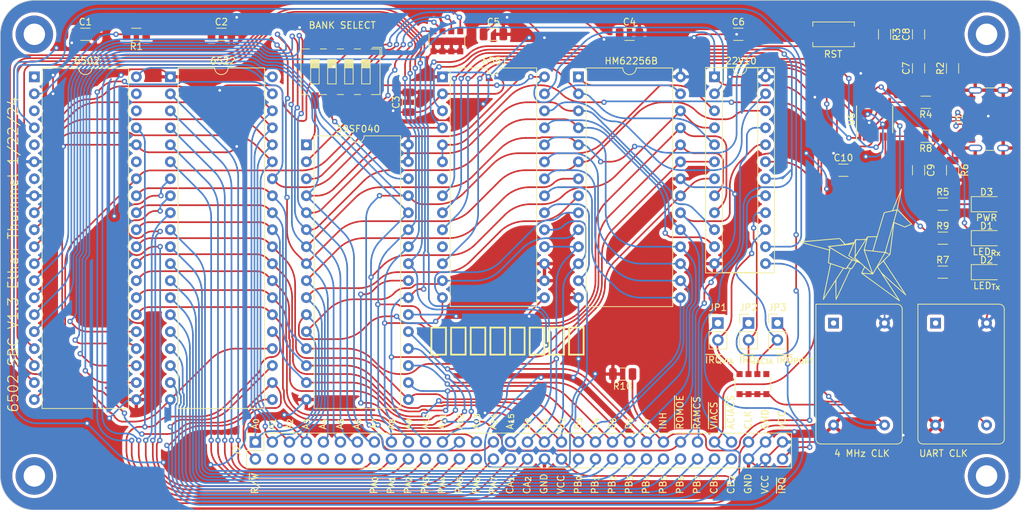
<source format=kicad_pcb>
(kicad_pcb (version 20221018) (generator pcbnew)
  (layers (0 "F.Cu" signal) (31 "B.Cu" signal) (34 "B.Paste" user) (35 "F.Paste" user) (36 "B.SilkS" user "B.Silkscreen") (37 "F.SilkS" user "F.Silkscreen") (38 "B.Mask" user) (39 "F.Mask" user) (44 "Edge.Cuts" user))
  (net 0 "")
  (net 1 "USBD-")
  (net 2 "GND")
  (net 3 "PUSBD+")
  (net 4 "VCC")
  (net 5 "Net-(D2-K)")
  (net 6 "Net-(D2-A)")
  (net 7 "Net-(D3-K)")
  (net 8 "Net-(D3-A)")
  (net 9 "~{IRQ}_{PORT}")
  (net 10 "CB_{2}")
  (net 11 "CB_{1}")
  (net 12 "PB_{7}")
  (net 13 "PB_{6}")
  (net 14 "PB_{5}")
  (net 15 "PB_{4}")
  (net 16 "PB_{3}")
  (net 17 "PB_{2}")
  (net 18 "PB_{1}")
  (net 19 "PB_{0}")
  (net 20 "PA_{7}")
  (net 21 "PA_{6}")
  (net 22 "PA_{5}")
  (net 23 "PA_{4}")
  (net 24 "PA_{3}")
  (net 25 "PA_{2}")
  (net 26 "PA_{1}")
  (net 27 "PA_{0}")
  (net 28 "A_{0}")
  (net 29 "A_{1}")
  (net 30 "A_{2}")
  (net 31 "A_{3}")
  (net 32 "A_{4}")
  (net 33 "A_{5}")
  (net 34 "A_{6}")
  (net 35 "A_{7}")
  (net 36 "A_{8}")
  (net 37 "A_{9}")
  (net 38 "A_{10}")
  (net 39 "A_{11}")
  (net 40 "A_{12}")
  (net 41 "A_{13}")
  (net 42 "A_{14}")
  (net 43 "A_{15}")
  (net 44 "D_{0}")
  (net 45 "D_{1}")
  (net 46 "D_{2}")
  (net 47 "D_{3}")
  (net 48 "D_{4}")
  (net 49 "D_{5}")
  (net 50 "D_{6}")
  (net 51 "D_{7}")
  (net 52 "INH")
  (net 53 "~{ROMOE}")
  (net 54 "~{RAMCS}")
  (net 55 "~{VIACS}")
  (net 56 "~{ACIACS}")
  (net 57 "CLK")
  (net 58 "Net-(J2-CC1)")
  (net 59 "PUSBD-")
  (net 60 "Net-(J2-SBU1)")
  (net 63 "~{IRQ}_{VIA}")
  (net 64 "Net-(JP1-B)")
  (net 65 "~{IRQ}_{ACIA}")
  (net 66 "Net-(JP2-B)")
  (net 67 "Net-(JP3-B)")
  (net 68 "BS_{0}")
  (net 69 "BS_{1}")
  (net 70 "BS_{2}")
  (net 71 "BS_{3}")
  (net 72 "USBD+")
  (net 73 "~{IRQ}_{CPU}")
  (net 74 "R{slash}~{W}")
  (net 75 "~{RST}")
  (net 76 "CLK_UART")
  (net 77 "~{RTS}")
  (net 78 "~{CTS}")
  (net 79 "TxD")
  (net 80 "RxD")
  (net 84 "Net-(D1-K)")
  (net 85 "Net-(U2-RDY)")
  (net 86 "Net-(U6-3V3OUT)")
  (net 104 "CA_{2}")
  (net 105 "CA_{1}")
  (footprint "Capacitor_SMD:C_1206_3216Metric" (layer "F.Cu") (at 157.48 45.72 -90)
    (fp_text reference "C9")
    (fp_text value "47 pF")
  )
  (footprint "Capacitor_SMD:C_1206_3216Metric" (layer "F.Cu") (at 53.34 25.4)
    (fp_text reference "C2")
    (fp_text value "100 nF")
  )
  (footprint "Package_DIP:DIP-24_W7.62mm_Socket" (layer "F.Cu") (at 127 31.75)
    (fp_text reference "U5" hide)
    (fp_text value "ATF22V10B-15GM/883")
  )
  (footprint "Capacitor_SMD:C_1206_3216Metric" (layer "F.Cu") (at 33.02 25.4)
    (fp_text reference "C1")
    (fp_text value "100 nF")
  )
  (footprint "Package_DIP:DIP-40_W15.24mm" (layer "F.Cu") (at 25.395 31.755)
    (fp_text reference "U1" hide)
    (fp_text value "W65C02SxP")
  )
  (footprint "Connector_PinSocket_2.54mm:PinSocket_2x32_P2.54mm_Vertical" (layer "F.Cu") (at 58.42 86.36 90)
    (fp_text reference "J2")
    (fp_text value "Conn_02x32_Odd_Even" hide)
  )
  (footprint "Resistor_SMD:R_1206_3216Metric" (layer "F.Cu") (at 161.0975 50.8)
    (fp_text reference "R5")
    (fp_text value "1000")
  )
  (footprint "MountingHole:MountingHole_3.2mm_M3_DIN965_Pad" (layer "F.Cu") (at 167.64 25.4)
    (fp_text reference "REF**" hide)
    (fp_text value "MountingHole_3.2mm_M3_DIN965_Pad" hide)
  )
  (footprint "Resistor_SMD:R_Array_Convex_4x1206" (layer "F.Cu") (at 87.02 26.44 90)
    (fp_text reference "RN1" hide)
    (fp_text value "R_Pack04" hide)
  )
  (footprint "Package_DIP:DIP-28_W15.24mm" (layer "F.Cu") (at 86.36 31.76)
    (fp_text reference "U3" hide)
    (fp_text value "W65C51NxP")
  )
  (footprint "Resistor_SMD:R_1206_3216Metric" (layer "F.Cu") (at 158.5575 40.64 180)
    (fp_text reference "R8")
    (fp_text value "27")
  )
  (footprint "Connector_PinHeader_2.54mm:PinHeader_1x02_P2.54mm_Vertical" (layer "F.Cu") (at 132.08 68.575)
    (fp_text reference "JP2")
    (fp_text value "Jumper_2_Bridged" hide)
  )
  (footprint "Capacitor_SMD:C_1206_3216Metric" (layer "F.Cu") (at 157.48 30.48 90)
    (fp_text reference "C7")
    (fp_text value "47 pF")
  )
  (footprint "Oscillator:Oscillator_DIP-14" (layer "F.Cu") (at 160.02 68.58 -90)
    (fp_text reference "X2" hide)
    (fp_text value "ACO-1.8432MHz-A" hide)
  )
  (footprint "MountingHole:MountingHole_3.2mm_M3_DIN965_Pad" (layer "F.Cu") (at 25.4 25.4)
    (fp_text reference "REF**" hide)
    (fp_text value "MountingHole_3.2mm_M3_DIN965_Pad" hide)
  )
  (footprint "Oscillator:Oscillator_DIP-14" (layer "F.Cu") (at 144.78 68.58 -90)
    (fp_text reference "X1" hide)
    (fp_text value "ACO-1MHz-A" hide)
  )
  (footprint "MountingHole:MountingHole_3.2mm_M3_DIN965_Pad" (layer "F.Cu") (at 167.64 91.44)
    (fp_text reference "REF**" hide)
    (fp_text value "MountingHole_3.2mm_M3_DIN965_Pad" hide)
  )
  (footprint "LED_SMD:LED_1206_3216Metric" (layer "F.Cu") (at 167.64 50.8)
    (fp_text reference "D3")
    (fp_text value "PWR")
  )
  (footprint "Resistor_SMD:R_1206_3216Metric" (layer "F.Cu") (at 161.0975 55.88)
    (fp_text reference "R9")
    (fp_text value "270")
  )
  (footprint "Capacitor_SMD:C_1206_3216Metric" (layer "F.Cu") (at 146.255 45.72)
    (fp_text reference "C10")
    (fp_text value "10 nF")
  )
  (footprint "LED_SMD:LED_1206_3216Metric" (layer "F.Cu") (at 167.64 60.96)
    (fp_text reference "D2")
    (fp_text value "LED_{Tx}")
  )
  (footprint "Button_Switch_SMD:SW_SPST_EVQPE1" (layer "F.Cu") (at 144.78 25.4)
    (fp_text reference "SW2" hide)
    (fp_text value "SW_Push")
  )
  (footprint "Package_DIP:DIP-28_W15.24mm" (layer "F.Cu") (at 106.675 31.76)
    (fp_text reference "U4" hide)
    (fp_text value "CY62256-70PC")
  )
  (footprint "Connector_USB:USB_C_Receptacle_GCT_USB4105-xx-A_16P_TopMnt_Horizontal" (layer "F.Cu") (at 169.047846 38.083591 90)
    (fp_text reference "J1")
    (fp_text value "USB_C_Receptacle_USB2.0_16P" hide)
  )
  (footprint "Package_DIP:DIP-40_W15.24mm" (layer "F.Cu") (at 45.715 31.755)
    (fp_text reference "U2" hide)
    (fp_text value "W65C22SxP")
  )
  (footprint "LED_SMD:LED_1206_3216Metric" (layer "F.Cu") (at 167.64 55.88)
    (fp_text reference "D1")
    (fp_text value "LED_{Rx}")
  )
  (footprint "delorean:unicorn" (layer "F.Cu") (at 148.476314 57.425196)
    (fp_text reference "G***" hide)
    (fp_text value "LOGO" hide)
  )
  (footprint "Capacitor_SMD:C_1206_3216Metric" (layer "F.Cu") (at 130.556 25.4)
    (fp_text reference "C6")
    (fp_text value "100 nF")
  )
  (footprint "Connector_PinHeader_2.54mm:PinHeader_1x02_P2.54mm_Vertical" (layer "F.Cu") (at 127.508 68.58)
    (fp_text reference "JP1")
    (fp_text value "Jumper_2_Bridged" hide)
  )
  (footprint "Resistor_SMD:R_Array_Convex_4x1206" (layer "F.Cu") (at 132.74 77.7 90)
    (fp_text reference "RN2" hide)
    (fp_text value "1000")
  )
  (footprint "Capacitor_SMD:C_1206_3216Metric" (layer "F.Cu") (at 93.98 25.4)
    (fp_text reference "C5")
    (fp_text value "100 nF")
  )
  (footprint "Package_SO:SSOP-16_3.9x4.9mm_P0.635mm" (layer "F.Cu") (at 150.9375 38.1 90)
    (fp_text reference "U6")
    (fp_text value "FT230XS")
  )
  (footprint "MountingHole:MountingHole_3.2mm_M3_DIN965_Pad" (layer "F.Cu") (at 25.4 91.44)
    (fp_text reference "REF**" hide)
    (fp_text value "MountingHole_3.2mm_M3_DIN965_Pad" hide)
  )
  (footprint "Package_DIP:DIP-32_W15.24mm" (layer "F.Cu") (at 66.035 41.91)
    (fp_text reference "U7" hide)
    (fp_text value "SST39SF040")
  )
  (footprint "Resistor_SMD:R_1206_3216Metric" (layer "F.Cu") (at 113.284 76.2 180)
    (fp_text reference "R10")
    (fp_text value "1000")
  )
  (footprint "Resistor_SMD:R_1206_3216Metric" (layer "F.Cu") (at 158.5575 35.56 180)
    (fp_text reference "R4")
    (fp_text value "27")
  )
  (footprint "Capacitor_SMD:C_1206_3216Metric" (layer "F.Cu") (at 157.48 25.4 90)
    (fp_text reference "C8")
    (fp_text value "10 uF")
  )
  (footprint "Resistor_SMD:R_1206_3216Metric" (layer "F.Cu") (at 152.4 25.4 -90)
    (fp_text reference "R3")
    (fp_text value "1000")
  )
  (footprint "Resistor_SMD:R_1206_3216Metric" (layer "F.Cu") (at 161.0975 60.96)
    (fp_text reference "R7")
    (fp_text value "270")
  )
  (footprint "Resistor_SMD:R_1206_3216Metric" (layer "F.Cu") (at 162.56 30.490488 90)
    (fp_text reference "R2")
    (fp_text value "5100")
  )
  (footprint "Capacitor_SMD:C_1206_3216Metric" (layer "F.Cu") (at 114.3 25.4)
    (fp_text reference "C4")
    (fp_text value "100 nF")
  )
  (footprint "Resistor_SMD:R_1206_3216Metric" (layer "F.Cu") (at 162.56 45.72 -90)
    (fp_text reference "R6")
    (fp_text value "5100")
  )
  (footprint "Button_Switch_SMD:SW_DIP_SPSTx04_Slide_6.7x11.72mm_W8.61mm_P2.54mm_LowProfile" (layer "F.Cu") (at 71.12 31.001 -90)
    (fp_text reference "SW1" hide)
    (fp_text value "SW_DIP_x04" hide)
  )
  (footprint "Resistor_SMD:R_1206_3216Metric" (layer "F.Cu") (at 40.64 25.4 180)
    (fp_text reference "R1")
    (fp_text value "1000")
  )
  (footprint "Connector_PinHeader_2.54mm:PinHeader_1x02_P2.54mm_Vertical" (layer "F.Cu") (at 136.398 68.575)
    (fp_text reference "JP3")
    (fp_text value "Jumper_2_Bridged" hide)
  )
  (footprint "Capacitor_SMD:C_1206_3216Metric" (layer "F.Cu") (at 81.28 35.56 90)
    (fp_text reference "C3")
    (fp_text value "100 nF")
  )
  (gr_arc (start 20.32 25.4) (mid 21.807898 21.807898) (end 25.4 20.32) (stroke (width 0.1)) (layer "Edge.Cuts"))
  (gr_arc (start 172.72 91.44) (mid 171.232102 95.032102) (end 167.64 96.52) (stroke (width 0.1)) (layer "Edge.Cuts"))
  (gr_arc (start 167.64 20.32) (mid 171.232102 21.807898) (end 172.72 25.4) (stroke (width 0.1)) (layer "Edge.Cuts"))
  (gr_line (start 20.32 25.4) (end 20.32 91.44) (stroke (width 0.1)) (layer "Edge.Cuts"))
  (gr_line (start 25.4 20.32) (end 167.64 20.32) (stroke (width 0.1)) (layer "Edge.Cuts"))
  (gr_arc (start 25.4 96.52) (mid 21.807898 95.032102) (end 20.32 91.44) (stroke (width 0.1)) (layer "Edge.Cuts"))
  (gr_line (start 167.64 96.52) (end 25.4 96.52) (stroke (width 0.1)) (layer "Edge.Cuts"))
  (gr_line (start 172.72 91.44) (end 172.72 25.4) (stroke (width 0.1)) (layer "Edge.Cuts"))
  (gr_text "D_{6}" (at 114.808 84.582 90) (layer "F.SilkS") (effects (font (size 1 1)) (justify left bottom)))
  (gr_text "A_{3}" (at 66.548 84.582 90) (layer "F.SilkS") (effects (font (size 1 1)) (justify left bottom)))
  (gr_text "A_{8}" (at 79.248 84.582 90) (layer "F.SilkS") (effects (font (size 1 1)) (justify left bottom)))
  (gr_text "PB_{7}" (at 124.968 94.234 90) (layer "F.SilkS") (effects (font (size 1 1)) (justify left bottom)))
  (gr_text "~{IRQ}_{ACIA}" (at 130.556 74.676) (layer "F.SilkS") (effects (font (size 1 1)) (justify left bottom)))
  (gr_text "A_{5}" (at 71.628 84.582 90) (layer "F.SilkS") (effects (font (size 1 1)) (justify left bottom)))
  (gr_text "D_{3}" (at 107.188 84.582 90) (layer "F.SilkS") (effects (font (size 1 1)) (justify left bottom)))
  (gr_text "A_{9}" (at 81.788 84.582 90) (layer "F.SilkS") (effects (font (size 1 1)) (justify left bottom)))
  (gr_text "GND" (at 102.108 94.234 90) (layer "F.SilkS") (effects (font (size 1 1)) (justify left bottom)))
  (gr_text "D_{7}" (at 117.348 84.582 90) (layer "F.SilkS") (effects (font (size 1 1)) (justify left bottom)))
  (gr_text "D_{4}" (at 109.728 84.582 90) (layer "F.SilkS") (effects (font (size 1 1)) (justify left bottom)))
  (gr_text "PA_{5}" (at 89.408 94.234 90) (layer "F.SilkS") (effects (font (size 1 1)) (justify left bottom)))
  (gr_text "PA_{1}" (at 79.248 94.234 90) (layer "F.SilkS") (effects (font (size 1 1)) (justify left bottom)))
  (gr_text "VCC" (at 104.648 94.234 90) (layer "F.SilkS") (effects (font (size 1 1)) (justify left bottom)))
  (gr_text "6551" (at 92.202 29.972) (layer "F.SilkS") (effects (font (size 1 1)) (justify left bottom)))
  (gr_text "PA_{7}" (at 94.488 94.234 90) (layer "F.SilkS") (effects (font (size 1 1)) (justify left bottom)))
  (gr_text "A_{12}" (at 89.408 84.582 90) (layer "F.SilkS") (effects (font (size 1 1)) (justify left bottom)))
  (gr_text "4 MHz CLK" (at 144.78 88.646) (layer "F.SilkS") (effects (font (size 1 1)) (justify left bottom)))
  (gr_text "A_{6}" (at 74.168 84.582 90) (layer "F.SilkS") (effects (font (size 1 1)) (justify left bottom)))
  (gr_text "6502 SBC V1.3 Ethan Thummel 1/22/24" (at 23.114 82.042 90) (layer "F.SilkS") (effects (font (size 1.5 1.5)) (justify left bottom)))
  (gr_text "CB_{2}" (at 130.048 94.234 90) (layer "F.SilkS") (effects (font (size 1 1)) (justify left bottom)))
  (gr_text "A_{13}" (at 91.948 84.582 90) (layer "F.SilkS") (effects (font (size 1 1)) (justify left bottom)))
  (gr_text "D_{5}" (at 112.268 84.582 90) (layer "F.SilkS") (effects (font (size 1 1)) (justify left bottom)))
  (gr_text "PB_{5}" (at 119.888 94.234 90) (layer "F.SilkS") (effects (font (size 1 1)) (justify left bottom)))
  (gr_text "CB_{1}" (at 127.508 94.234 90) (layer "F.SilkS") (effects (font (size 1 1)) (justify left bottom)))
  (gr_text "A_{14}" (at 94.488 84.582 90) (layer "F.SilkS") (effects (font (size 1 1)) (justify left bottom)))
  (gr_text "INH" (at 119.888 84.582 90) (layer "F.SilkS") (effects (font (size 1 1)) (justify left bottom)))
  (gr_text "D_{1}" (at 102.108 84.582 90) (layer "F.SilkS") (effects (font (size 1 1)) (justify left bottom)))
  (gr_text "~{RAMCS}" (at 124.968 84.582 90) (layer "F.SilkS") (effects (font (size 1 1)) (justify left bottom)))
  (gr_text "VCC" (at 135.128 94.234 90) (layer "F.SilkS") (effects (font (size 1 1)) (justify left bottom)))
  (gr_text "~{ROMOE}" (at 122.428 84.582 90) (layer "F.SilkS") (effects (font (size 1 1)) (justify left bottom)))
  (gr_text "GND" (at 135.128 84.582 90) (layer "F.SilkS") (effects (font (size 1 1)) (justify left bottom)))
  (gr_text "A_{10}" (at 84.328 84.582 90) (layer "F.SilkS") (effects (font (size 1 1)) (justify left bottom)))
  (gr_text "CA_{2}" (at 99.568 94.234 90) (layer "F.SilkS") (effects (font (size 1 1)) (justify left bottom)))
  (gr_text "PB_{2}" (at 112.268 94.234 90) (layer "F.SilkS") (effects (font (size 1 1)) (justify left bottom)))
  (gr_text "A_{0}" (at 58.928 84.582 90) (layer "F.SilkS") (effects (font (size 1 1)) (justify left bottom)))
  (gr_text "VCC" (at 137.668 84.582 90) (layer "F.SilkS") (effects (font (size 1 1)) (justify left bottom)))
  (gr_text "~{ACIACS}" (at 130.048 84.582 90) (layer "F.SilkS") (effects (font (size 1 1)) (justify left bottom)))
  (gr_text "D_{2}" (at 104.648 84.582 90) (layer "F.SilkS") (effects (font (size 1 1)) (justify left bottom)))
  (gr_text "6522" (at 51.562 29.972) (layer "F.SilkS") (effects (font (size 1 1)) (justify left bottom)))
  (gr_text "CA_{1}" (at 97.028 94.234 90) (layer "F.SilkS") (effects (font (size 1 1)) (justify left bottom)))
  (gr_text "~{VIACS}" (at 127.508 84.582 90) (layer "F.SilkS") (effects (font (size 1 1)) (justify left bottom)))
  (gr_text "HM62256B" (at 110.49 29.972) (layer "F.SilkS") (effects (font (size 1 1)) (justify left bottom)))
  (gr_text "A_{4}" (at 69.088 84.582 90) (layer "F.SilkS") (effects (font (size 1 1)) (justify left bottom)))
  (gr_text "A_{7}" (at 76.708 84.582 90) (layer "F.SilkS") (effects (font (size 1 1)) (justify left bottom)))
  (gr_text "39SF040" (at 70.358 40.132) (layer "F.SilkS") (effects (font (size 1 1)) (justify left bottom)))
  (gr_text "PA_{3}" (at 84.328 94.234 90) (layer "F.SilkS") (effects (font (size 1 1)) (justify left bottom)))
  (gr_text "PB_{0}" (at 107.188 94.234 90) (layer "F.SilkS") (effects (font (size 1 1)) (justify left bottom)))
  (gr_text "PB_{1}" (at 109.728 94.234 90) (layer "F.SilkS") (effects (font (size 1 1)) (justify left bottom)))
  (gr_text "LED_{Rx}" (at 167.64 57.912) (layer "F.SilkS") (effects (font (size 1 1))))
  (gr_text "BANK SELECT" (at 66.294 24.638) (layer "F.SilkS") (effects (font (size 1 1)) (justify left bottom)))
  (gr_text "PA_{2}" (at 81.788 94.234 90) (layer "F.SilkS") (effects (font (size 1 1)) (justify left bottom)))
  (gr_text "GND" (at 132.588 94.234 90) (layer "F.SilkS") (effects (font (size 1 1)) (justify left bottom)))
  (gr_text "RST" (at 143.256 28.956) (layer "F.SilkS") (effects (font (size 1 1)) (justify left bottom)))
  (gr_text "A_{15}" (at 97.028 84.582 90) (layer "F.SilkS") (effects (font (size 1 1)) (justify left bottom)))
  (gr_text "22V10" (at 128.524 29.972) (layer "F.SilkS") (effects (font (size 1 1)) (justify left bottom)))
  (gr_text "R/~{W}" (at 58.928 94.234 90) (layer "F.SilkS") (effects (font (size 1 1)) (justify left bottom)))
  (gr_text "A_{11}" (at 86.868 84.582 90) (layer "F.SilkS") (effects (font (size 1 1)) (justify left bottom)))
  (gr_text "PA_{4}" (at 86.868 94.234 90) (layer "F.SilkS") (effects (font (size 1 1)) (justify left bottom)))
  (gr_text "CLK" (at 132.588 84.582 90) (layer "F.SilkS") (effects (font (size 1 1)) (justify left bottom)))
  (gr_text "~{IRQ}_{PORT}" (at 136.144 74.676) (layer "F.SilkS") (effects (font (size 1 1)) (justify left bottom)))
  (gr_text "LED_{Tx}" (at 167.64 62.992) (layer "F.SilkS") (effects (font (size 1 1))))
  (gr_text "PB_{3}" (at 114.808 94.234 90) (layer "F.SilkS") (effects (font (size 1 1)) (justify left bottom)))
  (gr_text "6502\n" (at 31.242 29.972) (layer "F.SilkS") (effects (font (size 1 1)) (justify left bottom)))
  (gr_text "~{IRQ}_{VIA}" (at 125.476 74.676) (layer "F.SilkS") (effects (font (size 1 1)) (justify left bottom)))
  (gr_text "A_{1}" (at 61.468 84.582 90) (layer "F.SilkS") (effects (font (size 1 1)) (justify left bottom)))
  (gr_text "UART CLK" (at 157.48 88.646) (layer "F.SilkS") (effects (font (size 1 1)) (justify left bottom)))
  (gr_text "~{IRQ}" (at 137.668 94.234 90) (layer "F.SilkS") (effects (font (size 1 1)) (justify left bottom)))
  (gr_text "PA_{6}" (at 91.948 94.234 90) (layer "F.SilkS") (effects (font (size 1 1)) (justify left bottom)))
  (gr_text "PA_{0}" (at 76.708 94.234 90) (layer "F.SilkS") (effects (font (size 1 1)) (justify left bottom)))
  (gr_text "PB_{4}" (at 117.348 94.234 90) (layer "F.SilkS") (effects (font (size 1 1)) (justify left bottom)))
  (gr_text "PB_{6}" (at 122.428 94.234 90) (layer "F.SilkS") (effects (font (size 1 1)) (justify left bottom)))
  (gr_text "コンピューター！" (at 84.328 73.152) (layer "F.SilkS") (effects (font (size 3.5 3.5)) (justify left bottom)))
  (gr_text "PWR" (at 167.64 52.832) (layer "F.SilkS") (effects (font (size 1 1))))
  (gr_text "A_{2}" (at 64.008 84.582 90) (layer "F.SilkS") (effects (font (size 1 1)) (justify left bottom)))
  (gr_text "D_{0}" (at 99.568 84.582 90) (layer "F.SilkS") (effects (font (size 1 1)) (justify left bottom)))
  (segment (start 153.19 35.53) (end 153.16 35.5) (width 0.2) (layer "F.Cu") (net 1))
  (segment (start 153.262426 35.56) (end 157.095 35.56) (width 0.2) (layer "F.Cu") (net 1))
  (arc (start 153.19 35.53) (mid 153.223229 35.552203) (end 153.262426 35.56) (width 0.2) (layer "F.Cu") (net 1))
  (segment (start 152.146 38.862) (end 151.589815 39.418184) (width 0.25) (layer "F.Cu") (net 2))
  (segment (start 78.0555 37.6695) (end 77.736117 37.350117) (width 0.25) (layer "F.Cu") (net 2))
  (segment (start 84.547 28.413) (end 85.02 27.94) (width 0.25) (layer "F.Cu") (net 2))
  (segment (start 38.354 31.496) (end 38.787 31.063) (width 0.25) (layer "F.Cu") (net 2))
  (segment (start 106.68 73.914) (end 108.836189 76.070189) (width 0.25) (layer "F.Cu") (net 2))
  (segment (start 78.95371 34.847594) (end 77.736117 36.065187) (width 0.25) (layer "F.Cu") (net 2))
  (segment (start 51.533903 89.662) (end 45.124605 89.662) (width 0.25) (layer "F.Cu") (net 2))
  (segment (start 45.1525 31.1925) (end 45.715 31.755) (width 0.25) (layer "F.Cu") (net 2))
  (segment (start 149.606 43.688) (end 149.606 43.766) (width 0.25) (layer "F.Cu") (net 2))
  (segment (start 130.048 49.276) (end 130.048 47.879) (width 0.25) (layer "F.Cu") (net 2))
  (segment (start 98.446789 25.4) (end 95.455 25.4) (width 0.25) (layer "F.Cu") (net 2))
  (segment (start 135.603963 43.18) (end 140.716 43.18) (width 0.25) (layer "F.Cu") (net 2))
  (segment (start 88.392 67.564) (end 92.122207 63.833792) (width 0.25) (layer "F.Cu") (net 2))
  (segment (start 80.23733 34.085) (end 81.28 34.085) (width 0.25) (layer "F.Cu") (net 2))
  (segment (start 57.621 83.82) (end 58.383 83.058) (width 0.25) (layer "F.Cu") (net 2))
  (segment (start 149.881304 37.328997) (end 150.248477 36.961824) (width 0.25) (layer "F.Cu") (net 2))
  (segment (start 85.391886 31.76) (end 86.36 31.76) (width 0.25) (layer "F.Cu") (net 2))
  (segment (start 138.938 84.836) (end 143.045579 84.836) (width 0.25) (layer "F.Cu") (net 2))
  (segment (start 35.288184 83.566) (end 33.274 83.566) (width 0.25) (layer "F.Cu") (net 2))
  (segment (start 62.738 82.296) (end 60.22263 82.296) (width 0.25) (layer "F.Cu") (net 2))
  (segment (start 150.62 36.064889) (end 150.62 35.5) (width 0.25) (layer "F.Cu") (net 2))
  (segment (start 84.074 30.442113) (end 84.074 29.554923) (width 0.25) (layer "F.Cu") (net 2))
  (segment (start 38.735 67.183) (end 39.583109 68.031109) (width 0.25) (layer "F.Cu") (net 2))
  (segment (start 41.345435 68.58) (end 40.908248 68.58) (width 0.25) (layer "F.Cu") (net 2))
  (segment (start 134.08585 90.075) (end 151.511036 90.075) (width 0.25) (layer "F.Cu") (net 2))
  (segment (start 41.3995 79.2505) (end 40.635 80.015) (width 0.25) (layer "F.Cu") (net 2))
  (segment (start 91.2355 37.0345) (end 92.456 35.814) (width 0.25) (layer "F.Cu") (net 2))
  (segment (start 95.969963 62.24) (end 101.6 62.24) (width 0.25) (layer "F.Cu") (net 2))
  (segment (start 109.248289 76.2) (end 111.8215 76.2) (width 0.25) (layer "F.Cu") (net 2))
  (segment (start 79.331999 34.459999) (end 78.960289 34.83171) (width 0.25) (layer "F.Cu") (net 2))
  (segment (start 105.918 76.708) (end 101.092 76.708) (width 0.25) (layer "F.Cu") (net 2))
  (segment (start 151.255 40.2265) (end 151.255 40.7) (width 0.25) (layer "F.Cu") (net 2))
  (segment (start 144.272 84.328) (end 144.78 83.82) (width 0.25) (layer "F.Cu") (net 2))
  (segment (start 44.691 89.408) (end 44.818 89.535) (width 0.25) (layer "F.Cu") (net 2))
  (segment (start 131.756206 44.773792) (end 131.035828 45.494171) (width 0.25) (layer "F.Cu") (net 2))
  (segment (start 37.338 63.810343) (end 37.338 52.578) (width 0.25) (layer "F.Cu") (net 2))
  (segment (start 42.164 69.398564) (end 42.164 77.404833) (width 0.25) (layer "F.Cu") (net 2))
  (segment (start 132.6675 89.4875) (end 132.08 88.9) (width 0.25) (layer "F.Cu") (net 2))
  (segment (start 149.864653 37.333347) (end 149.870804 37.333347) (width 0.25) (layer "F.Cu") (net 2))
  (segment (start 109.179992 76.159992) (end 109.199996 76.179996) (width 0.25) (layer "F.Cu") (net 2))
  (segment (start 149.550845 43.899154) (end 147.73 45.72) (width 0.25) (layer "F.Cu") (net 2))
  (segment (start 51.711794 89.766206) (end 51.659691 89.714103) (width 0.25) (layer "F.Cu") (net 2))
  (segment (start 88.288952 38.255) (end 79.469022 38.255) (width 0.25) (layer "F.Cu") (net 2))
  (segment (start 106.673232 64.773232) (end 101.6 59.7) (width 0.25) (layer "F.Cu") (net 2))
  (segment (start 109.179992 76.159992) (end 109.052992 76.159992) (width 0.25) (layer "F.Cu") (net 2))
  (segment (start 155.358792 88.481207) (end 160.02 83.82) (width 0.25) (layer "F.Cu") (net 2))
  (segment (start 43.794504 30.63) (end 39.832354 30.63) (width 0.25) (layer "F.Cu") (net 2))
  (segment (start 33.479 26.416) (end 34.495 25.4) (width 0.25) (layer "F.Cu") (net 2))
  (segment (start 99.06 25.654) (end 99.314 25.908) (width 0.25) (layer "F.Cu") (net 2))
  (segment (start 145.350364 48.099635) (end 147.73 45.72) (width 0.25) (layer "F.Cu") (net 2))
  (segment (start 106.675 64.7775) (end 106.675 64.78) (width 0.25) (layer "F.Cu") (net 2))
  (segment (start 31.026159 27.432) (end 28.702 27.432) (width 0.25) (layer "F.Cu") (net 2))
  (segment (start 36.208 83.185) (end 36.589 82.804) (width 0.25) (layer "F.Cu") (net 2))
  (segment (start 143.764 48.514) (end 144.35 48.514) (width 0.25) (layer "F.Cu") (net 2))
  (via (at 101.092 76.708) (size 0.8) (drill 0.4) (layers "F.Cu" "B.Cu") (net 2))
  (via (at 33.274 83.566) (size 0.8) (drill 0.4) (layers "F.Cu" "B.Cu") (net 2))
  (via (at 140.716 43.18) (size 0.8) (drill 0.4) (layers "F.Cu" "B.Cu") (net 2))
  (via (at 57.621 83.82) (size 0.8) (drill 0.4) (layers "F.Cu" "B.Cu") (net 2))
  (via (at 38.354 31.496) (size 0.8) (drill 0.4) (layers "F.Cu" "B.Cu") (net 2))
  (via (at 138.938 84.836) (size 0.8) (drill 0.4) (layers "F.Cu" "B.Cu") (net 2))
  (via (at 36.589 82.804) (size 0.8) (drill 0.4) (layers "F.Cu" "B.Cu") (net 2))
  (via (at 149.606 43.688) (size 0.8) (drill 0.4) (layers "F.Cu" "B.Cu") (net 2))
  (via (at 88.392 67.564) (size 0.8) (drill 0.4) (layers "F.Cu" "B.Cu") (net 2))
  (via (at 44.691 89.408) (size 0.8) (drill 0.4) (layers "F.Cu" "B.Cu") (net 2))
  (via (at 105.918 76.708) (size 0.8) (drill 0.4) (layers "F.Cu" "B.Cu") (net 2))
  (via (at 28.702 27.432) (size 0.8) (drill 0.4) (layers "F.Cu" "B.Cu") (net 2))
  (via (at 109.179992 76.159992) (size 0.8) (drill 0.4) (layers "F.Cu" "B.Cu") (net 2))
  (via (at 99.314 25.908) (size 0.8) (drill 0.4) (layers "F.Cu" "B.Cu") (net 2))
  (via (at 143.764 48.514) (size 0.8) (drill 0.4) (layers "F.Cu" "B.Cu") (net 2))
  (via (at 37.338 52.578) (size 0.8) (drill 0.4) (layers "F.Cu" "B.Cu") (net 2))
  (via (at 51.711794 89.766206) (size 0.8) (drill 0.4) (layers "F.Cu" "B.Cu") (net 2))
  (via (at 62.738 82.296) (size 0.8) (drill 0.4) (layers "F.Cu" "B.Cu") (net 2))
  (via (at 92.456 35.814) (size 0.8) (drill 0.4) (layers "F.Cu" "B.Cu") (net 2))
  (via (at 152.146 38.862) (size 0.8) (drill 0.4) (layers "F.Cu" "B.Cu") (net 2))
  (via (at 106.68 73.914) (size 0.8) (drill 0.4) (layers "F.Cu" "B.Cu") (net 2))
  (via (at 93.218 31.75) (size 0.8) (drill 0.4) (layers "F.Cu" "B.Cu") (net 2))
  (via (at 149.864653 37.333347) (size 0.8) (drill 0.4) (layers "F.Cu" "B.Cu") (net 2))
  (via (at 130.048 49.276) (size 0.8) (drill 0.4) (layers "F.Cu" "B.Cu") (net 2))
  (arc (start 91.2355 37.0345) (mid 89.883612 37.937802) (end 88.288952 38.255) (width 0.25) (layer "F.Cu") (net 2))
  (arc (start 77.47 36.707652) (mid 77.539161 37.055351) (end 77.736117 37.350117) (width 0.25) (layer "F.Cu") (net 2))
  (arc (start 144.272 84.328) (mid 143.709313 84.703975) (end 143.045579 84.836) (width 0.25) (layer "F.Cu") (net 2))
  (arc (start 33.479 26.416) (mid 32.353626 27.16795) (end 31.026159 27.432) (width 0.25) (layer "F.Cu") (net 2))
  (arc (start 150.62 36.064889) (mid 150.523444 36.550307) (end 150.248477 36.961824) (width 0.25) (layer "F.Cu") (net 2))
  (arc (start 41.924248 68.819752) (mid 42.10169 69.085313) (end 42.164 69.398564) (width 0.25) (layer "F.Cu") (net 2))
  (arc (start 39.832354 30.63) (mid 39.266612 30.742533) (end 38.787 31.063) (width 0.25) (layer "F.Cu") (net 2))
  (arc (start 84.547 28.413) (mid 84.196928 28.936918) (end 84.074 29.554923) (width 0.25) (layer "F.Cu") (net 2))
  (arc (start 84.46 31.374) (mid 84.887553 31.659681) (end 85.391886 31.76) (width 0.25) (layer "F.Cu") (net 2))
  (arc (start 51.659691 89.714103) (mid 51.601979 89.675541) (end 51.533903 89.662) (width 0.25) (layer "F.Cu") (net 2))
  (arc (start 37.338 63.810343) (mid 37.701068 65.635611) (end 38.735 67.183) (width 0.25) (layer "F.Cu") (net 2))
  (arc (start 131.035828 45.494171) (mid 130.304728 46.58834) (end 130.048 47.879) (width 0.25) (layer "F.Cu") (net 2))
  (arc (start 78.960289 34.83171) (mid 78.957854 34.835353) (end 78.957 34.839652) (width 0.25) (layer "F.Cu") (net 2))
  (arc (start 60.22263 82.296) (mid 59.227029 82.494037) (end 58.383 83.058) (width 0.25) (layer "F.Cu") (net 2))
  (arc (start 106.673232 64.773232) (mid 106.67454 64.77519) (end 106.675 64.7775) (width 0.25) (layer "F.Cu") (net 2))
  (arc (start 132.6675 89.4875) (mid 133.318244 89.922313) (end 134.08585 90.075) (width 0.25) (layer "F.Cu") (net 2))
  (arc (start 145.350364 48.099635) (mid 144.891393 48.40631) (end 144.35 48.514) (width 0.25) (layer "F.Cu") (net 2))
  (arc (start 45.1525 31.1925) (mid 44.529446 30.776188) (end 43.794504 30.63) (width 0.25) (layer "F.Cu") (net 2))
  (arc (start 109.199996 76.179996) (mid 109.222153 76.194801) (end 109.248289 76.2) (width 0.25) (layer "F.Cu") (net 2))
  (arc (start 155.358792 88.481207) (mid 153.593426 89.660786) (end 151.511036 90.075) (width 0.25) (layer "F.Cu") (net 2))
  (arc (start 151.589815 39.418184) (mid 151.342015 39.789042) (end 151.255 40.2265) (width 0.25) (layer "F.Cu") (net 2))
  (arc (start 135.603963 43.18) (mid 133.521572 43.594213) (end 131.756206 44.773792) (width 0.25) (layer "F.Cu") (net 2))
  (arc (start 108.836189 76.070189) (mid 108.935659 76.136652) (end 109.052992 76.159992) (width 0.25) (layer "F.Cu") (net 2))
  (arc (start 149.606 43.766) (mid 149.591665 43.838062) (end 149.550845 43.899154) (width 0.25) (layer "F.Cu") (net 2))
  (arc (start 78.957 34.839652) (mid 78.956144 34.84395) (end 78.95371 34.847594) (width 0.25) (layer "F.Cu") (net 2))
  (arc (start 77.736117 36.065187) (mid 77.539161 36.359952) (end 77.47 36.707652) (width 0.25) (layer "F.Cu") (net 2))
  (arc (start 36.208 83.185) (mid 35.785984 83.466981) (end 35.288184 83.566) (width 0.25) (layer "F.Cu") (net 2))
  (arc (start 95.969963 62.24) (mid 93.887572 62.654213) (end 92.122207 63.833792) (width 0.25) (layer "F.Cu") (net 2))
  (arc (start 80.23733 34.085) (mid 79.747368 34.182459) (end 79.331999 34.459999) (width 0.25) (layer "F.Cu") (net 2))
  (arc (start 42.164 77.404833) (mid 41.965312 78.4037) (end 41.3995 79.2505) (width 0.25) (layer "F.Cu") (net 2))
  (arc (start 44.818 89.535) (mid 44.958671 89.628993) (end 45.124605 89.662) (width 0.25) (layer "F.Cu") (net 2))
  (arc (start 99.06 25.654) (mid 98.778656 25.466012) (end 98.446789 25.4) (width 0.25) (layer "F.Cu") (net 2))
  (arc (start 41.924248 68.819752) (mid 41.658686 68.642309) (end 41.345435 68.58) (width 0.25) (layer "F.Cu") (net 2))
  (arc (start 84.074 30.442113) (mid 84.174318 30.946446) (end 84.46 31.374) (width 0.25) (layer "F.Cu") (net 2))
  (arc (start 39.583109 68.031109) (mid 40.191088 68.437347) (end 40.908248 68.58) (width 0.25) (layer "F.Cu") (net 2))
  (arc (start 78.0555 37.6695) (mid 78.704029 38.102833) (end 79.469022 38.255) (width 0.25) (layer "F.Cu") (net 2))
  (arc (start 149.881304 37.328997) (mid 149.876486 37.332216) (end 149.870804 37.333347) (width 0.25) (layer "F.Cu") (net 2))
  (segment (start 107.487235 78.312367) (end 109.017491 76.782112) (width 0.25) (layer "B.Cu") (net 2))
  (segment (start 62.738 82.296) (end 63.2435 82.296) (width 0.25) (layer "B.Cu") (net 2))
  (segment (start 105.918 76.708) (end 106.2965 76.3295) (width 0.25) (layer "B.Cu") (net 2))
  (segment (start 149.606 43.688) (end 150.845184 43.688) (width 0.25) (layer "B.Cu") (net 2))
  (segment (start 100.838 76.708) (end 101.092 76.708) (width 0.25) (layer "B.Cu") (net 2))
  (segment (start 38.354 31.496) (end 37.846 32.004) (width 0.25) (layer "B.Cu") (net 2))
  (segment (start 138.938 84.836) (end 137.22163 84.836) (width 0.25) (layer "B.Cu") (net 2))
  (segment (start 25.134146 29.522) (end 23.553803 29.522) (width 0.25) (layer "B.Cu") (net 2))
  (segment (start 22.352 30.723803) (end 22.352 80.097159) (width 0.25) (layer "B.Cu") (net 2))
  (segment (start 130.048 49.276) (end 130.048 54.447596) (width 0.25) (layer "B.Cu") (net 2))
  (segment (start 133.858 87.122) (end 132.08 88.9) (width 0.25) (layer "B.Cu") (net 2))
  (segment (start 88.392 67.564) (end 88.265 67.437) (width 0.25) (layer "B.Cu") (net 2))
  (segment (start 87.483276 31.102) (end 92.111794 31.102) (width 0.25) (layer "B.Cu") (net 2))
  (segment (start 99.431974 90.17) (end 93.893279 90.17) (width 0.25) (layer "B.Cu") (net 2))
  (segment (start 25.82084 83.566) (end 33.274 83.566) (width 0.25) (layer "B.Cu") (net 2))
  (segment (start 41.369963 89.408) (end 44.691 89.408) (width 0.25) (layer "B.Cu") (net 2))
  (segment (start 92.894 31.426) (end 93.218 31.75) (width 0.25) (layer "B.Cu") (net 2))
  (segment (start 149.864653 37.333347) (end 150.241 37.333347) (width 0.25) (layer "B.Cu") (net 2))
  (segment (start 104.542789 90.17) (end 103.768025 90.17) (width 0.25) (layer "B.Cu") (net 2))
  (segment (start 106.23 81.347604) (end 106.23 82.545776) (width 0.25) (layer "B.Cu") (net 2))
  (segment (start 92.456 35.814) (end 92.837 35.433) (width 0.25) (layer "B.Cu") (net 2))
  (segment (start 37.522207 87.814207) (end 33.274 83.566) (width 0.25) (layer "B.Cu") (net 2))
  (segment (start 98.970197 25.997802) (end 93.218 31.75) (width 0.25) (layer "B.Cu") (net 2))
  (segment (start 140.716 43.18) (end 142.955776 45.419776) (width 0.25) (layer "B.Cu") (net 2))
  (segment (start 57.2585 84.1825) (end 57.621 83.82) (width 0.25) (layer "B.Cu") (net 2))
  (segment (start 109.179992 76.159992) (end 109.179992 76.389802) (width 0.25) (layer "B.Cu") (net 2))
  (segment (start 86.689 31.431) (end 86.36 31.76) (width 0.25) (layer "B.Cu") (net 2))
  (segment (start 93.218 34.513184) (end 93.218 31.75) (width 0.25) (layer "B.Cu") (net 2))
  (segment (start 152.146 38.862) (end 150.883464 37.599464) (width 0.25) (layer "B.Cu") (net 2))
  (segment (start 87.958394 67.31) (end 81.275 67.31) (width 0.25) (layer "B.Cu") (net 2))
  (segment (start 128.514 58.151) (end 126.98 59.685) (width 0.25) (layer "B.Cu") (net 2))
  (segment (start 37.338 33.23042) (end 37.338 52.578) (width 0.25) (layer "B.Cu") (net 2))
  (segment (start 94.303792 82.988207) (end 100.404394 76.887605) (width 0.25) (layer "B.Cu") (net 2))
  (segment (start 135.382 85.598) (end 133.858 87.122) (width 0.25) (layer "B.Cu") (net 2))
  (segment (start 105.41 89.302789) (end 105.41 84.525431) (width 0.25) (layer "B.Cu") (net 2))
  (segment (start 92.71 88.98672) (end 92.71 86.835963) (width 0.25) (layer "B.Cu") (net 2))
  (segment (start 130.048 49.276) (end 129.54 48.768) (width 0.25) (layer "B.Cu") (net 2))
  (segment (start 27.657 28.477) (end 28.702 27.432) (width 0.25) (layer "B.Cu") (net 2))
  (segment (start 143.764 48.514) (end 143.764 47.371) (width 0.25) (layer "B.Cu") (net 2))
  (segment (start 152.146 38.862) (end 152.146 42.387184) (width 0.25) (layer "B.Cu") (net 2))
  (segment (start 51.711794 89.766206) (end 52.727794 89.766206) (width 0.25) (layer "B.Cu") (net 2))
  (segment (start 124.065954 48.26) (end 128.313579 48.26) (width 0.25) (layer "B.Cu") (net 2))
  (segment (start 106.675 75.41572) (end 106.675 64.78) (width 0.25) (layer "B.Cu") (net 2))
  (segment (start 122.545 47.63) (end 121.915 47) (width 0.25) (layer "B.Cu") (net 2))
  (segment (start 56.164497 87.345501) (end 54.462214 89.047785) (width 0.25) (layer "B.Cu") (net 2))
  (segment (start 99.187 25.908) (end 99.314 25.908) (width 0.25) (layer "B.Cu") (net 2))
  (segment (start 40.0065 80.015) (end 40.635 80.015) (width 0.25) (layer "B.Cu") (net 2))
  (segment (start 64.106442 81.938557) (end 66.035 80.01) (width 0.25) (layer "B.Cu") (net 2))
  (segment (start 38.933583 80.459416) (end 36.589 82.804) (width 0.25) (layer "B.Cu") (net 2))
  (segment (start 56.896 85.057652) (end 56.896 85.5795) (width 0.25) (layer "B.Cu") (net 2))
  (arc (start 37.522207 87.814207) (mid 39.287572 88.993786) (end 41.369963 89.408) (width 0.25) (layer "B.Cu") (net 2))
  (arc (start 152.146 42.387184) (mid 152.046981 42.884984) (end 151.765 43.307) (width 0.25) (layer "B.Cu") (net 2))
  (arc (start 100.965 89.535) (mid 100.261641 90.004968) (end 99.431974 90.17) (width 0.25) (layer "B.Cu") (net 2))
  (arc (start 102.235 89.535) (mid 102.938357 90.004968) (end 103.768025 90.17) (width 0.25) (layer "B.Cu") (net 2))
  (arc (start 40.0065 80.015) (mid 39.425841 80.130499) (end 38.933583 80.459416) (width 0.25) (layer "B.Cu") (net 2))
  (arc (start 137.22163 84.836) (mid 136.226029 85.034037) (end 135.382 85.598) (width 0.25) (layer "B.Cu") (net 2))
  (arc (start 142.955776 45.419776) (mid 143.553949 46.315005) (end 143.764 47.371) (width 0.25) (layer "B.Cu") (net 2))
  (arc (start 54.462214 89.047785) (mid 53.666455 89.579494) (end 52.727794 89.766206) (width 0.25) (layer "B.Cu") (net 2))
  (arc (start 106.23 82.545776) (mid 106.123444 83.081467) (end 105.82 83.535604) (width 0.25) (layer "B.Cu") (net 2))
  (arc (start 122.545 47.63) (mid 123.242819 48.096268) (end 124.065954 48.26) (width 0.25) (layer "B.Cu") (net 2))
  (arc (start 100.838 76.708) (mid 100.603334 76.754677) (end 100.404394 76.887605) (width 0.25) (layer "B.Cu") (net 2))
  (arc (start 23.368 82.55) (mid 24.493372 83.30195) (end 25.82084 83.566) (width 0.25) (layer "B.Cu") (net 2))
  (arc (start 27.657 28.477) (mid 26.499504 29.250413) (end 25.134146 29.522) (width 0.25) (layer "B.Cu") (net 2))
  (arc (start 109.179992 76.389802) (mid 109.137759 76.602118) (end 109.017491 76.782112) (width 0.25) (layer "B.Cu") (net 2))
  (arc (start 99.187 25.908) (mid 99.069667 25.931338) (end 98.970197 25.997802) (width 0.25) (layer "B.Cu") (net 2))
  (arc (start 107.487235 78.312367) (mid 106.556744 79.704945) (end 106.23 81.347604) (width 0.25) (layer "B.Cu") (net 2))
  (arc (start 87.483276 31.102) (mid 87.053416 31.187504) (end 86.689 31.431) (width 0.25) (layer "B.Cu") (net 2))
  (arc (start 150.883464 37.599464) (mid 150.588699 37.402508) (end 150.241 37.333347) (width 0.25) (layer "B.Cu") (net 2))
  (arc (start 106.675 75.41572) (mid 106.576631 75.910254) (end 106.2965 76.3295) (width 0.25) (layer "B.Cu") (net 2))
  (arc (start 94.303792 82.988207) (mid 93.124213 84.753572) (end 92.71 86.835963) (width 0.25) (layer "B.Cu") (net 2))
  (arc (start 56.896 85.5795) (mid 56.705888 86.535253) (end 56.164497 87.345501) (width 0.25) (layer "B.Cu") (net 2))
  (arc (start 23.553803 29.522) (mid 23.093892 29.613481) (end 22.704 29.874) (width 0.25) (layer "B.Cu") (net 2))
  (arc (start 37.846 32.004) (mid 37.470024 32.566686) (end 37.338 33.23042) (width 0.25) (layer "B.Cu") (net 2))
  (arc (start 92.71 88.98672) (mid 92.800071 89.439541) (end 93.056574 89.823425) (width 0.25) (layer "B.Cu") (net 2))
  (arc (start 151.765 43.307) (mid 151.342984 43.588981) (end 150.845184 43.688) (width 0.25) (layer "B.Cu") (net 2))
  (arc (start 105.41 89.302789) (mid 105.343987 89.634656) (end 105.156 89.916) (width 0.25) (layer "B.Cu") (net 2))
  (arc (start 22.352 80.097159) (mid 22.616049 81.424626) (end 23.368 82.55) (width 0.25) (layer "B.Cu") (net 2))
  (arc (start 102.235 89.535) (mid 101.6 89.271974) (end 100.965 89.535) (width 0.25) (layer "B.Cu") (net 2))
  (arc (start 93.218 34.513184) (mid 93.118981 35.010984) (end 92.837 35.433) (width 0.25) (layer "B.Cu") (net 2))
  (arc (start 105.156 89.916) (mid 104.874656 90.103987) (end 104.542789 90.17) (width 0.25) (layer "B.Cu") (net 2))
  (arc (start 129.54 48.768) (mid 128.977313 48.392024) (end 128.313579 48.26) (width 0.25) (layer "B.Cu") (net 2))
  (arc (start 93.056574 89.823425) (mid 93.440457 90.079928) (end 93.893279 90.17) (width 0.25) (layer "B.Cu") (net 2))
  (arc (start 88.265 67.437) (mid 88.124328 67.343006) (end 87.958394 67.31) (width 0.25) (layer "B.Cu") (net 2))
  (arc (start 64.106442 81.938557) (mid 63.71052 82.203103) (end 63.2435 82.296) (width 0.25) (layer "B.Cu") (net 2))
  (arc (start 105.82 83.535604) (mid 105.516555 83.98974) (end 105.41 84.525431) (width 0.25) (layer "B.Cu") (net 2))
  (arc (start 57.2585 84.1825) (mid 56.99021 84.584023) (end 56.896 85.057652) (width 0.25) (layer "B.Cu") (net 2))
  (arc (start 130.048 54.447596) (mid 129.649326 56.451863) (end 128.514 58.151) (width 0.25) (layer "B.Cu") (net 2))
  (arc (start 92.894 31.426) (mid 92.53512 31.186204) (end 92.111794 31.102) (width 0.25) (layer "B.Cu") (net 2))
  (arc (start 22.704 29.874) (mid 22.443481 30.263892) (end 22.352 30.723803) (width 0.25) (layer "B.Cu") (net 2))
  (segment (start 159.643465 42.081534) (end 157.48 44.245) (width 0.2) (layer "F.Cu") (net 3))
  (segment (start 160.02 40.894) (end 160.02 41.1725) (width 0.2) (layer "F.Cu") (net 3))
  (segment (start 166.37 37.835795) (end 166.37 37.341117) (width 0.2) (layer "F.Cu") (net 3))
  (segment (start 160.199605 39.952394) (end 160.919204 39.232795) (width 0.2) (layer "F.Cu") (net 3))
  (segment (start 166.362473 37.333591) (end 165.367846 37.333591) (width 0.2) (layer "F.Cu") (net 3))
  (segment (start 165.872204 38.333591) (end 165.367846 38.333591) (width 0.2) (layer "F.Cu") (net 3))
  (segment (start 160.02 40.386) (end 160.02 40.894) (width 0.2) (layer "F.Cu") (net 3))
  (segment (start 165.367846 38.333591) (end 163.090076 38.333591) (width 0.2) (layer "F.Cu") (net 3))
  (arc (start 160.02 41.1725) (mid 159.922141 41.664465) (end 159.643465 42.081534) (width 0.2) (layer "F.Cu") (net 3))
  (arc (start 160.199605 39.952394) (mid 160.066677 40.151334) (end 160.02 40.386) (width 0.2) (layer "F.Cu") (net 3))
  (arc (start 166.367795 37.335795) (mid 166.365353 37.334163) (end 166.362473 37.333591) (width 0.2) (layer "F.Cu") (net 3))
  (arc (start 166.367795 37.335795) (mid 166.369426 37.338237) (end 166.37 37.341117) (width 0.2) (layer "F.Cu") (net 3))
  (arc (start 166.37 37.835795) (mid 166.224198 38.187789) (end 165.872204 38.333591) (width 0.2) (layer "F.Cu") (net 3))
  (arc (start 163.090076 38.333591) (mid 161.915208 38.567286) (end 160.919204 39.232795) (width 0.2) (layer "F.Cu") (net 3))
  (segment (start 29.6385 42.2435) (end 29.718 42.164) (width 0.25) (layer "F.Cu") (net 4))
  (segment (start 69.85 26.696) (end 72.39 26.696) (width 0.25) (layer "F.Cu") (net 4))
  (segment (start 110.49 26.162) (end 108.781792 24.453792) (width 0.25) (layer "F.Cu") (net 4))
  (segment (start 67.323 26.696) (end 69.85 26.696) (width 0.25) (layer "F.Cu") (net 4))
  (segment (start 96.012 22.86) (end 97.282 22.86) (width 0.25) (layer "F.Cu") (net 4))
  (segment (start 150.114 38.608) (end 150.6845 38.0375) (width 0.25) (layer "F.Cu") (net 4))
  (segment (start 96.012 22.86) (end 104.934036 22.86) (width 0.25) (layer "F.Cu") (net 4))
  (segment (start 62.484 34.925) (end 62.484 34.320815) (width 0.25) (layer "F.Cu") (net 4))
  (segment (start 36.777815 81.994468) (end 31.152792 76.369445) (width 0.25) (layer "F.Cu") (net 4))
  (segment (start 30.143069 41.915) (end 39.839504 41.915) (width 0.25) (layer "F.Cu") (net 4))
  (segment (start 40.473066 22.86) (end 35.881051 22.86) (width 0.25) (layer "F.Cu") (net 4))
  (segment (start 94.537676 82.001992) (end 92.71 82.001992) (width 0.25) (layer "F.Cu") (net 4))
  (segment (start 51.4595 25.4) (end 42.1025 25.4) (width 0.25) (layer "F.Cu") (net 4))
  (segment (start 94.186113 34.3) (end 86.36 34.3) (width 0.25) (layer "F.Cu") (net 4))
  (segment (start 148.844 30.83025) (end 148.844 31.242) (width 0.25) (layer "F.Cu") (net 4))
  (segment (start 66.04 34.995656) (end 66.04 37.920394) (width 0.25) (layer "F.Cu") (net 4))
  (segment (start 29.8425 42.0395) (end 29.718 42.164) (width 0.25) (layer "F.Cu") (net 4))
  (segment (start 99.314 67.564) (end 99.314 67.315) (width 0.25) (layer "F.Cu") (net 4))
  (segment (start 144.78 43.18) (end 144.78 45.72) (width 0.25) (layer "F.Cu") (net 4))
  (segment (start 137.763571 80.772) (end 151.291553 80.772) (width 0.25) (layer "F.Cu") (net 4))
  (segment (start 155.194 85.344) (end 155.194 84.201) (width 0.25) (layer "F.Cu") (net 4))
  (segment (start 53.086 33.782) (end 53.467 33.401) (width 0.25) (layer "F.Cu") (net 4))
  (segment (start 37.398531 82.615184) (end 37.729673 82.946326) (width 0.25) (layer "F.Cu") (net 4))
  (segment (start 133.4 79.2) (end 134.57 79.2) (width 0.25) (layer "F.Cu") (net 4))
  (segment (start 55.188 42.602) (end 55.626 42.164) (width 0.25) (layer "F.Cu") (net 4))
  (segment (start 129.081 25.4) (end 124.81921 25.4) (width 0.25) (layer "F.Cu") (net 4))
  (segment (start 55.588963 72.395) (end 60.955 72.395) (width 0.25) (layer "F.Cu") (net 4))
  (segment (start 167.286513 39.977485) (end 167.442204 39.821795) (width 0.25) (layer "F.Cu") (net 4))
  (segment (start 28.194036 31.496) (end 28.194018 31.496018) (width 0.25) (layer "F.Cu") (net 4))
  (segment (start 151.255 35.5) (end 151.89 35.5) (width 0.25) (layer "F.Cu") (net 4))
  (segment (start 84.454082 36.205917) (end 86.36 34.3) (width 0.25) (layer "F.Cu") (net 4))
  (segment (start 51.741207 73.988792) (end 45.715 80.015) (width 0.25) (layer "F.Cu") (net 4))
  (segment (start 167.64 67.945) (end 167.64 68.58) (width 0.25) (layer "F.Cu") (net 4))
  (segment (start 135.866 79.986) (end 135.200208 79.320208) (width 0.25) (layer "F.Cu") (net 4))
  (segment (start 31.8235 25.1215) (end 31.266499 25.678499) (width 0.25) (layer "F.Cu") (net 4))
  (segment (start 95.144789 33.88721) (end 95.118 33.914) (width 0.25) (layer "F.Cu") (net 4))
  (segment (start 28.194 34.29) (end 28.194 31.496061) (width 0.25) (layer "F.Cu") (net 4))
  (segment (start 63.292223 36.876223) (end 64.410789 37.994789) (width 0.25) (layer "F.Cu") (net 4))
  (segment (start 43.946288 81.783711) (end 45.715 80.015) (width 0.25) (layer "F.Cu") (net 4))
  (segment (start 95.144789 32.152789) (end 94.528008 31.536008) (width 0.25) (layer "F.Cu") (net 4))
  (segment (start 166.146137 35.886883) (end 167.894 37.634746) (width 0.25) (layer "F.Cu") (net 4))
  (segment (start 68.384987 30.675012) (end 67.437 31.623) (width 0.25) (layer "F.Cu") (net 4))
  (segment (start 165.655345 35.683591) (end 165.367846 35.683591) (width 0.25) (layer "F.Cu") (net 4))
  (segment (start 155.194 85.344) (end 154.686 85.852) (width 0.25) (layer "F.Cu") (net 4))
  (segment (start 105.407673 90.167673) (end 104.14 88.9) (width 0.25) (layer "F.Cu") (net 4))
  (segment (start 111.524184 26.162) (end 110.49 26.162) (width 0.25) (layer "F.Cu") (net 4))
  (segment (start 101.6 25.908) (end 99.450025 23.758025) (width 0.25) (layer "F.Cu") (net 4))
  (segment (start 72.39 27.318) (end 72.39 26.696) (width 0.25) (layer "F.Cu") (net 4))
  (segment (start 31.266499 25.678499) (end 31.240083 25.704916) (width 0.25) (layer "F.Cu") (net 4))
  (segment (start 167.894 37.634746) (end 167.894 38.731064) (width 0.25) (layer "F.Cu") (net 4))
  (segment (start 112.444 25.781) (end 112.825 25.4) (width 0.25) (layer "F.Cu") (net 4))
  (segment (start 81.28 37.035) (end 79.343956 37.035) (width 0.25) (layer "F.Cu") (net 4))
  (segment (start 132.08 79.2) (end 130.74 79.2) (width 0.25) (layer "F.Cu") (net 4))
  (segment (start 123.952 25.908) (end 124.206 25.654) (width 0.25) (layer "F.Cu") (net 4))
  (segment (start 129.798652 92.206653) (end 129.412999 91.821) (width 0.25) (layer "F.Cu") (net 4))
  (segment (start 79.0965 36.9325) (end 78.994 36.83) (width 0.25) (layer "F.Cu") (net 4))
  (segment (start 69.469 30.226) (end 70.104 30.226) (width 0.25) (layer "F.Cu") (net 4))
  (segment (start 167.894 48.843655) (end 167.894 37.634746) (width 0.25) (layer "F.Cu") (net 4))
  (segment (start 96.118996 82.656996) (end 96.774 83.312) (width 0.25) (layer "F.Cu") (net 4))
  (segment (start 134.91 79.2) (end 134.57 79.2) (width 0.25) (layer "F.Cu") (net 4))
  (segment (start 65.278 38.354) (end 65.606394 38.354) (width 0.25) (layer "F.Cu") (net 4))
  (segment (start 99.490069 66.88993) (end 101.6 64.78) (width 0.25) (layer "F.Cu") (net 4))
  (segment (start 129.291 31.745) (end 136.2435 31.745) (width 0.25) (layer "F.Cu") (net 4))
  (segment (start 54.386815 33.02) (end 61.183184 33.02) (width 0.25) (layer "F.Cu") (net 4))
  (segment (start 130.302 25.4) (end 129.081 25.4) (width 0.25) (layer "F.Cu") (net 4))
  (segment (start 96.012 22.86) (end 95.5285 22.86) (width 0.25) (layer "F.Cu") (net 4))
  (segment (start 31.8235 25.1215) (end 32.815 24.13) (width 0.25) (layer "F.Cu") (net 4))
  (segment (start 154.051 81.915) (end 154.385776 82.249776) (width 0.25) (layer "F.Cu") (net 4))
  (segment (start 40.256673 83.312) (end 38.612487 83.312) (width 0.25) (layer "F.Cu") (net 4))
  (segment (start 128.48195 91.435347) (end 108.468108 91.435347) (width 0.25) (layer "F.Cu") (net 4))
  (segment (start 139.566921 32.378921) (end 141.986 34.798) (width 0.25) (layer "F.Cu") (net 4))
  (segment (start 168.089012 66.860987) (end 169.348207 65.601792) (width 0.25) (layer "F.Cu") (net 4))
  (segment (start 36.944547 82.063531) (end 37.329468 82.448452) (width 0.25) (layer "F.Cu") (net 4))
  (segment (start 165.794404 40.483591) (end 165.367846 40.483591) (width 0.25) (layer "F.Cu") (net 4))
  (segment (start 52.151731 24.302268) (end 52.875579 23.57842) (width 0.25) (layer "F.Cu") (net 4))
  (segment (start 170.942 61.754036) (end 170.942 54.046917) (width 0.25) (layer "F.Cu") (net 4))
  (segment (start 30.988 26.67) (end 30.988 26.3135) (width 0.25) (layer "F.Cu") (net 4))
  (segment (start 70.104 30.226) (end 71.950179 28.37982) (width 0.25) (layer "F.Cu") (net 4))
  (segment (start 169.04 50.8) (end 169.991 51.751) (width 0.25) (layer "F.Cu") (net 4))
  (segment (start 94.703113 23.201886) (end 92.505 25.4) (width 0.25) (layer "F.Cu") (net 4))
  (segment (start 138.0365 31.745) (end 136.2435 31.745) (width 0.25) (layer "F.Cu") (net 4))
  (segment (start 72.39 26.696) (end 74.93 26.696) (width 0.25) (layer "F.Cu") (net 4))
  (segment (start 133.4 79.2) (end 132.08 79.2) (width 0.25) (layer "F.Cu") (net 4))
  (segment (start 168.467 50.227) (end 169.04 50.8) (width 0.25) (layer "F.Cu") (net 4))
  (segment (start 166.571653 40.273591) (end 166.301389 40.273591) (width 0.25) (layer "F.Cu") (net 4))
  (segment (start 42.1025 24.489433) (end 42.1025 25.4) (width 0.25) (layer "F.Cu") (net 4))
  (segment (start 81.28 37.035) (end 82.4525 37.035) (width 0.25) (layer "F.Cu") (net 4))
  (segment (start 65.024 24.384) (end 67.300807 26.660807) (width 0.25) (layer "F.Cu") (net 4))
  (segment (start 151.255 36.660191) (end 151.255 35.5) (width 0.25) (layer "F.Cu") (net 4))
  (segment (start 137.16 86.36) (end 134.62 88.9) (width 0.25) (layer "F.Cu") (net 4))
  (segment (start 137.16 86.36) (end 153.459579 86.36) (width 0.25) (layer "F.Cu") (net 4))
  (segment (start 42.555495 43.04) (end 54.130574 43.04) (width 0.25) (layer "F.Cu") (net 4))
  (segment (start 149.135151 30.127348) (end 152.4 26.8625) (width 0.25) (layer "F.Cu") (net 4))
  (segment (start 55.626 22.86) (end 54.61 22.86) (width 0.25) (layer "F.Cu") (net 4))
  (segment (start 29.559 42.435429) (end 29.559 72.521689) (width 0.25) (layer "F.Cu") (net 4))
  (via (at 130.302 25.4) (size 0.8) (drill 0.4) (layers "F.Cu" "B.Cu") (net 4))
  (via (at 55.626 42.164) (size 0.8) (drill 0.4) (layers "F.Cu" "B.Cu") (net 4))
  (via (at 167.894 37.634746) (size 0.8) (drill 0.4) (layers "F.Cu" "B.Cu") (net 4))
  (via (at 78.994 36.83) (size 0.8) (drill 0.4) (layers "F.Cu" "B.Cu") (net 4))
  (via (at 28.194 34.29) (size 0.8) (drill 0.4) (layers "F.Cu" "B.Cu") (net 4))
  (via (at 53.086 33.782) (size 0.8) (drill 0.4) (layers "F.Cu" "B.Cu") (net 4))
  (via (at 150.114 38.608) (size 0.8) (drill 0.4) (layers "F.Cu" "B.Cu") (net 4))
  (via (at 92.71 82.001992) (size 0.8) (drill 0.4) (layers "F.Cu" "B.Cu") (net 4))
  (via (at 123.952 25.908) (size 0.8) (drill 0.4) (layers "F.Cu" "B.Cu") (net 4))
  (via (at 129.798652 92.206653) (size 0.8) (drill 0.4) (layers "F.Cu" "B.Cu") (net 4))
  (via (at 65.024 24.384) (size 0.8) (drill 0.4) (layers "F.Cu" "B.Cu") (net 4))
  (via (at 155.194 85.344) (size 0.8) (drill 0.4) (layers "F.Cu" "B.Cu") (net 4))
  (via (at 70.104 30.226) (size 0.8) (drill 0.4) (layers "F.Cu" "B.Cu") (net 4))
  (via (at 28.194036 31.496) (size 0.8) (drill 0.4) (layers "F.Cu" "B.Cu") (net 4))
  (via (at 30.988 26.67) (size 0.8) (drill 0.4) (layers "F.Cu" "B.Cu") (net 4))
  (via (at 129.291 31.745) (size 0.8) (drill 0.4) (layers "F.Cu" "B.Cu") (net 4))
  (via (at 94.528008 31.536008) (size 0.8) (drill 0.4) (layers "F.Cu" "B.Cu") (net 4))
  (via (at 99.314 67.564) (size 0.8) (drill 0.4) (layers "F.Cu" "B.Cu") (net 4))
  (via (at 110.49 26.162) (size 0.8) (drill 0.4) (layers "F.Cu" "B.Cu") (net 4))
  (via (at 144.78 43.18) (size 0.8) (drill 0.4) (layers "F.Cu" "B.Cu") (net 4))
  (via (at 29.718 42.164) (size 0.8) (drill 0.4) (layers "F.Cu" "B.Cu") (net 4))
  (via (at 148.844 31.242) (size 0.8) (drill 0.4) (layers "F.Cu" "B.Cu") (net 4))
  (via (at 96.012 22.86) (size 0.8) (drill 0.4) (layers "F.Cu" "B.Cu") (net 4))
  (via (at 55.626 22.86) (size 0.8) (drill 0.4) (layers "F.Cu" "B.Cu") (net 4))
  (via (at 101.6 25.908) (size 0.8) (drill 0.4) (layers "F.Cu" "B.Cu") (net 4))
  (via (at 96.774 83.312) (size 0.8) (drill 0.4) (layers "F.Cu" "B.Cu") (net 4))
  (via (at 141.986 34.798) (size 0.8) (drill 0.4) (layers "F.Cu" "B.Cu") (net 4))
  (arc (start 36.777815 81.994468) (mid 36.816063 82.020025) (end 36.861181 82.029) (width 0.25) (layer "F.Cu") (net 4))
  (arc (start 36.944547 82.063531) (mid 36.906298 82.037974) (end 36.861181 82.029) (width 0.25) (layer "F.Cu") (net 4))
  (arc (start 154.051 81.915) (mid 152.784955 81.069056) (end 151.291553 80.772) (width 0.25) (layer "F.Cu") (net 4))
  (arc (start 166.301389 40.273591) (mid 166.1642 40.300879) (end 166.047897 40.378591) (width 0.25) (layer "F.Cu") (net 4))
  (arc (start 154.385776 82.249776) (mid 154.983949 83.145005) (end 155.194 84.201) (width 0.25) (layer "F.Cu") (net 4))
  (arc (start 62.103 33.401) (mid 62.384981 33.823014) (end 62.484 34.320815) (width 0.25) (layer "F.Cu") (net 4))
  (arc (start 105.407673 90.167673) (mid 106.811812 91.105889) (end 108.468108 91.435347) (width 0.25) (layer "F.Cu") (net 4))
  (arc (start 95.5285 22.86) (mid 95.081804 22.948853) (end 94.703113 23.201886) (width 0.25) (layer "F.Cu") (net 4))
  (arc (start 151.255 36.660191) (mid 151.106731 37.405585) (end 150.6845 38.0375) (width 0.25) (layer "F.Cu") (net 4))
  (arc (start 55.188 42.602) (mid 54.702848 42.926167) (end 54.130574 43.04) (width 0.25) (layer "F.Cu") (net 4))
  (arc (start 154.686 85.852) (mid 154.123313 86.227975) (end 153.459579 86.36) (width 0.25) (layer "F.Cu") (net 4))
  (arc (start 51.865 24.9945) (mid 51.746231 25.281231) (end 51.4595 25.4) (width 0.25) (layer "F.Cu") (net 4))
  (arc (start 69.469 30.226) (mid 68.882336 30.342694) (end 68.384987 30.675012) (width 0.25) (layer "F.Cu") (net 4))
  (arc (start 167.894 38.731064) (mid 167.776582 39.321363) (end 167.442204 39.821795) (width 0.25) (layer "F.Cu") (net 4))
  (arc (start 124.81921 25.4) (mid 124.487343 25.466012) (end 124.206 25.654) (width 0.25) (layer "F.Cu") (net 4))
  (arc (start 166.047897 40.378591) (mid 165.931593 40.456302) (end 165.794404 40.483591) (width 0.25) (layer "F.Cu") (net 4))
  (arc (start 79.0965 36.9325) (mid 79.210033 37.008361) (end 79.343956 37.035) (width 0.25) (layer "F.Cu") (net 4))
  (arc (start 167.286513 39.977485) (mid 166.958532 40.196635) (end 166.571653 40.273591) (width 0.25) (layer "F.Cu") (net 4))
  (arc (start 169.991 51.751) (mid 170.694843 52.804375) (end 170.942 54.046917) (width 0.25) (layer "F.Cu") (net 4))
  (arc (start 67.437 31.623) (mid 66.403068 33.170387) (end 66.04 34.995656) (width 0.25) (layer "F.Cu") (net 4))
  (arc (start 62.484 34.925) (mid 62.69405 35.980994) (end 63.292223 36.876223) (width 0.25) (layer "F.Cu") (net 4))
  (arc (start 135.866 79.986) (mid 136.736613 80.567725) (end 137.763571 80.772) (width 0.25) (layer "F.Cu") (net 4))
  (arc (start 135.200208 79.320208) (mid 135.067059 79.231241) (end 134.91 79.2) (width 0.25) (layer "F.Cu") (net 4))
  (arc (start 35.881051 22.86) (mid 34.221716 23.190062) (end 32.815 24.13) (width 0.25) (layer "F.Cu") (net 4))
  (arc (start 41.1975 42.4775) (mid 40.574446 42.061188) (end 39.839504 41.915) (width 0.25) (layer "F.Cu") (net 4))
  (arc (start 96.118996 82.656996) (mid 95.39348 82.172221) (end 94.537676 82.001992) (width 0.25) (layer "F.Cu") (net 4))
  (arc (start 37.329468 82.448452) (mid 37.355025 82.4867) (end 37.364 82.531818) (width 0.25) (layer "F.Cu") (net 4))
  (arc (start 31.240083 25.704916) (mid 31.053514 25.984136) (end 30.988 26.3135) (width 0.25) (layer "F.Cu") (net 4))
  (arc (start 139.566921 32.378921) (mid 138.864757 31.90975) (end 138.0365 31.745) (width 0.25) (layer "F.Cu") (net 4))
  (arc (start 167.894 48.843655) (mid 168.042917 49.592316) (end 168.467 50.227) (width 0.25) (layer "F.Cu") (net 4))
  (arc (start 95.144789 32.152789) (mid 95.410644 32.550669) (end 95.504 33.02) (width 0.25) (layer "F.Cu") (net 4))
  (arc (start 72.39 27.318) (mid 72.275694 27.892652) (end 71.950179 28.37982) (width 0.25) (layer "F.Cu") (net 4))
  (arc (start 55.588963 72.395) (mid 53.506572 72.809213) (end 51.741207 73.988792) (width 0.25) (layer "F.Cu") (net 4))
  (arc (start 168.089012 66.860987) (mid 167.756694 67.358336) (end 167.64 67.945) (width 0.25) (layer "F.Cu") (net 4))
  (arc (start 54.386815 33.02) (mid 53.889014 33.119018) (end 53.467 33.401) (width 0.25) (layer "F.Cu") (net 4))
  (arc (start 43.946288 81.783711) (mid 42.253478 82.91481) (end 40.256673 83.312) (width 0.25) (layer "F.Cu") (net 4))
  (arc (start 112.444 25.781) (mid 112.021984 26.062981) (end 111.524184 26.162) (width 0.25) (layer "F.Cu") (net 4))
  (arc (start 62.103 33.401) (mid 61.680984 33.119018) (end 61.183184 33.02) (width 0.25) (layer "F.Cu") (net 4))
  (arc (start 37.364 82.531818) (mid 37.372974 82.576935) (end 37.398531 82.615184) (width 0.25) (layer "F.Cu") (net 4))
  (arc (start 166.146137 35.886883) (mid 165.92096 35.736424) (end 165.655345 35.683591) (width 0.25) (layer "F.Cu") (net 4))
  (arc (start 170.942 61.754036) (mid 170.527786 63.836426) (end 169.348207 65.601792) (width 0.25) (layer "F.Cu") (net 4))
  (arc (start 84.454082 36.205917) (mid 83.535748 36.819528) (end 82.4525 37.035) (width 0.25) (layer "F.Cu") (net 4))
  (arc (start 129.412999 91.821) (mid 128.98583 91.535574) (end 128.48195 91.435347) (width 0.25) (layer "F.Cu") (net 4))
  (arc (start 95.118 33.914) (mid 94.690446 34.199681) (end 94.186113 34.3) (width 0.25) (layer "F.Cu") (net 4))
  (arc (start 108.781792 24.453792) (mid 107.016426 23.274213) (end 104.934036 22.86) (width 0.25) (layer "F.Cu") (net 4))
  (arc (start 67.31 26.683) (mid 67.313807 26.692192) (end 67.323 26.696) (width 0.25) (layer "F.Cu") (net 4))
  (arc (start 65.913 38.227) (mid 65.772328 38.320993) (end 65.606394 38.354) (width 0.25) (layer "F.Cu") (net 4))
  (arc (start 95.504 33.02) (mid 95.410644 33.48933) (end 95.144789 33.88721) (width 0.25) (layer "F.Cu") (net 4))
  (arc (start 66.04 37.920394) (mid 66.006993 38.086328) (end 65.913 38.227) (width 0.25) (layer "F.Cu") (net 4))
  (arc (start 99.450025 23.758025) (mid 98.455326 23.093389) (end 97.282 22.86) (width 0.25) (layer "F.Cu") (net 4))
  (arc (start 54.61 22.86) (mid 53.671338 23.046711) (end 52.875579 23.57842) (width 0.25) (layer "F.Cu") (net 4))
  (arc (start 67.300807 26.660807) (mid 67.30761 26.670989) (end 67.31 26.683) (width 0.25) (layer "F.Cu") (net 4))
  (arc (start 41.62525 23.33725) (mid 41.096623 22.984033) (end 40.473066 22.86) (width 0.25) (layer "F.Cu") (net 4))
  (arc (start 37.729673 82.946326) (mid 38.134711 83.216964) (end 38.612487 83.312) (width 0.25) (layer "F.Cu") (net 4))
  (arc (start 30.143069 41.915) (mid 29.980402 41.947356) (end 29.8425 42.0395) (width 0.25) (layer "F.Cu") (net 4))
  (arc (start 29.559 72.521689) (mid 29.973213 74.604079) (end 31.152792 76.369445) (width 0.25) (layer "F.Cu") (net 4))
  (arc (start 28.194018 31.496018) (mid 28.194004 31.496037) (end 28.194 31.496061) (width 0.25) (layer "F.Cu") (net 4))
  (arc (start 64.410789 37.994789) (mid 64.808669 38.260644) (end 65.278 38.354) (width 0.25) (layer "F.Cu") (net 4))
  (arc (start 52.151731 24.302268) (mid 51.939518 24.619866) (end 51.865 24.9945) (width 0.25) (layer "F.Cu") (net 4))
  (arc (start 29.6385 42.2435) (mid 29.579661 42.331557) (end 29.559 42.435429) (width 0.25) (layer "F.Cu") (net 4))
  (arc (start 99.490069 66.88993) (mid 99.359758 67.084953) (end 99.314 67.315) (width 0.25) (layer "F.Cu") (net 4))
  (arc (start 149.135151 30.127348) (mid 148.919667 30.449842) (end 148.844 30.83025) (width 0.25) (layer "F.Cu") (net 4))
  (arc (start 41.62525 23.33725) (mid 41.978466 23.865876) (end 42.1025 24.489433) (width 0.25) (layer "F.Cu") (net 4))
  (arc (start 41.1975 42.4775) (mid 41.820553 42.893811) (end 42.555495 43.04) (width 0.25) (layer "F.Cu") (net 4))
  (segment (start 53.086 33.782) (end 54.356 35.052) (width 0.25) (layer "B.Cu") (net 4))
  (segment (start 148.463 31.623) (end 148.844 31.242) (width 0.25) (layer "B.Cu") (net 4))
  (segment (start 146.108987 30.675012) (end 141.986 34.798) (width 0.25) (layer "B.Cu") (net 4))
  (segment (start 26.411 44.455) (end 25.395 44.455) (width 0.25) (layer "B.Cu") (net 4))
  (segment (start 129.798652 92.206653) (end 130.555999 92.206653) (width 0.25) (layer "B.Cu") (net 4))
  (segment (start 121.915 31.76) (end 118.341963 31.76) (width 0.25) (layer "B.Cu") (net 4))
  (segment (start 129.291 27.125884) (end 129.291 31.745) (width 0.25) (layer "B.Cu") (net 4))
  (segment (start 95.96842 84.117579) (end 96.774 83.312) (width 0.25) (layer "B.Cu") (net 4))
  (segment (start 94.303792 72.574207) (end 99.314 67.564) (width 0.25) (layer "B.Cu") (net 4))
  (segment (start 121.915 31.76) (end 121.915 29.385376) (width 0.25) (layer "B.Cu") (net 4))
  (segment (start 131.848872 91.671127) (end 134.62 88.9) (width 0.25) (layer "B.Cu") (net 4))
  (segment (start 95.25 85.852) (end 95.25 86.262009) (width 0.25) (layer "B.Cu") (net 4))
  (segment (start 30.988 26.67) (end 30.988 27.686018) (width 0.25) (layer "B.Cu") (net 4))
  (segment (start 96.71299 87.725) (end 102.134149 87.725) (width 0.25) (layer "B.Cu") (net 4))
  (segment (start 155.194 85.344) (end 155.194 73.349656) (width 0.25) (layer "B.Cu") (net 4))
  (segment (start 148.082 35.139159) (end 148.082 32.542815) (width 0.25) (layer "B.Cu") (net 4))
  (segment (start 103.5525 88.3125) (end 104.14 88.9) (width 0.25) (layer "B.Cu") (net 4))
  (segment (start 28.321 40.767) (end 28.575 41.021) (width 0.25) (layer "B.Cu") (net 4))
  (segment (start 144.78 43.18) (end 150.806207 49.206207) (width 0.25) (layer "B.Cu") (net 4))
  (segment (start 94.528008 31.536008) (end 95.25 31.536008) (width 0.25) (layer "B.Cu") (net 4))
  (segment (start 70.104 30.226) (end 71.247 30.226) (width 0.25) (layer "B.Cu") (net 4))
  (segment (start 56.388 23.622) (end 55.626 22.86) (width 0.25) (layer "B.Cu") (net 4))
  (segment (start 114.494207 30.166207) (end 110.49 26.162) (width 0.25) (layer "B.Cu") (net 4))
  (segment (start 129.7965 25.9055) (end 130.302 25.4) (width 0.25) (layer "B.Cu") (net 4))
  (segment (start 152.4 68.58) (end 152.4 53.053963) (width 0.25) (layer "B.Cu") (net 4))
  (segment (start 148.277012 30.675012) (end 148.844 31.242) (width 0.25) (layer "B.Cu") (net 4))
  (segment (start 149.098 37.592) (end 150.114 38.608) (width 0.25) (layer "B.Cu") (net 4))
  (segment (start 29.718 42.164) (end 28.575 41.021) (width 0.25) (layer "B.Cu") (net 4))
  (segment (start 152.4 68.58) (end 153.797 69.977) (width 0.25) (layer "B.Cu") (net 4))
  (segment (start 78.994 36.83) (end 73.198223 31.034223) (width 0.25) (layer "B.Cu") (net 4))
  (segment (start 92.71 82.001992) (end 92.71 76.421963) (width 0.25) (layer "B.Cu") (net 4))
  (segment (start 28.194 40.460394) (end 28.194 34.29) (width 0.25) (layer "B.Cu") (net 4))
  (segment (start 29.718 42.164) (end 28.14542 43.736579) (width 0.25) (layer "B.Cu") (net 4))
  (segment (start 123.952 25.908) (end 122.9335 26.9265) (width 0.25) (layer "B.Cu") (net 4))
  (segment (start 129.291 31.745) (end 129.286 31.74) (width 0.25) (layer "B.Cu") (net 4))
  (segment (start 101.6 25.908) (end 96.482517 31.025482) (width 0.25) (layer "B.Cu") (net 4))
  (segment (start 30.269566 29.420469) (end 28.194036 31.496) (width 0.25) (layer "B.Cu") (net 4))
  (segment (start 55.626 42.164) (end 55.626 38.118051) (width 0.25) (layer "B.Cu") (net 4))
  (segment (start 58.22763 24.384) (end 65.024 24.384) (width 0.25) (layer "B.Cu") (net 4))
  (arc (start 131.848872 91.671127) (mid 131.255697 92.067474) (end 130.555999 92.206653) (width 0.25) (layer "B.Cu") (net 4))
  (arc (start 122.9335 26.9265) (mid 122.179699 28.054642) (end 121.915 29.385376) (width 0.25) (layer "B.Cu") (net 4))
  (arc (start 153.797 69.977) (mid 154.830931 71.524387) (end 155.194 73.349656) (width 0.25) (layer "B.Cu") (net 4))
  (arc (start 94.303792 72.574207) (mid 93.124213 74.339572) (end 92.71 76.421963) (width 0.25) (layer "B.Cu") (net 4))
  (arc (start 28.14542 43.736579) (mid 27.349661 44.268288) (end 26.411 44.455) (width 0.25) (layer "B.Cu") (net 4))
  (arc (start 54.356 35.052) (mid 55.295937 36.458716) (end 55.626 38.118051) (width 0.25) (layer "B.Cu") (net 4))
  (arc (start 114.494207 30.166207) (mid 116.259572 31.345786) (end 118.341963 31.76) (width 0.25) (layer "B.Cu") (net 4))
  (arc (start 148.082 35.139159) (mid 148.346049 36.466626) (end 149.098 37.592) (width 0.25) (layer "B.Cu") (net 4))
  (arc (start 95.25 86.262009) (mid 95.361363 86.821871) (end 95.6785 87.2965) (width 0.25) (layer "B.Cu") (net 4))
  (arc (start 95.96842 84.117579) (mid 95.436711 84.913338) (end 95.25 85.852) (width 0.25) (layer "B.Cu") (net 4))
  (arc (start 28.194 40.460394) (mid 28.227006 40.626328) (end 28.321 40.767) (width 0.25) (layer "B.Cu") (net 4))
  (arc (start 56.388 23.622) (mid 57.232029 24.185962) (end 58.22763 24.384) (width 0.25) (layer "B.Cu") (net 4))
  (arc (start 103.5525 88.3125) (mid 102.901755 87.877686) (end 102.134149 87.725) (width 0.25) (layer "B.Cu") (net 4))
  (arc (start 30.988 27.686018) (mid 30.801285 28.624696) (end 30.269566 29.420469) (width 0.25) (layer "B.Cu") (net 4))
  (arc (start 95.6785 87.2965) (mid 96.153128 87.613636) (end 96.71299 87.725) (width 0.25) (layer "B.Cu") (net 4))
  (arc (start 96.482517 31.025482) (mid 95.917033 31.403326) (end 95.25 31.536008) (width 0.25) (layer "B.Cu") (net 4))
  (arc (start 147.193 30.226) (mid 146.606336 30.342694) (end 146.108987 30.675012) (width 0.25) (layer "B.Cu") (net 4))
  (arc (start 148.277012 30.675012) (mid 147.779663 30.342694) (end 147.193 30.226) (width 0.25) (layer "B.Cu") (net 4))
  (arc (start 148.463 31.623) (mid 148.181018 32.045014) (end 148.082 32.542815) (width 0.25) (layer "B.Cu") (net 4))
  (arc (start 129.7965 25.9055) (mid 129.422375 26.465417) (end 129.291 27.125884) (width 0.25) (layer "B.Cu") (net 4))
  (arc (start 73.198223 31.034223) (mid 72.302994 30.43605) (end 71.247 30.226) (width 0.25) (layer "B.Cu") (net 4))
  (arc (start 150.806207 49.206207) (mid 151.985786 50.971572) (end 152.4 53.053963) (width 0.25) (layer "B.Cu") (net 4))
  (segment (start 160.241963 63.754) (end 161.470343 63.754) (width 0.25) (layer "F.Cu") (net 5))
  (segment (start 152.525 56.037036) (end 152.525 40.7) (width 0.25) (layer "F.Cu") (net 5))
  (segment (start 164.843 62.357) (end 166.24 60.96) (width 0.25) (layer "F.Cu") (net 5))
  (segment (start 156.394207 62.160207) (end 154.118792 59.884792) (width 0.25) (layer "F.Cu") (net 5))
  (arc (start 156.394207 62.160207) (mid 158.159572 63.339786) (end 160.241963 63.754) (width 0.25) (layer "F.Cu") (net 5))
  (arc (start 164.843 62.357) (mid 163.295611 63.390931) (end 161.470343 63.754) (width 0.25) (layer "F.Cu") (net 5))
  (arc (start 152.525 56.037036) (mid 152.939213 58.119426) (end 154.118792 59.884792) (width 0.25) (layer "F.Cu") (net 5))
  (segment (start 164.17142 59.348579) (end 162.56 60.96) (width 0.25) (layer "F.Cu") (net 6))
  (segment (start 167.428579 59.348579) (end 169.04 60.96) (width 0.25) (layer "F.Cu") (net 6))
  (arc (start 167.428579 59.348579) (mid 166.68138 58.849317) (end 165.8 58.674) (width 0.25) (layer "F.Cu") (net 6))
  (arc (start 165.8 58.674) (mid 164.918618 58.849317) (end 164.17142 59.348579) (width 0.25) (layer "F.Cu") (net 6))
  (segment (start 164.338 53.594) (end 164.338 53.786) (width 0.25) (layer "F.Cu") (net 7))
  (segment (start 150.28552 34.349479) (end 151.173263 33.461736) (width 0.25) (layer "F.Cu") (net 7))
  (segment (start 149.985 35.075) (end 149.985 35.5) (width 0.25) (layer "F.Cu") (net 7))
  (segment (start 151.6265 33.274) (end 151.892 33.274) (width 0.25) (layer "F.Cu") (net 7))
  (segment (start 164.473764 54.113764) (end 166.24 55.88) (width 0.25) (layer "F.Cu") (net 7))
  (via (at 151.892 33.274) (size 0.8) (drill 0.4) (layers "F.Cu" "B.Cu") (net 7))
  (via (at 164.338 53.594) (size 0.8) (drill 0.4) (layers "F.Cu" "B.Cu") (net 7))
  (arc (start 150.28552 34.349479) (mid 150.063102 34.682351) (end 149.985 35.075) (width 0.25) (layer "F.Cu") (net 7))
  (arc (start 164.338 53.786) (mid 164.373283 53.963384) (end 164.473764 54.113764) (width 0.25) (layer "F.Cu") (net 7))
  (arc (start 151.6265 33.274) (mid 151.381209 33.32279) (end 151.173263 33.461736) (width 0.25) (layer "F.Cu") (net 7))
  (segment (start 162.744207 44.126207) (end 151.892 33.274) (width 0.25) (layer "B.Cu") (net 7))
  (segment (start 164.338 53.594) (end 164.338 47.973963) (width 0.25) (layer "B.Cu") (net 7))
  (arc (start 162.744207 44.126207) (mid 163.923786 45.891572) (end 164.338 47.973963) (width 0.25) (layer "B.Cu") (net 7))
  (segment (start 167.329567 57.590432) (end 169.04 55.88) (width 0.25) (layer "F.Cu") (net 8))
  (segment (start 164.270432 57.590432) (end 162.56 55.88) (width 0.25) (layer "F.Cu") (net 8))
  (arc (start 167.329567 57.590432) (mid 166.627795 58.059341) (end 165.8 58.224) (width 0.25) (layer "F.Cu") (net 8))
  (arc (start 164.270432 57.590432) (mid 164.972203 58.059341) (end 165.8 58.224) (width 0.25) (layer "F.Cu") (net 8))
  (segment (start 138.11218 87.947819) (end 137.16 88.9) (width 0.25) (layer "F.Cu") (net 9))
  (segment (start 137.922 74.676) (end 137.922 71.127003) (width 0.25) (layer "F.Cu") (net 9))
  (segment (start 140.0745 87.135) (end 141.224 87.135) (width 0.25) (layer "F.Cu") (net 9))
  (segment (start 137.176 69.326) (end 136.43 68.58) (width 0.25) (layer "F.Cu") (net 9))
  (via (at 137.922 74.676) (size 0.8) (drill 0.4) (layers "F.Cu" "B.Cu") (net 9))
  (via (at 141.224 87.135) (size 0.8) (drill 0.4) (layers "F.Cu" "B.Cu") (net 9))
  (arc (start 140.0745 87.135) (mid 139.0125 87.346244) (end 138.11218 87.947819) (width 0.25) (layer "F.Cu") (net 9))
  (arc (start 137.176 69.326) (mid 137.72812 70.152307) (end 137.922 71.127003) (width 0.25) (layer "F.Cu") (net 9))
  (segment (start 139.515792 82.999396) (end 140.365785 83.849389) (width 0.25) (layer "B.Cu") (net 9))
  (segment (start 141.224 87.135) (end 141.224 85.921302) (width 0.25) (layer "B.Cu") (net 9))
  (segment (start 137.922 79.15164) (end 137.922 74.676) (width 0.25) (layer "B.Cu") (net 9))
  (arc (start 140.365785 83.849389) (mid 141.000957 84.799991) (end 141.224 85.921302) (width 0.25) (layer "B.Cu") (net 9))
  (arc (start 137.922 79.15164) (mid 138.336213 81.23403) (end 139.515792 82.999396) (width 0.25) (layer "B.Cu") (net 9))
  (segment (start 46.482 81.092135) (end 46.482 90.949146) (width 0.25) (layer "B.Cu") (net 10))
  (segment (start 46.598 78.832504) (end 46.598 79.135889) (width 0.25) (layer "B.Cu") (net 10))
  (segment (start 50.274853 94.742) (end 121.444036 94.742) (width 0.25) (layer "B.Cu") (net 10))
  (segment (start 46.262474 78.022474) (end 45.715 77.475) (width 0.25) (layer "B.Cu") (net 10))
  (segment (start 46.84 79.720128) (end 46.84 80.227846) (width 0.25) (layer "B.Cu") (net 10))
  (segment (start 125.291792 93.148207) (end 129.54 88.9) (width 0.25) (layer "B.Cu") (net 10))
  (arc (start 46.84 80.227846) (mid 46.793479 80.461721) (end 46.661 80.659991) (width 0.25) (layer "B.Cu") (net 10))
  (arc (start 47.592901 93.631099) (mid 48.823391 94.453286) (end 50.274853 94.742) (width 0.25) (layer "B.Cu") (net 10))
  (arc (start 46.719 79.428009) (mid 46.808553 79.562034) (end 46.84 79.720128) (width 0.25) (layer "B.Cu") (net 10))
  (arc (start 46.598 79.135889) (mid 46.629446 79.293983) (end 46.719 79.428009) (width 0.25) (layer "B.Cu") (net 10))
  (arc (start 46.661 80.659991) (mid 46.52852 80.85826) (end 46.482 81.092135) (width 0.25) (layer "B.Cu") (net 10))
  (arc (start 46.482 90.949146) (mid 46.770713 92.400608) (end 47.592901 93.631099) (width 0.25) (layer "B.Cu") (net 10))
  (arc (start 125.291792 93.148207) (mid 123.526426 94.327786) (end 121.444036 94.742) (width 0.25) (layer "B.Cu") (net 10))
  (arc (start 46.262474 78.022474) (mid 46.510799 78.394119) (end 46.598 78.832504) (width 0.25) (layer "B.Cu") (net 10))
  (segment (start 50.533953 94.278) (end 119.368036 94.278) (width 0.25) (layer "B.Cu") (net 11))
  (segment (start 123.215792 92.684207) (end 127 88.9) (width 0.25) (layer "B.Cu") (net 11))
  (segment (start 47.29 80.455254) (end 47.29 79.533732) (width 0.25) (layer "B.Cu") (net 11))
  (segment (start 47.048 77.210573) (end 47.048 78.949493) (width 0.25) (layer "B.Cu") (net 11))
  (segment (start 46.99 81.179519) (end 46.99 90.734046) (width 0.25) (layer "B.Cu") (net 11))
  (segment (start 46.3815 75.6015) (end 45.715 74.935) (width 0.25) (layer "B.Cu") (net 11))
  (arc (start 47.048 78.949493) (mid 47.079446 79.107587) (end 47.169 79.241613) (width 0.25) (layer "B.Cu") (net 11))
  (arc (start 47.29 80.455254) (mid 47.251016 80.651239) (end 47.14 80.817387) (width 0.25) (layer "B.Cu") (net 11))
  (arc (start 123.215792 92.684207) (mid 121.450426 93.863786) (end 119.368036 94.278) (width 0.25) (layer "B.Cu") (net 11))
  (arc (start 48.028 93.24) (mid 49.177741 94.008232) (end 50.533953 94.278) (width 0.25) (layer "B.Cu") (net 11))
  (arc (start 46.99 90.734046) (mid 47.259767 92.090258) (end 48.028 93.24) (width 0.25) (layer "B.Cu") (net 11))
  (arc (start 46.3815 75.6015) (mid 46.874782 76.339749) (end 47.048 77.210573) (width 0.25) (layer "B.Cu") (net 11))
  (arc (start 47.169 79.241613) (mid 47.258553 79.375638) (end 47.29 79.533732) (width 0.25) (layer "B.Cu") (net 11))
  (arc (start 47.14 80.817387) (mid 47.028983 80.983534) (end 46.99 81.179519) (width 0.25) (layer "B.Cu") (net 11))
  (segment (start 47.556 78.862109) (end 47.556 75.537783) (width 0.25) (layer "B.Cu") (net 12))
  (segment (start 47.74 80.682663) (end 47.74 79.306324) (width 0.25) (layer "B.Cu") (net 12))
  (segment (start 121.125792 92.234207) (end 124.46 88.9) (width 0.25) (layer "B.Cu") (net 12))
  (segment (start 117.278036 93.828) (end 50.70736 93.828) (width 0.25) (layer "B.Cu") (net 12))
  (segment (start 47.498 81.266902) (end 47.498 90.618639) (width 0.25) (layer "B.Cu") (net 12))
  (segment (start 46.6355 73.3155) (end 45.715 72.395) (width 0.25) (layer "B.Cu") (net 12))
  (arc (start 47.556 78.862109) (mid 47.57991 78.982313) (end 47.648 79.084217) (width 0.25) (layer "B.Cu") (net 12))
  (arc (start 48.438 92.888) (mid 49.479191 93.583701) (end 50.70736 93.828) (width 0.25) (layer "B.Cu") (net 12))
  (arc (start 47.648 79.084217) (mid 47.716089 79.18612) (end 47.74 79.306324) (width 0.25) (layer "B.Cu") (net 12))
  (arc (start 47.498 90.618639) (mid 47.742298 91.846808) (end 48.438 92.888) (width 0.25) (layer "B.Cu") (net 12))
  (arc (start 47.74 80.682663) (mid 47.708553 80.840757) (end 47.619 80.974783) (width 0.25) (layer "B.Cu") (net 12))
  (arc (start 121.125792 92.234207) (mid 119.360426 93.413786) (end 117.278036 93.828) (width 0.25) (layer "B.Cu") (net 12))
  (arc (start 46.6355 73.3155) (mid 47.316769 74.335092) (end 47.556 75.537783) (width 0.25) (layer "B.Cu") (net 12))
  (arc (start 47.619 80.974783) (mid 47.529446 81.108808) (end 47.498 81.266902) (width 0.25) (layer "B.Cu") (net 12))
  (segment (start 119.035792 91.784207) (end 121.92 88.9) (width 0.25) (layer "B.Cu") (net 13))
  (segment (start 46.9525 71.0925) (end 45.715 69.855) (width 0.25) (layer "B.Cu") (net 13))
  (segment (start 50.880767 93.378) (end 115.188036 93.378) (width 0.25) (layer "B.Cu") (net 13))
  (segment (start 48.19 74.080089) (end 48.19 80.910071) (width 0.25) (layer "B.Cu") (net 13))
  (segment (start 48.006 90.503232) (end 48.006 81.354286) (width 0.25) (layer "B.Cu") (net 13))
  (arc (start 46.9525 71.0925) (mid 47.868384 72.463217) (end 48.19 74.080089) (width 0.25) (layer "B.Cu") (net 13))
  (arc (start 119.035792 91.784207) (mid 117.270426 92.963786) (end 115.188036 93.378) (width 0.25) (layer "B.Cu") (net 13))
  (arc (start 48.098 81.132179) (mid 48.02991 81.234082) (end 48.006 81.354286) (width 0.25) (layer "B.Cu") (net 13))
  (arc (start 48.848 92.536) (mid 49.780641 93.159171) (end 50.880767 93.378) (width 0.25) (layer "B.Cu") (net 13))
  (arc (start 48.19 80.910071) (mid 48.166089 81.030275) (end 48.098 81.132179) (width 0.25) (layer "B.Cu") (net 13))
  (arc (start 48.006 90.503232) (mid 48.224828 91.603358) (end 48.848 92.536) (width 0.25) (layer "B.Cu") (net 13))
  (segment (start 48.64 72.308287) (end 48.64 90.593388) (width 0.25) (layer "B.Cu") (net 14))
  (segment (start 116.945792 91.334207) (end 119.38 88.9) (width 0.25) (layer "B.Cu") (net 14))
  (segment (start 50.974611 92.928) (end 113.098036 92.928) (width 0.25) (layer "B.Cu") (net 14))
  (segment (start 47.1775 68.7775) (end 45.715 67.315) (width 0.25) (layer "B.Cu") (net 14))
  (arc (start 49.323792 92.244208) (mid 50.081194 92.750288) (end 50.974611 92.928) (width 0.25) (layer "B.Cu") (net 14))
  (arc (start 48.64 90.593388) (mid 48.817711 91.486805) (end 49.323792 92.244208) (width 0.25) (layer "B.Cu") (net 14))
  (arc (start 47.1775 68.7775) (mid 48.259908 70.397438) (end 48.64 72.308287) (width 0.25) (layer "B.Cu") (net 14))
  (arc (start 116.945792 91.334207) (mid 115.180426 92.513786) (end 113.098036 92.928) (width 0.25) (layer "B.Cu") (net 14))
  (segment (start 47.496207 66.556207) (end 45.715 64.775) (width 0.25) (layer "B.Cu") (net 15))
  (segment (start 111.008036 92.478) (end 51.077055 92.478) (width 0.25) (layer "B.Cu") (net 15))
  (segment (start 114.855792 90.884207) (end 116.84 88.9) (width 0.25) (layer "B.Cu") (net 15))
  (segment (start 49.09 90.490944) (end 49.09 70.403963) (width 0.25) (layer "B.Cu") (net 15))
  (arc (start 49.671995 91.896005) (mid 50.316642 92.326744) (end 51.077055 92.478) (width 0.25) (layer "B.Cu") (net 15))
  (arc (start 49.09 90.490944) (mid 49.241255 91.251357) (end 49.671995 91.896005) (width 0.25) (layer "B.Cu") (net 15))
  (arc (start 114.855792 90.884207) (mid 113.090426 92.063786) (end 111.008036 92.478) (width 0.25) (layer "B.Cu") (net 15))
  (arc (start 47.496207 66.556207) (mid 48.675786 68.321572) (end 49.09 70.403963) (width 0.25) (layer "B.Cu") (net 15))
  (segment (start 49.54 90.174082) (end 49.54 68.313963) (width 0.25) (layer "B.Cu") (net 16))
  (segment (start 51.393917 92.028) (end 108.960169 92.028) (width 0.25) (layer "B.Cu") (net 16))
  (segment (start 47.946207 64.466207) (end 45.715 62.235) (width 0.25) (layer "B.Cu") (net 16))
  (segment (start 112.736 90.464) (end 114.3 88.9) (width 0.25) (layer "B.Cu") (net 16))
  (arc (start 112.736 90.464) (mid 111.003634 91.621529) (end 108.960169 92.028) (width 0.25) (layer "B.Cu") (net 16))
  (arc (start 50.083 91.485) (mid 50.684454 91.886878) (end 51.393917 92.028) (width 0.25) (layer "B.Cu") (net 16))
  (arc (start 47.946207 64.466207) (mid 49.125786 66.231572) (end 49.54 68.313963) (width 0.25) (layer "B.Cu") (net 16))
  (arc (start 49.54 90.174082) (mid 49.681121 90.883545) (end 50.083 91.485) (width 0.25) (layer "B.Cu") (net 16))
  (segment (start 48.396207 62.376207) (end 45.715 59.695) (width 0.25) (layer "B.Cu") (net 17))
  (segment (start 49.99 89.959662) (end 49.99 66.223963) (width 0.25) (layer "B.Cu") (net 17))
  (segment (start 110.421 90.239) (end 111.76 88.9) (width 0.25) (layer "B.Cu") (net 17))
  (segment (start 107.188368 91.578) (end 51.608337 91.578) (width 0.25) (layer "B.Cu") (net 17))
  (arc (start 49.99 89.959662) (mid 50.113188 90.578973) (end 50.464 91.104) (width 0.25) (layer "B.Cu") (net 17))
  (arc (start 110.421 90.239) (mid 108.937855 91.230005) (end 107.188368 91.578) (width 0.25) (layer "B.Cu") (net 17))
  (arc (start 50.464 91.104) (mid 50.989026 91.454811) (end 51.608337 91.578) (width 0.25) (layer "B.Cu") (net 17))
  (arc (start 48.396207 62.376207) (mid 49.575786 64.141572) (end 49.99 66.223963) (width 0.25) (layer "B.Cu") (net 17))
  (segment (start 50.44 64.133963) (end 50.44 89.745243) (width 0.25) (layer "B.Cu") (net 18))
  (segment (start 106.717381 91.128) (end 51.822756 91.128) (width 0.25) (layer "B.Cu") (net 18))
  (segment (start 48.846207 60.286207) (end 45.715 57.155) (width 0.25) (layer "B.Cu") (net 18))
  (segment (start 108.486999 90.394999) (end 108.950592 89.931407) (width 0.25) (layer "B.Cu") (net 18))
  (segment (start 109.22 89.281) (end 109.22 88.9) (width 0.25) (layer "B.Cu") (net 18))
  (arc (start 109.22 89.281) (mid 109.149983 89.632997) (end 108.950592 89.931407) (width 0.25) (layer "B.Cu") (net 18))
  (arc (start 48.846207 60.286207) (mid 50.025786 62.051572) (end 50.44 64.133963) (width 0.25) (layer "B.Cu") (net 18))
  (arc (start 50.845 90.723) (mid 51.293598 91.022743) (end 51.822756 91.128) (width 0.25) (layer "B.Cu") (net 18))
  (arc (start 108.486999 90.394999) (mid 107.675091 90.937499) (end 106.717381 91.128) (width 0.25) (layer "B.Cu") (net 18))
  (arc (start 50.44 89.745243) (mid 50.545256 90.274401) (end 50.845 90.723) (width 0.25) (layer "B.Cu") (net 18))
  (segment (start 50.89 89.530824) (end 50.89 62.043963) (width 0.25) (layer "B.Cu") (net 19))
  (segment (start 49.296207 58.196207) (end 45.715 54.615) (width 0.25) (layer "B.Cu") (net 19))
  (segment (start 106.68 89.26402) (end 106.68 88.9) (width 0.25) (layer "B.Cu") (net 19))
  (segment (start 104.887606 90.678) (end 52.037175 90.678) (width 0.25) (layer "B.Cu") (net 19))
  (segment (start 106.155019 90.153019) (end 106.422598 89.885441) (width 0.25) (layer "B.Cu") (net 19))
  (arc (start 49.296207 58.196207) (mid 50.475786 59.961572) (end 50.89 62.043963) (width 0.25) (layer "B.Cu") (net 19))
  (arc (start 106.155019 90.153019) (mid 105.573525 90.541561) (end 104.887606 90.678) (width 0.25) (layer "B.Cu") (net 19))
  (arc (start 106.68 89.26402) (mid 106.613103 89.60033) (end 106.422598 89.885441) (width 0.25) (layer "B.Cu") (net 19))
  (arc (start 51.226 90.342) (mid 51.59817 90.590676) (end 52.037175 90.678) (width 0.25) (layer "B.Cu") (net 19))
  (arc (start 50.89 89.530824) (mid 50.977323 89.969829) (end 51.226 90.342) (width 0.25) (layer "B.Cu") (net 19))
  (segment (start 90.493792 92.386207) (end 93.98 88.9) (width 0.25) (layer "F.Cu") (net 20))
  (segment (start 43.43684 91.44284) (end 44.380207 92.386207) (width 0.25) (layer "F.Cu") (net 20))
  (segment (start 42.042886 88.077536) (end 42.042886 86.106186) (width 0.25) (layer "F.Cu") (net 20))
  (segment (start 86.646036 93.98) (end 48.227963 93.98) (width 0.25) (layer "F.Cu") (net 20))
  (via (at 42.042886 86.106186) (size 0.8) (drill 0.4) (layers "F.Cu" "B.Cu") (net 20))
  (arc (start 42.042886 88.077536) (mid 42.405162 89.898825) (end 43.43684 91.44284) (width 0.25) (layer "F.Cu") (net 20))
  (arc (start 90.493792 92.386207) (mid 88.728426 93.565786) (end 86.646036 93.98) (width 0.25) (layer "F.Cu") (net 20))
  (arc (start 44.380207 92.386207) (mid 46.145572 93.565786) (end 48.227963 93.98) (width 0.25) (layer "F.Cu") (net 20))
  (segment (start 42.484443 85.664629) (end 42.042886 86.106186) (width 0.25) (layer "B.Cu") (net 20))
  (segment (start 42.926 84.598616) (end 42.926 56.83612) (width 0.25) (layer "B.Cu") (net 20))
  (segment (start 44.3205 53.4695) (end 45.715 52.075) (width 0.25) (layer "B.Cu") (net 20))
  (arc (start 42.926 84.598616) (mid 42.811243 85.175538) (end 42.484443 85.664629) (width 0.25) (layer "B.Cu") (net 20))
  (arc (start 44.3205 53.4695) (mid 43.288418 55.014118) (end 42.926 56.83612) (width 0.25) (layer "B.Cu") (net 20))
  (segment (start 44.196 51.816) (end 43.496802 51.816) (width 0.25) (layer "F.Cu") (net 21))
  (segment (start 43.008024 54.864) (end 44.196 54.864) (width 0.25) (layer "F.Cu") (net 21))
  (segment (start 42.303196 52.310407) (end 41.907024 52.706579) (width 0.25) (layer "F.Cu") (net 21))
  (segment (start 41.781603 55.371999) (end 41.677221 55.476382) (width 0.25) (layer "F.Cu") (net 21))
  (segment (start 43.092888 88.221426) (end 43.092888 86.105965) (width 0.25) (layer "F.Cu") (net 21))
  (segment (start 40.670815 55.88) (end 40.702802 55.88) (width 0.25) (layer "F.Cu") (net 21))
  (segment (start 88.461792 91.878207) (end 91.44 88.9) (width 0.25) (layer "F.Cu") (net 21))
  (segment (start 40.476205 53.2) (end 40.715802 53.2) (width 0.25) (layer "F.Cu") (net 21))
  (segment (start 44.588745 91.832745) (end 44.660444 91.904444) (width 0.25) (layer "F.Cu") (net 21))
  (segment (start 39.37 54.306205) (end 39.37 54.579184) (width 0.25) (layer "F.Cu") (net 21))
  (segment (start 84.614036 93.472) (end 48.444858 93.472) (width 0.25) (layer "F.Cu") (net 21))
  (via (at 44.196 54.864) (size 0.8) (drill 0.4) (layers "F.Cu" "B.Cu") (net 21))
  (via (at 44.196 51.816) (size 0.8) (drill 0.4) (layers "F.Cu" "B.Cu") (net 21))
  (via (at 43.092888 86.105965) (size 0.8) (drill 0.4) (layers "F.Cu" "B.Cu") (net 21))
  (arc (start 41.907024 52.706579) (mid 41.360486 53.071764) (end 40.715802 53.2) (width 0.25) (layer "F.Cu") (net 21))
  (arc (start 39.37 54.579184) (mid 39.469018 55.076984) (end 39.751 55.499) (width 0.25) (layer "F.Cu") (net 21))
  (arc (start 43.008024 54.864) (mid 42.34429 54.996024) (end 41.781603 55.371999) (width 0.25) (layer "F.Cu") (net 21))
  (arc (start 39.694 53.524) (mid 39.454204 53.882878) (end 39.37 54.306205) (width 0.25) (layer "F.Cu") (net 21))
  (arc (start 43.496802 51.816) (mid 42.850827 51.944492) (end 42.303196 52.310407) (width 0.25) (layer "F.Cu") (net 21))
  (arc (start 39.751 55.499) (mid 40.173014 55.780981) (end 40.670815 55.88) (width 0.25) (layer "F.Cu") (net 21))
  (arc (start 43.092888 88.221426) (mid 43.481648 90.175857) (end 44.588745 91.832745) (width 0.25) (layer "F.Cu") (net 21))
  (arc (start 41.677221 55.476382) (mid 41.230154 55.775103) (end 40.702802 55.88) (width 0.25) (layer "F.Cu") (net 21))
  (arc (start 40.476205 53.2) (mid 40.052878 53.284204) (end 39.694 53.524) (width 0.25) (layer "F.Cu") (net 21))
  (arc (start 88.461792 91.878207) (mid 86.696426 93.057786) (end 84.614036 93.472) (width 0.25) (layer "F.Cu") (net 21))
  (arc (start 44.660444 91.904444) (mid 46.396748 93.064605) (end 48.444858 93.472) (width 0.25) (layer "F.Cu") (net 21))
  (segment (start 43.8335 55.2265) (end 44.196 54.864) (width 0.25) (layer "B.Cu") (net 21))
  (segment (start 44.465407 50.784592) (end 45.715 49.535) (width 0.25) (layer "B.Cu") (net 21))
  (segment (start 43.471 85.460487) (end 43.471 56.101652) (width 0.25) (layer "B.Cu") (net 21))
  (segment (start 44.196 51.816) (end 44.196 51.435) (width 0.25) (layer "B.Cu") (net 21))
  (segment (start 43.092888 86.105965) (end 43.281944 85.916909) (width 0.25) (layer "B.Cu") (net 21))
  (arc (start 43.8335 55.2265) (mid 43.56521 55.628023) (end 43.471 56.101652) (width 0.25) (layer "B.Cu") (net 21))
  (arc (start 43.471 85.460487) (mid 43.421865 85.7075) (end 43.281944 85.916909) (width 0.25) (layer "B.Cu") (net 21))
  (arc (start 44.465407 50.784592) (mid 44.266016 51.083001) (end 44.196 51.435) (width 0.25) (layer "B.Cu") (net 21))
  (segment (start 44.315008 49.529466) (end 43.429573 49.529466) (width 0.25) (layer "F.Cu") (net 22))
  (segment (start 38.862 52.53442) (end 38.862 56.251974) (width 0.25) (layer "F.Cu") (net 22))
  (segment (start 43.688 86.882553) (end 43.688 88.365449) (width 0.25) (layer "F.Cu") (net 22))
  (segment (start 43.915445 86.333453) (end 44.14289 86.106008) (width 0.25) (layer "F.Cu") (net 22))
  (segment (start 45.085 91.567) (end 44.96401 91.44601) (width 0.25) (layer "F.Cu") (net 22))
  (segment (start 86.429792 91.370207) (end 88.9 88.9) (width 0.25) (layer "F.Cu") (net 22))
  (segment (start 39.497 57.785) (end 39.728382 58.016382) (width 0.25) (layer "F.Cu") (net 22))
  (segment (start 39.384579 51.29342) (end 39.37 51.308) (width 0.25) (layer "F.Cu") (net 22))
  (segment (start 41.959393 57.734209) (end 41.677221 58.016382) (width 0.25) (layer "F.Cu") (net 22))
  (segment (start 41.767024 50.306579) (end 41.91804 50.155563) (width 0.25) (layer "F.Cu") (net 22))
  (segment (start 48.457656 92.964) (end 82.582036 92.964) (width 0.25) (layer "F.Cu") (net 22))
  (segment (start 43.369802 57.15) (end 44.196 57.15) (width 0.25) (layer "F.Cu") (net 22))
  (via (at 44.315008 49.529466) (size 0.8) (drill 0.4) (layers "F.Cu" "B.Cu") (net 22))
  (via (at 44.14289 86.106008) (size 0.8) (drill 0.4) (layers "F.Cu" "B.Cu") (net 22))
  (via (at 44.196 57.15) (size 0.8) (drill 0.4) (layers "F.Cu" "B.Cu") (net 22))
  (arc (start 43.915445 86.333453) (mid 43.747111 86.585382) (end 43.688 86.882553) (width 0.25) (layer "F.Cu") (net 22))
  (arc (start 45.085 91.567) (mid 46.632387 92.600931) (end 48.457656 92.964) (width 0.25) (layer "F.Cu") (net 22))
  (arc (start 38.862 56.251974) (mid 39.027031 57.081641) (end 39.497 57.785) (width 0.25) (layer "F.Cu") (net 22))
  (arc (start 39.728382 58.016382) (mid 40.175449 58.315103) (end 40.702802 58.42) (width 0.25) (layer "F.Cu") (net 22))
  (arc (start 41.767024 50.306579) (mid 41.220486 50.671764) (end 40.575802 50.8) (width 0.25) (layer "F.Cu") (net 22))
  (arc (start 43.429573 49.529466) (mid 42.611537 49.692183) (end 41.91804 50.155563) (width 0.25) (layer "F.Cu") (net 22))
  (arc (start 39.37 51.308) (mid 38.994024 51.870686) (end 38.862 52.53442) (width 0.25) (layer "F.Cu") (net 22))
  (arc (start 41.677221 58.016382) (mid 41.230154 58.315103) (end 40.702802 58.42) (width 0.25) (layer "F.Cu") (net 22))
  (arc (start 43.369802 57.15) (mid 42.606494 57.30183) (end 41.959393 57.734209) (width 0.25) (layer "F.Cu") (net 22))
  (arc (start 40.575802 50.8) (mid 39.931116 50.928235) (end 39.384579 51.29342) (width 0.25) (layer "F.Cu") (net 22))
  (arc (start 43.688 88.365449) (mid 44.019624 90.032636) (end 44.96401 91.44601) (width 0.25) (layer "F.Cu") (net 22))
  (arc (start 86.429792 91.370207) (mid 84.664426 92.549786) (end 82.582036 92.964) (width 0.25) (layer "F.Cu") (net 22))
  (segment (start 44.14289 86.106008) (end 44.169445 86.079453) (width 0.25) (layer "B.Cu") (net 22))
  (segment (start 44.716105 47.993894) (end 45.715 46.995) (width 0.25) (layer "B.Cu") (net 22))
  (segment (start 44.196 57.15) (end 44.196 86.015343) (width 0.25) (layer "B.Cu") (net 22))
  (segment (start 44.315008 49.529466) (end 44.315008 48.962229) (width 0.25) (layer "B.Cu") (net 22))
  (arc (start 44.716105 47.993894) (mid 44.419249 48.43817) (end 44.315008 48.962229) (width 0.25) (layer "B.Cu") (net 22))
  (arc (start 44.196 86.015343) (mid 44.189098 86.050039) (end 44.169445 86.079453) (width 0.25) (layer "B.Cu") (net 22))
  (segment (start 53.903811 90.862207) (end 52.75942 89.717816) (width 0.25) (layer "F.Cu") (net 23))
  (segment (start 51.816 86.106) (end 51.816 87.440198) (width 0.25) (layer "F.Cu") (net 23))
  (segment (start 57.751567 92.456) (end 80.550036 92.456) (width 0.25) (layer "F.Cu") (net 23))
  (segment (start 84.397792 90.862207) (end 86.36 88.9) (width 0.25) (layer "F.Cu") (net 23))
  (via (at 51.816 86.106) (size 0.8) (drill 0.4) (layers "F.Cu" "B.Cu") (net 23))
  (arc (start 53.903811 90.862207) (mid 55.669176 92.041786) (end 57.751567 92.456) (width 0.25) (layer "F.Cu") (net 23))
  (arc (start 84.397792 90.862207) (mid 82.632426 92.041786) (end 80.550036 92.456) (width 0.25) (layer "F.Cu") (net 23))
  (arc (start 51.816 87.440198) (mid 52.061186 88.672836) (end 52.75942 89.717816) (width 0.25) (layer "F.Cu") (net 23))
  (segment (start 51.816 86.106) (end 51.816 52.809963) (width 0.25) (layer "B.Cu") (net 23))
  (segment (start 50.222207 48.962207) (end 45.715 44.455) (width 0.25) (layer "B.Cu") (net 23))
  (arc (start 50.222207 48.962207) (mid 51.401786 50.727572) (end 51.816 52.809963) (width 0.25) (layer "B.Cu") (net 23))
  (segment (start 78.616738 91.948) (end 57.816075 91.948) (width 0.25) (layer "F.Cu") (net 24))
  (segment (start 52.832 87.567198) (end 52.832 86.106) (width 0.25) (layer "F.Cu") (net 24))
  (segment (start 82.296 90.424) (end 83.82 88.9) (width 0.25) (layer "F.Cu") (net 24))
  (segment (start 53.865223 90.061619) (end 54.291802 90.488198) (width 0.25) (layer "F.Cu") (net 24))
  (via (at 52.832 86.106) (size 0.8) (drill 0.4) (layers "F.Cu" "B.Cu") (net 24))
  (arc (start 82.296 90.424) (mid 80.60794 91.551925) (end 78.616738 91.948) (width 0.25) (layer "F.Cu") (net 24))
  (arc (start 54.291802 90.488198) (mid 55.908752 91.568609) (end 57.816075 91.948) (width 0.25) (layer "F.Cu") (net 24))
  (arc (start 52.832 87.567198) (mid 53.100525 88.917168) (end 53.865223 90.061619) (width 0.25) (layer "F.Cu") (net 24))
  (segment (start 52.832 86.106) (end 52.832 51.285963) (width 0.25) (layer "B.Cu") (net 24))
  (segment (start 51.238207 47.438207) (end 45.715 41.915) (width 0.25) (layer "B.Cu") (net 24))
  (arc (start 51.238207 47.438207) (mid 52.417786 49.203572) (end 52.832 51.285963) (width 0.25) (layer "B.Cu") (net 24))
  (segment (start 54.991 90.297) (end 54.92563 90.23163) (width 0.25) (layer "F.Cu") (net 25))
  (segment (start 53.848 86.106) (end 53.848 87.63) (width 0.25) (layer "F.Cu") (net 25))
  (segment (start 80.01 90.17) (end 81.28 88.9) (width 0.25) (layer "F.Cu") (net 25))
  (segment (start 57.750446 91.44) (end 76.943948 91.44) (width 0.25) (layer "F.Cu") (net 25))
  (via (at 53.848 86.106) (size 0.8) (drill 0.4) (layers "F.Cu" "B.Cu") (net 25))
  (arc (start 53.848 87.63) (mid 54.128066 89.037992) (end 54.92563 90.23163) (width 0.25) (layer "F.Cu") (net 25))
  (arc (start 54.991 90.297) (mid 56.257044 91.142943) (end 57.750446 91.44) (width 0.25) (layer "F.Cu") (net 25))
  (arc (start 80.01 90.17) (mid 78.603283 91.109937) (end 76.943948 91.44) (width 0.25) (layer "F.Cu") (net 25))
  (segment (start 52.254207 45.914207) (end 45.715 39.375) (width 0.25) (layer "B.Cu") (net 25))
  (segment (start 53.848 86.106) (end 53.848 49.761963) (width 0.25) (layer "B.Cu") (net 25))
  (arc (start 52.254207 45.914207) (mid 53.433786 47.679572) (end 53.848 49.761963) (width 0.25) (layer "B.Cu") (net 25))
  (segment (start 77.724 89.916) (end 78.74 88.9) (width 0.25) (layer "F.Cu") (net 26))
  (segment (start 54.848003 88.30306) (end 54.848003 86.106) (width 0.25) (layer "F.Cu") (net 26))
  (segment (start 57.476942 90.932) (end 75.271159 90.932) (width 0.25) (layer "F.Cu") (net 26))
  (via (at 54.848003 86.106) (size 0.8) (drill 0.4) (layers "F.Cu" "B.Cu") (net 26))
  (arc (start 55.618001 90.162001) (mid 56.47089 90.731883) (end 57.476942 90.932) (width 0.25) (layer "F.Cu") (net 26))
  (arc (start 54.848003 88.30306) (mid 55.048118 89.309111) (end 55.618001 90.162001) (width 0.25) (layer "F.Cu") (net 26))
  (arc (start 77.724 89.916) (mid 76.598626 90.66795) (end 75.271159 90.932) (width 0.25) (layer "F.Cu") (net 26))
  (segment (start 54.848003 48.221966) (end 54.848003 86.106) (width 0.25) (layer "B.Cu") (net 26))
  (segment (start 53.25421 44.37421) (end 45.715 36.835) (width 0.25) (layer "B.Cu") (net 26))
  (arc (start 53.25421 44.37421) (mid 54.433789 46.139575) (end 54.848003 48.221966) (width 0.25) (layer "B.Cu") (net 26))
  (segment (start 55.848006 86.106) (end 55.848006 88.634962) (width 0.25) (layer "F.Cu") (net 27))
  (segment (start 73.598369 90.424) (end 57.637043 90.424) (width 0.25) (layer "F.Cu") (net 27))
  (segment (start 75.438 89.662) (end 76.2 88.9) (width 0.25) (layer "F.Cu") (net 27))
  (via (at 55.848006 86.106) (size 0.8) (drill 0.4) (layers "F.Cu" "B.Cu") (net 27))
  (arc (start 55.848006 88.634962) (mid 55.984188 89.319597) (end 56.372003 89.900003) (width 0.25) (layer "F.Cu") (net 27))
  (arc (start 75.438 89.662) (mid 74.59397 90.225962) (end 73.598369 90.424) (width 0.25) (layer "F.Cu") (net 27))
  (arc (start 56.372003 89.900003) (mid 56.952408 90.287817) (end 57.637043 90.424) (width 0.25) (layer "F.Cu") (net 27))
  (segment (start 55.848006 86.106) (end 55.848006 46.681969) (width 0.25) (layer "B.Cu") (net 27))
  (segment (start 54.254213 42.834213) (end 45.715 34.295) (width 0.25) (layer "B.Cu") (net 27))
  (arc (start 54.254213 42.834213) (mid 55.433792 44.599578) (end 55.848006 46.681969) (width 0.25) (layer "B.Cu") (net 27))
  (segment (start 27.178 49.031228) (end 27.178 42.131963) (width 0.25) (layer "F.Cu") (net 28))
  (segment (start 57.477623 34.798) (end 50.681169 34.798) (width 0.25) (layer "F.Cu") (net 28))
  (segment (start 82.794275 62.738) (end 85.50986 62.738) (width 0.25) (layer "F.Cu") (net 28))
  (segment (start 33.745024 35.11) (end 33.531406 35.11) (width 0.25) (layer "F.Cu") (net 28))
  (segment (start 26.2865 51.1835) (end 25.395 52.075) (width 0.25) (layer "F.Cu") (net 28))
  (segment (start 79.250464 64.005535) (end 79.0665 64.1895) (width 0.25) (layer "F.Cu") (net 28))
  (segment (start 77.051838 65.024) (end 73.114963 65.024) (width 0.25) (layer "F.Cu") (net 28))
  (segment (start 28.771792 38.284206) (end 30.824948 36.231051) (width 0.25) (layer "F.Cu") (net 28))
  (segment (start 59.9365 35.8165) (end 60.955 36.835) (width 0.25) (layer "F.Cu") (net 28))
  (segment (start 86.111 62.489) (end 86.36 62.24) (width 0.25) (layer "F.Cu") (net 28))
  (segment (start 46.75083 33.17) (end 38.428599 33.17) (width 0.25) (layer "F.Cu") (net 28))
  (segment (start 69.267207 66.617792) (end 66.035 69.85) (width 0.25) (layer "F.Cu") (net 28))
  (segment (start 81.304706 63.355) (end 80.820995 63.355) (width 0.25) (layer "F.Cu") (net 28))
  (arc (start 48.716 33.984) (mid 49.617627 34.586448) (end 50.681169 34.798) (width 0.25) (layer "F.Cu") (net 28))
  (arc (start 38.428599 33.17) (mid 37.161233 33.422094) (end 36.086812 34.14) (width 0.25) (layer "F.Cu") (net 28))
  (arc (start 79.0665 64.1895) (mid 78.142165 64.80712) (end 77.051838 65.024) (width 0.25) (layer "F.Cu") (net 28))
  (arc (start 28.771792 38.284206) (mid 27.592213 40.049572) (end 27.178 42.131963) (width 0.25) (layer "F.Cu") (net 28))
  (arc (start 73.114963 65.024) (mid 71.032572 65.438213) (end 69.267207 66.617792) (width 0.25) (layer "F.Cu") (net 28))
  (arc (start 82.794275 62.738) (mid 82.3912 62.818176) (end 82.049491 63.0465) (width 0.25) (layer "F.Cu") (net 28))
  (arc (start 33.531406 35.11) (mid 32.066681 35.401351) (end 30.824948 36.231051) (width 0.25) (layer "F.Cu") (net 28))
  (arc (start 48.716 33.984) (mid 47.814372 33.381551) (end 46.75083 33.17) (width 0.25) (layer "F.Cu") (net 28))
  (arc (start 86.111 62.489) (mid 85.835194 62.673287) (end 85.50986 62.738) (width 0.25) (layer "F.Cu") (net 28))
  (arc (start 82.049491 63.0465) (mid 81.70778 63.274823) (end 81.304706 63.355) (width 0.25) (layer "F.Cu") (net 28))
  (arc (start 59.9365 35.8165) (mid 58.808357 35.062699) (end 57.477623 34.798) (width 0.25) (layer "F.Cu") (net 28))
  (arc (start 36.086812 34.14) (mid 35.01239 34.857905) (end 33.745024 35.11) (width 0.25) (layer "F.Cu") (net 28))
  (arc (start 27.178 49.031228) (mid 26.946306 50.196029) (end 26.2865 51.1835) (width 0.25) (layer "F.Cu") (net 28))
  (arc (start 80.820995 63.355) (mid 79.97103 63.524068) (end 79.250464 64.005535) (width 0.25) (layer "F.Cu") (net 28))
  (segment (start 67.44 79.482232) (end 67.44 72.248485) (width 0.25) (layer "B.Cu") (net 28))
  (segment (start 57.832 42.166294) (end 57.832 80.915409) (width 0.25) (layer "B.Cu") (net 28))
  (segment (start 91.208036 62.24) (end 86.36 62.24) (width 0.25) (layer "B.Cu") (net 28))
  (segment (start 98.228207 57.473792) (end 95.055792 60.646207) (width 0.25) (layer "B.Cu") (net 28))
  (segment (start 58.42 82.334966) (end 58.42 86.233) (width 0.25) (layer "B.Cu") (net 28))
  (segment (start 106.045 55.25) (end 106.675 54.62) (width 0.25) (layer "B.Cu") (net 28))
  (segment (start 66.7375 70.5525) (end 66.035 69.85) (width 0.25) (layer "B.Cu") (net 28))
  (segment (start 58.509802 86.016197) (end 59.1055 85.4205) (width 0.25) (layer "B.Cu") (net 28))
  (segment (start 59.3935 38.3965) (end 60.955 36.835) (width 0.25) (layer "B.Cu") (net 28))
  (segment (start 104.524045 55.88) (end 102.075963 55.88) (width 0.25) (layer "B.Cu") (net 28))
  (segment (start 62.187232 84.735) (end 60.760443 84.735) (width 0.25) (layer "B.Cu") (net 28))
  (arc (start 58.509802 86.016197) (mid 58.443338 86.115667) (end 58.42 86.233) (width 0.25) (layer "B.Cu") (net 28))
  (arc (start 106.045 55.25) (mid 105.34718 55.716268) (end 104.524045 55.88) (width 0.25) (layer "B.Cu") (net 28))
  (arc (start 58.126 81.625188) (mid 58.343591 81.950837) (end 58.42 82.334966) (width 0.25) (layer "B.Cu") (net 28))
  (arc (start 102.075963 55.88) (mid 99.993572 56.294213) (end 98.228207 57.473792) (width 0.25) (layer "B.Cu") (net 28))
  (arc (start 65.9015 83.1965) (mid 64.197379 84.335156) (end 62.187232 84.735) (width 0.25) (layer "B.Cu") (net 28))
  (arc (start 60.760443 84.735) (mid 59.864794 84.913155) (end 59.1055 85.4205) (width 0.25) (layer "B.Cu") (net 28))
  (arc (start 59.3935 38.3965) (mid 58.23782 40.126096) (end 57.832 42.166294) (width 0.25) (layer "B.Cu") (net 28))
  (arc (start 58.42 86.233) (mid 58.42 86.233) (end 58.42 86.233) (width 0.25) (layer "B.Cu") (net 28))
  (arc (start 95.055792 60.646207) (mid 93.290426 61.825786) (end 91.208036 62.24) (width 0.25) (layer "B.Cu") (net 28))
  (arc (start 57.832 80.915409) (mid 57.908408 81.299538) (end 58.126 81.625188) (width 0.25) (layer "B.Cu") (net 28))
  (arc (start 66.7375 70.5525) (mid 67.257426 71.330624) (end 67.44 72.248485) (width 0.25) (layer "B.Cu") (net 28))
  (arc (start 67.44 79.482232) (mid 67.040156 81.492379) (end 65.9015 83.1965) (width 0.25) (layer "B.Cu") (net 28))
  (segment (start 77.978 67.566153) (end 79.504153 67.566153) (width 0.25) (layer "F.Cu") (net 29))
  (segment (start 65.4725 67.8725) (end 66.035 67.31) (width 0.25) (layer "F.Cu") (net 29))
  (segment (start 85.852 67.818) (end 85.344 68.326) (width 0.25) (layer "F.Cu") (net 29))
  (segment (start 29.221792 39.101414) (end 31.169415 37.153792) (width 0.25) (layer "F.Cu") (net 29))
  (segment (start 60.343156 85.743156) (end 60.96 86.36) (width 0.25) (layer "F.Cu") (net 29))
  (segment (start 59.890449 84.650224) (end 59.890449 84.01) (width 0.25) (layer "F.Cu") (net 29))
  (segment (start 58.733792 37.153792) (end 60.955 39.375) (width 0.25) (layer "F.Cu") (net 29))
  (segment (start 64.91 70.16071) (end 64.91 69.230495) (width 0.25) (layer "F.Cu") (net 29))
  (segment (start 27.628 42.949171) (end 27.628 50.80303) (width 0.25) (layer "F.Cu") (net 29))
  (segment (start 70.789036 70.975) (end 65.724289 70.975) (width 0.25) (layer "F.Cu") (net 29))
  (segment (start 86.36 66.591579) (end 86.36 64.78) (width 0.25) (layer "F.Cu") (net 29))
  (segment (start 75.372693 68.645305) (end 74.636792 69.381207) (width 0.25) (layer "F.Cu") (net 29))
  (segment (start 35.017171 35.56) (end 54.886036 35.56) (width 0.25) (layer "F.Cu") (net 29))
  (segment (start 26.5115 53.4985) (end 25.395 54.615) (width 0.25) (layer "F.Cu") (net 29))
  (via (at 79.504153 67.566153) (size 0.8) (drill 0.4) (layers "F.Cu" "B.Cu") (net 29))
  (via (at 85.344 68.326) (size 0.8) (drill 0.4) (layers "F.Cu" "B.Cu") (net 29))
  (via (at 59.890449 84.01) (size 0.8) (drill 0.4) (layers "F.Cu" "B.Cu") (net 29))
  (arc (start 59.890449 84.650224) (mid 60.008103 85.241714) (end 60.343156 85.743156) (width 0.25) (layer "F.Cu") (net 29))
  (arc (start 64.91 70.16071) (mid 64.971984 70.472325) (end 65.1485 70.7365) (width 0.25) (layer "F.Cu") (net 29))
  (arc (start 65.1485 70.7365) (mid 65.412674 70.913015) (end 65.724289 70.975) (width 0.25) (layer "F.Cu") (net 29))
  (arc (start 29.221792 39.101414) (mid 28.042213 40.86678) (end 27.628 42.949171) (width 0.25) (layer "F.Cu") (net 29))
  (arc (start 86.36 66.591579) (mid 86.227975 67.255313) (end 85.852 67.818) (width 0.25) (layer "F.Cu") (net 29))
  (arc (start 65.4725 67.8725) (mid 65.056188 68.495553) (end 64.91 69.230495) (width 0.25) (layer "F.Cu") (net 29))
  (arc (start 74.636792 69.381207) (mid 72.871426 70.560786) (end 70.789036 70.975) (width 0.25) (layer "F.Cu") (net 29))
  (arc (start 35.017171 35.56) (mid 32.93478 35.974213) (end 31.169415 37.153792) (width 0.25) (layer "F.Cu") (net 29))
  (arc (start 27.628 50.80303) (mid 27.337831 52.261807) (end 26.5115 53.4985) (width 0.25) (layer "F.Cu") (net 29))
  (arc (start 77.978 67.566153) (mid 76.568018 67.846615) (end 75.372693 68.645305) (width 0.25) (layer "F.Cu") (net 29))
  (arc (start 58.733792 37.153792) (mid 56.968426 35.974213) (end 54.886036 35.56) (width 0.25) (layer "F.Cu") (net 29))
  (segment (start 105.179495 52.08) (end 106.675 52.08) (width 0.25) (layer "B.Cu") (net 29))
  (segment (start 85.7975 64.2175) (end 86.36 64.78) (width 0.25) (layer "B.Cu") (net 29))
  (segment (start 85.344 68.326) (end 85.217 68.453) (width 0.25) (layer "B.Cu") (net 29))
  (segment (start 63.342198 85.185) (end 62.96585 85.185) (width 0.25) (layer "B.Cu") (net 29))
  (segment (start 59.086224 81.949016) (end 59.446117 82.308909) (width 0.25) (layer "B.Cu") (net 29))
  (segment (start 102.243 53.205) (end 102.463504 53.205) (width 0.25) (layer "B.Cu") (net 29))
  (segment (start 85.235 62.013284) (end 85.235 62.859504) (width 0.25) (layer "B.Cu") (net 29))
  (segment (start 59.890449 84.01) (end 59.890449 83.38162) (width 0.25) (layer "B.Cu") (net 29))
  (segment (start 91.218036 60.96) (end 86.288284 60.96) (width 0.25) (layer "B.Cu") (net 29))
  (segment (start 67.89 70.476683) (end 67.89 79.590432) (width 0.25) (layer "B.Cu") (net 29))
  (segment (start 58.282 80.007446) (end 58.282 43.938096) (width 0.25) (layer "B.Cu") (net 29))
  (segment (start 59.6185 40.7115) (end 60.955 39.375) (width 0.25) (layer "B.Cu") (net 29))
  (segment (start 95.065792 59.366207) (end 100.508579 53.92342) (width 0.25) (layer "B.Cu") (net 29))
  (segment (start 80.011076 68.073076) (end 79.504153 67.566153) (width 0.25) (layer "B.Cu") (net 29))
  (segment (start 66.9625 68.2375) (end 66.035 67.31) (width 0.25) (layer "B.Cu") (net 29))
  (segment (start 61.5475 85.7725) (end 60.96 86.36) (width 0.25) (layer "B.Cu") (net 29))
  (segment (start 65.403013 84.331381) (end 66.296207 83.438188) (width 0.25) (layer "B.Cu") (net 29))
  (segment (start 81.234898 68.58) (end 84.910394 68.58) (width 0.25) (layer "B.Cu") (net 29))
  (arc (start 59.446117 82.308909) (mid 59.77497 82.801073) (end 59.890449 83.38162) (width 0.25) (layer "B.Cu") (net 29))
  (arc (start 102.243 53.205) (mid 101.304338 53.391711) (end 100.508579 53.92342) (width 0.25) (layer "B.Cu") (net 29))
  (arc (start 59.6185 40.7115) (mid 58.629345 42.191874) (end 58.282 43.938096) (width 0.25) (layer "B.Cu") (net 29))
  (arc (start 66.9625 68.2375) (mid 67.64895 69.264845) (end 67.89 70.476683) (width 0.25) (layer "B.Cu") (net 29))
  (arc (start 62.96585 85.185) (mid 62.198244 85.337686) (end 61.5475 85.7725) (width 0.25) (layer "B.Cu") (net 29))
  (arc (start 103.8215 52.6425) (mid 103.198446 53.058811) (end 102.463504 53.205) (width 0.25) (layer "B.Cu") (net 29))
  (arc (start 58.282 80.007446) (mid 58.491011 81.058216) (end 59.086224 81.949016) (width 0.25) (layer "B.Cu") (net 29))
  (arc (start 85.5435 61.2685) (mid 85.315176 61.610209) (end 85.235 62.013284) (width 0.25) (layer "B.Cu") (net 29))
  (arc (start 80.011076 68.073076) (mid 80.57257 68.448254) (end 81.234898 68.58) (width 0.25) (layer "B.Cu") (net 29))
  (arc (start 65.403013 84.331381) (mid 64.457503 84.963151) (end 63.342198 85.185) (width 0.25) (layer "B.Cu") (net 29))
  (arc (start 105.179495 52.08) (mid 104.444553 52.226188) (end 103.8215 52.6425) (width 0.25) (layer "B.Cu") (net 29))
  (arc (start 67.89 79.590432) (mid 67.475786 81.672822) (end 66.296207 83.438188) (width 0.25) (layer "B.Cu") (net 29))
  (arc (start 85.217 68.453) (mid 85.076328 68.546993) (end 84.910394 68.58) (width 0.25) (layer "B.Cu") (net 29))
  (arc (start 95.065792 59.366207) (mid 93.300426 60.545786) (end 91.218036 60.96) (width 0.25) (layer "B.Cu") (net 29))
  (arc (start 85.235 62.859504) (mid 85.381188 63.594446) (end 85.7975 64.2175) (width 0.25) (layer "B.Cu") (net 29))
  (arc (start 86.288284 60.96) (mid 85.885209 61.040176) (end 85.5435 61.2685) (width 0.25) (layer "B.Cu") (net 29))
  (segment (start 104.468792 51.746207) (end 106.675 49.54) (width 0.25) (layer "F.Cu") (net 30))
  (segment (start 26.7945 55.7555) (end 25.395 57.155) (width 0.25) (layer "F.Cu") (net 30))
  (segment (start 86.646036 60.96) (end 79.67152 60.96) (width 0.25) (layer "F.Cu") (net 30))
  (segment (start 54.886036 38.1) (end 33.287668 38.1) (width 0.25) (layer "F.Cu") (net 30))
  (segment (start 100.621036 53.34) (end 98.773963 53.34) (width 0.25) (layer "F.Cu") (net 30))
  (segment (start 66.7425 64.0625) (end 66.035 64.77) (width 0.25) (layer "F.Cu") (net 30))
  (segment (start 61.241764 84.101764) (end 63.5 86.36) (width 0.25) (layer "F.Cu") (net 30))
  (segment (start 60.890452 84.01) (end 61.020226 84.01) (width 0.25) (layer "F.Cu") (net 30))
  (segment (start 73.889479 63.355) (end 68.450556 63.355) (width 0.25) (layer "F.Cu") (net 30))
  (segment (start 90.493792 59.366207) (end 94.926207 54.933792) (width 0.25) (layer "F.Cu") (net 30))
  (segment (start 58.733792 39.693792) (end 60.955 41.915) (width 0.25) (layer "F.Cu") (net 30))
  (segment (start 28.194 52.376808) (end 28.194 43.193668) (width 0.25) (layer "F.Cu") (net 30))
  (via (at 60.890452 84.01) (size 0.8) (drill 0.4) (layers "F.Cu" "B.Cu") (net 30))
  (arc (start 90.493792 59.366207) (mid 88.728426 60.545786) (end 86.646036 60.96) (width 0.25) (layer "F.Cu") (net 30))
  (arc (start 58.733792 39.693792) (mid 56.968426 38.514213) (end 54.886036 38.1) (width 0.25) (layer "F.Cu") (net 30))
  (arc (start 68.450556 63.355) (mid 67.526162 63.538873) (end 66.7425 64.0625) (width 0.25) (layer "F.Cu") (net 30))
  (arc (start 98.773963 53.34) (mid 96.691572 53.754213) (end 94.926207 54.933792) (width 0.25) (layer "F.Cu") (net 30))
  (arc (start 79.67152 60.96) (mid 78.106911 61.27122) (end 76.7805 62.1575) (width 0.25) (layer "F.Cu") (net 30))
  (arc (start 29.685901 39.591901) (mid 28.581732 41.244405) (end 28.194 43.193668) (width 0.25) (layer "F.Cu") (net 30))
  (arc (start 76.7805 62.1575) (mid 75.454088 63.043779) (end 73.889479 63.355) (width 0.25) (layer "F.Cu") (net 30))
  (arc (start 33.287668 38.1) (mid 31.338405 38.487732) (end 29.685901 39.591901) (width 0.25) (layer "F.Cu") (net 30))
  (arc (start 61.241764 84.101764) (mid 61.140121 84.033848) (end 61.020226 84.01) (width 0.25) (layer "F.Cu") (net 30))
  (arc (start 28.194 52.376808) (mid 27.830281 54.205342) (end 26.7945 55.7555) (width 0.25) (layer "F.Cu") (net 30))
  (arc (start 104.468792 51.746207) (mid 102.703426 52.925786) (end 100.621036 53.34) (width 0.25) (layer "F.Cu") (net 30))
  (segment (start 64.191384 86.179407) (end 66.746207 83.624584) (width 0.25) (layer "B.Cu") (net 30))
  (segment (start 60.75295 83.872498) (end 60.890452 84.01) (width 0.25) (layer "B.Cu") (net 30))
  (segment (start 58.732 45.709898) (end 58.732 79.626596) (width 0.25) (layer "B.Cu") (net 30))
  (segment (start 68.34 68.704881) (end 68.34 79.776828) (width 0.25) (layer "B.Cu") (net 30))
  (segment (start 67.1875 65.9225) (end 66.035 64.77) (width 0.25) (layer "B.Cu") (net 30))
  (segment (start 63.755396 86.36) (end 64.262 86.36) (width 0.25) (layer "B.Cu") (net 30))
  (segment (start 60.299672 82.526068) (end 59.673724 81.90012) (width 0.25) (layer "B.Cu") (net 30))
  (segment (start 59.8435 43.0265) (end 60.955 41.915) (width 0.25) (layer "B.Cu") (net 30))
  (segment (start 60.615449 83.54054) (end 60.615449 83.288421) (width 0.25) (layer "B.Cu") (net 30))
  (arc (start 68.34 79.776828) (mid 67.925786 81.859218) (end 66.746207 83.624584) (width 0.25) (layer "B.Cu") (net 30))
  (arc (start 67.1875 65.9225) (mid 68.040475 67.199067) (end 68.34 68.704881) (width 0.25) (layer "B.Cu") (net 30))
  (arc (start 60.615449 83.54054) (mid 60.651184 83.720194) (end 60.75295 83.872498) (width 0.25) (layer "B.Cu") (net 30))
  (arc (start 64.191384 86.179407) (mid 63.991351 86.313065) (end 63.755396 86.36) (width 0.25) (layer "B.Cu") (net 30))
  (arc (start 60.299672 82.526068) (mid 60.533381 82.875838) (end 60.615449 83.288421) (width 0.25) (layer "B.Cu") (net 30))
  (arc (start 58.732 79.626596) (mid 58.976746 80.857018) (end 59.673724 81.90012) (width 0.25) (layer "B.Cu") (net 30))
  (arc (start 59.8435 43.0265) (mid 59.020869 44.257653) (end 58.732 45.709898) (width 0.25) (layer "B.Cu") (net 30))
  (arc (start 63.755396 86.36) (mid 63.755396 86.36) (end 63.755396 86.36) (width 0.25) (layer "B.Cu") (net 30))
  (segment (start 104.512954 47) (end 106.675 47) (width 0.25) (layer "F.Cu") (net 31))
  (segment (start 27.108207 57.981792) (end 25.395 59.695) (width 0.25) (layer "F.Cu") (net 31))
  (segment (start 99.407566 48.26) (end 101.471045 48.26) (width 0.25) (layer "F.Cu") (net 31))
  (segment (start 95.55981 49.853792) (end 91.127395 54.286207) (width 0.25) (layer "F.Cu") (net 31))
  (segment (start 40.429224 40.5) (end 54.746036 40.5) (width 0.25) (layer "F.Cu") (net 31))
  (segment (start 87.279639 55.88) (end 74.638963 55.88) (width 0.25) (layer "F.Cu") (net 31))
  (segment (start 58.593792 42.093792) (end 60.955 44.455) (width 0.25) (layer "F.Cu") (net 31))
  (segment (start 31.30363 40.132) (end 39.540793 40.132) (width 0.25) (layer "F.Cu") (net 31))
  (segment (start 70.791207 57.473792) (end 66.035 62.23) (width 0.25) (layer "F.Cu") (net 31))
  (segment (start 62.069775 83.904469) (end 62.827122 83.904469) (width 0.25) (layer "F.Cu") (net 31))
  (segment (start 28.702 54.134036) (end 28.702 42.73363) (width 0.25) (layer "F.Cu") (net 31))
  (segment (start 64.119994 84.439994) (end 66.04 86.36) (width 0.25) (layer "F.Cu") (net 31))
  (via (at 62.069775 83.904469) (size 0.8) (drill 0.4) (layers "F.Cu" "B.Cu") (net 31))
  (arc (start 91.127395 54.286207) (mid 89.362029 55.465786) (end 87.279639 55.88) (width 0.25) (layer "F.Cu") (net 31))
  (arc (start 39.985009 40.316) (mid 39.781201 40.17982) (end 39.540793 40.132) (width 0.25) (layer "F.Cu") (net 31))
  (arc (start 29.464 40.894) (mid 28.900037 41.738029) (end 28.702 42.73363) (width 0.25) (layer "F.Cu") (net 31))
  (arc (start 58.593792 42.093792) (mid 56.828426 40.914213) (end 54.746036 40.5) (width 0.25) (layer "F.Cu") (net 31))
  (arc (start 28.702 54.134036) (mid 28.287786 56.216426) (end 27.108207 57.981792) (width 0.25) (layer "F.Cu") (net 31))
  (arc (start 99.407566 48.26) (mid 97.325175 48.674213) (end 95.55981 49.853792) (width 0.25) (layer "F.Cu") (net 31))
  (arc (start 31.30363 40.132) (mid 30.308029 40.330037) (end 29.464 40.894) (width 0.25) (layer "F.Cu") (net 31))
  (arc (start 74.638963 55.88) (mid 72.556572 56.294213) (end 70.791207 57.473792) (width 0.25) (layer "F.Cu") (net 31))
  (arc (start 104.512954 47) (mid 103.689819 47.163731) (end 102.992 47.63) (width 0.25) (layer "F.Cu") (net 31))
  (arc (start 39.985009 40.316) (mid 40.188816 40.452179) (end 40.429224 40.5) (width 0.25) (layer "F.Cu") (net 31))
  (arc (start 64.119994 84.439994) (mid 63.526819 84.043647) (end 62.827122 83.904469) (width 0.25) (layer "F.Cu") (net 31))
  (arc (start 102.992 47.63) (mid 102.29418 48.096268) (end 101.471045 48.26) (width 0.25) (layer "F.Cu") (net 31))
  (segment (start 60.0685 45.3415) (end 60.955 44.455) (width 0.25) (layer "B.Cu") (net 31))
  (segment (start 61.983262 83.573262) (end 60.625887 82.215887) (width 0.25) (layer "B.Cu") (net 31))
  (segment (start 67.4125 63.6075) (end 66.035 62.23) (width 0.25) (layer "B.Cu") (net 31))
  (segment (start 62.069775 83.904469) (end 62.069775 83.782122) (width 0.25) (layer "B.Cu") (net 31))
  (segment (start 59.182 47.4817) (end 59.182 78.730034) (width 0.25) (layer "B.Cu") (net 31))
  (segment (start 67.414999 83.714999) (end 66.489012 84.640987) (width 0.25) (layer "B.Cu") (net 31))
  (segment (start 66.04 85.725) (end 66.04 86.36) (width 0.25) (layer "B.Cu") (net 31))
  (segment (start 68.79 80.395456) (end 68.79 66.933079) (width 0.25) (layer "B.Cu") (net 31))
  (arc (start 59.182 78.730034) (mid 59.557254 80.616564) (end 60.625887 82.215887) (width 0.25) (layer "B.Cu") (net 31))
  (arc (start 61.983262 83.573262) (mid 62.047291 83.669087) (end 62.069775 83.782122) (width 0.25) (layer "B.Cu") (net 31))
  (arc (start 68.79 80.395456) (mid 68.432648 82.19198) (end 67.414999 83.714999) (width 0.25) (layer "B.Cu") (net 31))
  (arc (start 60.0685 45.3415) (mid 59.412393 46.323432) (end 59.182 47.4817) (width 0.25) (layer "B.Cu") (net 31))
  (arc (start 67.4125 63.6075) (mid 68.431999 65.133288) (end 68.79 66.933079) (width 0.25) (layer "B.Cu") (net 31))
  (arc (start 66.489012 84.640987) (mid 66.156694 85.138336) (end 66.04 85.725) (width 0.25) (layer "B.Cu") (net 31))
  (segment (start 128.641974 38.1) (end 127.272051 38.1) (width 0.25) (layer "F.Cu") (net 32))
  (segment (start 94.926207 47.313792) (end 90.493792 51.746207) (width 0.25) (layer "F.Cu") (net 32))
  (segment (start 64.59 58.245) (end 66.035 59.69) (width 0.25) (layer "F.Cu") (net 32))
  (segment (start 63.259 29.743871) (end 63.259 34.91092) (width 0.25) (layer "F.Cu") (net 32))
  (segment (start 62.456803 27.807197) (end 61.654606 27.005) (width 0.25) (layer "F.Cu") (net 32))
  (segment (start 98.773963 45.72) (end 104.524045 45.72) (width 0.25) (layer "F.Cu") (net 32))
  (segment (start 63.21746 34.981834) (end 63.23823 34.961064) (width 0.25) (layer "F.Cu") (net 32))
  (segment (start 63.145 49.784) (end 63.145 54.756461) (width 0.25) (layer "F.Cu") (net 32))
  (segment (start 131.708025 36.83) (end 134.62 36.83) (width 0.25) (layer "F.Cu") (net 32))
  (segment (start 108.731047 43.922952) (end 115.500207 37.153792) (width 0.25) (layer "F.Cu") (net 32))
  (segment (start 119.347963 35.56) (end 121.139948 35.56) (width 0.25) (layer "F.Cu") (net 32))
  (segment (start 106.137952 44.997047) (end 106.045 45.09) (width 0.25) (layer "F.Cu") (net 32))
  (segment (start 86.646036 53.34) (end 74.638963 53.34) (width 0.25) (layer "F.Cu") (net 32))
  (segment (start 70.791207 54.933792) (end 66.035 59.69) (width 0.25) (layer "F.Cu") (net 32))
  (via (at 63.145 49.784) (size 0.8) (drill 0.4) (layers "F.Cu" "B.Cu") (net 32))
  (via (at 61.654606 27.005) (size 0.8) (drill 0.4) (layers "F.Cu" "B.Cu") (net 32))
  (via (at 63.21746 34.981834) (size 0.8) (drill 0.4) (layers "F.Cu" "B.Cu") (net 32))
  (arc (start 119.347963 35.56) (mid 117.265572 35.974213) (end 115.500207 37.153792) (width 0.25) (layer "F.Cu") (net 32))
  (arc (start 63.259 34.91092) (mid 63.253602 34.938057) (end 63.23823 34.961064) (width 0.25) (layer "F.Cu") (net 32))
  (arc (start 130.175 37.465) (mid 129.471641 37.934968) (end 128.641974 38.1) (width 0.25) (layer "F.Cu") (net 32))
  (arc (start 98.773963 45.72) (mid 96.691572 46.134213) (end 94.926207 47.313792) (width 0.25) (layer "F.Cu") (net 32))
  (arc (start 131.708025 36.83) (mid 130.878357 36.995031) (end 130.175 37.465) (width 0.25) (layer "F.Cu") (net 32))
  (arc (start 74.638963 53.34) (mid 72.556572 53.754213) (end 70.791207 54.933792) (width 0.25) (layer "F.Cu") (net 32))
  (arc (start 108.731047 43.922952) (mid 108.136186 44.320425) (end 107.4345 44.46) (width 0.25) (layer "F.Cu") (net 32))
  (arc (start 62.456803 27.807197) (mid 63.050515 28.69575) (end 63.259 29.743871) (width 0.25) (layer "F.Cu") (net 32))
  (arc (start 63.145 54.756461) (mid 63.520543 56.644444) (end 64.59 58.245) (width 0.25) (layer "F.Cu") (net 32))
  (arc (start 124.206 36.83) (mid 122.799283 35.890062) (end 121.139948 35.56) (width 0.25) (layer "F.Cu") (net 32))
  (arc (start 124.206 36.83) (mid 125.612716 37.769937) (end 127.272051 38.1) (width 0.25) (layer "F.Cu") (net 32))
  (arc (start 90.493792 51.746207) (mid 88.728426 52.925786) (end 86.646036 53.34) (width 0.25) (layer "F.Cu") (net 32))
  (arc (start 106.045 45.09) (mid 105.34718 45.556268) (end 104.524045 45.72) (width 0.25) (layer "F.Cu") (net 32))
  (arc (start 107.4345 44.46) (mid 106.732813 44.599573) (end 106.137952 44.997047) (width 0.25) (layer "F.Cu") (net 32))
  (segment (start 63.21746 34.981834) (end 63.097418 35.101875) (width 0.25) (layer "B.Cu") (net 32))
  (segment (start 32.073792 30.156206) (end 34.474207 27.755792) (width 0.25) (layer "B.Cu") (net 32))
  (segment (start 61.233106 26.5835) (end 61.654606 27.005) (width 0.25) (layer "B.Cu") (net 32))
  (segment (start 67.646207 61.301207) (end 66.035 59.69) (width 0.25) (layer "B.Cu") (net 32))
  (segment (start 63.145 49.784) (end 63.061188 49.700188) (width 0.25) (layer "B.Cu") (net 32))
  (segment (start 69.24 85.233309) (end 69.24 65.148963) (width 0.25) (layer "B.Cu") (net 32))
  (segment (start 28.886207 58.743792) (end 25.395 62.235) (width 0.25) (layer "B.Cu") (net 32))
  (segment (start 30.48 54.896036) (end 30.48 34.003963) (width 0.25) (layer "B.Cu") (net 32))
  (segment (start 62.977377 35.391681) (end 62.977377 49.497849) (width 0.25) (layer "B.Cu") (net 32))
  (segment (start 68.91 86.03) (end 68.58 86.36) (width 0.25) (layer "B.Cu") (net 32))
  (segment (start 60.215514 26.162) (end 38.321963 26.162) (width 0.25) (layer "B.Cu") (net 32))
  (arc (start 30.48 54.896036) (mid 30.065786 56.978426) (end 28.886207 58.743792) (width 0.25) (layer "B.Cu") (net 32))
  (arc (start 38.321963 26.162) (mid 36.239572 26.576213) (end 34.474207 27.755792) (width 0.25) (layer "B.Cu") (net 32))
  (arc (start 67.646207 61.301207) (mid 68.825786 63.066572) (end 69.24 65.148963) (width 0.25) (layer "B.Cu") (net 32))
  (arc (start 32.073792 30.156206) (mid 30.894213 31.921572) (end 30.48 34.003963) (width 0.25) (layer "B.Cu") (net 32))
  (arc (start 62.977377 49.497849) (mid 62.999158 49.607354) (end 63.061188 49.700188) (width 0.25) (layer "B.Cu") (net 32))
  (arc (start 61.233106 26.5835) (mid 60.766231 26.271544) (end 60.215514 26.162) (width 0.25) (layer "B.Cu") (net 32))
  (arc (start 63.097418 35.101875) (mid 63.008574 35.234839) (end 62.977377 35.391681) (width 0.25) (layer "B.Cu") (net 32))
  (arc (start 69.24 85.233309) (mid 69.154235 85.664475) (end 68.91 86.03) (width 0.25) (layer "B.Cu") (net 32))
  (segment (start 64.034 29.520814) (end 64.034 35.404605) (width 0.25) (layer "F.Cu") (net 33))
  (segment (start 86.977027 48.26) (end 77.178963 48.26) (width 0.25) (layer "F.Cu") (net 33))
  (segment (start 106.1125 41.3575) (end 106.675 41.92) (width 0.25) (layer "F.Cu") (net 33))
  (segment (start 61.722 25.486992) (end 61.722 25.4) (width 0.25) (layer "F.Cu") (net 33))
  (segment (start 61.783512 25.635496) (end 62.878 26.729984) (width 0.25) (layer "F.Cu") (net 33))
  (segment (start 113.763828 43.462171) (end 115.062 42.164) (width 0.25) (layer "F.Cu") (net 33))
  (segment (start 111.379 44.45) (end 109.982 44.45) (width 0.25) (layer "F.Cu") (net 33))
  (segment (start 90.824783 46.666207) (end 95.027914 42.463076) (width 0.25) (layer "F.Cu") (net 33))
  (segment (start 101.204012 40.795) (end 104.754504 40.795) (width 0.25) (layer "F.Cu") (net 33))
  (segment (start 63.752377 35.885366) (end 63.893188 35.744554) (width 0.25) (layer "F.Cu") (net 33))
  (segment (start 98.816 40.894) (end 100.965005 40.894) (width 0.25) (layer "F.Cu") (net 33))
  (segment (start 73.331207 49.853792) (end 66.035 57.15) (width 0.25) (layer "F.Cu") (net 33))
  (via (at 61.722 25.4) (size 0.8) (drill 0.4) (layers "F.Cu" "B.Cu") (net 33))
  (via (at 115.062 42.164) (size 0.8) (drill 0.4) (layers "F.Cu" "B.Cu") (net 33))
  (via (at 109.982 44.45) (size 0.8) (drill 0.4) (layers "F.Cu" "B.Cu") (net 33))
  (via (at 63.752377 35.885366) (size 0.8) (drill 0.4) (layers "F.Cu" "B.Cu") (net 33))
  (arc (start 106.1125 41.3575) (mid 105.489446 40.941188) (end 104.754504 40.795) (width 0.25) (layer "F.Cu") (net 33))
  (arc (start 77.178963 48.26) (mid 75.096572 48.674213) (end 73.331207 49.853792) (width 0.25) (layer "F.Cu") (net 33))
  (arc (start 101.204012 40.795) (mid 101.139337 40.807864) (end 101.084509 40.8445) (width 0.25) (layer "F.Cu") (net 33))
  (arc (start 101.084509 40.8445) (mid 101.02968 40.881135) (end 100.965005 40.894) (width 0.25) (layer "F.Cu") (net 33))
  (arc (start 64.034 35.404605) (mid 63.997404 35.588584) (end 63.893188 35.744554) (width 0.25) (layer "F.Cu") (net 33))
  (arc (start 61.722 25.486992) (mid 61.737986 25.567361) (end 61.783512 25.635496) (width 0.25) (layer "F.Cu") (net 33))
  (arc (start 62.878 26.729984) (mid 63.733565 28.010427) (end 64.034 29.520814) (width 0.25) (layer "F.Cu") (net 33))
  (arc (start 113.763828 43.462171) (mid 112.669659 44.193271) (end 111.379 44.45) (width 0.25) (layer "F.Cu") (net 33))
  (arc (start 90.824783 46.666207) (mid 89.059417 47.845786) (end 86.977027 48.26) (width 0.25) (layer "F.Cu") (net 33))
  (arc (start 98.816 40.894) (mid 96.765902 41.301789) (end 95.027914 42.463076) (width 0.25) (layer "F.Cu") (net 33))
  (segment (start 66.035 57.15) (end 68.510207 59.625207) (width 0.25) (layer "B.Cu") (net 33))
  (segment (start 64.9525 56.0675) (end 66.035 57.15) (width 0.25) (layer "B.Cu") (net 33))
  (segment (start 58.424002 26.612) (end 38.508359 26.612) (width 0.25) (layer "B.Cu") (net 33))
  (segment (start 131.064 41.383948) (end 131.064 40.099963) (width 0.25) (layer "B.Cu") (net 33))
  (segment (start 32.523792 30.342602) (end 34.660603 28.205792) (width 0.25) (layer "B.Cu") (net 33))
  (segment (start 109.982 44.323) (end 109.982 44.45) (width 0.25) (layer "B.Cu") (net 33))
  (segment (start 63.87 36.086161) (end 63.87 53.454113) (width 0.25) (layer "B.Cu") (net 33))
  (segment (start 109.892197 44.106197) (end 108.070513 42.284513) (width 0.25) (layer "B.Cu") (net 33))
  (segment (start 63.811188 35.944177) (end 63.752377 35.885366) (width 0.25) (layer "B.Cu") (net 33))
  (segment (start 29.646974 60.523025) (end 25.395 64.775) (width 0.25) (layer "B.Cu") (net 33))
  (segment (start 118.294207 44.126207) (end 116.781012 42.613012) (width 0.25) (layer "B.Cu") (net 33))
  (segment (start 70.612 85.852) (end 71.12 86.36) (width 0.25) (layer "B.Cu") (net 33))
  (segment (start 107.1905 41.92) (end 106.675 41.92) (width 0.25) (layer "B.Cu") (net 33))
  (segment (start 30.32 58.377731) (end 30.32 58.898198) (width 0.25) (layer "B.Cu") (net 33))
  (segment (start 62.992 27.178) (end 62.992 27.619531) (width 0.25) (layer "B.Cu") (net 33))
  (segment (start 30.93 34.190359) (end 30.93 56.90506) (width 0.25) (layer "B.Cu") (net 33))
  (segment (start 70.104 84.625579) (end 70.104 63.472963) (width 0.25) (layer "B.Cu") (net 33))
  (segment (start 115.062 42.164) (end 115.697 42.164) (width 0.25) (layer "B.Cu") (net 33))
  (segment (start 62.831531 27.78) (end 61.243803 27.78) (width 0.25) (layer "B.Cu") (net 33))
  (segment (start 132.657792 36.252207) (end 134.62 34.29) (width 0.25) (layer "B.Cu") (net 33))
  (segment (start 62.632789 26.310789) (end 61.722 25.4) (width 0.25) (layer "B.Cu") (net 33))
  (segment (start 122.141963 45.72) (end 126.727948 45.72) (width 0.25) (layer "B.Cu") (net 33))
  (arc (start 132.657792 36.252207) (mid 131.478213 38.017572) (end 131.064 40.099963) (width 0.25) (layer "B.Cu") (net 33))
  (arc (start 59.833903 27.196) (mid 59.187034 26.763776) (end 58.424002 26.612) (width 0.25) (layer "B.Cu") (net 33))
  (arc (start 109.892197 44.106197) (mid 109.95866 44.205667) (end 109.982 44.323) (width 0.25) (layer "B.Cu") (net 33))
  (arc (start 62.632789 26.310789) (mid 62.898644 26.708669) (end 62.992 27.178) (width 0.25) (layer "B.Cu") (net 33))
  (arc (start 62.992 27.619531) (mid 62.979785 27.68094) (end 62.945 27.733) (width 0.25) (layer "B.Cu") (net 33))
  (arc (start 59.833903 27.196) (mid 60.48077 27.628223) (end 61.243803 27.78) (width 0.25) (layer "B.Cu") (net 33))
  (arc (start 63.811188 35.944177) (mid 63.854715 36.009319) (end 63.87 36.086161) (width 0.25) (layer "B.Cu") (net 33))
  (arc (start 32.523792 30.342602) (mid 31.344213 32.107968) (end 30.93 34.190359) (width 0.25) (layer "B.Cu") (net 33))
  (arc (start 63.87 53.454113) (mid 64.151332 54.868468) (end 64.9525 56.0675) (width 0.25) (layer "B.Cu") (net 33))
  (arc (start 30.32 58.898198) (mid 30.145086 59.777548) (end 29.646974 60.523025) (width 0.25) (layer "B.Cu") (net 33))
  (arc (start 116.781012 42.613012) (mid 116.283663 42.280694) (end 115.697 42.164) (width 0.25) (layer "B.Cu") (net 33))
  (arc (start 131.064 41.383948) (mid 130.733937 43.043283) (end 129.794 44.45) (width 0.25) (layer "B.Cu") (net 33))
  (arc (start 70.104 84.625579) (mid 70.236024 85.289313) (end 70.612 85.852) (width 0.25) (layer "B.Cu") (net 33))
  (arc (start 30.93 56.90506) (mid 30.850733 57.303562) (end 30.625 57.641396) (width 0.25) (layer "B.Cu") (net 33))
  (arc (start 62.945 27.733) (mid 62.89294 27.767785) (end 62.831531 27.78) (width 0.25) (layer "B.Cu") (net 33))
  (arc (start 108.070513 42.284513) (mid 107.666759 42.014733) (end 107.1905 41.92) (width 0.25) (layer "B.Cu") (net 33))
  (arc (start 118.294207 44.126207) (mid 120.059572 45.305786) (end 122.141963 45.72) (width 0.25) (layer "B.Cu") (net 33))
  (arc (start 68.510207 59.625207) (mid 69.689786 61.390572) (end 70.104 63.472963) (width 0.25) (layer "B.Cu") (net 33))
  (arc (start 129.794 44.45) (mid 128.387283 45.389937) (end 126.727948 45.72) (width 0.25) (layer "B.Cu") (net 33))
  (arc (start 38.508359 26.612) (mid 36.425968 27.026213) (end 34.660603 28.205792) (width 0.25) (layer "B.Cu") (net 33))
  (arc (start 30.625 57.641396) (mid 30.399266 57.979229) (end 30.32 58.377731) (width 0.25) (layer "B.Cu") (net 33))
  (segment (start 78.453963 45.72) (end 86.977027 45.72) (width 0.25) (layer "F.Cu") (net 34))
  (segment (start 126.28 56.445) (end 126.98 57.145) (width 0.25) (layer "F.Cu") (net 34))
  (segment (start 64.734731 36.283295) (end 64.734731 27.081412) (width 0.25) (layer "F.Cu") (net 34))
  (segment (start 120.704355 55.745) (end 124.59005 55.745) (width 0.25) (layer "F.Cu") (net 34))
  (segment (start 119.634 55.118) (end 119.9475 55.4315) (width 0.25) (layer "F.Cu") (net 34))
  (segment (start 74.606207 47.313792) (end 67.76078 54.159219) (width 0.25) (layer "F.Cu") (net 34))
  (segment (start 66.6725 54.61) (end 66.035 54.61) (width 0.25) (layer "F.Cu") (net 34))
  (segment (start 104.489903 38.1) (end 99.104954 38.1) (width 0.25) (layer "F.Cu") (net 34))
  (segment (start 106.035 38.74) (end 106.675 39.38) (width 0.25) (layer "F.Cu") (net 34))
  (segment (start 64.683082 36.371466) (end 64.708906 36.345641) (width 0.25) (layer "F.Cu") (net 34))
  (segment (start 95.257198 39.693792) (end 90.824783 44.126207) (width 0.25) (layer "F.Cu") (net 34))
  (segment (start 63.917621 25.686518) (end 64.326176 26.095073) (width 0.25) (layer "F.Cu") (net 34))
  (via (at 119.634 55.118) (size 0.8) (drill 0.4) (layers "F.Cu" "B.Cu") (net 34))
  (via (at 63.917621 25.686518) (size 0.8) (drill 0.4) (layers "F.Cu" "B.Cu") (net 34))
  (via (at 64.683082 36.371466) (size 0.8) (drill 0.4) (layers "F.Cu" "B.Cu") (net 34))
  (arc (start 90.824783 44.126207) (mid 89.059417 45.305786) (end 86.977027 45.72) (width 0.25) (layer "F.Cu") (net 34))
  (arc (start 119.9475 55.4315) (mid 120.294748 55.663524) (end 120.704355 55.745) (width 0.25) (layer "F.Cu") (net 34))
  (arc (start 106.035 38.74) (mid 105.326103 38.26633) (end 104.489903 38.1) (width 0.25) (layer "F.Cu") (net 34))
  (arc (start 99.104954 38.1) (mid 97.022563 38.514213) (end 95.257198 39.693792) (width 0.25) (layer "F.Cu") (net 34))
  (arc (start 64.326176 26.095073) (mid 64.628551 26.547609) (end 64.734731 27.081412) (width 0.25) (layer "F.Cu") (net 34))
  (arc (start 78.453963 45.72) (mid 76.371572 46.134213) (end 74.606207 47.313792) (width 0.25) (layer "F.Cu") (net 34))
  (arc (start 64.734731 36.283295) (mid 64.728019 36.317036) (end 64.708906 36.345641) (width 0.25) (layer "F.Cu") (net 34))
  (arc (start 67.76078 54.159219) (mid 67.261473 54.492845) (end 66.6725 54.61) (width 0.25) (layer "F.Cu") (net 34))
  (arc (start 126.28 56.445) (mid 125.504644 55.926924) (end 124.59005 55.745) (width 0.25) (layer "F.Cu") (net 34))
  (segment (start 118.040207 47.684999) (end 110.817154 40.461946) (width 0.25) (layer "B.Cu") (net 34))
  (segment (start 119.634 55.118) (end 119.634 51.532755) (width 0.25) (layer "B.Cu") (net 34))
  (segment (start 64.32 51.682311) (end 64.32 36.991285) (width 0.25) (layer "B.Cu") (net 34))
  (segment (start 64.683082 36.371466) (end 64.501541 36.553007) (width 0.25) (layer "B.Cu") (net 34))
  (segment (start 34.846998 28.655792) (end 32.973792 30.528999) (width 0.25) (layer "B.Cu") (net 34))
  (segment (start 31.38 57.091456) (end 31.38 34.376755) (width 0.25) (layer "B.Cu") (net 34))
  (segment (start 71.12 61.948963) (end 71.12 83.324764) (width 0.25) (layer "B.Cu") (net 34))
  (segment (start 72.009 85.471) (end 72.628592 86.090592) (width 0.25) (layer "B.Cu") (net 34))
  (segment (start 63.917621 27.45478) (end 63.917621 25.686518) (width 0.25) (layer "B.Cu") (net 34))
  (segment (start 108.205104 39.38) (end 106.675 39.38) (width 0.25) (layer "B.Cu") (net 34))
  (segment (start 69.526207 58.101207) (end 66.035 54.61) (width 0.25) (layer "B.Cu") (net 34))
  (segment (start 30.77 58.564127) (end 30.77 60.036396) (width 0.25) (layer "B.Cu") (net 34))
  (segment (start 65.1775 53.7525) (end 66.035 54.61) (width 0.25) (layer "B.Cu") (net 34))
  (segment (start 58.237606 27.062) (end 38.694755 27.062) (width 0.25) (layer "B.Cu") (net 34))
  (segment (start 73.279 86.36) (end 73.66 86.36) (width 0.25) (layer "B.Cu") (net 34))
  (segment (start 61.057407 28.23) (end 63.142401 28.23) (width 0.25) (layer "B.Cu") (net 34))
  (segment (start 29.423948 63.286051) (end 25.395 67.315) (width 0.25) (layer "B.Cu") (net 34))
  (arc (start 38.694755 27.062) (mid 36.612364 27.476213) (end 34.846998 28.655792) (width 0.25) (layer "B.Cu") (net 34))
  (arc (start 30.77 60.036396) (mid 30.420172 61.795096) (end 29.423948 63.286051) (width 0.25) (layer "B.Cu") (net 34))
  (arc (start 118.040207 47.684999) (mid 119.219786 49.450364) (end 119.634 51.532755) (width 0.25) (layer "B.Cu") (net 34))
  (arc (start 59.647507 27.646) (mid 60.294374 28.078223) (end 61.057407 28.23) (width 0.25) (layer "B.Cu") (net 34))
  (arc (start 59.647507 27.646) (mid 59.000638 27.213776) (end 58.237606 27.062) (width 0.25) (layer "B.Cu") (net 34))
  (arc (start 63.917621 27.45478) (mid 63.85861 27.751443) (end 63.690564 28.002943) (width 0.25) (layer "B.Cu") (net 34))
  (arc (start 64.32 51.682311) (mid 64.542856 52.802689) (end 65.1775 53.7525) (width 0.25) (layer "B.Cu") (net 34))
  (arc (start 63.690564 28.002943) (mid 63.439064 28.170989) (end 63.142401 28.23) (width 0.25) (layer "B.Cu") (net 34))
  (arc (start 71.12 83.324764) (mid 71.351043 84.486298) (end 72.009 85.471) (width 0.25) (layer "B.Cu") (net 34))
  (arc (start 110.817154 40.461946) (mid 109.618735 39.661188) (end 108.205104 39.38) (width 0.25) (layer "B.Cu") (net 34))
  (arc (start 31.38 57.091456) (mid 31.300733 57.489958) (end 31.075 57.827792) (width 0.25) (layer "B.Cu") (net 34))
  (arc (start 72.628592 86.090592) (mid 72.927001 86.289983) (end 73.279 86.36) (width 0.25) (layer "B.Cu") (net 34))
  (arc (start 32.973792 30.528999) (mid 31.794213 32.294364) (end 31.38 34.376755) (width 0.25) (layer "B.Cu") (net 34))
  (arc (start 31.075 57.827792) (mid 30.849266 58.165625) (end 30.77 58.564127) (width 0.25) (layer "B.Cu") (net 34))
  (arc (start 64.501541 36.553007) (mid 64.36718 36.75409) (end 64.32 36.991285) (width 0.25) (layer "B.Cu") (net 34))
  (arc (start 69.526207 58.101207) (mid 70.705786 59.866572) (end 71.12 61.948963) (width 0.25) (layer "B.Cu") (net 34))
  (segment (start 90.824783 41.586207) (end 95.257198 37.153792) (width 0.25) (layer "F.Cu") (net 35))
  (segment (start 65.459731 26.434959) (end 65.459731 36.91304) (width 0.25) (layer "F.Cu") (net 35))
  (segment (start 64.962875 25.586773) (end 65.211303 25.835201) (width 0.25) (layer "F.Cu") (net 35))
  (segment (start 78.961963 43.18) (end 86.977027 43.18) (width 0.25) (layer "F.Cu") (net 35))
  (segment (start 65.265 37.245467) (end 65.362365 37.148101) (width 0.25) (layer "F.Cu") (net 35))
  (segment (start 75.114207 44.773792) (end 68.448385 51.439614) (width 0.25) (layer "F.Cu") (net 35))
  (segment (start 66.9265 52.07) (end 66.035 52.07) (width 0.25) (layer "F.Cu") (net 35))
  (segment (start 102.472903 35.56) (end 99.104954 35.56) (width 0.25) (layer "F.Cu") (net 35))
  (segment (start 105.563096 36.84) (end 106.675 36.84) (width 0.25) (layer "F.Cu") (net 35))
  (via (at 65.265 37.245467) (size 0.8) (drill 0.4) (layers "F.Cu" "B.Cu") (net 35))
  (via (at 64.962875 25.586773) (size 0.8) (drill 0.4) (layers "F.Cu" "B.Cu") (net 35))
  (arc (start 65.211303 25.835201) (mid 65.395166 26.110372) (end 65.459731 26.434959) (width 0.25) (layer "F.Cu") (net 35))
  (arc (start 65.459731 36.91304) (mid 65.434426 37.040254) (end 65.362365 37.148101) (width 0.25) (layer "F.Cu") (net 35))
  (arc (start 78.961963 43.18) (mid 76.879572 43.594213) (end 75.114207 44.773792) (width 0.25) (layer "F.Cu") (net 35))
  (arc (start 104.018 36.2) (mid 103.309103 35.72633) (end 102.472903 35.56) (width 0.25) (layer "F.Cu") (net 35))
  (arc (start 104.018 36.2) (mid 104.726896 36.673669) (end 105.563096 36.84) (width 0.25) (layer "F.Cu") (net 35))
  (arc (start 90.824783 41.586207) (mid 89.059417 42.765786) (end 86.977027 43.18) (width 0.25) (layer "F.Cu") (net 35))
  (arc (start 68.448385 51.439614) (mid 67.750138 51.906168) (end 66.9265 52.07) (width 0.25) (layer "F.Cu") (net 35))
  (arc (start 99.104954 35.56) (mid 97.022563 35.974213) (end 95.257198 37.153792) (width 0.25) (layer "F.Cu") (net 35))
  (segment (start 72.136 60.424963) (end 72.136 80.804036) (width 0.25) (layer "B.Cu") (net 35))
  (segment (start 29.626207 65.623792) (end 25.395 69.855) (width 0.25) (layer "B.Cu") (net 35))
  (segment (start 31.83 57.277852) (end 31.83 34.563151) (width 0.25) (layer "B.Cu") (net 35))
  (segment (start 75.168592 86.090592) (end 73.729792 84.651792) (width 0.25) (layer "B.Cu") (net 35))
  (segment (start 70.542207 56.577207) (end 66.6675 52.7025) (width 0.25) (layer "B.Cu") (net 35))
  (segment (start 38.881151 27.512) (end 58.05121 27.512) (width 0.25) (layer "B.Cu") (net 35))
  (segment (start 107.5715 36.84) (end 106.675 36.84) (width 0.25) (layer "B.Cu") (net 35))
  (segment (start 123.798314 51.423314) (end 126.98 54.605) (width 0.25) (layer "B.Cu") (net 35))
  (segment (start 75.819 86.36) (end 76.2 86.36) (width 0.25) (layer "B.Cu") (net 35))
  (segment (start 35.033394 29.105792) (end 33.423792 30.715395) (width 0.25) (layer "B.Cu") (net 35))
  (segment (start 64.962875 27.521087) (end 64.962875 25.586773) (width 0.25) (layer "B.Cu") (net 35))
  (segment (start 65.4025 51.4375) (end 66.6675 52.7025) (width 0.25) (layer "B.Cu") (net 35))
  (segment (start 122.2935 50.8) (end 121.950815 50.8) (width 0.25) (layer "B.Cu") (net 35))
  (segment (start 31.22 61.776036) (end 31.22 58.750523) (width 0.25) (layer "B.Cu") (net 35))
  (segment (start 60.871011 28.68) (end 63.803962 28.68) (width 0.25) (layer "B.Cu") (net 35))
  (segment (start 121.031 50.419) (end 121.00921 50.39721) (width 0.25) (layer "B.Cu") (net 35))
  (segment (start 120.290789 48.662789) (end 109.101921 37.473921) (width 0.25) (layer "B.Cu") (net 35))
  (segment (start 64.77 38.090484) (end 64.77 49.910509) (width 0.25) (layer "B.Cu") (net 35))
  (segment (start 65.265 37.245467) (end 65.0175 37.492967) (width 0.25) (layer "B.Cu") (net 35))
  (arc (start 59.461111 28.096) (mid 60.107978 28.528223) (end 60.871011 28.68) (width 0.25) (layer "B.Cu") (net 35))
  (arc (start 75.168592 86.090592) (mid 75.467001 86.289983) (end 75.819 86.36) (width 0.25) (layer "B.Cu") (net 35))
  (arc (start 64.962875 27.521087) (mid 64.874657 27.964583) (end 64.623437 28.340562) (width 0.25) (layer "B.Cu") (net 35))
  (arc (start 120.290789 48.662789) (mid 120.556644 49.060669) (end 120.65 49.53) (width 0.25) (layer "B.Cu") (net 35))
  (arc (start 31.83 57.277852) (mid 31.750733 57.676354) (end 31.525 58.014188) (width 0.25) (layer "B.Cu") (net 35))
  (arc (start 120.65 49.53) (mid 120.743355 49.99933) (end 121.00921 50.39721) (width 0.25) (layer "B.Cu") (net 35))
  (arc (start 31.22 61.776036) (mid 30.805786 63.858426) (end 29.626207 65.623792) (width 0.25) (layer "B.Cu") (net 35))
  (arc (start 59.461111 28.096) (mid 58.814242 27.663776) (end 58.05121 27.512) (width 0.25) (layer "B.Cu") (net 35))
  (arc (start 64.623437 28.340562) (mid 64.247458 28.591782) (end 63.803962 28.68) (width 0.25) (layer "B.Cu") (net 35))
  (arc (start 65.0175 37.492967) (mid 64.834323 37.76711) (end 64.77 38.090484) (width 0.25) (layer "B.Cu") (net 35))
  (arc (start 70.542207 56.577207) (mid 71.721786 58.342572) (end 72.136 60.424963) (width 0.25) (layer "B.Cu") (net 35))
  (arc (start 38.881151 27.512) (mid 36.79876 27.926213) (end 35.033394 29.105792) (width 0.25) (layer "B.Cu") (net 35))
  (arc (start 31.525 58.014188) (mid 31.299266 58.352021) (end 31.22 58.750523) (width 0.25) (layer "B.Cu") (net 35))
  (arc (start 109.101921 37.473921) (mid 108.399757 37.00475) (end 107.5715 36.84) (width 0.25) (layer "B.Cu") (net 35))
  (arc (start 72.136 80.804036) (mid 72.550213 82.886426) (end 73.729792 84.651792) (width 0.25) (layer "B.Cu") (net 35))
  (arc (start 64.77 49.910509) (mid 64.934381 50.73691) (end 65.4025 51.4375) (width 0.25) (layer "B.Cu") (net 35))
  (arc (start 121.031 50.419) (mid 121.453014 50.700981) (end 121.950815 50.8) (width 0.25) (layer "B.Cu") (net 35))
  (arc (start 33.423792 30.715395) (mid 32.244213 32.48076) (end 31.83 34.563151) (width 0.25) (layer "B.Cu") (net 35))
  (arc (start 123.798314 51.423314) (mid 123.107899 50.961994) (end 122.2935 50.8) (width 0.25) (layer "B.Cu") (net 35))
  (segment (start 87.540315 68.58) (end 102.902036 68.58) (width 0.25) (layer "F.Cu") (net 36))
  (segment (start 24.6355 71.6355) (end 25.395 72.395) (width 0.25) (layer "F.Cu") (net 36))
  (segment (start 127.043579 40.64) (end 124.065954 40.64) (width 0.25) (layer "F.Cu") (net 36))
  (segment (start 76.708 65.786) (end 79.576394 65.786) (width 0.25) (layer "F.Cu") (net 36))
  (segment (start 127.879 51.166) (end 126.98 52.065) (width 0.25) (layer "F.Cu") (net 36))
  (segment (start 128.778 48.995622) (end 128.778 42.37442) (width 0.25) (layer "F.Cu") (net 36))
  (segment (start 107.626206 66.109792) (end 106.749792 66.986207) (width 0.25) (layer "F.Cu") (net 36))
  (segment (start 81.540499 28.267515) (end 81.977074 27.830941) (width 0.25) (layer "F.Cu") (net 36))
  (segment (start 83.341552 67.88756) (end 84.285634 68.831642) (width 0.25) (layer "F.Cu") (net 36))
  (segment (start 80.189605 66.04) (end 81.757184 66.04) (width 0.25) (layer "F.Cu") (net 36))
  (segment (start 80.282604 24.533792) (end 81.977074 26.228262) (width 0.25) (layer "F.Cu") (net 36))
  (segment (start 64.925914 22.94) (end 76.434848 22.94) (width 0.25) (layer "F.Cu") (net 36))
  (segment (start 61.078158 24.533792) (end 57.233743 28.378207) (width 0.25) (layer "F.Cu") (net 36))
  (segment (start 82.774447 66.518447) (end 82.677 66.421) (width 0.25) (layer "F.Cu") (net 36))
  (segment (start 121.284999 40.009999) (end 110.813792 50.481207) (width 0.25) (layer "F.Cu") (net 36))
  (segment (start 25.176815 29.972) (end 53.385987 29.972) (width 0.25) (layer "F.Cu") (net 36))
  (segment (start 80.772 32.004) (end 80.772 30.122839) (width 0.25) (layer "F.Cu") (net 36))
  (segment (start 109.22 62.262036) (end 109.22 54.328963) (width 0.25) (layer "F.Cu") (net 36))
  (segment (start 85.700684 69.342) (end 85.517746 69.342) (width 0.25) (layer "F.Cu") (net 36))
  (segment (start 23.876 69.801904) (end 23.876 31.272815) (width 0.25) (layer "F.Cu") (net 36))
  (via (at 76.708 65.786) (size 0.8) (drill 0.4) (layers "F.Cu" "B.Cu") (net 36))
  (via (at 80.772 32.004) (size 0.8) (drill 0.4) (layers "F.Cu" "B.Cu") (net 36))
  (arc (start 128.778 48.995622) (mid 128.544357 50.170222) (end 127.879 51.166) (width 0.25) (layer "F.Cu") (net 36))
  (arc (start 122.545 40.01) (mid 123.242819 40.476268) (end 124.065954 40.64) (width 0.25) (layer "F.Cu") (net 36))
  (arc (start 86.6205 68.961) (mid 86.198484 69.242981) (end 85.700684 69.342) (width 0.25) (layer "F.Cu") (net 36))
  (arc (start 128.27 41.148) (mid 128.645975 41.710686) (end 128.778 42.37442) (width 0.25) (layer "F.Cu") (net 36))
  (arc (start 110.813792 50.481207) (mid 109.634213 52.246572) (end 109.22 54.328963) (width 0.25) (layer "F.Cu") (net 36))
  (arc (start 83.058 67.203004) (mid 83.131692 67.573483) (end 83.341552 67.88756) (width 0.25) (layer "F.Cu") (net 36))
  (arc (start 106.749792 66.986207) (mid 104.984426 68.165786) (end 102.902036 68.58) (width 0.25) (layer "F.Cu") (net 36))
  (arc (start 57.233743 28.378207) (mid 55.468377 29.557786) (end 53.385987 29.972) (width 0.25) (layer "F.Cu") (net 36))
  (arc (start 64.925914 22.94) (mid 62.843523 23.354213) (end 61.078158 24.533792) (width 0.25) (layer "F.Cu") (net 36))
  (arc (start 25.176815 29.972) (mid 24.679014 30.071018) (end 24.257 30.353) (width 0.25) (layer "F.Cu") (net 36))
  (arc (start 128.27 41.148) (mid 127.707313 40.772024) (end 127.043579 40.64) (width 0.25) (layer "F.Cu") (net 36))
  (arc (start 82.309 27.029602) (mid 82.222735 27.463283) (end 81.977074 27.830941) (width 0.25) (layer "F.Cu") (net 36))
  (arc (start 87.540315 68.58) (mid 87.042514 68.679018) (end 86.6205 68.961) (width 0.25) (layer "F.Cu") (net 36))
  (arc (start 80.282604 24.533792) (mid 78.517238 23.354213) (end 76.434848 22.94) (width 0.25) (layer "F.Cu") (net 36))
  (arc (start 82.774447 66.518447) (mid 82.984306 66.832524) (end 83.058 67.203004) (width 0.25) (layer "F.Cu") (net 36))
  (arc (start 84.285634 68.831642) (mid 84.850932 69.209362) (end 85.517746 69.342) (width 0.25) (layer "F.Cu") (net 36))
  (arc (start 109.22 62.262036) (mid 108.805786 64.344426) (end 107.626206 66.109792) (width 0.25) (layer "F.Cu") (net 36))
  (arc (start 79.883 65.913) (mid 79.742328 65.819006) (end 79.576394 65.786) (width 0.25) (layer "F.Cu") (net 36))
  (arc (start 81.540499 28.267515) (mid 80.971726 29.118745) (end 80.772 30.122839) (width 0.25) (layer "F.Cu") (net 36))
  (arc (start 81.977074 26.228262) (mid 82.222735 26.595919) (end 82.309 27.029602) (width 0.25) (layer "F.Cu") (net 36))
  (arc (start 82.677 66.421) (mid 82.254984 66.139018) (end 81.757184 66.04) (width 0.25) (layer "F.Cu") (net 36))
  (arc (start 23.876 69.801904) (mid 24.073387 70.794239) (end 24.6355 71.6355) (width 0.25) (layer "F.Cu") (net 36))
  (arc (start 24.257 30.353) (mid 23.975018 30.775014) (end 23.876 31.272815) (width 0.25) (layer "F.Cu") (net 36))
  (arc (start 122.545 40.01) (mid 121.914999 39.749045) (end 121.284999 40.009999) (width 0.25) (layer "F.Cu") (net 36))
  (arc (start 79.883 65.913) (mid 80.023671 66.006993) (end 80.189605 66.04) (width 0.25) (layer "F.Cu") (net 36))
  (segment (start 82.4 52.689504) (end 82.4 40.879169) (width 0.25) (layer "B.Cu") (net 36))
  (segment (start 80.772 36.94883) (end 80.772 32.004) (width 0.25) (layer "B.Cu") (net 36))
  (segment (start 78.74 85.329383) (end 78.74 86.36) (width 0.25) (layer "B.Cu") (net 36))
  (segment (start 76.766 61.372963) (end 76.766 80.928938) (width 0.25) (layer "B.Cu") (net 36))
  (segment (start 78.359792 57.525207) (end 81.275 54.61) (width 0.25) (layer "B.Cu") (net 36))
  (segment (start 78.011244 83.570011) (end 77.753 83.311767) (width 0.25) (layer "B.Cu") (net 36))
  (segment (start 81.8375 54.0475) (end 81.275 54.61) (width 0.25) (layer "B.Cu") (net 36))
  (arc (start 80.772 36.94883) (mid 80.983551 38.012372) (end 81.586 38.914) (width 0.25) (layer "B.Cu") (net 36))
  (arc (start 81.586 38.914) (mid 82.188448 39.815627) (end 82.4 40.879169) (width 0.25) (layer "B.Cu") (net 36))
  (arc (start 78.359792 57.525207) (mid 77.180213 59.290572) (end 76.766 61.372963) (width 0.25) (layer "B.Cu") (net 36))
  (arc (start 78.011244 83.570011) (mid 78.550602 84.377217) (end 78.74 85.329383) (width 0.25) (layer "B.Cu") (net 36))
  (arc (start 76.766 80.928938) (mid 77.022512 82.218515) (end 77.753 83.311767) (width 0.25) (layer "B.Cu") (net 36))
  (arc (start 82.4 52.689504) (mid 82.253811 53.424446) (end 81.8375 54.0475) (width 0.25) (layer "B.Cu") (net 36))
  (segment (start 103.088432 69.03) (end 88.267827 69.03) (width 0.25) (layer "F.Cu") (net 37))
  (segment (start 25.395 74.676) (end 25.395 74.935) (width 0.25) (layer "F.Cu") (net 37))
  (segment (start 127.013562 43.18) (end 124.065954 43.18) (width 0.25) (layer "F.Cu") (net 37))
  (segment (start 57.144347 27.831207) (end 60.891762 24.083792) (width 0.25) (layer "F.Cu") (net 37))
  (segment (start 82.159974 68.58) (end 77.724 68.58) (width 0.25) (layer "F.Cu") (net 37))
  (segment (start 82.146499 28.297911) (end 82.295272 28.149139) (width 0.25) (layer "F.Cu") (net 37))
  (segment (start 128.27 47.322832) (end 128.27 44.436437) (width 0.25) (layer "F.Cu") (net 37))
  (segment (start 22.86 70.089484) (end 22.86 31.659602) (width 0.25) (layer "F.Cu") (net 37))
  (segment (start 81.534 29.776617) (end 81.534 31.242) (width 0.25) (layer "F.Cu") (net 37))
  (segment (start 80.469 24.083792) (end 82.295272 25.910064) (width 0.25) (layer "F.Cu") (net 37))
  (segment (start 106.936188 67.436206) (end 108.076207 66.296188) (width 0.25) (layer "F.Cu") (net 37))
  (segment (start 76.621244 22.49) (end 64.739518 22.49) (width 0.25) (layer "F.Cu") (net 37))
  (segment (start 24.1275 73.1495) (end 25.211859 74.233859) (width 0.25) (layer "F.Cu") (net 37))
  (segment (start 85.226025 69.85) (end 86.288172 69.85) (width 0.25) (layer "F.Cu") (net 37))
  (segment (start 121.284999 42.549999) (end 111.263792 52.571207) (width 0.25) (layer "F.Cu") (net 37))
  (segment (start 127.625 48.88) (end 126.98 49.525) (width 0.25) (layer "F.Cu") (net 37))
  (segment (start 53.296591 29.425) (end 25.094602 29.425) (width 0.25) (layer "F.Cu") (net 37))
  (segment (start 109.67 62.448432) (end 109.67 56.418963) (width 0.25) (layer "F.Cu") (net 37))
  (via (at 77.724 68.58) (size 0.8) (drill 0.4) (layers "F.Cu" "B.Cu") (net 37))
  (via (at 81.534 31.242) (size 0.8) (drill 0.4) (layers "F.Cu" "B.Cu") (net 37))
  (arc (start 88.267827 69.03) (mid 87.732136 69.136555) (end 87.278 69.44) (width 0.25) (layer "F.Cu") (net 37))
  (arc (start 80.469 24.083792) (mid 78.703634 22.904213) (end 76.621244 22.49) (width 0.25) (layer "F.Cu") (net 37))
  (arc (start 122.545 42.55) (mid 121.914999 42.289045) (end 121.284999 42.549999) (width 0.25) (layer "F.Cu") (net 37))
  (arc (start 109.67 62.448432) (mid 109.255786 64.530822) (end 108.076207 66.296188) (width 0.25) (layer "F.Cu") (net 37))
  (arc (start 83.693 69.215) (mid 84.396357 69.684968) (end 85.226025 69.85) (width 0.25) (layer "F.Cu") (net 37))
  (arc (start 25.211859 74.233859) (mid 25.347403 74.436715) (end 25.395 74.676) (width 0.25) (layer "F.Cu") (net 37))
  (arc (start 23.5145 30.0795) (mid 23.030099 30.804457) (end 22.86 31.659602) (width 0.25) (layer "F.Cu") (net 37))
  (arc (start 57.144347 27.831207) (mid 55.378981 29.010786) (end 53.296591 29.425) (width 0.25) (layer "F.Cu") (net 37))
  (arc (start 22.86 70.089484) (mid 23.189412 71.745552) (end 24.1275 73.1495) (width 0.25) (layer "F.Cu") (net 37))
  (arc (start 128.27 47.322832) (mid 128.102369 48.165565) (end 127.625 48.88) (width 0.25) (layer "F.Cu") (net 37))
  (arc (start 127.901998 43.548002) (mid 127.49438 43.27564) (end 127.013562 43.18) (width 0.25) (layer "F.Cu") (net 37))
  (arc (start 64.739518 22.49) (mid 62.657127 22.904213) (end 60.891762 24.083792) (width 0.25) (layer "F.Cu") (net 37))
  (arc (start 82.146499 28.297911) (mid 81.693183 28.976347) (end 81.534 29.776617) (width 0.25) (layer "F.Cu") (net 37))
  (arc (start 82.295272 25.910064) (mid 82.638481 26.423712) (end 82.759 27.029602) (width 0.25) (layer "F.Cu") (net 37))
  (arc (start 25.094602 29.425) (mid 24.239457 29.595099) (end 23.5145 30.0795) (width 0.25) (layer "F.Cu") (net 37))
  (arc (start 87.278 69.44) (mid 86.823863 69.743444) (end 86.288172 69.85) (width 0.25) (layer "F.Cu") (net 37))
  (arc (start 122.545 42.55) (mid 123.242819 43.016268) (end 124.065954 43.18) (width 0.25) (layer "F.Cu") (net 37))
  (arc (start 106.936188 67.436206) (mid 105.170822 68.615786) (end 103.088432 69.03) (width 0.25) (layer "F.Cu") (net 37))
  (arc (start 127.901998 43.548002) (mid 128.174359 43.955619) (end 128.27 44.436437) (width 0.25) (layer "F.Cu") (net 37))
  (arc (start 82.759 27.029602) (mid 82.638481 27.635491) (end 82.295272 28.149139) (width 0.25) (layer "F.Cu") (net 37))
  (arc (start 111.263792 52.571207) (mid 110.084213 54.336572) (end 109.67 56.418963) (width 0.25) (layer "F.Cu") (net 37))
  (arc (start 83.693 69.215) (mid 82.989641 68.745031) (end 82.159974 68.58) (width 0.25) (layer "F.Cu") (net 37))
  (segment (start 79.317792 59.107207) (end 80.4875 57.9375) (width 0.25) (layer "B.Cu") (net 37))
  (segment (start 79.317792 83.889792) (end 81.100394 85.672394) (width 0.25) (layer "B.Cu") (net 37))
  (segment (start 82.85 54.461306) (end 82.85 40.472156) (width 0.25) (layer "B.Cu") (net 37))
  (segment (start 81.534 31.242) (end 81.534 37.295051) (width 0.25) (layer "B.Cu") (net 37))
  (segment (start 81.28 86.106) (end 81.28 86.36) (width 0.25) (layer "B.Cu") (net 37))
  (segment (start 77.724 80.042036) (end 77.724 62.954963) (width 0.25) (layer "B.Cu") (net 37))
  (segment (start 82.0625 56.3625) (end 80.4875 57.9375) (width 0.25) (layer "B.Cu") (net 37))
  (arc (start 82.85 54.461306) (mid 82.645335 55.490224) (end 82.0625 56.3625) (width 0.25) (layer "B.Cu") (net 37))
  (arc (start 81.534 37.295051) (mid 81.705008 38.154769) (end 82.192 38.883604) (width 0.25) (layer "B.Cu") (net 37))
  (arc (start 79.317792 59.107207) (mid 78.138213 60.872572) (end 77.724 62.954963) (width 0.25) (layer "B.Cu") (net 37))
  (arc (start 82.192 38.883604) (mid 82.678991 39.612437) (end 82.85 40.472156) (width 0.25) (layer "B.Cu") (net 37))
  (arc (start 77.724 80.042036) (mid 78.138213 82.124426) (end 79.317792 83.889792) (width 0.25) (layer "B.Cu") (net 37))
  (arc (start 81.100394 85.672394) (mid 81.233321 85.871334) (end 81.28 86.106) (width 0.25) (layer "B.Cu") (net 37))
  (segment (start 21.764 71.590036) (end 21.764 30.481344) (width 0.25) (layer "F.Cu") (net 38))
  (segment (start 23.357792 75.437792) (end 25.395 77.475) (width 0.25) (layer "F.Cu") (net 38))
  (segment (start 52.923799 28.525) (end 23.720344 28.525) (width 0.25) (layer "F.Cu") (net 38))
  (segment (start 109.146544 66.498643) (end 103.57898 72.066207) (width 0.25) (layer "F.Cu") (net 38))
  (segment (start 82.188618 63.856381) (end 81.275 64.77) (width 0.25) (layer "F.Cu") (net 38))
  (segment (start 121.915 49.54) (end 123.58258 47.872419) (width 0.25) (layer "F.Cu") (net 38))
  (segment (start 56.771555 26.931207) (end 60.51897 23.183792) (width 0.25) (layer "F.Cu") (net 38))
  (segment (start 78.74 73.66) (end 99.731224 73.66) (width 0.25) (layer "F.Cu") (net 38))
  (segment (start 112.109455 59.345544) (end 121.915 49.54) (width 0.25) (layer "F.Cu") (net 38))
  (segment (start 125.725 46.985) (end 126.98 46.985) (width 0.25) (layer "F.Cu") (net 38))
  (segment (start 83.553 63.5) (end 83.049 63.5) (width 0.25) (layer "F.Cu") (net 38))
  (segment (start 82.931668 25.273668) (end 80.841792 23.183792) (width 0.25) (layer "F.Cu") (net 38))
  (segment (start 83.659 27.029602) (end 83.659 27.633232) (width 0.25) (layer "F.Cu") (net 38))
  (segment (start 76.994036 21.59) (end 64.366726 21.59) (width 0.25) (layer "F.Cu") (net 38))
  (segment (start 83.058 29.718) (end 83.058 29.084175) (width 0.25) (layer "F.Cu") (net 38))
  (via (at 83.553 63.5) (size 0.8) (drill 0.4) (layers "F.Cu" "B.Cu") (net 38))
  (via (at 83.058 29.718) (size 0.8) (drill 0.4) (layers "F.Cu" "B.Cu") (net 38))
  (via (at 78.74 73.66) (size 0.8) (drill 0.4) (layers "F.Cu" "B.Cu") (net 38))
  (arc (start 64.366726 21.59) (mid 62.284335 22.004213) (end 60.51897 23.183792) (width 0.25) (layer "F.Cu") (net 38))
  (arc (start 22.337 29.098) (mid 21.912917 29.732683) (end 21.764 30.481344) (width 0.25) (layer "F.Cu") (net 38))
  (arc (start 112.109455 59.345544) (mid 111.013017 60.986479) (end 110.628 62.922094) (width 0.25) (layer "F.Cu") (net 38))
  (arc (start 110.628 62.922094) (mid 110.242982 64.857708) (end 109.146544 66.498643) (width 0.25) (layer "F.Cu") (net 38))
  (arc (start 56.771555 26.931207) (mid 55.006189 28.110786) (end 52.923799 28.525) (width 0.25) (layer "F.Cu") (net 38))
  (arc (start 103.57898 72.066207) (mid 101.813614 73.245786) (end 99.731224 73.66) (width 0.25) (layer "F.Cu") (net 38))
  (arc (start 82.931668 25.273668) (mid 83.469972 26.079297) (end 83.659 27.029602) (width 0.25) (layer "F.Cu") (net 38))
  (arc (start 83.659 27.633232) (mid 83.580902 28.025854) (end 83.3585 28.358704) (width 0.25) (layer "F.Cu") (net 38))
  (arc (start 23.720344 28.525) (mid 22.971683 28.673917) (end 22.337 29.098) (width 0.25) (layer "F.Cu") (net 38))
  (arc (start 21.764 71.590036) (mid 22.178213 73.672426) (end 23.357792 75.437792) (width 0.25) (layer "F.Cu") (net 38))
  (arc (start 83.049 63.5) (mid 82.583364 63.59262) (end 82.188618 63.856381) (width 0.25) (layer "F.Cu") (net 38))
  (arc (start 83.3585 28.358704) (mid 83.136097 28.691552) (end 83.058 29.084175) (width 0.25) (layer "F.Cu") (net 38))
  (arc (start 125.725 46.985) (mid 124.56553 47.215632) (end 123.58258 47.872419) (width 0.25) (layer "F.Cu") (net 38))
  (arc (start 80.841792 23.183792) (mid 79.076426 22.004213) (end 76.994036 21.59) (width 0.25) (layer "F.Cu") (net 38))
  (segment (start 79.501999 65.531999) (end 79.906557 65.127442) (width 0.25) (layer "B.Cu") (net 38))
  (segment (start 80.333792 82.873792) (end 83.82 86.36) (width 0.25) (layer "B.Cu") (net 38))
  (segment (start 83.058 29.718) (end 83.058 37.987494) (width 0.25) (layer "B.Cu") (net 38))
  (segment (start 83.566 58.165503) (end 83.566 63.477807) (width 0.25) (layer "B.Cu") (net 38))
  (segment (start 83.5595 63.4935) (end 83.553 63.5) (width 0.25) (layer "B.Cu") (net 38))
  (segment (start 80.7695 64.77) (end 81.275 64.77) (width 0.25) (layer "B.Cu") (net 38))
  (segment (start 83.75 39.658129) (end 83.75 57.721288) (width 0.25) (layer "B.Cu") (net 38))
  (segment (start 78.74 67.37163) (end 78.74 79.026036) (width 0.25) (layer "B.Cu") (net 38))
  (arc (start 83.404 38.822812) (mid 83.660077 39.206058) (end 83.75 39.658129) (width 0.25) (layer "B.Cu") (net 38))
  (arc (start 83.566 63.477807) (mid 83.56431 63.4863) (end 83.5595 63.4935) (width 0.25) (layer "B.Cu") (net 38))
  (arc (start 83.658 57.943396) (mid 83.58991 58.045299) (end 83.566 58.165503) (width 0.25) (layer "B.Cu") (net 38))
  (arc (start 83.058 37.987494) (mid 83.147922 38.439564) (end 83.404 38.822812) (width 0.25) (layer "B.Cu") (net 38))
  (arc (start 78.74 79.026036) (mid 79.154213 81.108426) (end 80.333792 82.873792) (width 0.25) (layer "B.Cu") (net 38))
  (arc (start 79.501999 65.531999) (mid 78.938037 66.376029) (end 78.74 67.37163) (width 0.25) (layer "B.Cu") (net 38))
  (arc (start 80.7695 64.77) (mid 80.302478 64.862896) (end 79.906557 65.127442) (width 0.25) (layer "B.Cu") (net 38))
  (arc (start 83.75 57.721288) (mid 83.726089 57.841492) (end 83.658 57.943396) (width 0.25) (layer "B.Cu") (net 38))
  (segment (start 26.385184 79.024815) (end 25.395 80.015) (width 0.25) (layer "F.Cu") (net 39))
  (segment (start 121.9225 44.4525) (end 121.907499 44.467499) (width 0.25) (layer "F.Cu") (net 39))
  (segment (start 121.940606 44.445) (end 126.98 44.445) (width 0.25) (layer "F.Cu") (net 39))
  (segment (start 105.985509 69.023282) (end 108.584207 66.424584) (width 0.25) (layer "F.Cu") (net 39))
  (segment (start 60.705366 23.633792) (end 56.957951 27.381207) (width 0.25) (layer "F.Cu") (net 39))
  (segment (start 25.527 76.2) (end 25.623184 76.2) (width 0.25) (layer "F.Cu") (net 39))
  (segment (start 53.110195 28.975) (end 24.48759 28.975) (width 0.25) (layer "F.Cu") (net 39))
  (segment (start 23.622 74.93) (end 24.442987 75.750987) (width 0.25) (layer "F.Cu") (net 39))
  (segment (start 64.553122 22.04) (end 76.80764 22.04) (width 0.25) (layer "F.Cu") (net 39))
  (segment (start 83.209 27.029602) (end 83.209 27.226219) (width 0.25) (layer "F.Cu") (net 39))
  (segment (start 82.296 29.430396) (end 82.296 30.48) (width 0.25) (layer "F.Cu") (net 39))
  (segment (start 121.907499 44.467499) (end 111.771792 54.603207) (width 0.25) (layer "F.Cu") (net 39))
  (segment (start 26.924 77.724) (end 26.924 77.500815) (width 0.25) (layer "F.Cu") (net 39))
  (segment (start 22.352 71.863948) (end 22.352 31.11059) (width 0.25) (layer "F.Cu") (net 39))
  (segment (start 103.780282 69.936717) (end 101.835 71.882) (width 0.25) (layer "F.Cu") (net 39))
  (segment (start 80.655396 23.633792) (end 82.61347 25.591866) (width 0.25) (layer "F.Cu") (net 39))
  (segment (start 110.178 58.450963) (end 110.178 62.576828) (width 0.25) (layer "F.Cu") (net 39))
  (via (at 82.296 30.48) (size 0.8) (drill 0.4) (layers "F.Cu" "B.Cu") (net 39))
  (via (at 101.835 71.882) (size 0.8) (drill 0.4) (layers "F.Cu" "B.Cu") (net 39))
  (arc (start 26.543 76.581) (mid 26.120984 76.299018) (end 25.623184 76.2) (width 0.25) (layer "F.Cu") (net 39))
  (arc (start 64.553122 22.04) (mid 62.470731 22.454213) (end 60.705366 23.633792) (width 0.25) (layer "F.Cu") (net 39))
  (arc (start 22.352 71.863948) (mid 22.682062 73.523283) (end 23.622 74.93) (width 0.25) (layer "F.Cu") (net 39))
  (arc (start 104.882896 69.48) (mid 104.286165 69.598696) (end 103.780282 69.936717) (width 0.25) (layer "F.Cu") (net 39))
  (arc (start 24.48759 28.975) (mid 23.670335 29.137562) (end 22.9775 29.6005) (width 0.25) (layer "F.Cu") (net 39))
  (arc (start 26.543 76.581) (mid 26.824981 77.003014) (end 26.924 77.500815) (width 0.25) (layer "F.Cu") (net 39))
  (arc (start 24.442987 75.750987) (mid 24.940336 76.083305) (end 25.527 76.2) (width 0.25) (layer "F.Cu") (net 39))
  (arc (start 83.209 27.226219) (mid 83.090359 27.822665) (end 82.7525 28.328308) (width 0.25) (layer "F.Cu") (net 39))
  (arc (start 26.924 77.724) (mid 26.783966 78.427996) (end 26.385184 79.024815) (width 0.25) (layer "F.Cu") (net 39))
  (arc (start 56.957951 27.381207) (mid 55.192585 28.560786) (end 53.110195 28.975) (width 0.25) (layer "F.Cu") (net 39))
  (arc (start 82.61347 25.591866) (mid 83.054226 26.251505) (end 83.209 27.029602) (width 0.25) (layer "F.Cu") (net 39))
  (arc (start 80.655396 23.633792) (mid 78.89003 22.454213) (end 76.80764 22.04) (width 0.25) (layer "F.Cu") (net 39))
  (arc (start 105.985509 69.023282) (mid 105.479625 69.361302) (end 104.882896 69.48) (width 0.25) (layer "F.Cu") (net 39))
  (arc (start 82.7525 28.328308) (mid 82.41464 28.83395) (end 82.296 29.430396) (width 0.25) (layer "F.Cu") (net 39))
  (arc (start 121.940606 44.445) (mid 121.930807 44.446949) (end 121.9225 44.4525) (width 0.25) (layer "F.Cu") (net 39))
  (arc (start 111.771792 54.603207) (mid 110.592213 56.368572) (end 110.178 58.450963) (width 0.25) (layer "F.Cu") (net 39))
  (arc (start 22.9775 29.6005) (mid 22.514562 30.293335) (end 22.352 31.11059) (width 0.25) (layer "F.Cu") (net 39))
  (arc (start 110.178 62.576828) (mid 109.763786 64.659218) (end 108.584207 66.424584) (width 0.25) (layer "F.Cu") (net 39))
  (segment (start 95.094256 81.181742) (end 93.205235 83.070764) (width 0.25) (layer "B.Cu") (net 39))
  (segment (start 90.17 84.328) (end 89.82884 84.328) (width 0.25) (layer "B.Cu") (net 39))
  (segment (start 82.296 37.641272) (end 82.296 30.48) (width 0.25) (layer "B.Cu") (net 39))
  (segment (start 85.544223 66.548) (end 99.699409 66.548) (width 0.25) (layer "B.Cu") (net 39))
  (segment (start 81.9415 59.0235) (end 82.2875 58.6775) (width 0.25) (layer "B.Cu") (net 39))
  (segment (start 101.835 68.68359) (end 101.835 71.882) (width 0.25) (layer "B.Cu") (net 39))
  (segment (start 82.608 63.611776) (end 82.608 61.965573) (width 0.25) (layer "B.Cu") (net 39))
  (segment (start 96.903743 76.813256) (end 101.835 71.882) (width 0.25) (layer "B.Cu") (net 39))
  (segment (start 83.3 56.233108) (end 83.3 40.065143) (width 0.25) (layer "B.Cu") (net 39))
  (segment (start 87.376 85.344) (end 86.36 86.36) (width 0.25) (layer "B.Cu") (net 39))
  (arc (start 81.9415 59.0235) (mid 81.665426 59.69) (end 81.9415 60.3565) (width 0.25) (layer "B.Cu") (net 39))
  (arc (start 83.3 56.233108) (mid 83.036859 57.556003) (end 82.2875 58.6775) (width 0.25) (layer "B.Cu") (net 39))
  (arc (start 95.999 78.9975) (mid 95.763864 80.179603) (end 95.094256 81.181742) (width 0.25) (layer "B.Cu") (net 39))
  (arc (start 96.903743 76.813256) (mid 96.234135 77.815395) (end 95.999 78.9975) (width 0.25) (layer "B.Cu") (net 39))
  (arc (start 89.82884 84.328) (mid 88.501372 84.592049) (end 87.376 85.344) (width 0.25) (layer "B.Cu") (net 39))
  (arc (start 83.468 65.688) (mid 84.420579 66.324493) (end 85.544223 66.548) (width 0.25) (layer "B.Cu") (net 39))
  (arc (start 101.2095 67.1735) (mid 100.516664 66.710562) (end 99.699409 66.548) (width 0.25) (layer "B.Cu") (net 39))
  (arc (start 81.9415 60.3565) (mid 82.434782 61.094749) (end 82.608 61.965573) (width 0.25) (layer "B.Cu") (net 39))
  (arc (start 93.205235 83.070764) (mid 91.812657 84.001255) (end 90.17 84.328) (width 0.25) (layer "B.Cu") (net 39))
  (arc (start 82.296 37.641272) (mid 82.426465 38.297167) (end 82.798 38.853208) (width 0.25) (layer "B.Cu") (net 39))
  (arc (start 82.608 63.611776) (mid 82.831506 64.73542) (end 83.468 65.688) (width 0.25) (layer "B.Cu") (net 39))
  (arc (start 82.798 38.853208) (mid 83.169534 39.409248) (end 83.3 40.065143) (width 0.25) (layer "B.Cu") (net 39))
  (arc (start 101.2095 67.1735) (mid 101.672437 67.866335) (end 101.835 68.68359) (width 0.25) (layer "B.Cu") (net 39))
  (segment (start 67.5615 49.53) (end 66.035 49.53) (width 0.25) (layer "F.Cu") (net 40))
  (segment (start 86.977027 40.64) (end 80.231963 40.64) (width 0.25) (layer "F.Cu") (net 40))
  (segment (start 106.675 34.1655) (end 106.675 34.3) (width 0.25) (layer "F.Cu") (net 40))
  (segment (start 76.384207 42.233792) (end 70.167398 48.450601) (width 0.25) (layer "F.Cu") (net 40))
  (segment (start 104.010212 31.366212) (end 106.579894 33.935894) (width 0.25) (layer "F.Cu") (net 40))
  (segment (start 33.9115 76.5835) (end 33.02 75.692) (width 0.25) (layer "F.Cu") (net 40))
  (segment (start 90.824783 39.046207) (end 98.504778 31.366212) (width 0.25) (layer "F.Cu") (net 40))
  (segment (start 36.063771 77.475) (end 40.635 77.475) (width 0.25) (layer "F.Cu") (net 40))
  (via (at 33.02 75.692) (size 0.8) (drill 0.4) (layers "F.Cu" "B.Cu") (net 40))
  (arc (start 90.824783 39.046207) (mid 89.059417 40.225786) (end 86.977027 40.64) (width 0.25) (layer "F.Cu") (net 40))
  (arc (start 106.579894 33.935894) (mid 106.650282 34.041238) (end 106.675 34.1655) (width 0.25) (layer "F.Cu") (net 40))
  (arc (start 33.9115 76.5835) (mid 34.89897 77.243306) (end 36.063771 77.475) (width 0.25) (layer "F.Cu") (net 40))
  (arc (start 104.010212 31.366212) (mid 102.747255 30.522331) (end 101.257495 30.226) (width 0.25) (layer "F.Cu") (net 40))
  (arc (start 70.167398 48.450601) (mid 68.971801 49.249473) (end 67.5615 49.53) (width 0.25) (layer "F.Cu") (net 40))
  (arc (start 80.231963 40.64) (mid 78.149572 41.054213) (end 76.384207 42.233792) (width 0.25) (layer "F.Cu") (net 40))
  (arc (start 101.257495 30.226) (mid 99.767735 30.522331) (end 98.504778 31.366212) (width 0.25) (layer "F.Cu") (net 40))
  (segment (start 74.615338 84.347354) (end 74.134492 83.866508) (width 0.25) (layer "B.Cu") (net 40))
  (segment (start 77.47 86.443692) (end 77.47 86.762789) (width 0.25) (layer "B.Cu") (net 40))
  (segment (start 60.891763 30.48) (end 60.017947 30.48) (width 0.25) (layer "B.Cu") (net 40))
  (segment (start 113.878963 37.965) (end 120.786036 37.965) (width 0.25) (layer "B.Cu") (net 40))
  (segment (start 124.633792 39.558792) (end 126.98 41.905) (width 0.25) (layer "B.Cu") (net 40))
  (segment (start 78.33721 87.63) (end 86.731974 87.63) (width 0.25) (layer "B.Cu") (net 40))
  (segment (start 35.626978 31.057792) (end 35.223792 31.460979) (width 0.25) (layer "B.Cu") (net 40))
  (segment (start 39.474735 29.464) (end 57.565106 29.464) (width 0.25) (layer "B.Cu") (net 40))
  (segment (start 33.63 58.023436) (end 33.63 35.308735) (width 0.25) (layer "B.Cu") (net 40))
  (segment (start 88.265 86.995) (end 88.9 86.36) (width 0.25) (layer "B.Cu") (net 40))
  (segment (start 107.3175 34.3) (end 106.675 34.3) (width 0.25) (layer "B.Cu") (net 40))
  (segment (start 108.414316 34.754316) (end 110.031207 36.371207) (width 0.25) (layer "B.Cu") (net 40))
  (segment (start 73.152 58.900963) (end 73.152 81.494562) (width 0.25) (layer "B.Cu") (net 40))
  (segment (start 33.02 75.692) (end 33.02 59.496107) (width 0.25) (layer "B.Cu") (net 40))
  (segment (start 65.703404 33.699404) (end 63.609881 31.605881) (width 0.25) (layer "B.Cu") (net 40))
  (segment (start 66.918 37.712999) (end 66.918 36.631698) (width 0.25) (layer "B.Cu") (net 40))
  (segment (start 71.558207 55.053207) (end 66.035 49.53) (width 0.25) (layer "B.Cu") (net 40))
  (segment (start 75.875307 84.849) (end 75.826417 84.849) (width 0.25) (layer "B.Cu") (net 40))
  (segment (start 66.035 49.53) (end 66.9265 48.6385) (width 0.25) (layer "B.Cu") (net 40))
  (segment (start 67.818 39.885792) (end 67.818 46.486228) (width 0.25) (layer "B.Cu") (net 40))
  (arc (start 67.368 38.799396) (mid 67.701048 39.297838) (end 67.818 39.885792) (width 0.25) (layer "B.Cu") (net 40))
  (arc (start 77.724 87.376) (mid 78.005343 87.563987) (end 78.33721 87.63) (width 0.25) (layer "B.Cu") (net 40))
  (arc (start 73.152 81.494562) (mid 73.407341 82.77825) (end 74.134492 83.866508) (width 0.25) (layer "B.Cu") (net 40))
  (arc (start 88.265 86.995) (mid 87.561641 87.464968) (end 86.731974 87.63) (width 0.25) (layer "B.Cu") (net 40))
  (arc (start 71.558207 55.053207) (mid 72.737786 56.818572) (end 73.152 58.900963) (width 0.25) (layer "B.Cu") (net 40))
  (arc (start 77.002925 85.316074) (mid 76.485569 84.970388) (end 75.875307 84.849) (width 0.25) (layer "B.Cu") (net 40))
  (arc (start 124.633792 39.558792) (mid 122.868426 38.379213) (end 120.786036 37.965) (width 0.25) (layer "B.Cu") (net 40))
  (arc (start 65.703404 33.699404) (mid 66.602336 35.044751) (end 66.918 36.631698) (width 0.25) (layer "B.Cu") (net 40))
  (arc (start 67.818 46.486228) (mid 67.586306 47.651029) (end 66.9265 48.6385) (width 0.25) (layer "B.Cu") (net 40))
  (arc (start 77.002925 85.316074) (mid 77.348611 85.833429) (end 77.47 86.443692) (width 0.25) (layer "B.Cu") (net 40))
  (arc (start 63.609881 31.605881) (mid 62.362798 30.772606) (end 60.891763 30.48) (width 0.25) (layer "B.Cu") (net 40))
  (arc (start 35.223792 31.460979) (mid 34.044213 33.226344) (end 33.63 35.308735) (width 0.25) (layer "B.Cu") (net 40))
  (arc (start 39.474735 29.464) (mid 37.392344 29.878213) (end 35.626978 31.057792) (width 0.25) (layer "B.Cu") (net 40))
  (arc (start 66.918 37.712999) (mid 67.034951 38.300952) (end 67.368 38.799396) (width 0.25) (layer "B.Cu") (net 40))
  (arc (start 58.791527 29.972) (mid 59.354213 30.347975) (end 60.017947 30.48) (width 0.25) (layer "B.Cu") (net 40))
  (arc (start 74.615338 84.347354) (mid 75.170986 84.718626) (end 75.826417 84.849) (width 0.25) (layer "B.Cu") (net 40))
  (arc (start 58.791527 29.972) (mid 58.22884 29.596024) (end 57.565106 29.464) (width 0.25) (layer "B.Cu") (net 40))
  (arc (start 77.47 86.762789) (mid 77.536012 87.094656) (end 77.724 87.376) (width 0.25) (layer "B.Cu") (net 40))
  (arc (start 108.414316 34.754316) (mid 107.911092 34.418072) (end 107.3175 34.3) (width 0.25) (layer "B.Cu") (net 40))
  (arc (start 33.325 58.759772) (mid 33.099266 59.097605) (end 33.02 59.496107) (width 0.25) (layer "B.Cu") (net 40))
  (arc (start 33.63 58.023436) (mid 33.550733 58.421938) (end 33.325 58.759772) (width 0.25) (layer "B.Cu") (net 40))
  (arc (start 110.031207 36.371207) (mid 111.796572 37.550786) (end 113.878963 37.965) (width 0.25) (layer "B.Cu") (net 40))
  (segment (start 108.241036 48.26) (end 107.429055 48.26) (width 0.25) (layer "F.Cu") (net 41))
  (segment (start 76.742003 83.82) (end 77.417003 84.495) (width 0.25) (layer "F.Cu") (net 41))
  (segment (start 123.541974 38.466974) (end 121.915 36.84) (width 0.25) (layer "F.Cu") (net 41))
  (segment (start 99.535963 50.8) (end 101.296952 50.8) (width 0.25) (layer "F.Cu") (net 41))
  (segment (start 32.258 73.152) (end 33.1495 74.0435) (width 0.25) (layer "F.Cu") (net 41))
  (segment (start 90.845 85.765) (end 91.44 86.36) (width 0.25) (layer "F.Cu") (net 41))
  (segment (start 75.692 61.722) (end 77.400207 60.013792) (width 0.25) (layer "F.Cu") (net 41))
  (segment (start 79.046597 85.17) (end 89.408542 85.17) (width 0.25) (layer "F.Cu") (net 41))
  (segment (start 35.301771 74.935) (end 40.635 74.935) (width 0.25) (layer "F.Cu") (net 41))
  (segment (start 95.688207 52.393792) (end 91.255792 56.826207) (width 0.25) (layer "F.Cu") (net 41))
  (segment (start 125.71 39.365) (end 126.98 39.365) (width 0.25) (layer "F.Cu") (net 41))
  (segment (start 87.408036 58.42) (end 81.247963 58.42) (width 0.25) (layer "F.Cu") (net 41))
  (segment (start 112.088792 46.666207) (end 121.915 36.84) (width 0.25) (layer "F.Cu") (net 41))
  (via (at 32.258 73.152) (size 0.8) (drill 0.4) (layers "F.Cu" "B.Cu") (net 41))
  (via (at 76.742003 83.82) (size 0.8) (drill 0.4) (layers "F.Cu" "B.Cu") (net 41))
  (via (at 75.692 61.722) (size 0.8) (drill 0.4) (layers "F.Cu" "B.Cu") (net 41))
  (arc (start 91.255792 56.826207) (mid 89.490426 58.005786) (end 87.408036 58.42) (width 0.25) (layer "F.Cu") (net 41))
  (arc (start 99.535963 50.8) (mid 97.453572 51.214213) (end 95.688207 52.393792) (width 0.25) (layer "F.Cu") (net 41))
  (arc (start 90.845 85.765) (mid 90.185947 85.324635) (end 89.408542 85.17) (width 0.25) (layer "F.Cu") (net 41))
  (arc (start 112.088792 46.666207) (mid 110.323426 47.845786) (end 108.241036 48.26) (width 0.25) (layer "F.Cu") (net 41))
  (arc (start 107.429055 48.26) (mid 105.76972 48.590062) (end 104.363004 49.53) (width 0.25) (layer "F.Cu") (net 41))
  (arc (start 123.541974 38.466974) (mid 124.536672 39.13161) (end 125.71 39.365) (width 0.25) (layer "F.Cu") (net 41))
  (arc (start 77.417003 84.495) (mid 78.164667 84.994573) (end 79.046597 85.17) (width 0.25) (layer "F.Cu") (net 41))
  (arc (start 81.247963 58.42) (mid 79.165572 58.834213) (end 77.400207 60.013792) (width 0.25) (layer "F.Cu") (net 41))
  (arc (start 33.1495 74.0435) (mid 34.13697 74.703306) (end 35.301771 74.935) (width 0.25) (layer "F.Cu") (net 41))
  (arc (start 104.363004 49.53) (mid 102.956287 50.469937) (end 101.296952 50.8) (width 0.25) (layer "F.Cu") (net 41))
  (segment (start 81.275 52.07) (end 68.582595 39.377595) (width 0.25) (layer "B.Cu") (net 41))
  (segment (start 39.440339 28.862) (end 57.492022 28.862) (width 0.25) (layer "B.Cu") (net 41))
  (segment (start 35.592582 30.455792) (end 34.773792 31.274583) (width 0.25) (layer "B.Cu") (net 41))
  (segment (start 33.18 57.83704) (end 33.18 35.122339) (width 0.25) (layer "B.Cu") (net 41))
  (segment (start 75.692 61.722) (end 75.692 82.027532) (width 0.25) (layer "B.Cu") (net 41))
  (segment (start 75.692 61.722) (end 75.692 59.6875) (width 0.25) (layer "B.Cu") (net 41))
  (segment (start 32.414 72.996) (end 32.258 73.152) (width 0.25) (layer "B.Cu") (net 41))
  (segment (start 60.311823 30.03) (end 61.078159 30.03) (width 0.25) (layer "B.Cu") (net 41))
  (segment (start 32.57 72.619382) (end 32.57 59.309711) (width 0.25) (layer "B.Cu") (net 41))
  (segment (start 76.742003 83.82) (end 76.217001 83.294998) (width 0.25) (layer "B.Cu") (net 41))
  (segment (start 63.796277 31.155881) (end 66.153404 33.513008) (width 0.25) (layer "B.Cu") (net 41))
  (segment (start 81.275 52.07) (end 77.130608 56.214391) (width 0.25) (layer "B.Cu") (net 41))
  (arc (start 32.875 58.573376) (mid 32.649266 58.911209) (end 32.57 59.309711) (width 0.25) (layer "B.Cu") (net 41))
  (arc (start 77.130608 56.214391) (mid 76.065882 57.807867) (end 75.692 59.6875) (width 0.25) (layer "B.Cu") (net 41))
  (arc (start 66.153404 33.513008) (mid 67.052336 34.858355) (end 67.368 36.445302) (width 0.25) (layer "B.Cu") (net 41))
  (arc (start 63.796277 31.155881) (mid 62.549194 30.322606) (end 61.078159 30.03) (width 0.25) (layer "B.Cu") (net 41))
  (arc (start 39.440339 28.862) (mid 37.357948 29.276213) (end 35.592582 30.455792) (width 0.25) (layer "B.Cu") (net 41))
  (arc (start 32.57 72.619382) (mid 32.529456 72.823206) (end 32.414 72.996) (width 0.25) (layer "B.Cu") (net 41))
  (arc (start 34.773792 31.274583) (mid 33.594213 33.039948) (end 33.18 35.122339) (width 0.25) (layer "B.Cu") (net 41))
  (arc (start 67.368 36.445302) (mid 67.683662 38.032247) (end 68.582595 39.377595) (width 0.25) (layer "B.Cu") (net 41))
  (arc (start 75.692 82.027532) (mid 75.828443 82.713479) (end 76.217001 83.294998) (width 0.25) (layer "B.Cu") (net 41))
  (arc (start 58.901923 29.446) (mid 59.54879 29.878223) (end 60.311823 30.03) (width 0.25) (layer "B.Cu") (net 41))
  (arc (start 33.18 57.83704) (mid 33.100733 58.235542) (end 32.875 58.573376) (width 0.25) (layer "B.Cu") (net 41))
  (arc (start 58.901923 29.446) (mid 58.255054 29.013776) (end 57.492022 28.862) (width 0.25) (layer "B.Cu") (net 41))
  (segment (start 97.757963 43.18) (end 106.458036 43.18) (width 0.25) (layer "F.Cu") (net 42))
  (segment (start 31.496 71.12) (end 31.75 71.374) (width 0.25) (layer "F.Cu") (net 42))
  (segment (start 83.443025 50.8) (end 85.630036 50.8) (width 0.25) (layer "F.Cu") (net 42))
  (segment (start 77.734221 87.132221) (end 77.8035 87.2015) (width 0.25) (layer "F.Cu") (net 42))
  (segment (start 107.305 32.39) (end 106.675 31.76) (width 0.25) (layer "F.Cu") (net 42))
  (segment (start 39.325649 71.628) (end 32.36321 71.628) (width 0.25) (layer "F.Cu") (net 42))
  (segment (start 93.345 86.995) (end 93.98 86.36) (width 0.25) (layer "F.Cu") (net 42))
  (segment (start 119.027 33.02) (end 121.101 33.02) (width 0.25) (layer "F.Cu") (net 42))
  (segment (start 124.641539 34.486539) (end 126.98 36.825) (width 0.25) (layer "F.Cu") (net 42))
  (segment (start 110.305792 41.586207) (end 118.817199 33.0748) (width 0.25) (layer "F.Cu") (net 42))
  (segment (start 81.91 50.165) (end 81.275 49.53) (width 0.25) (layer "F.Cu") (net 42))
  (segment (start 77.015778 85.397746) (end 75.438032 83.82) (width 0.25) (layer "F.Cu") (net 42))
  (segment (start 40.2515 72.0115) (end 40.635 72.395) (width 0.25) (layer "F.Cu") (net 42))
  (segment (start 89.477792 49.206207) (end 93.910207 44.773792) (width 0.25) (layer "F.Cu") (net 42))
  (segment (start 119.027 33.02) (end 108.825954 33.02) (width 0.25) (layer "F.Cu") (net 42))
  (segment (start 81.275 49.53) (end 76.962 49.53) (width 0.25) (layer "F.Cu") (net 42))
  (segment (start 119.027 33.02) (end 118.9495 33.02) (width 0.25) (layer "F.Cu") (net 42))
  (segment (start 91.811974 87.63) (end 78.83799 87.63) (width 0.25) (layer "F.Cu") (net 42))
  (via (at 76.962 49.53) (size 0.8) (drill 0.4) (layers "F.Cu" "B.Cu") (net 42))
  (via (at 75.438032 83.82) (size 0.8) (drill 0.4) (layers "F.Cu" "B.Cu") (net 42))
  (via (at 31.496 71.12) (size 0.8) (drill 0.4) (layers "F.Cu" "B.Cu") (net 42))
  (arc (start 93.345 86.995) (mid 92.641641 87.464968) (end 91.811974 87.63) (width 0.25) (layer "F.Cu") (net 42))
  (arc (start 124.641539 34.486539) (mid 123.017126 33.401141) (end 121.101 33.02) (width 0.25) (layer "F.Cu") (net 42))
  (arc (start 77.8035 87.2015) (mid 78.278128 87.518636) (end 78.83799 87.63) (width 0.25) (layer "F.Cu") (net 42))
  (arc (start 31.75 71.374) (mid 32.031343 71.561987) (end 32.36321 71.628) (width 0.25) (layer "F.Cu") (net 42))
  (arc (start 77.015778 85.397746) (mid 77.281641 85.795638) (end 77.375 86.264984) (width 0.25) (layer "F.Cu") (net 42))
  (arc (start 89.477792 49.206207) (mid 87.712426 50.385786) (end 85.630036 50.8) (width 0.25) (layer "F.Cu") (net 42))
  (arc (start 40.2515 72.0115) (mid 39.826715 71.727668) (end 39.325649 71.628) (width 0.25) (layer "F.Cu") (net 42))
  (arc (start 118.9495 33.02) (mid 118.877899 33.034242) (end 118.817199 33.0748) (width 0.25) (layer "F.Cu") (net 42))
  (arc (start 77.375 86.264984) (mid 77.468358 86.734329) (end 77.734221 87.132221) (width 0.25) (layer "F.Cu") (net 42))
  (arc (start 110.305792 41.586207) (mid 108.540426 42.765786) (end 106.458036 43.18) (width 0.25) (layer "F.Cu") (net 42))
  (arc (start 81.91 50.165) (mid 82.613357 50.634968) (end 83.443025 50.8) (width 0.25) (layer "F.Cu") (net 42))
  (arc (start 107.305 32.39) (mid 108.002819 32.856268) (end 108.825954 33.02) (width 0.25) (layer "F.Cu") (net 42))
  (arc (start 97.757963 43.18) (mid 95.675572 43.594213) (end 93.910207 44.773792) (width 0.25) (layer "F.Cu") (net 42))
  (segment (start 68.759569 38.145939) (end 79.74363 49.13) (width 0.25) (layer "B.Cu") (net 42))
  (segment (start 75.202516 83.584484) (end 75.438032 83.82) (width 0.25) (layer "B.Cu") (net 42))
  (segment (start 76.962 49.53) (end 75.9645 50.5275) (width 0.25) (layer "B.Cu") (net 42))
  (segment (start 32.73 34.935943) (end 32.73 57.650644) (width 0.25) (layer "B.Cu") (net 42))
  (segment (start 32.12 70.054765) (end 32.12 59.123315) (width 0.25) (layer "B.Cu") (net 42))
  (segment (start 34.323792 31.088186) (end 35.406187 30.005792) (width 0.25) (layer "B.Cu") (net 42))
  (segment (start 80.709315 49.53) (end 81.275 49.53) (width 0.25) (layer "B.Cu") (net 42))
  (segment (start 61.264555 29.58) (end 60.498219 29.58) (width 0.25) (layer "B.Cu") (net 42))
  (segment (start 57.678418 28.412) (end 39.253943 28.412) (width 0.25) (layer "B.Cu") (net 42))
  (segment (start 74.967 52.935678) (end 74.967 83.015898) (width 0.25) (layer "B.Cu") (net 42))
  (segment (start 63.982673 30.705881) (end 66.87643 33.599638) (width 0.25) (layer "B.Cu") (net 42))
  (segment (start 31.808 70.808) (end 31.496 71.12) (width 0.25) (layer "B.Cu") (net 42))
  (arc (start 67.818 35.872789) (mid 68.062705 37.103009) (end 68.759569 38.145939) (width 0.25) (layer "B.Cu") (net 42))
  (arc (start 59.088319 28.996) (mid 58.44145 28.563776) (end 57.678418 28.412) (width 0.25) (layer "B.Cu") (net 42))
  (arc (start 32.12 70.054765) (mid 32.038913 70.462412) (end 31.808 70.808) (width 0.25) (layer "B.Cu") (net 42))
  (arc (start 63.982673 30.705881) (mid 62.73559 29.872606) (end 61.264555 29.58) (width 0.25) (layer "B.Cu") (net 42))
  (arc (start 32.73 57.650644) (mid 32.650733 58.049146) (end 32.425 58.38698) (width 0.25) (layer "B.Cu") (net 42))
  (arc (start 74.967 83.015898) (mid 75.028208 83.323614) (end 75.202516 83.584484) (width 0.25) (layer "B.Cu") (net 42))
  (arc (start 75.9645 50.5275) (mid 75.226241 51.632381) (end 74.967 52.935678) (width 0.25) (layer "B.Cu") (net 42))
  (arc (start 32.425 58.38698) (mid 32.199266 58.724813) (end 32.12 59.123315) (width 0.25) (layer "B.Cu") (net 42))
  (arc (start 59.088319 28.996) (mid 59.735186 29.428223) (end 60.498219 29.58) (width 0.25) (layer "B.Cu") (net 42))
  (arc (start 39.253943 28.412) (mid 37.171552 28.826213) (end 35.406187 30.005792) (width 0.25) (layer "B.Cu") (net 42))
  (arc (start 34.323792 31.088186) (mid 33.144213 32.853552) (end 32.73 34.935943) (width 0.25) (layer "B.Cu") (net 42))
  (arc (start 66.87643 33.599638) (mid 67.573293 34.642568) (end 67.818 35.872789) (width 0.25) (layer "B.Cu") (net 42))
  (arc (start 79.74363 49.13) (mid 80.18669 49.426043) (end 80.709315 49.53) (width 0.25) (layer "B.Cu") (net 42))
  (segment (start 33.344166 69.855) (end 40.635 69.855) (width 0.25) (layer "F.Cu") (net 43))
  (segment (start 30.734 68.326) (end 31.4985 69.0905) (width 0.25) (layer "F.Cu") (net 43))
  (via (at 30.734 68.326) (size 0.8) (drill 0.4) (layers "F.Cu" "B.Cu") (net 43))
  (arc (start 31.4985 69.0905) (mid 32.345298 69.656312) (end 33.344166 69.855) (width 0.25) (layer "F.Cu") (net 43))
  (segment (start 39.067547 27.962) (end 57.864814 27.962) (width 0.25) (layer "B.Cu") (net 43))
  (segment (start 100.966207 81.913792) (end 96.52 86.36) (width 0.25) (layer "B.Cu") (net 43))
  (segment (start 85.628815 66.04) (end 99.707606 66.04) (width 0.25) (layer "B.Cu") (net 43))
  (segment (start 125.234764 24.384) (end 89.237963 24.384) (width 0.25) (layer "B.Cu") (net 43))
  (segment (start 82.017382 29.13) (end 60.684615 29.13) (width 0.25) (layer "B.Cu") (net 43))
  (segment (start 35.21979 29.555792) (end 33.873792 30.901791) (width 0.25) (layer "B.Cu") (net 43))
  (segment (start 84.2 39.251116) (end 84.2 57.947282) (width 0.25) (layer "B.Cu") (net 43))
  (segment (start 32.28 57.464248) (end 32.28 34.749547) (width 0.25) (layer "B.Cu") (net 43))
  (segment (start 31.67 58.936919) (end 31.67 66.728148) (width 0.25) (layer "B.Cu") (net 43))
  (segment (start 102.56 70.114058) (end 102.56 78.066036) (width 0.25) (layer "B.Cu") (net 43))
  (segment (start 128.27 32.082832) (end 128.27 27.419235) (width 0.25) (layer "B.Cu") (net 43))
  (segment (start 83.82 38.333715) (end 83.82 29.05358) (width 0.25) (layer "B.Cu") (net 43))
  (segment (start 102.285 68.597203) (end 102.285 69.450149) (width 0.25) (layer "B.Cu") (net 43))
  (segment (start 30.734 68.326) (end 31.202 67.858) (width 0.25) (layer "B.Cu") (net 43))
  (segment (start 84.328 58.256301) (end 84.328 64.739184) (width 0.25) (layer "B.Cu") (net 43))
  (segment (start 83.584419 28.818) (end 82.55 28.818) (width 0.25) (layer "B.Cu") (net 43))
  (segment (start 127.625 33.64) (end 126.98 34.285) (width 0.25) (layer "B.Cu") (net 43))
  (segment (start 82.394 28.974) (end 82.55 28.818) (width 0.25) (layer "B.Cu") (net 43))
  (segment (start 101.544375 66.809177) (end 101.530099 66.794901) (width 0.25) (layer "B.Cu") (net 43))
  (segment (start 85.390207 25.977792) (end 82.55 28.818) (width 0.25) (layer "B.Cu") (net 43))
  (arc (start 39.067547 27.962) (mid 36.985156 28.376213) (end 35.21979 29.555792) (width 0.25) (layer "B.Cu") (net 43))
  (arc (start 102.56 78.066036) (mid 102.145786 80.148426) (end 100.966207 81.913792) (width 0.25) (layer "B.Cu") (net 43))
  (arc (start 102.285 69.450149) (mid 102.320735 69.629801) (end 102.4225 69.782104) (width 0.25) (layer "B.Cu") (net 43))
  (arc (start 82.394 28.974) (mid 82.221206 29.089456) (end 82.017382 29.13) (width 0.25) (layer "B.Cu") (net 43))
  (arc (start 83.82 38.333715) (mid 83.869379 38.581962) (end 84.01 38.792416) (width 0.25) (layer "B.Cu") (net 43))
  (arc (start 89.237963 24.384) (mid 87.155572 24.798213) (end 85.390207 25.977792) (width 0.25) (layer "B.Cu") (net 43))
  (arc (start 83.751 28.887) (mid 83.802067 28.963427) (end 83.82 29.05358) (width 0.25) (layer "B.Cu") (net 43))
  (arc (start 84.2 57.947282) (mid 84.216633 58.030902) (end 84.264 58.101792) (width 0.25) (layer "B.Cu") (net 43))
  (arc (start 31.67 66.728148) (mid 31.54837 67.339619) (end 31.202 67.858) (width 0.25) (layer "B.Cu") (net 43))
  (arc (start 83.751 28.887) (mid 83.674572 28.835932) (end 83.584419 28.818) (width 0.25) (layer "B.Cu") (net 43))
  (arc (start 84.264 58.101792) (mid 84.311366 58.172681) (end 84.328 58.256301) (width 0.25) (layer "B.Cu") (net 43))
  (arc (start 127.381 25.273) (mid 128.038956 26.257701) (end 128.27 27.419235) (width 0.25) (layer "B.Cu") (net 43))
  (arc (start 127.381 25.273) (mid 126.396298 24.615043) (end 125.234764 24.384) (width 0.25) (layer "B.Cu") (net 43))
  (arc (start 101.530099 66.794901) (mid 100.693932 66.236192) (end 99.707606 66.04) (width 0.25) (layer "B.Cu") (net 43))
  (arc (start 101.544375 66.809177) (mid 102.092517 67.62953) (end 102.285 68.597203) (width 0.25) (layer "B.Cu") (net 43))
  (arc (start 84.328 64.739184) (mid 84.427018 65.236984) (end 84.709 65.659) (width 0.25) (layer "B.Cu") (net 43))
  (arc (start 84.709 65.659) (mid 85.131014 65.940981) (end 85.628815 66.04) (width 0.25) (layer "B.Cu") (net 43))
  (arc (start 84.01 38.792416) (mid 84.15062 39.002869) (end 84.2 39.251116) (width 0.25) (layer "B.Cu") (net 43))
  (arc (start 59.274715 28.546) (mid 58.627846 28.113776) (end 57.864814 27.962) (width 0.25) (layer "B.Cu") (net 43))
  (arc (start 32.28 57.464248) (mid 32.200733 57.86275) (end 31.975 58.200584) (width 0.25) (layer "B.Cu") (net 43))
  (arc (start 128.27 32.082832) (mid 128.102369 32.925565) (end 127.625 33.64) (width 0.25) (layer "B.Cu") (net 43))
  (arc (start 102.4225 69.782104) (mid 102.524264 69.934405) (end 102.56 70.114058) (width 0.25) (layer "B.Cu") (net 43))
  (arc (start 31.975 58.200584) (mid 31.749266 58.538417) (end 31.67 58.936919) (width 0.25) (layer "B.Cu") (net 43))
  (arc (start 33.873792 30.901791) (mid 32.694213 32.667156) (end 32.28 34.749547) (width 0.25) (layer "B.Cu") (net 43))
  (arc (start 59.274715 28.546) (mid 59.921582 28.978223) (end 60.684615 29.13) (width 0.25) (layer "B.Cu") (net 43))
  (segment (start 75.885188 73.983792) (end 76.797984 74.896588) (width 0.25) (layer "F.Cu") (net 44))
  (segment (start 79.944698 76.2) (end 80.710369 76.2) (width 0.25) (layer "F.Cu") (net 44))
  (segment (start 41.1975 48.9725) (end 40.635 49.535) (width 0.25) (layer "F.Cu") (net 44))
  (segment (start 102.077184 74.676) (end 84.38963 74.676) (width 0.25) (layer "F.Cu") (net 44))
  (segment (start 72.037432 72.39) (end 66.035 72.39) (width 0.25) (layer "F.Cu") (net 44))
  (segment (start 59.034504 48.41) (end 42.555495 48.41) (width 0.25) (layer "F.Cu") (net 44))
  (segment (start 102.997 74.295) (end 103.378 73.914) (width 0.25) (layer "F.Cu") (net 44))
  (segment (start 60.3925 48.9725) (end 60.955 49.535) (width 0.25) (layer "F.Cu") (net 44))
  (via (at 103.378 73.914) (size 0.8) (drill 0.4) (layers "F.Cu" "B.Cu") (net 44))
  (arc (start 75.885188 73.983792) (mid 74.119822 72.804213) (end 72.037432 72.39) (width 0.25) (layer "F.Cu") (net 44))
  (arc (start 76.797984 74.896588) (mid 78.241708 75.861254) (end 79.944698 76.2) (width 0.25) (layer "F.Cu") (net 44))
  (arc (start 60.3925 48.9725) (mid 59.769446 48.556188) (end 59.034504 48.41) (width 0.25) (layer "F.Cu") (net 44))
  (arc (start 102.997 74.295) (mid 102.574984 74.576981) (end 102.077184 74.676) (width 0.25) (layer "F.Cu") (net 44))
  (arc (start 42.555495 48.41) (mid 41.820553 48.556188) (end 41.1975 48.9725) (width 0.25) (layer "F.Cu") (net 44))
  (arc (start 84.38963 74.676) (mid 83.394029 74.874037) (end 82.55 75.438) (width 0.25) (layer "F.Cu") (net 44))
  (arc (start 82.55 75.438) (mid 81.70597 76.001962) (end 80.710369 76.2) (width 0.25) (layer "F.Cu") (net 44))
  (segment (start 62.98 67.174788) (end 62.98 52.991891) (width 0.25) (layer "B.Cu") (net 44))
  (segment (start 61.9675 50.5475) (end 60.955 49.535) (width 0.25) (layer "B.Cu") (net 44))
  (segment (start 64.5075 70.8625) (end 66.035 72.39) (width 0.25) (layer "B.Cu") (net 44))
  (segment (start 101.784207 83.635792) (end 99.06 86.36) (width 0.25) (layer "B.Cu") (net 44))
  (segment (start 103.378 62.710963) (end 103.378 79.788036) (width 0.25) (layer "B.Cu") (net 44))
  (segment (start 104.971792 58.863207) (end 106.675 57.16) (width 0.25) (layer "B.Cu") (net 44))
  (segment (start 106.675 57.16) (end 101.6 57.16) (width 0.25) (layer "B.Cu") (net 44))
  (arc (start 62.98 67.174788) (mid 63.376984 69.170563) (end 64.5075 70.8625) (width 0.25) (layer "B.Cu") (net 44))
  (arc (start 61.9675 50.5475) (mid 62.716859 51.668996) (end 62.98 52.991891) (width 0.25) (layer "B.Cu") (net 44))
  (arc (start 103.378 79.788036) (mid 102.963786 81.870426) (end 101.784207 83.635792) (width 0.25) (layer "B.Cu") (net 44))
  (arc (start 104.971792 58.863207) (mid 103.792213 60.628572) (end 103.378 62.710963) (width 0.25) (layer "B.Cu") (net 44))
  (segment (start 81.677294 81.28) (end 82.624672 81.28) (width 0.25) (layer "F.Cu") (net 45))
  (segment (start 60.3925 51.5125) (end 60.955 52.075) (width 0.25) (layer "F.Cu") (net 45))
  (segment (start 41.1975 51.5125) (end 40.635 52.075) (width 0.25) (layer "F.Cu") (net 45))
  (segment (start 97.699772 82.459772) (end 101.6 86.36) (width 0.25) (layer "F.Cu") (net 45))
  (segment (start 75.761792 76.523792) (end 79.698255 80.460255) (width 0.25) (layer "F.Cu") (net 45))
  (segment (start 42.555495 50.95) (end 59.034504 50.95) (width 0.25) (layer "F.Cu") (net 45))
  (segment (start 71.914036 74.93) (end 66.035 74.93) (width 0.25) (layer "F.Cu") (net 45))
  (segment (start 83.348197 80.980306) (end 86.327486 80.980306) (width 0.25) (layer "F.Cu") (net 45))
  (segment (start 93.852016 80.86598) (end 86.603493 80.86598) (width 0.25) (layer "F.Cu") (net 45))
  (arc (start 86.603493 80.86598) (mid 86.528806 80.880836) (end 86.46549 80.923143) (width 0.25) (layer "F.Cu") (net 45))
  (arc (start 83.348197 80.980306) (mid 83.152412 81.019249) (end 82.986435 81.130153) (width 0.25) (layer "F.Cu") (net 45))
  (arc (start 42.555495 50.95) (mid 41.820553 51.096188) (end 41.1975 51.5125) (width 0.25) (layer "F.Cu") (net 45))
  (arc (start 82.986435 81.130153) (mid 82.820456 81.241056) (end 82.624672 81.28) (width 0.25) (layer "F.Cu") (net 45))
  (arc (start 97.699772 82.459772) (mid 95.934406 81.280193) (end 93.852016 80.86598) (width 0.25) (layer "F.Cu") (net 45))
  (arc (start 86.46549 80.923143) (mid 86.402173 80.965449) (end 86.327486 80.980306) (width 0.25) (layer "F.Cu") (net 45))
  (arc (start 75.761792 76.523792) (mid 73.996426 75.344213) (end 71.914036 74.93) (width 0.25) (layer "F.Cu") (net 45))
  (arc (start 60.3925 51.5125) (mid 59.769446 51.096188) (end 59.034504 50.95) (width 0.25) (layer "F.Cu") (net 45))
  (arc (start 79.698255 80.460255) (mid 80.606245 81.066955) (end 81.677294 81.28) (width 0.25) (layer "F.Cu") (net 45))
  (segment (start 102.970903 54.62) (end 101.6 54.62) (width 0.25) (layer "B.Cu") (net 45))
  (segment (start 107.2375 59.1375) (end 106.675 59.7) (width 0.25) (layer "B.Cu") (net 45))
  (segment (start 62.53 54.763693) (end 62.53 69.171036) (width 0.25) (layer "B.Cu") (net 45))
  (segment (start 105.5345 60.8405) (end 106.675 59.7) (width 0.25) (layer "B.Cu") (net 45))
  (segment (start 104.394 81.590343) (end 104.394 63.59391) (width 0.25) (layer "B.Cu") (net 45))
  (segment (start 64.123792 73.018792) (end 66.035 74.93) (width 0.25) (layer "B.Cu") (net 45))
  (segment (start 61.7425 52.8625) (end 60.955 52.075) (width 0.25) (layer "B.Cu") (net 45))
  (segment (start 106.75525 53.34) (end 106.061096 53.34) (width 0.25) (layer "B.Cu") (net 45))
  (segment (start 107.8 57.779504) (end 107.8 54.384749) (width 0.25) (layer "B.Cu") (net 45))
  (segment (start 102.997 84.963) (end 101.6 86.36) (width 0.25) (layer "B.Cu") (net 45))
  (arc (start 106.061096 53.34) (mid 105.224896 53.50633) (end 104.516 53.98) (width 0.25) (layer "B.Cu") (net 45))
  (arc (start 107.8 57.779504) (mid 107.653811 58.514446) (end 107.2375 59.1375) (width 0.25) (layer "B.Cu") (net 45))
  (arc (start 104.516 53.98) (mid 103.807103 54.453669) (end 102.970903 54.62) (width 0.25) (layer "B.Cu") (net 45))
  (arc (start 104.394 81.590343) (mid 104.030931 83.415611) (end 102.997 84.963) (width 0.25) (layer "B.Cu") (net 45))
  (arc (start 61.7425 52.8625) (mid 62.325335 53.734774) (end 62.53 54.763693) (width 0.25) (layer "B.Cu") (net 45))
  (arc (start 105.5345 60.8405) (mid 104.690406 62.103775) (end 104.394 63.59391) (width 0.25) (layer "B.Cu") (net 45))
  (arc (start 107.494 53.646) (mid 107.155058 53.419526) (end 106.75525 53.34) (width 0.25) (layer "B.Cu") (net 45))
  (arc (start 62.53 69.171036) (mid 62.944213 71.253426) (end 64.123792 73.018792) (width 0.25) (layer "B.Cu") (net 45))
  (arc (start 107.494 53.646) (mid 107.720473 53.98494) (end 107.8 54.384749) (width 0.25) (layer "B.Cu") (net 45))
  (segment (start 86.417097 80.41598) (end 95.942016 80.41598) (width 0.25) (layer "F.Cu") (net 46))
  (segment (start 76.523792 79.063792) (end 78.82497 81.36497) (width 0.25) (layer "F.Cu") (net 46))
  (segment (start 86.113894 80.502086) (end 85.804808 80.193) (width 0.25) (layer "F.Cu") (net 46))
  (segment (start 41.1975 54.0525) (end 40.635 54.615) (width 0.25) (layer "F.Cu") (net 46))
  (segment (start 72.676036 77.47) (end 66.035 77.47) (width 0.25) (layer "F.Cu") (net 46))
  (segment (start 60.3925 54.0525) (end 60.955 54.615) (width 0.25) (layer "F.Cu") (net 46))
  (segment (start 42.555495 53.49) (end 59.034504 53.49) (width 0.25) (layer "F.Cu") (net 46))
  (segment (start 83.439 82.41) (end 83.566 82.283) (width 0.25) (layer "F.Cu") (net 46))
  (segment (start 86.279093 80.473142) (end 86.25015 80.502086) (width 0.25) (layer "F.Cu") (net 46))
  (segment (start 83.132394 82.537) (end 81.6545 82.537) (width 0.25) (layer "F.Cu") (net 46))
  (segment (start 99.789772 82.009772) (end 104.14 86.36) (width 0.25) (layer "F.Cu") (net 46))
  (via (at 83.566 82.283) (size 0.8) (drill 0.4) (layers "F.Cu" "B.Cu") (net 46))
  (via (at 85.804808 80.193) (size 0.8) (drill 0.4) (layers "F.Cu" "B.Cu") (net 46))
  (arc (start 60.3925 54.0525) (mid 59.769446 53.636188) (end 59.034504 53.49) (width 0.25) (layer "F.Cu") (net 46))
  (arc (start 86.113894 80.502086) (mid 86.145151 80.522971) (end 86.182022 80.530306) (width 0.25) (layer "F.Cu") (net 46))
  (arc (start 78.82497 81.36497) (mid 80.123169 82.232399) (end 81.6545 82.537) (width 0.25) (layer "F.Cu") (net 46))
  (arc (start 99.789772 82.009772) (mid 98.024406 80.830193) (end 95.942016 80.41598) (width 0.25) (layer "F.Cu") (net 46))
  (arc (start 83.439 82.41) (mid 83.298328 82.503993) (end 83.132394 82.537) (width 0.25) (layer "F.Cu") (net 46))
  (arc (start 86.417097 80.41598) (mid 86.34241 80.430835) (end 86.279093 80.473142) (width 0.25) (layer "F.Cu") (net 46))
  (arc (start 86.25015 80.502086) (mid 86.218892 80.522971) (end 86.182022 80.530306) (width 0.25) (layer "F.Cu") (net 46))
  (arc (start 76.523792 79.063792) (mid 74.758426 77.884213) (end 72.676036 77.47) (width 0.25) (layer "F.Cu") (net 46))
  (arc (start 42.555495 53.49) (mid 41.820553 53.636188) (end 41.1975 54.0525) (width 0.25) (layer "F.Cu") (net 46))
  (segment (start 61.5175 55.1775) (end 60.955 54.615) (width 0.25) (layer "B.Cu") (net 46))
  (segment (start 104.14 85.469604) (end 104.14 86.36) (width 0.25) (layer "B.Cu") (net 46))
  (segment (start 107.95 75.678786) (end 107.95 64.416561) (width 0.25) (layer "B.Cu") (net 46))
  (segment (start 63.673792 75.108792) (end 66.035 77.47) (width 0.25) (layer "B.Cu") (net 46))
  (segment (start 62.08 56.535495) (end 62.08 71.261036) (width 0.25) (layer "B.Cu") (net 46))
  (segment (start 106.48143 50.8) (end 103.785096 50.8) (width 0.25) (layer "B.Cu") (net 46))
  (segment (start 85.804808 80.193) (end 83.767419 82.230388) (width 0.25) (layer "B.Cu") (net 46))
  (segment (start 104.959999 83.759207) (end 104.769605 83.949602) (width 0.25) (layer "B.Cu") (net 46))
  (segment (start 102.24 51.44) (end 101.6 52.08) (width 0.25) (layer "B.Cu") (net 46))
  (segment (start 83.640404 82.283) (end 83.566 82.283) (width 0.25) (layer "B.Cu") (net 46))
  (segment (start 105.78 81.779552) (end 105.78 80.917629) (width 0.25) (layer "B.Cu") (net 46))
  (segment (start 107.3125 61.6025) (end 107.4625 61.4525) (width 0.25) (layer "B.Cu") (net 46))
  (segment (start 108.25 52.568569) (end 108.25 59.551306) (width 0.25) (layer "B.Cu") (net 46))
  (arc (start 104.769605 83.949602) (mid 104.303629 84.646985) (end 104.14 85.469604) (width 0.25) (layer "B.Cu") (net 46))
  (arc (start 61.5175 55.1775) (mid 61.933811 55.800553) (end 62.08 56.535495) (width 0.25) (layer "B.Cu") (net 46))
  (arc (start 106.865 78.298208) (mid 106.061982 79.500008) (end 105.78 80.917629) (width 0.25) (layer "B.Cu") (net 46))
  (arc (start 107.731998 51.318002) (mid 108.115375 51.891767) (end 108.25 52.568569) (width 0.25) (layer "B.Cu") (net 46))
  (arc (start 107.3125 62.8775) (mid 107.784319 63.583627) (end 107.95 64.416561) (width 0.25) (layer "B.Cu") (net 46))
  (arc (start 107.3125 61.6025) (mid 107.048438 62.24) (end 107.3125 62.8775) (width 0.25) (layer "B.Cu") (net 46))
  (arc (start 107.95 75.678786) (mid 107.668017 77.096407) (end 106.865 78.298208) (width 0.25) (layer "B.Cu") (net 46))
  (arc (start 103.785096 50.8) (mid 102.948896 50.96633) (end 102.24 51.44) (width 0.25) (layer "B.Cu") (net 46))
  (arc (start 105.78 81.779552) (mid 105.566888 82.850934) (end 104.959999 83.759207) (width 0.25) (layer "B.Cu") (net 46))
  (arc (start 62.08 71.261036) (mid 62.494213 73.343426) (end 63.673792 75.108792) (width 0.25) (layer "B.Cu") (net 46))
  (arc (start 108.25 59.551306) (mid 108.045335 60.580224) (end 107.4625 61.4525) (width 0.25) (layer "B.Cu") (net 46))
  (arc (start 83.767419 82.230388) (mid 83.709144 82.269326) (end 83.640404 82.283) (width 0.25) (layer "B.Cu") (net 46))
  (arc (start 107.731998 51.318002) (mid 107.158232 50.934624) (end 106.48143 50.8) (width 0.25) (layer "B.Cu") (net 46))
  (segment (start 62.759207 58.959207) (end 61.5925 57.7925) (width 0.25) (layer "F.Cu") (net 47))
  (segment (start 66.089801 73.805) (end 72.816036 73.805) (width 0.25) (layer "F.Cu") (net 47))
  (segment (start 85.383267 79.210001) (end 82.640683 79.210001) (width 0.25) (layer "F.Cu") (net 47))
  (segment (start 42.811561 55.88) (end 58.778438 55.88) (width 0.25) (layer "F.Cu") (net 47))
  (segment (start 64.353 62.806963) (end 64.353 70.479217) (width 0.25) (layer "F.Cu") (net 47))
  (segment (start 98.032016 79.96598) (end 87.208361 79.96598) (width 0.25) (layer "F.Cu") (net 47))
  (segment (start 80.875 79.61) (end 76.663792 75.398792) (width 0.25) (layer "F.Cu") (net 47))
  (segment (start 60.3175 56.5175) (end 61.5925 57.7925) (width 0.25) (layer "F.Cu") (net 47))
  (segment (start 101.879772 81.559772) (end 106.68 86.36) (width 0.25) (layer "F.Cu") (net 47))
  (segment (start 41.2725 56.5175) (end 40.635 57.155) (width 0.25) (layer "F.Cu") (net 47))
  (segment (start 64.48 72.195198) (end 64.48 70.785822) (width 0.25) (layer "F.Cu") (net 47))
  (arc (start 86.295814 79.58799) (mid 85.877134 79.308237) (end 85.383267 79.210001) (width 0.25) (layer "F.Cu") (net 47))
  (arc (start 101.879772 81.559772) (mid 100.114406 80.380193) (end 98.032016 79.96598) (width 0.25) (layer "F.Cu") (net 47))
  (arc (start 60.3175 56.5175) (mid 59.611372 56.04568) (end 58.778438 55.88) (width 0.25) (layer "F.Cu") (net 47))
  (arc (start 62.759207 58.959207) (mid 63.938786 60.724572) (end 64.353 62.806963) (width 0.25) (layer "F.Cu") (net 47))
  (arc (start 64.48 72.195198) (mid 64.602538 72.811242) (end 64.9515 73.3335) (width 0.25) (layer "F.Cu") (net 47))
  (arc (start 82.640683 79.210001) (mid 82.118058 79.313957) (end 81.674999 79.61) (width 0.25) (layer "F.Cu") (net 47))
  (arc (start 80.875 79.61) (mid 81.274999 79.775685) (end 81.674999 79.61) (width 0.25) (layer "F.Cu") (net 47))
  (arc (start 76.663792 75.398792) (mid 74.898426 74.219213) (end 72.816036 73.805) (width 0.25) (layer "F.Cu") (net 47))
  (arc (start 86.295814 79.58799) (mid 86.714494 79.867743) (end 87.208361 79.96598) (width 0.25) (layer "F.Cu") (net 47))
  (arc (start 64.9515 73.3335) (mid 65.473757 73.682461) (end 66.089801 73.805) (width 0.25) (layer "F.Cu") (net 47))
  (arc (start 42.811561 55.88) (mid 41.978627 56.04568) (end 41.2725 56.5175) (width 0.25) (layer "F.Cu") (net 47))
  (arc (start 64.353 70.479217) (mid 64.369503 70.562184) (end 64.4165 70.63252) (width 0.25) (layer "F.Cu") (net 47))
  (arc (start 64.4165 70.63252) (mid 64.463496 70.702855) (end 64.48 70.785822) (width 0.25) (layer "F.Cu") (net 47))
  (segment (start 120.321207 74.496792) (end 112.134617 82.683382) (width 0.25) (layer "B.Cu") (net 47))
  (segment (start 108.7 57.436036) (end 108.7 50.40754) (width 0.25) (layer "B.Cu") (net 47))
  (segment (start 106.552459 48.26) (end 103.785096 48.26) (width 0.25) (layer "B.Cu") (net 47))
  (segment (start 121.915 70.649036) (end 121.915 64.78) (width 0.25) (layer "B.Cu") (net 47))
  (segment (start 121.915 64.78) (end 116.043963 64.78) (width 0.25) (layer "B.Cu") (net 47))
  (segment (start 102.24 48.9) (end 101.6 49.54) (width 0.25) (layer "B.Cu") (net 47))
  (segment (start 110.293792 61.283792) (end 112.196207 63.186207) (width 0.25) (layer "B.Cu") (net 47))
  (segment (start 109.099382 83.940617) (end 106.68 86.36) (width 0.25) (layer "B.Cu") (net 47))
  (arc (start 108.7 57.436036) (mid 109.114213 59.518426) (end 110.293792 61.283792) (width 0.25) (layer "B.Cu") (net 47))
  (arc (start 110.617 83.312) (mid 109.795671 83.475372) (end 109.099382 83.940617) (width 0.25) (layer "B.Cu") (net 47))
  (arc (start 121.915 70.649036) (mid 121.500786 72.731426) (end 120.321207 74.496792) (width 0.25) (layer "B.Cu") (net 47))
  (arc (start 108.071 48.889) (mid 107.374287 48.423471) (end 106.552459 48.26) (width 0.25) (layer "B.Cu") (net 47))
  (arc (start 108.071 48.889) (mid 108.536528 49.585712) (end 108.7 50.40754) (width 0.25) (layer "B.Cu") (net 47))
  (arc (start 112.134617 82.683382) (mid 111.438328 83.148627) (end 110.617 83.312) (width 0.25) (layer "B.Cu") (net 47))
  (arc (start 103.785096 48.26) (mid 102.948896 48.42633) (end 102.24 48.9) (width 0.25) (layer "B.Cu") (net 47))
  (arc (start 112.196207 63.186207) (mid 113.961572 64.365786) (end 116.043963 64.78) (width 0.25) (layer "B.Cu") (net 47))
  (segment (start 103.193792 80.333792) (end 109.22 86.36) (width 0.25) (layer "F.Cu") (net 48))
  (segment (start 83.442973 81.508) (end 83.792984 81.508) (width 0.25) (layer "F.Cu") (net 48))
  (segment (start 66.160469 76.2) (end 72.168036 76.2) (width 0.25) (layer "F.Cu") (net 48))
  (segment (start 82.766994 81.788) (end 81.487492 81.788) (width 0.25) (layer "F.Cu") (net 48))
  (segment (start 41.3425 58.9875) (end 40.635 59.695) (width 0.25) (layer "F.Cu") (net 48))
  (segment (start 78.965255 80.743255) (end 76.015792 77.793792) (width 0.25) (layer "F.Cu") (net 48))
  (segment (start 58.539443 58.28) (end 43.050556 58.28) (width 0.25) (layer "F.Cu") (net 48))
  (segment (start 60.955 59.695) (end 62.429 61.169) (width 0.25) (layer "F.Cu") (net 48))
  (segment (start 87.122 78.74) (end 99.346036 78.74) (width 0.25) (layer "F.Cu") (net 48))
  (segment (start 60.2475 58.9875) (end 60.955 59.695) (width 0.25) (layer "F.Cu") (net 48))
  (segment (start 63.903 70.665613) (end 63.903 64.72755) (width 0.25) (layer "F.Cu") (net 48))
  (segment (start 64.03 74.06953) (end 64.03 70.972218) (width 0.25) (layer "F.Cu") (net 48))
  (segment (start 84.114027 81.64098) (end 86.843669 81.64098) (width 0.25) (layer "F.Cu") (net 48))
  (via (at 86.843669 81.64098) (size 0.8) (drill 0.4) (layers "F.Cu" "B.Cu") (net 48))
  (via (at 87.122 78.74) (size 0.8) (drill 0.4) (layers "F.Cu" "B.Cu") (net 48))
  (arc (start 83.953506 81.57449) (mid 83.879858 81.52528) (end 83.792984 81.508) (width 0.25) (layer "F.Cu") (net 48))
  (arc (start 83.953506 81.57449) (mid 84.027153 81.623699) (end 84.114027 81.64098) (width 0.25) (layer "F.Cu") (net 48))
  (arc (start 76.015792 77.793792) (mid 74.250426 76.614213) (end 72.168036 76.2) (width 0.25) (layer "F.Cu") (net 48))
  (arc (start 43.050556 58.28) (mid 42.126162 58.463873) (end 41.3425 58.9875) (width 0.25) (layer "F.Cu") (net 48))
  (arc (start 83.104984 81.648) (mid 82.949912 81.751615) (end 82.766994 81.788) (width 0.25) (layer "F.Cu") (net 48))
  (arc (start 63.9665 70.818916) (mid 64.013496 70.889251) (end 64.03 70.972218) (width 0.25) (layer "F.Cu") (net 48))
  (arc (start 64.654 75.576) (mid 65.345173 76.037827) (end 66.160469 76.2) (width 0.25) (layer "F.Cu") (net 48))
  (arc (start 62.429 61.169) (mid 63.519919 62.801676) (end 63.903 64.72755) (width 0.25) (layer "F.Cu") (net 48))
  (arc (start 60.2475 58.9875) (mid 59.463836 58.463873) (end 58.539443 58.28) (width 0.25) (layer "F.Cu") (net 48))
  (arc (start 64.03 74.06953) (mid 64.192172 74.884825) (end 64.654 75.576) (width 0.25) (layer "F.Cu") (net 48))
  (arc (start 83.442973 81.508) (mid 83.260054 81.544384) (end 83.104984 81.648) (width 0.25) (layer "F.Cu") (net 48))
  (arc (start 63.903 70.665613) (mid 63.919503 70.74858) (end 63.9665 70.818916) (width 0.25) (layer "F.Cu") (net 48))
  (arc (start 78.965255 80.743255) (mid 80.122467 81.516479) (end 81.487492 81.788) (width 0.25) (layer "F.Cu") (net 48))
  (arc (start 103.193792 80.333792) (mid 101.428426 79.154213) (end 99.346036 78.74) (width 0.25) (layer "F.Cu") (net 48))
  (segment (start 116.045963 62.23) (end 121.897928 62.23) (width 0.25) (layer "B.Cu") (net 48))
  (segment (start 102.24 46.36) (end 101.6 47) (width 0.25) (layer "B.Cu") (net 48))
  (segment (start 87.122 78.74) (end 83.443025 78.74) (width 0.25) (layer "B.Cu") (net 48))
  (segment (start 122.365 66.686363) (end 122.365 70.961036) (width 0.25) (layer "B.Cu") (net 48))
  (segment (start 123.19 64.694636) (end 123.19 64.3965) (width 0.25) (layer "B.Cu") (net 48))
  (segment (start 81.91 78.105) (end 81.275 77.47) (width 0.25) (layer "B.Cu") (net 48))
  (segment (start 120.771207 74.808792) (end 109.22 86.36) (width 0.25) (layer "B.Cu") (net 48))
  (segment (start 106.234261 45.72) (end 103.785096 45.72) (width 0.25) (layer "B.Cu") (net 48))
  (segment (start 86.982834 81.501814) (end 86.843669 81.64098) (width 0.25) (layer "B.Cu") (net 48))
  (segment (start 110.743792 59.181792) (end 112.198207 60.636207) (width 0.25) (layer "B.Cu") (net 48))
  (segment (start 109.15 55.334036) (end 109.15 48.635738) (width 0.25) (layer "B.Cu") (net 48))
  (segment (start 87.122 78.74) (end 87.122 81.165839) (width 0.25) (layer "B.Cu") (net 48))
  (segment (start 121.92 62.245) (end 122.566685 62.891685) (width 0.25) (layer "B.Cu") (net 48))
  (segment (start 121.91 62.235) (end 121.92 62.245) (width 0.25) (layer "B.Cu") (net 48))
  (arc (start 109.15 55.334036) (mid 109.564213 57.416426) (end 110.743792 59.181792) (width 0.25) (layer "B.Cu") (net 48))
  (arc (start 122.365 70.961036) (mid 121.950786 73.043426) (end 120.771207 74.808792) (width 0.25) (layer "B.Cu") (net 48))
  (arc (start 112.198207 60.636207) (mid 113.963572 61.815786) (end 116.045963 62.23) (width 0.25) (layer "B.Cu") (net 48))
  (arc (start 108.296 46.574) (mid 107.350066 45.941947) (end 106.234261 45.72) (width 0.25) (layer "B.Cu") (net 48))
  (arc (start 122.7775 65.6905) (mid 122.472205 66.147405) (end 122.365 66.686363) (width 0.25) (layer "B.Cu") (net 48))
  (arc (start 103.785096 45.72) (mid 102.948896 45.88633) (end 102.24 46.36) (width 0.25) (layer "B.Cu") (net 48))
  (arc (start 121.91 62.235) (mid 121.904461 62.231299) (end 121.897928 62.23) (width 0.25) (layer "B.Cu") (net 48))
  (arc (start 81.91 78.105) (mid 82.613357 78.574968) (end 83.443025 78.74) (width 0.25) (layer "B.Cu") (net 48))
  (arc (start 87.122 81.165839) (mid 87.085831 81.347667) (end 86.982834 81.501814) (width 0.25) (layer "B.Cu") (net 48))
  (arc (start 123.19 64.694636) (mid 123.082794 65.233593) (end 122.7775 65.6905) (width 0.25) (layer "B.Cu") (net 48))
  (arc (start 122.566685 62.891685) (mid 123.028005 63.5821) (end 123.19 64.3965) (width 0.25) (layer "B.Cu") (net 48))
  (arc (start 108.296 46.574) (mid 108.928052 47.519933) (end 109.15 48.635738) (width 0.25) (layer "B.Cu") (net 48))
  (segment (start 87.576686 77.978) (end 101.124036 77.978) (width 0.25) (layer "F.Cu") (net 49))
  (segment (start 73.184036 78.74) (end 65.397037 78.74) (width 0.25) (layer "F.Cu") (net 49))
  (segment (start 63.453 66.499352) (end 63.453 70.852009) (width 0.25) (layer "F.Cu") (net 49))
  (segment (start 63.58 71.158614) (end 63.58 76.922962) (width 0.25) (layer "F.Cu") (net 49))
  (segment (start 41.3425 61.5275) (end 40.635 62.235) (width 0.25) (layer "F.Cu") (net 49))
  (segment (start 88.304448 81.597364) (end 87.89514 82.006672) (width 0.25) (layer "F.Cu") (net 49))
  (segment (start 85.677996 82.41598) (end 86.906983 82.41598) (width 0.25) (layer "F.Cu") (net 49))
  (segment (start 104.971792 79.571792) (end 111.76 86.36) (width 0.25) (layer "F.Cu") (net 49))
  (segment (start 62.204 63.484) (end 60.955 62.235) (width 0.25) (layer "F.Cu") (net 49))
  (segment (start 58.539443 60.82) (end 43.050556 60.82) (width 0.25) (layer "F.Cu") (net 49))
  (segment (start 60.2475 61.5275) (end 60.955 62.235) (width 0.25) (layer "F.Cu") (net 49))
  (segment (start 77.031792 80.333792) (end 78.162207 81.464207) (width 0.25) (layer "F.Cu") (net 49))
  (segment (start 84.128023 83.058) (end 82.009963 83.058) (width 0.25) (layer "F.Cu") (net 49))
  (segment (start 87.086084 77.690612) (end 87.229778 77.834306) (width 0.25) (layer "F.Cu") (net 49))
  (via (at 87.086084 77.690612) (size 0.8) (drill 0.4) (layers "F.Cu" "B.Cu") (net 49))
  (via (at 88.304448 81.597364) (size 0.8) (drill 0.4) (layers "F.Cu" "B.Cu") (net 49))
  (arc (start 63.5165 71.005312) (mid 63.563496 71.075647) (end 63.58 71.158614) (width 0.25) (layer "F.Cu") (net 49))
  (arc (start 60.2475 61.5275) (mid 59.463836 61.003873) (end 58.539443 60.82) (width 0.25) (layer "F.Cu") (net 49))
  (arc (start 62.204 63.484) (mid 63.128395 64.867455) (end 63.453 66.499352) (width 0.25) (layer "F.Cu") (net 49))
  (arc (start 63.453 70.852009) (mid 63.469503 70.934976) (end 63.5165 71.005312) (width 0.25) (layer "F.Cu") (net 49))
  (arc (start 77.031792 80.333792) (mid 75.266426 79.154213) (end 73.184036 78.74) (width 0.25) (layer "F.Cu") (net 49))
  (arc (start 85.677996 82.41598) (mid 85.258576 82.499407) (end 84.90301 82.73699) (width 0.25) (layer "F.Cu") (net 49))
  (arc (start 78.162207 81.464207) (mid 79.927572 82.643786) (end 82.009963 83.058) (width 0.25) (layer "F.Cu") (net 49))
  (arc (start 87.89514 82.006672) (mid 87.441769 82.309604) (end 86.906983 82.41598) (width 0.25) (layer "F.Cu") (net 49))
  (arc (start 87.229778 77.834306) (mid 87.38894 77.940655) (end 87.576686 77.978) (width 0.25) (layer "F.Cu") (net 49))
  (arc (start 104.971792 79.571792) (mid 103.206426 78.392213) (end 101.124036 77.978) (width 0.25) (layer "F.Cu") (net 49))
  (arc (start 63.58 76.922962) (mid 63.718313 77.618312) (end 64.112198 78.207802) (width 0.25) (layer "F.Cu") (net 49))
  (arc (start 84.90301 82.73699) (mid 84.547443 82.974572) (end 84.128023 83.058) (width 0.25) (layer "F.Cu") (net 49))
  (arc (start 43.050556 60.82) (mid 42.126162 61.003873) (end 41.3425 61.5275) (width 0.25) (layer "F.Cu") (net 49))
  (arc (start 64.112198 78.207802) (mid 64.701687 78.601686) (end 65.397037 78.74) (width 0.25) (layer "F.Cu") (net 49))
  (segment (start 111.193792 57.091792) (end 112.208207 58.106207) (width 0.25) (layer "B.Cu") (net 49))
  (segment (start 102.24 43.82) (end 101.6 44.46) (width 0.25) (layer "B.Cu") (net 49))
  (segment (start 87.197811 77.719795) (end 87.736538 78.258522) (width 0.25) (layer "B.Cu") (net 49))
  (segment (start 116.055963 59.7) (end 121.915 59.7) (width 0.25) (layer "B.Cu") (net 49))
  (segment (start 87.086084 77.690612) (end 87.127356 77.690612) (width 0.25) (layer "B.Cu") (net 49))
  (segment (start 123.64 62.644759) (end 123.64 64.881032) (width 0.25) (layer "B.Cu") (net 49))
  (segment (start 122.815 73.051036) (end 122.815 66.872759) (width 0.25) (layer "B.Cu") (net 49))
  (segment (start 109.6 46.819558) (end 109.6 53.244036) (width 0.25) (layer "B.Cu") (net 49))
  (segment (start 82.800236 74.93) (end 81.275 74.93) (width 0.25) (layer "B.Cu") (net 49))
  (segment (start 122.7775 60.5625) (end 121.915 59.7) (width 0.25) (layer "B.Cu") (net 49))
  (segment (start 88.304448 81.597364) (end 88.304448 79.629578) (width 0.25) (layer "B.Cu") (net 49))
  (segment (start 121.221207 76.898792) (end 111.76 86.36) (width 0.25) (layer "B.Cu") (net 49))
  (segment (start 85.403976 76.008504) (end 87.086084 77.690612) (width 0.25) (layer "B.Cu") (net 49))
  (segment (start 103.785096 43.18) (end 105.960441 43.18) (width 0.25) (layer "B.Cu") (net 49))
  (arc (start 123.64 64.881032) (mid 123.532794 65.419989) (end 123.2275 65.876896) (width 0.25) (layer "B.Cu") (net 49))
  (arc (start 109.6 53.244036) (mid 110.014213 55.326426) (end 111.193792 57.091792) (width 0.25) (layer "B.Cu") (net 49))
  (arc (start 122.7775 60.5625) (mid 123.415843 61.517848) (end 123.64 62.644759) (width 0.25) (layer "B.Cu") (net 49))
  (arc (start 85.403976 76.008504) (mid 84.20937 75.210294) (end 82.800236 74.93) (width 0.25) (layer "B.Cu") (net 49))
  (arc (start 103.785096 43.18) (mid 102.948896 43.34633) (end 102.24 43.82) (width 0.25) (layer "B.Cu") (net 49))
  (arc (start 87.736538 78.258522) (mid 88.156852 78.887567) (end 88.304448 79.629578) (width 0.25) (layer "B.Cu") (net 49))
  (arc (start 108.533998 44.246002) (mid 109.322955 45.426759) (end 109.6 46.819558) (width 0.25) (layer "B.Cu") (net 49))
  (arc (start 112.208207 58.106207) (mid 113.973572 59.285786) (end 116.055963 59.7) (width 0.25) (layer "B.Cu") (net 49))
  (arc (start 108.533998 44.246002) (mid 107.35324 43.457044) (end 105.960441 43.18) (width 0.25) (layer "B.Cu") (net 49))
  (arc (start 122.815 73.051036) (mid 122.400786 75.133426) (end 121.221207 76.898792) (width 0.25) (layer "B.Cu") (net 49))
  (arc (start 123.2275 65.876896) (mid 122.922205 66.333801) (end 122.815 66.872759) (width 0.25) (layer "B.Cu") (net 49))
  (arc (start 87.197811 77.719795) (mid 87.165486 77.698196) (end 87.127356 77.690612) (width 0.25) (layer "B.Cu") (net 49))
  (segment (start 66.873685 82.341) (end 76.05462 82.341) (width 0.25) (layer "F.Cu") (net 50))
  (segment (start 42.555495 63.65) (end 59.034504 63.65) (width 0.25) (layer "F.Cu") (net 50))
  (segment (start 103.169036 77.483) (end 88.55901 77.483) (width 0.25) (layer "F.Cu") (net 50))
  (segment (start 107.016792 79.076792) (end 114.3 86.36) (width 0.25) (layer "F.Cu") (net 50))
  (segment (start 61.5175 65.3375) (end 61.979 65.799) (width 0.25) (layer "F.Cu") (net 50))
  (segment (start 41.1975 64.2125) (end 40.635 64.775) (width 0.25) (layer "F.Cu") (net 50))
  (segment (start 87.122009 76.641224) (end 87.542897 77.062112) (width 0.25) (layer "F.Cu") (net 50))
  (segment (start 60.3925 64.2125) (end 61.5175 65.3375) (width 0.25) (layer "F.Cu") (net 50))
  (segment (start 63.13 71.34501) (end 63.13 78.597314) (width 0.25) (layer "F.Cu") (net 50))
  (segment (start 89.662 81.788) (end 88.421 83.029) (width 0.25) (layer "F.Cu") (net 50))
  (segment (start 85.42496 84.27) (end 80.711637 84.27) (width 0.25) (layer "F.Cu") (net 50))
  (segment (start 63.003 68.271154) (end 63.003 71.038405) (width 0.25) (layer "F.Cu") (net 50))
  (via (at 87.122009 76.641224) (size 0.8) (drill 0.4) (layers "F.Cu" "B.Cu") (net 50))
  (via (at 89.662 81.788) (size 0.8) (drill 0.4) (layers "F.Cu" "B.Cu") (net 50))
  (arc (start 87.542897 77.062112) (mid 88.009093 77.373614) (end 88.55901 77.483) (width 0.25) (layer "F.Cu") (net 50))
  (arc (start 60.3925 64.2125) (mid 59.769446 63.796188) (end 59.034504 63.65) (width 0.25) (layer "F.Cu") (net 50))
  (arc (start 107.016792 79.076792) (mid 105.251426 77.897213) (end 103.169036 77.483) (width 0.25) (layer "F.Cu") (net 50))
  (arc (start 61.979 65.799) (mid 62.736871 66.933234) (end 63.003 68.271154) (width 0.25) (layer "F.Cu") (net 50))
  (arc (start 63.13 78.597314) (mid 63.414971 80.02996) (end 64.2265 81.2445) (width 0.25) (layer "F.Cu") (net 50))
  (arc (start 64.2265 81.2445) (mid 65.441038 82.056028) (end 66.873685 82.341) (width 0.25) (layer "F.Cu") (net 50))
  (arc (start 42.555495 63.65) (mid 41.820553 63.796188) (end 41.1975 64.2125) (width 0.25) (layer "F.Cu") (net 50))
  (arc (start 78.383129 83.3055) (mid 79.451457 84.019334) (end 80.711637 84.27) (width 0.25) (layer "F.Cu") (net 50))
  (arc (start 78.383129 83.3055) (mid 77.314799 82.591665) (end 76.05462 82.341) (width 0.25) (layer "F.Cu") (net 50))
  (arc (start 88.421 83.029) (mid 87.046405 83.947474) (end 85.42496 84.27) (width 0.25) (layer "F.Cu") (net 50))
  (arc (start 63.003 71.038405) (mid 63.019503 71.121372) (end 63.0665 71.191708) (width 0.25) (layer "F.Cu") (net 50))
  (arc (start 63.0665 71.191708) (mid 63.113496 71.262043) (end 63.13 71.34501) (width 0.25) (layer "F.Cu") (net 50))
  (segment (start 88.740362 78.259577) (end 87.122009 76.641224) (width 0.25) (layer "B.Cu") (net 50))
  (segment (start 110.744 51.939667) (end 110.744 43.565634) (width 0.25) (layer "B.Cu") (net 50))
  (segment (start 103.520495 40.795) (end 107.973365 40.795) (width 0.25) (layer "B.Cu") (net 50))
  (segment (start 121.915 57.16) (end 123.0605 58.3055) (width 0.25) (layer "B.Cu") (net 50))
  (segment (start 121.671207 78.988792) (end 114.3 86.36) (width 0.25) (layer "B.Cu") (net 50))
  (segment (start 123.265 67.141179) (end 123.265 75.141036) (width 0.25) (layer "B.Cu") (net 50))
  (segment (start 87.122009 76.641224) (end 83.43498 72.954195) (width 0.25) (layer "B.Cu") (net 50))
  (segment (start 89.662 80.484607) (end 89.662 81.788) (width 0.25) (layer "B.Cu") (net 50))
  (segment (start 124.206 64.869404) (end 124.206 61.070981) (width 0.25) (layer "B.Cu") (net 50))
  (segment (start 82.072892 72.39) (end 81.275 72.39) (width 0.25) (layer "B.Cu") (net 50))
  (segment (start 121.915 57.16) (end 115.964332 57.16) (width 0.25) (layer "B.Cu") (net 50))
  (segment (start 102.1625 41.3575) (end 101.6 41.92) (width 0.25) (layer "B.Cu") (net 50))
  (arc (start 112.273 55.631) (mid 113.966597 56.762625) (end 115.964332 57.16) (width 0.25) (layer "B.Cu") (net 50))
  (arc (start 88.740362 78.259577) (mid 89.422474 79.280429) (end 89.662 80.484607) (width 0.25) (layer "B.Cu") (net 50))
  (arc (start 109.9325 41.6065) (mid 109.033641 41.005901) (end 107.973365 40.795) (width 0.25) (layer "B.Cu") (net 50))
  (arc (start 123.7355 66.005292) (mid 123.387278 66.526441) (end 123.265 67.141179) (width 0.25) (layer "B.Cu") (net 50))
  (arc (start 109.9325 41.6065) (mid 110.533098 42.505358) (end 110.744 43.565634) (width 0.25) (layer "B.Cu") (net 50))
  (arc (start 123.0605 58.3055) (mid 123.908294 59.574313) (end 124.206 61.070981) (width 0.25) (layer "B.Cu") (net 50))
  (arc (start 123.265 75.141036) (mid 122.850786 77.223426) (end 121.671207 78.988792) (width 0.25) (layer "B.Cu") (net 50))
  (arc (start 83.43498 72.954195) (mid 82.810048 72.536629) (end 82.072892 72.39) (width 0.25) (layer "B.Cu") (net 50))
  (arc (start 110.744 51.939667) (mid 111.141374 53.937402) (end 112.273 55.631) (width 0.25) (layer "B.Cu") (net 50))
  (arc (start 103.520495 40.795) (mid 102.785553 40.941188) (end 102.1625 41.3575) (width 0.25) (layer "B.Cu") (net 50))
  (arc (start 124.206 64.869404) (mid 124.083721 65.484142) (end 123.7355 66.005292) (width 0.25) (layer "B.Cu") (net 50))
  (segment (start 90.662003 82.177347) (end 90.662003 81.788) (width 0.25) (layer "F.Cu") (net 51))
  (segment (start 63.972499 81.752499) (end 63.350477 81.130477) (width 0.25) (layer "F.Cu") (net 51))
  (segment (start 104.172036 75.438) (end 87.122 75.438) (width 0.25) (layer "F.Cu") (net 51))
  (segment (start 42.555495 66.19) (end 59.034504 66.19) (width 0.25) (layer "F.Cu") (net 51))
  (segment (start 62.553 70.042956) (end 62.553 73.101627) (width 0.25) (layer "F.Cu") (net 51))
  (segment (start 108.019792 77.031792) (end 116.660394 85.672394) (width 0.25) (layer "F.Cu") (net 51))
  (segment (start 60.3925 66.7525) (end 61.5175 67.8775) (width 0.25) (layer "F.Cu") (net 51))
  (segment (start 86.986081 84.72) (end 80.345637 84.72) (width 0.25) (layer "F.Cu") (net 51))
  (segment (start 62.53 73.157154) (end 62.53 78.307537) (width 0.25) (layer "F.Cu") (net 51))
  (segment (start 61.5175 67.8775) (end 61.754 68.114) (width 0.25) (layer "F.Cu") (net 51))
  (segment (start 67.092869 83.044999) (end 76.301827 83.044999) (width 0.25) (layer "F.Cu") (net 51))
  (segment (start 116.84 86.106) (end 116.84 86.36) (width 0.25) (layer "F.Cu") (net 51))
  (segment (start 41.1975 66.7525) (end 40.635 67.315) (width 0.25) (layer "F.Cu") (net 51))
  (segment (start 62.68 78.66967) (end 62.68 79.511802) (width 0.25) (layer "F.Cu") (net 51))
  (segment (start 89.58535 83.643347) (end 90.386692 82.842005) (width 0.25) (layer "F.Cu") (net 51))
  (via (at 87.122 75.438) (size 0.8) (drill 0.4) (layers "F.Cu" "B.Cu") (net 51))
  (via (at 90.662003 81.788) (size 0.8) (drill 0.4) (layers "F.Cu" "B.Cu") (net 51))
  (arc (start 42.555495 66.19) (mid 41.820553 66.336188) (end 41.1975 66.7525) (width 0.25) (layer "F.Cu") (net 51))
  (arc (start 62.553 73.101627) (mid 62.550011 73.116652) (end 62.5415 73.129391) (width 0.25) (layer "F.Cu") (net 51))
  (arc (start 61.754 68.114) (mid 62.345346 68.999012) (end 62.553 70.042956) (width 0.25) (layer "F.Cu") (net 51))
  (arc (start 62.53 78.307537) (mid 62.549491 78.405529) (end 62.605 78.488604) (width 0.25) (layer "F.Cu") (net 51))
  (arc (start 62.5415 73.129391) (mid 62.532988 73.142128) (end 62.53 73.157154) (width 0.25) (layer "F.Cu") (net 51))
  (arc (start 62.605 78.488604) (mid 62.660508 78.571677) (end 62.68 78.66967) (width 0.25) (layer "F.Cu") (net 51))
  (arc (start 63.972499 81.752499) (mid 65.404137 82.709089) (end 67.092869 83.044999) (width 0.25) (layer "F.Cu") (net 51))
  (arc (start 90.662003 82.177347) (mid 90.590452 82.537057) (end 90.386692 82.842005) (width 0.25) (layer "F.Cu") (net 51))
  (arc (start 89.58535 83.643347) (mid 88.392795 84.440186) (end 86.986081 84.72) (width 0.25) (layer "F.Cu") (net 51))
  (arc (start 60.3925 66.7525) (mid 59.769446 66.336188) (end 59.034504 66.19) (width 0.25) (layer "F.Cu") (net 51))
  (arc (start 62.68 79.511802) (mid 62.854251 80.387822) (end 63.350477 81.130477) (width 0.25) (layer "F.Cu") (net 51))
  (arc (start 78.323732 83.882499) (mid 79.25139 84.50234) (end 80.345637 84.72) (width 0.25) (layer "F.Cu") (net 51))
  (arc (start 116.660394 85.672394) (mid 116.793321 85.871334) (end 116.84 86.106) (width 0.25) (layer "F.Cu") (net 51))
  (arc (start 78.323732 83.882499) (mid 77.396074 83.262658) (end 76.301827 83.044999) (width 0.25) (layer "F.Cu") (net 51))
  (arc (start 108.019792 77.031792) (mid 106.254426 75.852213) (end 104.172036 75.438) (width 0.25) (layer "F.Cu") (net 51))
  (segment (start 102.1625 38.8175) (end 101.6 39.38) (width 0.25) (layer "B.Cu") (net 51))
  (segment (start 110.840396 39.848792) (end 118.840356 47.848752) (width 0.25) (layer "B.Cu") (net 51))
  (segment (start 120.142 50.991198) (end 120.142 51.578299) (width 0.25) (layer "B.Cu") (net 51))
  (segment (start 122.121207 81.078792) (end 116.84 86.36) (width 0.25) (layer "B.Cu") (net 51))
  (segment (start 124.714 59.398191) (end 124.714 64.956788) (width 0.25) (layer "B.Cu") (net 51))
  (segment (start 87.122 75.438) (end 86.9925 75.438) (width 0.25) (layer "B.Cu") (net 51))
  (segment (start 123.715 67.368587) (end 123.715 77.231036) (width 0.25) (layer "B.Cu") (net 51))
  (segment (start 86.771429 75.346429) (end 81.275 69.85) (width 0.25) (layer "B.Cu") (net 51))
  (segment (start 123.3145 56.0195) (end 121.920303 54.625303) (width 0.25) (layer "B.Cu") (net 51))
  (segment (start 121.909696 54.599696) (end 121.0285 53.7185) (width 0.25) (layer "B.Cu") (net 51))
  (segment (start 103.520495 38.255) (end 106.99264 38.255) (width 0.25) (layer "B.Cu") (net 51))
  (segment (start 89.668519 77.984519) (end 87.122 75.438) (width 0.25) (layer "B.Cu") (net 51))
  (segment (start 90.662003 81.788) (end 90.662003 80.383001) (width 0.25) (layer "B.Cu") (net 51))
  (arc (start 121.915 54.6125) (mid 121.916378 54.619429) (end 121.920303 54.625303) (width 0.25) (layer "B.Cu") (net 51))
  (arc (start 123.715 77.231036) (mid 123.300786 79.313426) (end 122.121207 81.078792) (width 0.25) (layer "B.Cu") (net 51))
  (arc (start 89.668519 77.984519) (mid 90.403804 79.084952) (end 90.662003 80.383001) (width 0.25) (layer "B.Cu") (net 51))
  (arc (start 123.3145 56.0195) (mid 124.350281 57.569656) (end 124.714 59.398191) (width 0.25) (layer "B.Cu") (net 51))
  (arc (start 118.840356 47.848752) (mid 119.803713 49.290518) (end 120.142 50.991198) (width 0.25) (layer "B.Cu") (net 51))
  (arc (start 124.2145 66.162688) (mid 123.844815 66.715959) (end 123.715 67.368587) (width 0.25) (layer "B.Cu") (net 51))
  (arc (start 110.840396 39.848792) (mid 109.07503 38.669213) (end 106.99264 38.255) (width 0.25) (layer "B.Cu") (net 51))
  (arc (start 103.520495 38.255) (mid 102.785553 38.401188) (end 102.1625 38.8175) (width 0.25) (layer "B.Cu") (net 51))
  (arc (start 120.142 51.578299) (mid 120.372393 52.736567) (end 121.0285 53.7185) (width 0.25) (layer "B.Cu") (net 51))
  (arc (start 121.909696 54.599696) (mid 121.913621 54.60557) (end 121.915 54.6125) (width 0.25) (layer "B.Cu") (net 51))
  (arc (start 124.714 64.956788) (mid 124.584184 65.609416) (end 124.2145 66.162688) (width 0.25) (layer "B.Cu") (net 51))
  (arc (start 86.771429 75.346429) (mid 86.872857 75.414201) (end 86.9925 75.438) (width 0.25) (layer "B.Cu") (net 51))
  (segment (start 132.242649 84.535649) (end 131.128092 85.650206) (width 0.25) (layer "F.Cu") (net 52))
  (segment (start 116.340292 83.320292) (end 118.745 85.725) (width 0.25) (layer "F.Cu") (net 52))
  (segment (start 129.509184 87.63) (end 126.59721 87.63) (width 0.25) (layer "F.Cu") (net 52))
  (segment (start 135.701371 83.103) (end 141.213829 83.103) (width 0.25) (layer "F.Cu") (net 52))
  (segment (start 124.763521 85.09) (end 121.548025 85.09) (width 0.25) (layer "F.Cu") (net 52))
  (segment (start 125.73 86.056478) (end 125.73 86.762789) (width 0.25) (layer "F.Cu") (net 52))
  (segment (start 114.7465 79.472536) (end 114.7465 76.2) (width 0.25) (layer "F.Cu") (net 52))
  (segment (start 130.491907 87.186092) (end 130.429 87.249) (width 0.25) (layer "F.Cu") (net 52))
  (via (at 141.213829 83.103) (size 0.8) (drill 0.4) (layers "F.Cu" "B.Cu") (net 52))
  (arc (start 125.984 87.376) (mid 126.265343 87.563987) (end 126.59721 87.63) (width 0.25) (layer "F.Cu") (net 52))
  (arc (start 125.446925 85.373075) (mid 125.656431 85.686623) (end 125.73 86.056478) (width 0.25) (layer "F.Cu") (net 52))
  (arc (start 130.429 87.249) (mid 130.006984 87.530981) (end 129.509184 87.63) (width 0.25) (layer "F.Cu") (net 52))
  (arc (start 118.745 85.725) (mid 119.38 85.988025) (end 120.015 85.725) (width 0.25) (layer "F.Cu") (net 52))
  (arc (start 130.81 86.418149) (mid 130.72733 86.833756) (end 130.491907 87.186092) (width 0.25) (layer "F.Cu") (net 52))
  (arc (start 135.701371 83.103) (mid 133.829524 83.475333) (end 132.242649 84.535649) (width 0.25) (layer "F.Cu") (net 52))
  (arc (start 121.548025 85.09) (mid 120.718357 85.255031) (end 120.015 85.725) (width 0.25) (layer "F.Cu") (net 52))
  (arc (start 125.73 86.762789) (mid 125.796012 87.094656) (end 125.984 87.376) (width 0.25) (layer "F.Cu") (net 52))
  (arc (start 131.128092 85.650206) (mid 130.892669 86.002541) (end 130.81 86.418149) (width 0.25) (layer "F.Cu") (net 52))
  (arc (start 114.7465 79.472536) (mid 115.160713 81.554926) (end 116.340292 83.320292) (width 0.25) (layer "F.Cu") (net 52))
  (arc (start 125.446925 85.373075) (mid 125.133376 85.163568) (end 124.763521 85.09) (width 0.25) (layer "F.Cu") (net 52))
  (segment (start 141.213829 83.103) (end 141.213829 64.442293) (width 0.25) (layer "B.Cu") (net 52))
  (segment (start 136.525 59.69) (end 134.62 59.69) (width 0.25) (layer "B.Cu") (net 52))
  (segment (start 139.777038 61.037038) (end 139.821914 61.081914) (width 0.25) (layer "B.Cu") (net 52))
  (arc (start 139.777038 61.037038) (mid 138.28499 60.040083) (end 136.525 59.69) (width 0.25) (layer "B.Cu") (net 52))
  (arc (start 139.821914 61.081914) (mid 140.852082 62.623669) (end 141.213829 64.442293) (width 0.25) (layer "B.Cu") (net 52))
  (segment (start 84.632588 83.82) (end 81.787988 83.82) (width 0.25) (layer "F.Cu") (net 53))
  (segment (start 74.168 64.262) (end 74.803 64.262) (width 0.25) (layer "F.Cu") (net 53))
  (segment (start 95.25 86.357575) (end 95.25 86.44672) (width 0.25) (layer "F.Cu") (net 53))
  (segment (start 91.44 83.312) (end 92.11185 83.312) (width 0.25) (layer "F.Cu") (net 53))
  (segment (start 94.84039 85.368689) (end 93.258771 83.78707) (width 0.25) (layer "F.Cu") (net 53))
  (segment (start 74.168 80.518) (end 75.200012 80.518) (width 0.25) (layer "F.Cu") (net 53))
  (segment (start 78.90684 62.23) (end 81.275 62.23) (width 0.25) (layer "F.Cu") (net 53))
  (segment (start 76.453999 63.245999) (end 75.887012 63.812987) (width 0.25) (layer "F.Cu") (net 53))
  (segment (start 76.961768 81.247743) (end 77.940232 82.226207) (width 0.25) (layer "F.Cu") (net 53))
  (segment (start 86.709767 83.19098) (end 86.151177 83.19098) (width 0.25) (layer "F.Cu") (net 53))
  (segment (start 121.285 86.995) (end 121.92 86.36) (width 0.25) (layer "F.Cu") (net 53))
  (segment (start 125.478798 64.213644) (end 125.478798 65.606516) (width 0.25) (layer "F.Cu") (net 53))
  (segment (start 125.985399 62.990601) (end 126.492 62.484) (width 0.25) (layer "F.Cu") (net 53))
  (segment (start 96.433279 87.63) (end 119.751974 87.63) (width 0.25) (layer "F.Cu") (net 53))
  (via (at 126.492 62.484) (size 0.8) (drill 0.4) (layers "F.Cu" "B.Cu") (net 53))
  (via (at 74.168 64.262) (size 0.8) (drill 0.4) (layers "F.Cu" "B.Cu") (net 53))
  (via (at 86.709767 83.19098) (size 0.8) (drill 0.4) (layers "F.Cu" "B.Cu") (net 53))
  (via (at 74.168 80.518) (size 0.8) (drill 0.4) (layers "F.Cu" "B.Cu") (net 53))
  (via (at 125.478798 65.606516) (size 0.8) (drill 0.4) (layers "F.Cu" "B.Cu") (net 53))
  (via (at 91.44 83.312) (size 0.8) (drill 0.4) (layers "F.Cu" "B.Cu") (net 53))
  (arc (start 77.940232 82.226207) (mid 79.705597 83.405786) (end 81.787988 83.82) (width 0.25) (layer "F.Cu") (net 53))
  (arc (start 85.391883 83.50549) (mid 85.043515 83.738261) (end 84.632588 83.82) (width 0.25) (layer "F.Cu") (net 53))
  (arc (start 75.887012 63.812987) (mid 75.389663 64.145305) (end 74.803 64.262) (width 0.25) (layer "F.Cu") (net 53))
  (arc (start 93.258771 83.78707) (mid 92.732559 83.435466) (end 92.11185 83.312) (width 0.25) (layer "F.Cu") (net 53))
  (arc (start 95.596574 87.283425) (mid 95.980457 87.539928) (end 96.433279 87.63) (width 0.25) (layer "F.Cu") (net 53))
  (arc (start 76.961768 81.247743) (mid 76.153467 80.707654) (end 75.200012 80.518) (width 0.25) (layer "F.Cu") (net 53))
  (arc (start 95.25 86.44672) (mid 95.340071 86.899541) (end 95.596574 87.283425) (width 0.25) (layer "F.Cu") (net 53))
  (arc (start 86.151177 83.19098) (mid 85.74025 83.272718) (end 85.391883 83.50549) (width 0.25) (layer "F.Cu") (net 53))
  (arc (start 125.985399 62.990601) (mid 125.610459 63.551737) (end 125.478798 64.213644) (width 0.25) (layer "F.Cu") (net 53))
  (arc (start 94.84039 85.368689) (mid 95.143545 85.822393) (end 95.25 86.357575) (width 0.25) (layer "F.Cu") (net 53))
  (arc (start 78.90684 62.23) (mid 77.579372 62.494049) (end 76.453999 63.245999) (width 0.25) (layer "F.Cu") (net 53))
  (arc (start 121.285 86.995) (mid 120.581641 87.464968) (end 119.751974 87.63) (width 0.25) (layer "F.Cu") (net 53))
  (segment (start 126.492 62.357) (end 126.492 62.484) (width 0.25) (layer "B.Cu") (net 53))
  (segment (start 133.126815 39.37) (end 134.62 39.37) (width 0.25) (layer "B.Cu") (net 53))
  (segment (start 131.826 40.670815) (end 131.826 42.969579) (width 0.25) (layer "B.Cu") (net 53))
  (segment (start 123.0425 85.2375) (end 121.92 86.36) (width 0.25) (layer "B.Cu") (net 53))
  (segment (start 86.709767 83.19098) (end 86.781277 83.26249) (width 0.25) (layer "B.Cu") (net 53))
  (segment (start 130.81 55.658036) (end 130.81 45.42242) (width 0.25) (layer "B.Cu") (net 53))
  (segment (start 129.216207 59.505792) (end 126.581802 62.140197) (width 0.25) (layer "B.Cu") (net 53))
  (segment (start 91.44 83.312) (end 91.429 83.323) (width 0.25) (layer "B.Cu") (net 53))
  (segment (start 124.821899 66.263415) (end 125.478798 65.606516) (width 0.25) (layer "B.Cu") (net 53))
  (segment (start 86.953917 83.334) (end 91.402443 83.334) (width 0.25) (layer "B.Cu") (net 53))
  (segment (start 124.165 67.849309) (end 124.165 82.527545) (width 0.25) (layer "B.Cu") (net 53))
  (segment (start 74.168 64.262) (end 74.168 80.518) (width 0.25) (layer "B.Cu") (net 53))
  (arc (start 124.821899 66.263415) (mid 124.335722 66.991029) (end 124.165 67.849309) (width 0.25) (layer "B.Cu") (net 53))
  (arc (start 91.429 83.323) (mid 91.416815 83.331141) (end 91.402443 83.334) (width 0.25) (layer "B.Cu") (net 53))
  (arc (start 126.581802 62.140197) (mid 126.515338 62.239667) (end 126.492 62.357) (width 0.25) (layer "B.Cu") (net 53))
  (arc (start 131.318 44.196) (mid 130.942024 44.758686) (end 130.81 45.42242) (width 0.25) (layer "B.Cu") (net 53))
  (arc (start 130.81 55.658036) (mid 130.395786 57.740426) (end 129.216207 59.505792) (width 0.25) (layer "B.Cu") (net 53))
  (arc (start 133.126815 39.37) (mid 132.629014 39.469018) (end 132.207 39.751) (width 0.25) (layer "B.Cu") (net 53))
  (arc (start 124.165 82.527545) (mid 123.873271 83.994162) (end 123.0425 85.2375) (width 0.25) (layer "B.Cu") (net 53))
  (arc (start 131.826 42.969579) (mid 131.693975 43.633313) (end 131.318 44.196) (width 0.25) (layer "B.Cu") (net 53))
  (arc (start 86.781277 83.26249) (mid 86.860484 83.315415) (end 86.953917 83.334) (width 0.25) (layer "B.Cu") (net 53))
  (arc (start 132.207 39.751) (mid 131.925018 40.173014) (end 131.826 40.670815) (width 0.25) (layer "B.Cu") (net 53))
  (segment (start 129.286 52.039184) (end 129.286 48.227963) (width 0.25) (layer "F.Cu") (net 54))
  (segment (start 122.545 52.71) (end 121.915 52.08) (width 0.25) (layer "F.Cu") (net 54))
  (segment (start 133.985 41.91) (end 134.62 41.91) (width 0.25) (layer "F.Cu") (net 54))
  (segment (start 124.065954 53.34) (end 127.985184 53.34) (width 0.25) (layer "F.Cu") (net 54))
  (segment (start 132.900987 42.359012) (end 130.879792 44.380207) (width 0.25) (layer "F.Cu") (net 54))
  (arc (start 128.905 52.959) (mid 128.482984 53.240981) (end 127.985184 53.34) (width 0.25) (layer "F.Cu") (net 54))
  (arc (start 122.545 52.71) (mid 123.242819 53.176268) (end 124.065954 53.34) (width 0.25) (layer "F.Cu") (net 54))
  (arc (start 133.985 41.91) (mid 133.398336 42.026694) (end 132.900987 42.359012) (width 0.25) (layer "F.Cu") (net 54))
  (arc (start 130.879792 44.380207) (mid 129.700213 46.145572) (end 129.286 48.227963) (width 0.25) (layer "F.Cu") (net 54))
  (arc (start 129.286 52.039184) (mid 129.186981 52.536984) (end 128.905 52.959) (width 0.25) (layer "F.Cu") (net 54))
  (segment (start 125.857 64.135) (end 126.132789 64.410789) (width 0.25) (layer "B.Cu") (net 54))
  (segment (start 124.5375 86.2825) (end 124.46 86.36) (width 0.25) (layer "B.Cu") (net 54))
  (segment (start 126.132789 66.14521) (end 125.5535 66.7245) (width 0.25) (layer "B.Cu") (net 54))
  (segment (start 124.615 68.990239) (end 124.615 86.095398) (width 0.25) (layer "B.Cu") (net 54))
  (segment (start 125.222 62.601974) (end 125.222 57.640963) (width 0.25) (layer "B.Cu") (net 54))
  (segment (start 123.628207 53.793207) (end 121.915 52.08) (width 0.25) (layer "B.Cu") (net 54))
  (arc (start 125.5535 66.7245) (mid 124.858908 67.764029) (end 124.615 68.990239) (width 0.25) (layer "B.Cu") (net 54))
  (arc (start 126.132789 64.410789) (mid 126.398644 64.808669) (end 126.492 65.278) (width 0.25) (layer "B.Cu") (net 54))
  (arc (start 125.222 62.601974) (mid 125.387031 63.431641) (end 125.857 64.135) (width 0.25) (layer "B.Cu") (net 54))
  (arc (start 123.628207 53.793207) (mid 124.807786 55.558572) (end 125.222 57.640963) (width 0.25) (layer "B.Cu") (net 54))
  (arc (start 126.492 65.278) (mid 126.398644 65.74733) (end 126.132789 66.14521) (width 0.25) (layer "B.Cu") (net 54))
  (arc (start 124.615 86.095398) (mid 124.594858 86.196656) (end 124.5375 86.2825) (width 0.25) (layer "B.Cu") (net 54))
  (segment (start 141.986 49.653261) (end 141.986 69.882036) (width 0.25) (layer "F.Cu") (net 55))
  (segment (start 54.462792 81.427207) (end 60.955 74.935) (width 0.25) (layer "F.Cu") (net 55))
  (segment (start 136.782738 44.45) (end 134.62 44.45) (width 0.25) (layer "F.Cu") (net 55))
  (segment (start 45.707 84.074) (end 46.2335 83.5475) (width 0.25) (layer "F.Cu") (net 55))
  (segment (start 50.615036 83.021) (end 47.504583 83.021) (width 0.25) (layer "F.Cu") (net 55))
  (segment (start 127.635 85.725) (end 127 86.36) (width 0.25) (layer "F.Cu") (net 55))
  (segment (start 130.438025 77.724) (end 134.144036 77.724) (width 0.25) (layer "F.Cu") (net 55))
  (segment (start 128.27 84.191974) (end 128.27 79.892025) (width 0.25) (layer "F.Cu") (net 55))
  (segment (start 137.991792 76.130207) (end 140.392207 73.729792) (width 0.25) (layer "F.Cu") (net 55))
  (via (at 45.707 84.074) (size 0.8) (drill 0.4) (layers "F.Cu" "B.Cu") (net 55))
  (arc (start 130.438025 77.724) (mid 129.608357 77.889031) (end 128.905 78.359) (width 0.25) (layer "F.Cu") (net 55))
  (arc (start 128.27 84.191974) (mid 128.104968 85.021641) (end 127.635 85.725) (width 0.25) (layer "F.Cu") (net 55))
  (arc (start 137.991792 76.130207) (mid 136.226426 77.309786) (end 134.144036 77.724) (width 0.25) (layer "F.Cu") (net 55))
  (arc (start 47.504583 83.021) (mid 46.816677 83.157832) (end 46.2335 83.5475) (width 0.25) (layer "F.Cu") (net 55))
  (arc (start 140.462 45.974) (mid 138.77394 44.846074) (end 136.782738 44.45) (width 0.25) (layer "F.Cu") (net 55))
  (arc (start 128.905 78.359) (mid 128.435031 79.062357) (end 128.27 79.892025) (width 0.25) (layer "F.Cu") (net 55))
  (arc (start 54.462792 81.427207) (mid 52.697426 82.606786) (end 50.615036 83.021) (width 0.25) (layer "F.Cu") (net 55))
  (arc (start 141.986 69.882036) (mid 141.571786 71.964426) (end 140.392207 73.729792) (width 0.25) (layer "F.Cu") (net 55))
  (arc (start 140.462 45.974) (mid 141.589925 47.662059) (end 141.986 49.653261) (width 0.25) (layer "F.Cu") (net 55))
  (segment (start 130.091579 90.888419) (end 127.323791 93.656207) (width 0.25) (layer "B.Cu") (net 55))
  (segment (start 45.707 84.074) (end 45.8405 84.2075) (width 0.25) (layer "B.Cu") (net 55))
  (segment (start 129.168025 87.63) (end 129.942789 87.63) (width 0.25) (layer "B.Cu") (net 55))
  (segment (start 127.635 86.995) (end 127 86.36) (width 0.25) (layer "B.Cu") (net 55))
  (segment (start 45.974 84.529797) (end 45.974 90.916331) (width 0.25) (layer "B.Cu") (net 55))
  (segment (start 130.81 88.49721) (end 130.81 89.153999) (width 0.25) (layer "B.Cu") (net 55))
  (segment (start 50.307668 95.25) (end 123.476035 95.25) (width 0.25) (layer "B.Cu") (net 55))
  (arc (start 47.243302 93.980698) (mid 48.649245 94.920119) (end 50.307668 95.25) (width 0.25) (layer "B.Cu") (net 55))
  (arc (start 130.81 89.153999) (mid 130.623288 90.09266) (end 130.091579 90.888419) (width 0.25) (layer "B.Cu") (net 55))
  (arc (start 127.635 86.995) (mid 128.338357 87.464968) (end 129.168025 87.63) (width 0.25) (layer "B.Cu") (net 55))
  (arc (start 130.556 87.884) (mid 130.743987 88.165343) (end 130.81 88.49721) (width 0.25) (layer "B.Cu") (net 55))
  (arc (start 45.8405 84.2075) (mid 45.939304 84.355371) (end 45.974 84.529797) (width 0.25) (layer "B.Cu") (net 55))
  (arc (start 45.974 90.916331) (mid 46.30388 92.574754) (end 47.243302 93.980698) (width 0.25) (layer "B.Cu") (net 55))
  (arc (start 127.323791 93.656207) (mid 125.558425 94.835786) (end 123.476035 95.25) (width 0.25) (layer "B.Cu") (net 55))
  (arc (start 130.556 87.884) (mid 130.274656 87.696012) (end 129.942789 87.63) (width 0.25) (layer "B.Cu") (net 55))
  (segment (start 93.455551 27.686) (end 136.275359 27.686) (width 0.25) (layer "F.Cu") (net 56))
  (segment (start 87.449901 30.268) (end 85.852 30.268) (width 0.25) (layer "F.Cu") (net 56))
  (segment (start 90.177688 29.138113) (end 90.338802 28.977) (width 0.25) (layer "F.Cu") (net 56))
  (segment (start 137.414 28.353) (end 137.0805 28.0195) (width 0.25) (layer "F.Cu") (net 56))
  (via (at 85.852 30.268) (size 0.8) (drill 0.4) (layers "F.Cu" "B.Cu") (net 56))
  (via (at 137.414 28.353) (size 0.8) (drill 0.4) (layers "F.Cu" "B.Cu") (net 56))
  (arc (start 93.455551 27.686) (mid 91.768778 28.021519) (end 90.338802 28.977) (width 0.25) (layer "F.Cu") (net 56))
  (arc (start 90.177688 29.138113) (mid 88.926168 29.974351) (end 87.449901 30.268) (width 0.25) (layer "F.Cu") (net 56))
  (arc (start 137.0805 28.0195) (mid 136.711098 27.772673) (end 136.275359 27.686) (width 0.25) (layer "F.Cu") (net 56))
  (segment (start 85.725 36.205) (end 86.36 36.84) (width 0.25) (layer "B.Cu") (net 56))
  (segment (start 125.065 79.631036) (end 125.065 70.390066) (width 0.25) (layer "B.Cu") (net 56))
  (segment (start 85.852 30.268) (end 85.727 30.268) (width 0.25) (layer "B.Cu") (net 56))
  (segment (start 138.546 45.579) (end 137.14 46.985) (width 0.25) (layer "B.Cu") (net 56))
  (segment (start 137.8405 46.2845) (end 138.546 45.579) (width 0.25) (layer "B.Cu") (net 56))
  (segment (start 131.318 51.295235) (end 131.318 55.786432) (width 0.25) (layer "B.Cu") (net 56))
  (segment (start 136.137272 46.99) (end 134.62 46.99) (width 0.25) (layer "B.Cu") (net 56))
  (segment (start 85.09 34.671974) (end 85.09 31.142038) (width 0.25) (layer "B.Cu") (net 56))
  (segment (start 129.243248 60.115146) (end 129.724207 59.634188) (width 0.25) (layer "B.Cu") (net 56))
  (segment (start 136.377974 48.26) (end 134.353235 48.26) (width 0.25) (layer "B.Cu") (net 56))
  (segment (start 85.345999 30.523999) (end 85.513611 30.356388) (width 0.25) (layer "B.Cu") (net 56))
  (segment (start 137.910999 47.624999) (end 138.047136 47.488863) (width 0.25) (layer "B.Cu") (net 56))
  (segment (start 138.546 30.285444) (end 138.546 45.579) (width 0.25) (layer "B.Cu") (net 56))
  (segment (start 137.98 28.919) (end 137.414 28.353) (width 0.25) (layer "B.Cu") (net 56))
  (segment (start 138.546 46.2845) (end 138.546 45.579) (width 0.25) (layer "B.Cu") (net 56))
  (segment (start 127.762 63.878933) (end 127.762 63.691198) (width 0.25) (layer "B.Cu") (net 56))
  (segment (start 126.658792 83.478792) (end 129.54 86.36) (width 0.25) (layer "B.Cu") (net 56))
  (arc (start 125.065 79.631036) (mid 125.479213 81.713426) (end 126.658792 83.478792) (width 0.25) (layer "B.Cu") (net 56))
  (arc (start 134.353235 48.26) (mid 133.191701 48.491043) (end 132.207 49.149) (width 0.25) (layer "B.Cu") (net 56))
  (arc (start 132.207 49.149) (mid 131.549043 50.133701) (end 131.318 51.295235) (width 0.25) (layer "B.Cu") (net 56))
  (arc (start 129.243248 60.115146) (mid 128.146963 61.755852) (end 127.762 63.691198) (width 0.25) (layer "B.Cu") (net 56))
  (arc (start 126.4135 67.1345) (mid 125.415463 68.628166) (end 125.065 70.390066) (width 0.25) (layer "B.Cu") (net 56))
  (arc (start 127.762 63.878933) (mid 127.411536 65.640833) (end 126.4135 67.1345) (width 0.25) (layer "B.Cu") (net 56))
  (arc (start 138.546 46.2845) (mid 138.416349 46.936296) (end 138.047136 47.488863) (width 0.25) (layer "B.Cu") (net 56))
  (arc (start 137.98 28.919) (mid 138.398901 29.54593) (end 138.546 30.285444) (width 0.25) (layer "B.Cu") (net 56))
  (arc (start 137.910999 47.624999) (mid 137.207641 48.094968) (end 136.377974 48.26) (width 0.25) (layer "B.Cu") (net 56))
  (arc (start 137.8405 46.2845) (mid 137.059052 46.806646) (end 136.137272 46.99) (width 0.25) (layer "B.Cu") (net 56))
  (arc (start 131.318 55.786432) (mid 130.903786 57.868822) (end 129.724207 59.634188) (width 0.25) (layer "B.Cu") (net 56))
  (arc (start 85.727 30.268) (mid 85.611514 30.290971) (end 85.513611 30.356388) (width 0.25) (layer "B.Cu") (net 56))
  (arc (start 85.345999 30.523999) (mid 85.156531 30.807558) (end 85.09 31.142038) (width 0.25) (layer "B.Cu") (net 56))
  (arc (start 85.09 34.671974) (mid 85.255031 35.501641) (end 85.725 36.205) (width 0.25) (layer "B.Cu") (net 56))
  (segment (start 136.317039 83.878) (end 140.883751 83.878) (width 0.25) (layer "F.Cu") (net 57))
  (segment (start 39.829587 84.630412) (end 39.763 84.697) (width 0.25) (layer "F.Cu") (net 57))
  (segment (start 43.364207 93.910207) (end 40.705806 91.251806) (width 0.25) (layer "F.Cu") (net 57))
  (segment (start 133.321 85.119) (end 132.08 86.36) (width 0.25) (layer "F.Cu") (net 57))
  (segment (start 50.070036 82.55) (end 45.857814 82.55) (width 0.25) (layer "F.Cu") (net 57))
  (segment (start 41.910004 84.087) (end 41.141502 84.087) (width 0.25) (layer "F.Cu") (net 57))
  (segment (start 41.910004 84.087) (end 42.571997 84.087) (width 0.25) (layer "F.Cu") (net 57))
  (segment (start 151.511 82.931) (end 152.4 83.82) (width 0.25) (layer "F.Cu") (net 57))
  (segment (start 130.715 88.6902) (end 130.715 91.330123) (width 0.25) (layer "F.Cu") (net 57))
  (segment (start 131.3975 87.0425) (end 132.08 86.36) (width 0.25) (layer "F.Cu") (net 57))
  (segment (start 141.363207 35.953207) (end 140.023792 34.613792) (width 0.25) (layer "F.Cu") (net 57))
  (segment (start 43.702091 83.618899) (end 44.002491 83.3185) (width 0.25) (layer "F.Cu") (net 57))
  (segment (start 127.6175 32.3825) (end 126.98 31.745) (width 0.25) (layer "F.Cu") (net 57))
  (segment (start 142.957 39.800963) (end 142.957 77.675403) (width 0.25) (layer "F.Cu") (net 57))
  (segment (start 126.541123 95.504) (end 47.211963 95.504) (width 0.25) (layer "F.Cu") (net 57))
  (segment (start 129.156561 33.02) (end 136.176036 33.02) (width 0.25) (layer "F.Cu") (net 57))
  (segment (start 62.103 72.416364) (end 62.103 71.814758) (width 0.25) (layer "F.Cu") (net 57))
  (segment (start 60.786247 73.66) (end 60.859364 73.66) (width 0.25) (layer "F.Cu") (net 57))
  (segment (start 143.505178 78.998822) (end 144.053356 79.547) (width 0.25) (layer "F.Cu") (net 57))
  (segment (start 145.316248 82.042) (end 149.364764 82.042) (width 0.25) (layer "F.Cu") (net 57))
  (segment (start 59.782045 74.075953) (end 59.54121 74.316789) (width 0.25) (layer "F.Cu") (net 57))
  (segment (start 61.529 70.429) (end 60.955 69.855) (width 0.25) (layer "F.Cu") (net 57))
  (segment (start 53.917792 80.956207) (end 58.822789 76.05121) (width 0.25) (layer "F.Cu") (net 57))
  (segment (start 39.153 87.503) (end 39.153 86.16967) (width 0.25) (layer "F.Cu") (net 57))
  (via (at 144.053356 79.547) (size 0.8) (drill 0.4) (layers "F.Cu" "B.Cu") (net 57))
  (via (at 41.910004 84.087) (size 0.8) (drill 0.4) (layers "F.Cu" "B.Cu") (net 57))
  (arc (start 39.153 87.503) (mid 39.556561 89.531839) (end 40.705806 91.251806) (width 0.25) (layer "F.Cu") (net 57))
  (arc (start 59.54121 74.316789) (mid 59.275355 74.714669) (end 59.182 75.184) (width 0.25) (layer "F.Cu") (net 57))
  (arc (start 53.917792 80.956207) (mid 52.152426 82.135786) (end 50.070036 82.55) (width 0.25) (layer "F.Cu") (net 57))
  (arc (start 43.364207 93.910207) (mid 45.129572 95.089786) (end 47.211963 95.504) (width 0.25) (layer "F.Cu") (net 57))
  (arc (start 43.702091 83.618899) (mid 43.183599 83.965344) (end 42.571997 84.087) (width 0.25) (layer "F.Cu") (net 57))
  (arc (start 129.4925 94.2815) (mid 128.138396 95.186282) (end 126.541123 95.504) (width 0.25) (layer "F.Cu") (net 57))
  (arc (start 60.786247 73.66) (mid 60.242777 73.768102) (end 59.782045 74.075953) (width 0.25) (layer "F.Cu") (net 57))
  (arc (start 127.6175 32.3825) (mid 128.323627 32.854319) (end 129.156561 33.02) (width 0.25) (layer "F.Cu") (net 57))
  (arc (start 143.1 82.96) (mid 142.083176 83.639419) (end 140.883751 83.878) (width 0.25) (layer "F.Cu") (net 57))
  (arc (start 61.738747 73.295747) (mid 61.335282 73.565333) (end 60.859364 73.66) (width 0.25) (layer "F.Cu") (net 57))
  (arc (start 62.103 72.416364) (mid 62.008333 72.892282) (end 61.738747 73.295747) (width 0.25) (layer "F.Cu") (net 57))
  (arc (start 41.141502 84.087) (mid 40.431498 84.228228) (end 39.829587 84.630412) (width 0.25) (layer "F.Cu") (net 57))
  (arc (start 140.023792 34.613792) (mid 138.258426 33.434213) (end 136.176036 33.02) (width 0.25) (layer "F.Cu") (net 57))
  (arc (start 131.3975 87.0425) (mid 130.892375 87.798471) (end 130.715 88.6902) (width 0.25) (layer "F.Cu") (net 57))
  (arc (start 145.316248 82.042) (mid 144.116823 82.28058) (end 143.1 82.96) (width 0.25) (layer "F.Cu") (net 57))
  (arc (start 59.182 75.184) (mid 59.088644 75.65333) (end 58.822789 76.05121) (width 0.25) (layer "F.Cu") (net 57))
  (arc (start 61.529 70.429) (mid 61.953822 71.064791) (end 62.103 71.814758) (width 0.25) (layer "F.Cu") (net 57))
  (arc (start 142.957 77.675403) (mid 143.099466 78.391632) (end 143.505178 78.998822) (width 0.25) (layer "F.Cu") (net 57))
  (arc (start 151.511 82.931) (mid 150.526298 82.273043) (end 149.364764 82.042) (width 0.25) (layer "F.Cu") (net 57))
  (arc (start 45.857814 82.55) (mid 44.85372 82.749726) (end 44.002491 83.3185) (width 0.25) (layer "F.Cu") (net 57))
  (arc (start 141.363207 35.953207) (mid 142.542786 37.718572) (end 142.957 39.800963) (width 0.25) (layer "F.Cu") (net 57))
  (arc (start 39.763 84.697) (mid 39.311533 85.372666) (end 39.153 86.16967) (width 0.25) (layer "F.Cu") (net 57))
  (arc (start 130.715 91.330123) (mid 130.397282 92.927396) (end 129.4925 94.2815) (width 0.25) (layer "F.Cu") (net 57))
  (arc (start 136.317039 83.878) (mid 134.695594 84.200525) (end 133.321 85.119) (width 0.25) (layer "F.Cu") (net 57))
  (segment (start 41.910004 41.551567) (end 41.910004 84.087) (width 0.25) (layer "B.Cu") (net 57))
  (segment (start 144.053356 79.547) (end 146.886105 82.379749) (width 0.25) (layer "B.Cu") (net 57))
  (segment (start 150.363178 83.82) (end 152.4 83.82) (width 0.25) (layer "B.Cu") (net 57))
  (segment (start 126.98 26.88729) (end 126.98 31.745) (width 0.25) (layer "B.Cu") (net 57))
  (segment (start 102.755846 33.144153) (end 101.6 34.3) (width 0.25) (layer "B.Cu") (net 57))
  (segment (start 111.277963 25.088) (end 125.180709 25.088) (width 0.25) (layer "B.Cu") (net 57))
  (segment (start 107.430207 26.681792) (end 104.020153 30.091846) (width 0.25) (layer "B.Cu") (net 57))
  (segment (start 41.272502 40.012502) (end 40.635 39.375) (width 0.25) (layer "B.Cu") (net 57))
  (arc (start 126.453 25.615) (mid 126.843037 26.198731) (end 126.98 26.88729) (width 0.25) (layer "B.Cu") (net 57))
  (arc (start 41.272502 40.012502) (mid 41.744322 40.718631) (end 41.910004 41.551567) (width 0.25) (layer "B.Cu") (net 57))
  (arc (start 146.886105 82.379749) (mid 148.481399 83.44569) (end 150.363178 83.82) (width 0.25) (layer "B.Cu") (net 57))
  (arc (start 104.020153 30.091846) (mid 103.552291 30.792051) (end 103.388 31.618) (width 0.25) (layer "B.Cu") (net 57))
  (arc (start 103.388 31.618) (mid 103.223708 32.443948) (end 102.755846 33.144153) (width 0.25) (layer "B.Cu") (net 57))
  (arc (start 126.453 25.615) (mid 125.869268 25.224962) (end 125.180709 25.088) (width 0.25) (layer "B.Cu") (net 57))
  (arc (start 111.277963 25.088) (mid 109.195572 25.502213) (end 107.430207 26.681792) (width 0.25) (layer "B.Cu") (net 57))
  (segment (start 163.572897 39.802438) (end 163.300872 40.074463) (width 0.25) (layer "F.Cu") (net 58))
  (segment (start 162.56 41.863087) (end 162.56 44.2575) (width 0.25) (layer "F.Cu") (net 58))
  (segment (start 164.704795 39.333591) (end 165.367846 39.333591) (width 0.25) (layer "F.Cu") (net 58))
  (arc (start 163.300872 40.074463) (mid 162.752546 40.89509) (end 162.56 41.863087) (width 0.25) (layer "F.Cu") (net 58))
  (arc (start 164.704795 39.333591) (mid 164.092216 39.45544) (end 163.572897 39.802438) (width 0.25) (layer "F.Cu") (net 58))
  (segment (start 163.696795 37.458795) (end 163.322 37.084) (width 0.2) (layer "F.Cu") (net 59))
  (segment (start 163.068 39.116) (end 163.209204 38.974795) (width 0.2) (layer "F.Cu") (net 59))
  (segment (start 163.550102 38.833591) (end 165.367846 38.833591) (width 0.2) (layer "F.Cu") (net 59))
  (segment (start 160.199605 36.247605) (end 160.902795 36.950795) (width 0.2) (layer "F.Cu") (net 59))
  (segment (start 160.02 35.306) (end 160.02 35.814) (width 0.2) (layer "F.Cu") (net 59))
  (segment (start 159.643465 34.118465) (end 157.48 31.955) (width 0.2) (layer "F.Cu") (net 59))
  (segment (start 160.02 35.0275) (end 160.02 35.306) (width 0.2) (layer "F.Cu") (net 59))
  (segment (start 164.601631 37.833591) (end 165.367846 37.833591) (width 0.2) (layer "F.Cu") (net 59))
  (segment (start 163.034052 37.833591) (end 165.367846 37.833591) (width 0.2) (layer "F.Cu") (net 59))
  (via (at 163.322 37.084) (size 0.8) (drill 0.4) (layers "F.Cu" "B.Cu") (net 59))
  (via (at 163.068 39.116) (size 0.8) (drill 0.4) (layers "F.Cu" "B.Cu") (net 59))
  (arc (start 163.550102 38.833591) (mid 163.365609 38.870288) (end 163.209204 38.974795) (width 0.2) (layer "F.Cu") (net 59))
  (arc (start 160.02 35.814) (mid 160.066677 36.048665) (end 160.199605 36.247605) (width 0.2) (layer "F.Cu") (net 59))
  (arc (start 159.643465 34.118465) (mid 159.922141 34.535533) (end 160.02 35.0275) (width 0.2) (layer "F.Cu") (net 59))
  (arc (start 160.902795 36.950795) (mid 161.880624 37.604159) (end 163.034052 37.833591) (width 0.2) (layer "F.Cu") (net 59))
  (arc (start 163.696795 37.458795) (mid 164.111937 37.736184) (end 164.601631 37.833591) (width 0.2) (layer "F.Cu") (net 59))
  (segment (start 163.068 39.116) (end 163.068 37.517605) (width 0.2) (layer "B.Cu") (net 59))
  (segment (start 163.322 37.084) (end 163.195 37.211) (width 0.2) (layer "B.Cu") (net 59))
  (arc (start 163.195 37.211) (mid 163.101006 37.351671) (end 163.068 37.517605) (width 0.2) (layer "B.Cu") (net 59))
  (segment (start 163.483168 35.910422) (end 164.066392 36.493646) (width 0.25) (layer "F.Cu") (net 60))
  (segment (start 164.887091 36.833591) (end 165.367846 36.833591) (width 0.25) (layer "F.Cu") (net 60))
  (segment (start 162.56 33.681696) (end 162.56 31.952988) (width 0.25) (layer "F.Cu") (net 60))
  (arc (start 162.56 33.681696) (mid 162.799923 34.887874) (end 163.483168 35.910422) (width 0.25) (layer "F.Cu") (net 60))
  (arc (start 164.066392 36.493646) (mid 164.442932 36.745242) (end 164.887091 36.833591) (width 0.25) (layer "F.Cu") (net 60))
  (segment (start 46.939499 85.394499) (end 45.560398 86.773601) (width 0.25) (layer "F.Cu") (net 63))
  (segment (start 60.066 80.015) (end 60.955 80.015) (width 0.25) (layer "F.Cu") (net 63))
  (segment (start 58.548381 80.643617) (end 56.864792 82.327207) (width 0.25) (layer "F.Cu") (net 63))
  (segment (start 45.3325 86.868) (end 45.199 86.868) (width 0.25) (layer "F.Cu") (net 63))
  (segment (start 50.496843 83.921) (end 53.017036 83.921) (width 0.25) (layer "F.Cu") (net 63))
  (via (at 45.199 86.868) (size 0.8) (drill 0.4) (layers "F.Cu" "B.Cu") (net 63))
  (arc (start 60.066 80.015) (mid 59.24467 80.178372) (end 58.548381 80.643617) (width 0.25) (layer "F.Cu") (net 63))
  (arc (start 56.864792 82.327207) (mid 55.099426 83.506786) (end 53.017036 83.921) (width 0.25) (layer "F.Cu") (net 63))
  (arc (start 50.496843 83.921) (mid 48.571622 84.303949) (end 46.939499 85.394499) (width 0.25) (layer "F.Cu") (net 63))
  (arc (start 45.560398 86.773601) (mid 45.455837 86.843466) (end 45.3325 86.868) (width 0.25) (layer "F.Cu") (net 63))
  (segment (start 45.466 90.988343) (end 45.466 87.323797) (width 0.25) (layer "B.Cu") (net 63))
  (segment (start 45.3325 87.0015) (end 45.199 86.868) (width 0.25) (layer "B.Cu") (net 63))
  (segment (start 127.108792 78.848792) (end 127.946207 79.686207) (width 0.25) (layer "B.Cu") (net 63))
  (segment (start 135.705792 94.164207) (end 138.614207 91.255792) (width 0.25) (layer "B.Cu") (net 63))
  (segment (start 126.4725 69.5375) (end 127.43 68.58) (width 0.25) (layer "B.Cu") (net 63))
  (segment (start 140.208 86.483261) (end 140.208 87.408036) (width 0.25) (layer "B.Cu") (net 63))
  (segment (start 50.235656 95.758) (end 131.858036 95.758) (width 0.25) (layer "B.Cu") (net 63))
  (segment (start 125.515 75.001036) (end 125.515 71.849109) (width 0.25) (layer "B.Cu") (net 63))
  (segment (start 131.793963 81.28) (end 135.004738 81.28) (width 0.25) (layer "B.Cu") (net 63))
  (arc (start 140.208 87.408036) (mid 139.793786 89.490426) (end 138.614207 91.255792) (width 0.25) (layer "B.Cu") (net 63))
  (arc (start 125.515 75.001036) (mid 125.929213 77.083426) (end 127.108792 78.848792) (width 0.25) (layer "B.Cu") (net 63))
  (arc (start 127.946207 79.686207) (mid 129.711572 80.865786) (end 131.793963 81.28) (width 0.25) (layer "B.Cu") (net 63))
  (arc (start 138.684 82.804) (mid 136.99594 81.676074) (end 135.004738 81.28) (width 0.25) (layer "B.Cu") (net 63))
  (arc (start 45.466 90.988343) (mid 45.829068 92.813611) (end 46.863 94.361) (width 0.25) (layer "B.Cu") (net 63))
  (arc (start 135.705792 94.164207) (mid 133.940426 95.343786) (end 131.858036 95.758) (width 0.25) (layer "B.Cu") (net 63))
  (arc (start 46.863 94.361) (mid 48.410387 95.394931) (end 50.235656 95.758) (width 0.25) (layer "B.Cu") (net 63))
  (arc (start 138.684 82.804) (mid 139.811925 84.492059) (end 140.208 86.483261) (width 0.25) (layer "B.Cu") (net 63))
  (arc (start 126.4725 69.5375) (mid 125.763846 70.598075) (end 125.515 71.849109) (width 0.25) (layer "B.Cu") (net 63))
  (arc (start 45.3325 87.0015) (mid 45.431304 87.149371) (end 45.466 87.323797) (width 0.25) (layer "B.Cu") (net 63))
  (segment (start 128.055789 73.515789) (end 130.74 76.2) (width 0.25) (layer "F.Cu") (net 64))
  (segment (start 127.43 72.005) (end 127.43 71.12) (width 0.25) (layer "F.Cu") (net 64))
  (segment (start 129.54 63.343098) (end 129.54 67.518004) (width 0.25) (layer "F.Cu") (net 64))
  (segment (start 127.43 71.12) (end 128.485 70.065) (width 0.25) (layer "F.Cu") (net 64))
  (segment (start 132.551 58.166) (end 132.551 58.1845) (width 0.25) (layer "F.Cu") (net 64))
  (segment (start 131.045499 59.708499) (end 132.537918 58.216081) (width 0.25) (layer "F.Cu") (net 64))
  (via (at 132.551 58.166) (size 0.8) (drill 0.4) (layers "F.Cu" "B.Cu") (net 64))
  (arc (start 127.43 72.005) (mid 127.592637 72.822633) (end 128.055789 73.515789) (width 0.25) (layer "F.Cu") (net 64))
  (arc (start 132.551 58.1845) (mid 132.5476 58.201591) (end 132.537918 58.216081) (width 0.25) (layer "F.Cu") (net 64))
  (arc (start 129.54 67.518004) (mid 129.265814 68.896428) (end 128.485 70.065) (width 0.25) (layer "F.Cu") (net 64))
  (arc (start 131.045499 59.708499) (mid 129.931266 61.376067) (end 129.54 63.343098) (width 0.25) (layer "F.Cu") (net 64))
  (segment (start 132.551 58.166) (end 132.551 57.4225) (width 0.25) (layer "B.Cu") (net 64))
  (segment (start 133.076733 56.153266) (end 134.62 54.61) (width 0.25) (layer "B.Cu") (net 64))
  (arc (start 133.076733 56.153266) (mid 132.687633 56.735595) (end 132.551 57.4225) (width 0.25) (layer "B.Cu") (net 64))
  (segment (start 139.192 63.754) (end 139.192 55.372) (width 0.25) (layer "F.Cu") (net 65))
  (via (at 139.192 55.372) (size 0.8) (drill 0.4) (layers "F.Cu" "B.Cu") (net 65))
  (via (at 139.192 63.754) (size 0.8) (drill 0.4) (layers "F.Cu" "B.Cu") (net 65))
  (segment (start 104.916466 35.56) (end 105.917883 35.56) (width 0.25) (layer "B.Cu") (net 65))
  (segment (start 103.371369 36.199999) (end 103.131369 36.44) (width 0.25) (layer "B.Cu") (net 65))
  (segment (start 139.192 55.372) (end 139.192 30.03363) (width 0.25) (layer "B.Cu") (net 65))
  (segment (start 131.02042 69.639579) (end 132.08 68.58) (width 0.25) (layer "B.Cu") (net 65))
  (segment (start 102.165685 36.84) (end 101.6 36.84) (width 0.25) (layer "B.Cu") (net 65))
  (segment (start 127.436105 43.115802) (end 120.174161 43.115802) (width 0.25) (layer "B.Cu") (net 65))
  (segment (start 139.504 70.271751) (end 139.504 64.286617) (width 0.25) (layer "B.Cu") (net 65))
  (segment (start 130.302 32.635261) (end 130.302 40.249907) (width 0.25) (layer "B.Cu") (net 65))
  (segment (start 139.192 63.754) (end 139.348 63.91) (width 0.25) (layer "B.Cu") (net 65))
  (segment (start 109.78137 37.516974) (end 109.172504 36.908108) (width 0.25) (layer "B.Cu") (net 65))
  (segment (start 136.369751 73.406) (end 132.03642 73.406) (width 0.25) (layer "B.Cu") (net 65))
  (segment (start 116.326405 41.522009) (end 114.117421 39.313025) (width 0.25) (layer "B.Cu") (net 65))
  (segment (start 136.590369 27.432) (end 135.505261 27.432) (width 0.25) (layer "B.Cu") (net 65))
  (segment (start 130.302 71.671579) (end 130.302 71.374) (width 0.25) (layer "B.Cu") (net 65))
  (arc (start 109.172504 36.908108) (mid 107.679271 35.910361) (end 105.917883 35.56) (width 0.25) (layer "B.Cu") (net 65))
  (arc (start 103.131369 36.44) (mid 102.688309 36.736043) (end 102.165685 36.84) (width 0.25) (layer "B.Cu") (net 65))
  (arc (start 116.326405 41.522009) (mid 118.09177 42.701588) (end 120.174161 43.115802) (width 0.25) (layer "B.Cu") (net 65))
  (arc (start 139.504 70.271751) (mid 139.265419 71.471176) (end 138.586 72.488) (width 0.25) (layer "B.Cu") (net 65))
  (arc (start 138.43 28.194) (mid 137.58597 27.630037) (end 136.590369 27.432) (width 0.25) (layer "B.Cu") (net 65))
  (arc (start 130.81 72.898) (mid 131.372686 73.273975) (end 132.03642 73.406) (width 0.25) (layer "B.Cu") (net 65))
  (arc (start 130.302 40.249907) (mid 130.083846 41.346637) (end 129.462599 42.276401) (width 0.25) (layer "B.Cu") (net 65))
  (arc (start 104.916466 35.56) (mid 104.080265 35.72633) (end 103.371369 36.199999) (width 0.25) (layer "B.Cu") (net 65))
  (arc (start 129.462599 42.276401) (mid 128.532835 42.897648) (end 127.436105 43.115802) (width 0.25) (layer "B.Cu") (net 65))
  (arc (start 138.43 28.194) (mid 138.993962 29.038029) (end 139.192 30.03363) (width 0.25) (layer "B.Cu") (net 65))
  (arc (start 139.348 63.91) (mid 139.463456 64.082793) (end 139.504 64.286617) (width 0.25) (layer "B.Cu") (net 65))
  (arc (start 114.117421 39.313025) (mid 113.122722 38.648389) (end 111.949396 38.415) (width 0.25) (layer "B.Cu") (net 65))
  (arc (start 109.78137 37.516974) (mid 110.776068 38.18161) (end 111.949396 38.415) (width 0.25) (layer "B.Cu") (net 65))
  (arc (start 138.586 72.488) (mid 137.569176 73.167419) (end 136.369751 73.406) (width 0.25) (layer "B.Cu") (net 65))
  (arc (start 131.02042 69.639579) (mid 130.488711 70.435338) (end 130.302 71.374) (width 0.25) (layer "B.Cu") (net 65))
  (arc (start 130.302 71.671579) (mid 130.434024 72.335313) (end 130.81 72.898) (width 0.25) (layer "B.Cu") (net 65))
  (arc (start 135.505261 27.432) (mid 133.514059 27.828074) (end 131.826 28.956) (width 0.25) (layer "B.Cu") (net 65))
  (arc (start 131.826 28.956) (mid 130.698074 30.644059) (end 130.302 32.635261) (width 0.25) (layer "B.Cu") (net 65))
  (segment (start 132.697008 70.502992) (end 132.08 71.12) (width 0.25) (layer "F.Cu") (net 66))
  (segment (start 133.314016 69.013402) (end 133.314016 56.930476) (width 0.25) (layer "F.Cu") (net 66))
  (segment (start 132.08 71.12) (end 132.08 76.2) (width 0.25) (layer "F.Cu") (net 66))
  (segment (start 132.842 55.790929) (end 132.842 54.356) (width 0.25) (layer "F.Cu") (net 66))
  (via (at 132.842 54.356) (size 0.8) (drill 0.4) (layers "F.Cu" "B.Cu") (net 66))
  (arc (start 133.078008 56.360703) (mid 133.252679 56.622117) (end 133.314016 56.930476) (width 0.25) (layer "F.Cu") (net 66))
  (arc (start 133.314016 69.013402) (mid 133.15366 69.819562) (end 132.697008 70.502992) (width 0.25) (layer "F.Cu") (net 66))
  (arc (start 132.842 55.790929) (mid 132.903336 56.099288) (end 133.078008 56.360703) (width 0.25) (layer "F.Cu") (net 66))
  (segment (start 132.842 52.93721) (end 132.842 54.356) (width 0.25) (layer "B.Cu") (net 66))
  (segment (start 133.70921 52.07) (end 134.62 52.07) (width 0.25) (layer "B.Cu") (net 66))
  (arc (start 133.70921 52.07) (mid 133.377343 52.136012) (end 133.096 52.324) (width 0.25) (layer "B.Cu") (net 66))
  (arc (start 133.096 52.324) (mid 132.908012 52.605343) (end 132.842 52.93721) (width 0.25) (layer "B.Cu") (net 66))
  (segment (start 133.4 75.175) (end 133.4 76.2) (width 0.25) (layer "F.Cu") (net 67))
  (segment (start 134.124784 73.425215) (end 136.43 71.12) (width 0.25) (layer "F.Cu") (net 67))
  (arc (start 134.124784 73.425215) (mid 133.588365 74.228023) (end 133.4 75.175) (width 0.25) (layer "F.Cu") (net 67))
  (segment (start 135.525 70.215) (end 136.43 71.12) (width 0.25) (layer "B.Cu") (net 67))
  (segment (start 133.407665 64.668665) (end 130.765193 62.026193) (width 0.25) (layer "B.Cu") (net 67))
  (segment (start 131.826 57.009136) (end 131.826 51.26442) (width 0.25) (layer "B.Cu") (net 67))
  (segment (start 134.62 67.5955) (end 134.62 68.030136) (width 0.25) (layer "B.Cu") (net 67))
  (segment (start 133.56042 49.53) (end 134.62 49.53) (width 0.25) (layer "B.Cu") (net 67))
  (segment (start 131.005999 58.988791) (end 130.765193 59.229598) (width 0.25) (layer "B.Cu") (net 67))
  (arc (start 134.62 68.030136) (mid 134.855201 69.212576) (end 135.525 70.215) (width 0.25) (layer "B.Cu") (net 67))
  (arc (start 132.334 50.038) (mid 131.958024 50.600686) (end 131.826 51.26442) (width 0.25) (layer "B.Cu") (net 67))
  (arc (start 133.56042 49.53) (mid 132.896686 49.662024) (end 132.334 50.038) (width 0.25) (layer "B.Cu") (net 67))
  (arc (start 130.765193 59.229598) (mid 130.336527 59.871142) (end 130.186 60.627896) (width 0.25) (layer "B.Cu") (net 67))
  (arc (start 131.826 57.009136) (mid 131.612888 58.080518) (end 131.005999 58.988791) (width 0.25) (layer "B.Cu") (net 67))
  (arc (start 133.407665 64.668665) (mid 134.304924 66.011508) (end 134.62 67.5955) (width 0.25) (layer "B.Cu") (net 67))
  (arc (start 130.186 60.627896) (mid 130.336527 61.384649) (end 130.765193 62.026193) (width 0.25) (layer "B.Cu") (net 67))
  (segment (start 79.248 30.734) (end 79.248 30.139008) (width 0.25) (layer "F.Cu") (net 68))
  (segment (start 66.9265 46.99) (end 66.035 46.99) (width 0.25) (layer "F.Cu") (net 68))
  (segment (start 78.232 34.544) (end 77.851 34.925) (width 0.25) (layer "F.Cu") (net 68))
  (segment (start 73.336207 41.471792) (end 68.448385 46.359614) (width 0.25) (layer "F.Cu") (net 68))
  (segment (start 84.0815 24.94) (end 85.02 24.94) (width 0.25) (layer "F.Cu") (net 68))
  (segment (start 76.931184 35.306) (end 74.93 35.306) (width 0.25) (layer "F.Cu") (net 68))
  (segment (start 74.93 37.624036) (end 74.93 35.306) (width 0.25) (layer "F.Cu") (net 68))
  (segment (start 83.565954 24.638) (end 83.716954 24.789) (width 0.25) (layer "F.Cu") (net 68))
  (segment (start 81.534 27.091008) (end 81.534 26.924) (width 0.25) (layer "F.Cu") (net 68))
  (segment (start 81.415907 27.376108) (end 79.668722 29.123293) (width 0.25) (layer "F.Cu") (net 68))
  (via (at 81.534 26.924) (size 0.8) (drill 0.4) (layers "F.Cu" "B.Cu") (net 68))
  (via (at 83.565954 24.638) (size 0.8) (drill 0.4) (layers "F.Cu" "B.Cu") (net 68))
  (via (at 79.248 30.734) (size 0.8) (drill 0.4) (layers "F.Cu" "B.Cu") (net 68))
  (via (at 78.232 34.544) (size 0.8) (drill 0.4) (layers "F.Cu" "B.Cu") (net 68))
  (arc (start 68.448385 46.359614) (mid 67.750138 46.826168) (end 66.9265 46.99) (width 0.25) (layer "F.Cu") (net 68))
  (arc (start 77.851 34.925) (mid 77.428984 35.206981) (end 76.931184 35.306) (width 0.25) (layer "F.Cu") (net 68))
  (arc (start 79.668722 29.123293) (mid 79.357342 29.589307) (end 79.248 30.139008) (width 0.25) (layer "F.Cu") (net 68))
  (arc (start 83.716954 24.789) (mid 83.884209 24.900756) (end 84.0815 24.94) (width 0.25) (layer "F.Cu") (net 68))
  (arc (start 74.93 37.624036) (mid 74.515786 39.706426) (end 73.336207 41.471792) (width 0.25) (layer "F.Cu") (net 68))
  (arc (start 81.534 27.091008) (mid 81.503308 27.245303) (end 81.415907 27.376108) (width 0.25) (layer "F.Cu") (net 68))
  (segment (start 81.623818 26.580135) (end 83.565954 24.638) (width 0.25) (layer "B.Cu") (net 68))
  (segment (start 81.534 26.796977) (end 81.534 26.924) (width 0.25) (layer "B.Cu") (net 68))
  (segment (start 78.232 32.46842) (end 78.232 34.544) (width 0.25) (layer "B.Cu") (net 68))
  (segment (start 78.74 31.242) (end 79.248 30.734) (width 0.25) (layer "B.Cu") (net 68))
  (arc (start 78.74 31.242) (mid 78.364024 31.804686) (end 78.232 32.46842) (width 0.25) (layer "B.Cu") (net 68))
  (arc (start 81.623818 26.580135) (mid 81.557342 26.679623) (end 81.534 26.796977) (width 0.25) (layer "B.Cu") (net 68))
  (segment (start 72.39 34.571) (end 72.39 35.306) (width 0.25) (layer "F.Cu") (net 69))
  (segment (start 72.39 36.7005) (end 72.39 35.306) (width 0.25) (layer "F.Cu") (net 69))
  (segment (start 72.909723 33.316276) (end 77.643788 28.582211) (width 0.25) (layer "F.Cu") (net 69))
  (segment (start 86.36 24.8975) (end 86.36 24.94) (width 0.25) (layer "F.Cu") (net 69))
  (segment (start 71.403939 39.08106) (end 66.035 44.45) (width 0.25) (layer "F.Cu") (net 69))
  (segment (start 80.518 26.933306) (end 79.735517 27.715788) (width 0.25) (layer "F.Cu") (net 69))
  (segment (start 86.329947 24.824947) (end 85.09 23.585) (width 0.25) (layer "F.Cu") (net 69))
  (via (at 80.518 26.933306) (size 0.8) (drill 0.4) (layers "F.Cu" "B.Cu") (net 69))
  (via (at 85.09 23.585) (size 0.8) (drill 0.4) (layers "F.Cu" "B.Cu") (net 69))
  (arc (start 72.909723 33.316276) (mid 72.525071 33.891948) (end 72.39 34.571) (width 0.25) (layer "F.Cu") (net 69))
  (arc (start 72.39 36.7005) (mid 72.133731 37.988849) (end 71.403939 39.08106) (width 0.25) (layer "F.Cu") (net 69))
  (arc (start 86.329947 24.824947) (mid 86.352189 24.858234) (end 86.36 24.8975) (width 0.25) (layer "F.Cu") (net 69))
  (arc (start 78.689653 28.149) (mid 78.123635 28.261587) (end 77.643788 28.582211) (width 0.25) (layer "F.Cu") (net 69))
  (arc (start 79.735517 27.715788) (mid 79.25567 28.036411) (end 78.689653 28.149) (width 0.25) (layer "F.Cu") (net 69))
  (segment (start 85 23.495) (end 85.09 23.585) (width 0.25) (layer "B.Cu") (net 69))
  (segment (start 82.015632 24.161019) (end 80.968657 25.207995) (width 0.25) (layer "B.Cu") (net 69))
  (segment (start 80.518 26.933306) (end 80.518 26.295979) (width 0.25) (layer "B.Cu") (net 69))
  (segment (start 84.78272 23.405) (end 83.840826 23.405) (width 0.25) (layer "B.Cu") (net 69))
  (arc (start 83.840826 23.405) (mid 82.853038 23.601482) (end 82.015632 24.161019) (width 0.25) (layer "B.Cu") (net 69))
  (arc (start 85 23.495) (mid 84.900311 23.42839) (end 84.78272 23.405) (width 0.25) (layer "B.Cu") (net 69))
  (arc (start 80.968657 25.207995) (mid 80.635121 25.707166) (end 80.518 26.295979) (width 0.25) (layer "B.Cu") (net 69))
  (segment (start 79.502 26.924) (end 79.502 26.964008) (width 0.25) (layer "F.Cu") (net 70))
  (segment (start 69.85 35.306) (end 76.979697 28.176302) (width 0.25) (layer "F.Cu") (net 70))
  (segment (start 70.060504 38.230488) (end 70.271008 38.440992) (width 0.25) (layer "F.Cu") (net 70))
  (segment (start 69.85 35.306) (end 69.85 37.722286) (width 0.25) (layer "F.Cu") (net 70))
  (segment (start 79.154507 27.351507) (end 79.47371 27.032305) (width 0.25) (layer "F.Cu") (net 70))
  (segment (start 78.315588 27.699) (end 78.132008 27.699) (width 0.25) (layer "F.Cu") (net 70))
  (segment (start 87.122 22.86) (end 87.401 23.139) (width 0.25) (layer "F.Cu") (net 70))
  (segment (start 87.68 23.812565) (end 87.68 24.94) (width 0.25) (layer "F.Cu") (net 70))
  (via (at 87.122 22.86) (size 0.8) (drill 0.4) (layers "F.Cu" "B.Cu") (net 70))
  (via (at 79.502 26.924) (size 0.8) (drill 0.4) (layers "F.Cu" "B.Cu") (net 70))
  (via (at 70.271008 38.440992) (size 0.8) (drill 0.4) (layers "F.Cu" "B.Cu") (net 70))
  (arc (start 79.502 26.964008) (mid 79.494647 27.00097) (end 79.47371 27.032305) (width 0.25) (layer "F.Cu") (net 70))
  (arc (start 78.132008 27.699) (mid 77.508381 27.823046) (end 76.979697 28.176302) (width 0.25) (layer "F.Cu") (net 70))
  (arc (start 79.154507 27.351507) (mid 78.769607 27.608689) (end 78.315588 27.699) (width 0.25) (layer "F.Cu") (net 70))
  (arc (start 69.85 37.722286) (mid 69.904708 37.997323) (end 70.060504 38.230488) (width 0.25) (layer "F.Cu") (net 70))
  (arc (start 87.401 23.139) (mid 87.60749 23.448034) (end 87.68 23.812565) (width 0.25) (layer "F.Cu") (net 70))
  (segment (start 80.047508 46.99) (end 81.275 46.99) (width 0.25) (layer "B.Cu") (net 70))
  (segment (start 79.502 26.293652) (end 79.502 26.924) (width 0.25) (layer "B.Cu") (net 70))
  (segment (start 87.122 22.86) (end 84.28754 22.86) (width 0.25) (layer "B.Cu") (net 70))
  (segment (start 79.947722 25.217581) (end 80.903652 24.261652) (width 0.25) (layer "B.Cu") (net 70))
  (segment (start 77.952048 46.122032) (end 70.271008 38.440992) (width 0.25) (layer "B.Cu") (net 70))
  (arc (start 77.952048 46.122032) (mid 78.913453 46.764422) (end 80.047508 46.99) (width 0.25) (layer "B.Cu") (net 70))
  (arc (start 84.28754 22.86) (mid 82.456193 23.224277) (end 80.903652 24.261652) (width 0.25) (layer "B.Cu") (net 70))
  (arc (start 79.947722 25.217581) (mid 79.617839 25.711286) (end 79.502 26.293652) (width 0.25) (layer "B.Cu") (net 70))
  (segment (start 67.31 35.306) (end 72.015382 30.600617) (width 0.25) (layer "F.Cu") (net 71))
  (segment (start 66.6725 41.2725) (end 66.035 41.91) (width 0.25) (layer "F.Cu") (net 71))
  (segment (start 77.110789 27.28321) (end 75.050617 29.343382) (width 0.25) (layer "F.Cu") (net 71))
  (segment (start 77.978 26.924) (end 78.486 26.924) (width 0.25) (layer "F.Cu") (net 71))
  (segment (start 88.9 22.86) (end 88.96 22.92) (width 0.25) (layer "F.Cu") (net 71))
  (segment (start 89.02 23.064852) (end 89.02 24.94) (width 0.25) (layer "F.Cu") (net 71))
  (segment (start 67.31 35.306) (end 67.31 39.733438) (width 0.25) (layer "F.Cu") (net 71))
  (via (at 88.9 22.86) (size 0.8) (drill 0.4) (layers "F.Cu" "B.Cu") (net 71))
  (via (at 78.486 26.924) (size 0.8) (drill 0.4) (layers "F.Cu" "B.Cu") (net 71))
  (arc (start 73.533 29.972) (mid 72.711671 30.135372) (end 72.015382 30.600617) (width 0.25) (layer "F.Cu") (net 71))
  (arc (start 77.978 26.924) (mid 77.508669 27.017355) (end 77.110789 27.28321) (width 0.25) (layer "F.Cu") (net 71))
  (arc (start 75.050617 29.343382) (mid 74.354328 29.808627) (end 73.533 29.972) (width 0.25) (layer "F.Cu") (net 71))
  (arc (start 67.31 39.733438) (mid 67.144319 40.566372) (end 66.6725 41.2725) (width 0.25) (layer "F.Cu") (net 71))
  (arc (start 88.96 22.92) (mid 89.004406 22.986458) (end 89.02 23.064852) (width 0.25) (layer "F.Cu") (net 71))
  (segment (start 88.9 22.86) (end 88.519 22.479) (width 0.25) (layer "B.Cu") (net 71))
  (segment (start 78.486 26.924) (end 78.486 26.416) (width 0.25) (layer "B.Cu") (net 71))
  (segment (start 80.702206 23.691792) (end 78.84521 25.548789) (width 0.25) (layer "B.Cu") (net 71))
  (segment (start 84.549963 22.098) (end 87.599184 22.098) (width 0.25) (layer "B.Cu") (net 71))
  (arc (start 88.519 22.479) (mid 88.096984 22.197018) (end 87.599184 22.098) (width 0.25) (layer "B.Cu") (net 71))
  (arc (start 78.84521 25.548789) (mid 78.579355 25.946669) (end 78.486 26.416) (width 0.25) (layer "B.Cu") (net 71))
  (arc (start 84.549963 22.098) (mid 82.467572 22.512213) (end 80.702206 23.691792) (width 0.25) (layer "B.Cu") (net 71))
  (segment (start 153.262426 40.64) (end 157.095 40.64) (width 0.2) (layer "F.Cu") (net 72))
  (segment (start 153.19 40.67) (end 153.16 40.7) (width 0.2) (layer "F.Cu") (net 72))
  (arc (start 153.262426 40.64) (mid 153.223229 40.647796) (end 153.19 40.67) (width 0.2) (layer "F.Cu") (net 72))
  (segment (start 31.495999 23.113999) (end 31.363446 23.246553) (width 0.25) (layer "B.Cu") (net 73))
  (segment (start 27.584788 29.972) (end 23.72721 29.972) (width 0.25) (layer "B.Cu") (net 73))
  (segment (start 134.689792 23.183792) (end 138.360207 26.854207) (width 0.25) (layer "B.Cu") (net 73))
  (segment (start 139.954 55.415579) (end 139.954 30.701963) (width 0.25) (layer "B.Cu") (net 73))
  (segment (start 24.273535 38.253535) (end 25.395 39.375) (width 0.25) (layer "B.Cu") (net 73))
  (segment (start 138.219579 57.15) (end 134.62 57.15) (width 0.25) (layer "B.Cu") (net 73))
  (segment (start 130.842036 21.59) (end 35.175261 21.59) (width 0.25) (layer "B.Cu") (net 73))
  (segment (start 24.266464 38.236464) (end 23.565 37.535) (width 0.25) (layer "B.Cu") (net 73))
  (segment (start 29.972 27.584788) (end 29.972 26.605802) (width 0.25) (layer "B.Cu") (net 73))
  (segment (start 22.86 30.83921) (end 22.86 35.832979) (width 0.25) (layer "B.Cu") (net 73))
  (arc (start 139.954 55.415579) (mid 139.821975 56.079313) (end 139.446 56.642) (width 0.25) (layer "B.Cu") (net 73))
  (arc (start 29.272802 29.272802) (mid 28.498334 29.790284) (end 27.584788 29.972) (width 0.25) (layer "B.Cu") (net 73))
  (arc (start 31.363446 23.246553) (mid 30.333625 24.787789) (end 29.972 26.605802) (width 0.25) (layer "B.Cu") (net 73))
  (arc (start 24.266464 38.236464) (mid 24.269081 38.24038) (end 24.27 38.245) (width 0.25) (layer "B.Cu") (net 73))
  (arc (start 35.175261 21.59) (mid 33.184059 21.986074) (end 31.495999 23.113999) (width 0.25) (layer "B.Cu") (net 73))
  (arc (start 24.27 38.245) (mid 24.270918 38.249619) (end 24.273535 38.253535) (width 0.25) (layer "B.Cu") (net 73))
  (arc (start 139.446 56.642) (mid 138.883313 57.017975) (end 138.219579 57.15) (width 0.25) (layer "B.Cu") (net 73))
  (arc (start 138.360207 26.854207) (mid 139.539786 28.619572) (end 139.954 30.701963) (width 0.25) (layer "B.Cu") (net 73))
  (arc (start 134.689792 23.183792) (mid 132.924426 22.004213) (end 130.842036 21.59) (width 0.25) (layer "B.Cu") (net 73))
  (arc (start 23.72721 29.972) (mid 23.395343 30.038012) (end 23.114 30.226) (width 0.25) (layer "B.Cu") (net 73))
  (arc (start 22.86 35.832979) (mid 23.043223 36.754106) (end 23.565 37.535) (width 0.25) (layer "B.Cu") (net 73))
  (arc (start 29.972 27.584788) (mid 29.790284 28.498334) (end 29.272802 29.272802) (width 0.25) (layer "B.Cu") (net 73))
  (arc (start 23.114 30.226) (mid 22.926012 30.507343) (end 22.86 30.83921) (width 0.25) (layer "B.Cu") (net 73))
  (segment (start 31.602792 75.544792) (end 34.528592 78.470592) (width 0.25) (layer "F.Cu") (net 74))
  (segment (start 99.573 31.755) (end 99.568 31.75) (width 0.25) (layer "F.Cu") (net 74))
  (segment (start 56.642 85.864764) (end 56.642 84.534421) (width 0.25) (layer "F.Cu") (net 74))
  (segment (start 73.66 37.370036) (end 73.66 34.942202) (width 0.25) (layer "F.Cu") (net 74))
  (segment (start 72.066207 41.217792) (end 69.124297 44.159702) (width 0.25) (layer "F.Cu") (net 74))
  (segment (start 62.23 80.412789) (end 62.23 79.651561) (width 0.25) (layer "F.Cu") (net 74))
  (segment (start 75.582202 33.02) (end 94.488 33.02) (width 0.25) (layer "F.Cu") (net 74))
  (segment (start 40.635 46.995) (end 31.602792 56.027207) (width 0.25) (layer "F.Cu") (net 74))
  (segment (start 56.552792 81.877207) (end 60.3175 78.1125) (width 0.25) (layer "F.Cu") (net 74))
  (segment (start 41.462757 85.165713) (end 45.207943 85.165713) (width 0.25) (layer "F.Cu") (net 74))
  (segment (start 61.362789 81.28) (end 59.896421 81.28) (width 0.25) (layer "F.Cu") (net 74))
  (segment (start 41.255752 46.374247) (end 40.635 46.995) (width 0.25) (layer "F.Cu") (net 74))
  (segment (start 65.276541 45.753495) (end 42.754381 45.753495) (width 0.25) (layer "F.Cu") (net 74))
  (segment (start 49.299343 83.471) (end 52.705036 83.471) (width 0.25) (layer "F.Cu") (net 74))
  (segment (start 30.009 71.697036) (end 30.009 59.874963) (width 0.25) (layer "F.Cu") (net 74))
  (segment (start 35.829407 79.009407) (end 38.862 82.042) (width 0.25) (layer "F.Cu") (net 74))
  (segment (start 99.585071 31.76) (end 101.6 31.76) (width 0.25) (layer "F.Cu") (net 74))
  (segment (start 57.531 88.011) (end 58.42 88.9) (width 0.25) (layer "F.Cu") (net 74))
  (via (at 94.488 33.02) (size 0.8) (drill 0.4) (layers "F.Cu" "B.Cu") (net 74))
  (via (at 41.462757 85.165713) (size 0.8) (drill 0.4) (layers "F.Cu" "B.Cu") (net 74))
  (via (at 38.862 82.042) (size 0.8) (drill 0.4) (layers "F.Cu" "B.Cu") (net 74))
  (via (at 99.568 31.75) (size 0.8) (drill 0.4) (layers "F.Cu" "B.Cu") (net 74))
  (arc (start 57.595198 82.233198) (mid 56.889728 83.289008) (end 56.642 84.534421) (width 0.25) (layer "F.Cu") (net 74))
  (arc (start 69.124297 44.159702) (mid 67.358931 45.339281) (end 65.276541 45.753495) (width 0.25) (layer "F.Cu") (net 74))
  (arc (start 35.829407 79.009407) (mid 35.530997 78.810016) (end 35.179 78.74) (width 0.25) (layer "F.Cu") (net 74))
  (arc (start 61.5925 78.1125) (mid 62.064319 78.818627) (end 62.23 79.651561) (width 0.25) (layer "F.Cu") (net 74))
  (arc (start 74.223 33.583) (mid 73.806318 34.206607) (end 73.66 34.942202) (width 0.25) (layer "F.Cu") (net 74))
  (arc (start 30.009 71.697036) (mid 30.423213 73.779426) (end 31.602792 75.544792) (width 0.25) (layer "F.Cu") (net 74))
  (arc (start 31.602792 56.027207) (mid 30.423213 57.792572) (end 30.009 59.874963) (width 0.25) (layer "F.Cu") (net 74))
  (arc (start 75.582202 33.02) (mid 74.846607 33.166318) (end 74.223 33.583) (width 0.25) (layer "F.Cu") (net 74))
  (arc (start 61.5925 78.1125) (mid 60.955 77.848438) (end 60.3175 78.1125) (width 0.25) (layer "F.Cu") (net 74))
  (arc (start 73.66 37.370036) (mid 73.245786 39.452426) (end 72.066207 41.217792) (width 0.25) (layer "F.Cu") (net 74))
  (arc (start 99.573 31.755) (mid 99.578538 31.7587) (end 99.585071 31.76) (width 0.25) (layer "F.Cu") (net 74))
  (arc (start 59.896421 81.28) (mid 58.651008 81.527728) (end 57.595198 82.233198) (width 0.25) (layer "F.Cu") (net 74))
  (arc (start 56.552792 81.877207) (mid 54.787426 83.056786) (end 52.705036 83.471) (width 0.25) (layer "F.Cu") (net 74))
  (arc (start 47.253643 84.318356) (mid 46.315068 84.945492) (end 45.207943 85.165713) (width 0.25) (layer "F.Cu") (net 74))
  (arc (start 34.528592 78.470592) (mid 34.827001 78.669983) (end 35.179 78.74) (width 0.25) (layer "F.Cu") (net 74))
  (arc (start 56.642 85.864764) (mid 56.873043 87.026298) (end 57.531 88.011) (width 0.25) (layer "F.Cu") (net 74))
  (arc (start 42.754381 45.753495) (mid 41.943329 45.914823) (end 41.255752 46.374247) (width 0.25) (layer "F.Cu") (net 74))
  (arc (start 62.23 80.412789) (mid 62.163987 80.744656) (end 61.976 81.026) (width 0.25) (layer "F.Cu") (net 74))
  (arc (start 49.299343 83.471) (mid 48.192218 83.69122) (end 47.253643 84.318356) (width 0.25) (layer "F.Cu") (net 74))
  (arc (start 61.976 81.026) (mid 61.694656 81.213987) (end 61.362789 81.28) (width 0.25) (layer "F.Cu") (net 74))
  (segment (start 103.631999 34.289999) (end 102.914425 35.007574) (width 0.25) (layer "B.Cu") (net 74))
  (segment (start 99.568 31.75) (end 98.933 32.385) (width 0.25) (layer "B.Cu") (net 74))
  (segment (start 100.076 34.060247) (end 100.076 34.324899) (width 0.25) (layer "B.Cu") (net 74))
  (segment (start 41.462757 85.165713) (end 41.343235 85.165713) (width 0.25) (layer "B.Cu") (net 74))
  (segment (start 100.624889 32.73511) (end 101.6 31.76) (width 0.25) (layer "B.Cu") (net 74))
  (segment (start 106.698051 33.02) (end 119.729903 33.02) (width 0.25) (layer "B.Cu") (net 74))
  (segment (start 121.275 33.66) (end 121.915 34.3) (width 0.25) (layer "B.Cu") (net 74))
  (segment (start 101.3111 35.56) (end 101.580752 35.56) (width 0.25) (layer "B.Cu") (net 74))
  (segment (start 38.862 82.042) (end 38.862 82.423) (width 0.25) (layer "B.Cu") (net 74))
  (segment (start 94.488 33.02) (end 97.399974 33.02) (width 0.25) (layer "B.Cu") (net 74))
  (segment (start 39.131407 83.073407) (end 41.139198 85.081198) (width 0.25) (layer "B.Cu") (net 74))
  (arc (start 100.624889 32.73511) (mid 100.218651 33.343088) (end 100.076 34.060247) (width 0.25) (layer "B.Cu") (net 74))
  (arc (start 38.862 82.423) (mid 38.932016 82.774997) (end 39.131407 83.073407) (width 0.25) (layer "B.Cu") (net 74))
  (arc (start 106.698051 33.02) (mid 105.038715 33.350061) (end 103.631999 34.289999) (width 0.25) (layer "B.Cu") (net 74))
  (arc (start 100.076 34.324899) (mid 100.170016 34.797551) (end 100.437752 35.198247) (width 0.25) (layer "B.Cu") (net 74))
  (arc (start 41.139198 85.081198) (mid 41.232811 85.143748) (end 41.343235 85.165713) (width 0.25) (layer "B.Cu") (net 74))
  (arc (start 98.933 32.385) (mid 98.229641 32.854968) (end 97.399974 33.02) (width 0.25) (layer "B.Cu") (net 74))
  (arc (start 100.437752 35.198247) (mid 100.838447 35.465983) (end 101.3111 35.56) (width 0.25) (layer "B.Cu") (net 74))
  (arc (start 102.914425 35.007574) (mid 102.30253 35.416429) (end 101.580752 35.56) (width 0.25) (layer "B.Cu") (net 74))
  (arc (start 121.275 33.66) (mid 120.566103 33.18633) (end 119.729903 33.02) (width 0.25) (layer "B.Cu") (net 74))
  (segment (start 151.66875 24.66875) (end 152.4 23.9375) (width 0.25) (layer "F.Cu") (net 75))
  (segment (start 157.47375 23.93125) (end 157.48 23.925) (width 0.25) (layer "F.Cu") (net 75))
  (segment (start 61.5875 47.6275) (end 60.955 46.995) (width 0.25) (layer "F.Cu") (net 75))
  (segment (start 85.09 29.543) (end 87.402692 29.543) (width 0.25) (layer "F.Cu") (net 75))
  (segment (start 93.112307 27.178) (end 144.444764 27.178) (width 0.25) (layer "F.Cu") (net 75))
  (segment (start 75.485207 40.973792) (end 69.792792 46.666207) (width 0.25) (layer "F.Cu") (net 75))
  (segment (start 147.48 25.4) (end 146.591 26.289) (width 0.25) (layer "F.Cu") (net 75))
  (segment (start 149.903356 25.4) (end 147.48 25.4) (width 0.25) (layer "F.Cu") (net 75))
  (segment (start 79.332963 39.38) (end 86.36 39.38) (width 0.25) (layer "F.Cu") (net 75))
  (segment (start 63.11449 48.26) (end 65.945036 48.26) (width 0.25) (layer "F.Cu") (net 75))
  (segment (start 157.458661 23.9375) (end 152.4 23.9375) (width 0.25) (layer "F.Cu") (net 75))
  (via (at 85.09 29.543) (size 0.8) (drill 0.4) (layers "F.Cu" "B.Cu") (net 75))
  (arc (start 146.591 26.289) (mid 145.606298 26.946956) (end 144.444764 27.178) (width 0.25) (layer "F.Cu") (net 75))
  (arc (start 151.66875 24.66875) (mid 150.85878 25.209954) (end 149.903356 25.4) (width 0.25) (layer "F.Cu") (net 75))
  (arc (start 79.332963 39.38) (mid 77.250572 39.794213) (end 75.485207 40.973792) (width 0.25) (layer "F.Cu") (net 75))
  (arc (start 69.792792 46.666207) (mid 68.027426 47.845786) (end 65.945036 48.26) (width 0.25) (layer "F.Cu") (net 75))
  (arc (start 157.47375 23.93125) (mid 157.466827 23.935875) (end 157.458661 23.9375) (width 0.25) (layer "F.Cu") (net 75))
  (arc (start 90.2575 28.3605) (mid 88.947703 29.235678) (end 87.402692 29.543) (width 0.25) (layer "F.Cu") (net 75))
  (arc (start 61.5875 47.6275) (mid 62.288088 48.095618) (end 63.11449 48.26) (width 0.25) (layer "F.Cu") (net 75))
  (arc (start 93.112307 27.178) (mid 91.567296 27.485321) (end 90.2575 28.3605) (width 0.25) (layer "F.Cu") (net 75))
  (segment (start 84.582 36.344764) (end 84.582 30.275348) (width 0.25) (layer "B.Cu") (net 75))
  (segment (start 42.910573 30.422) (end 55.881332 30.422) (width 0.25) (layer "B.Cu") (net 75))
  (segment (start 41.3015 31.0885) (end 40.635 31.755) (width 0.25) (layer "B.Cu") (net 75))
  (segment (start 61.019198 33.02) (end 61.183184 33.02) (width 0.25) (layer "B.Cu") (net 75))
  (segment (start 84.983069 29.57093) (end 84.7965 29.7575) (width 0.25) (layer "B.Cu") (net 75))
  (segment (start 61.7195 46.2305) (end 60.955 46.995) (width 0.25) (layer "B.Cu") (net 75))
  (segment (start 85.09 29.543) (end 85.0505 29.543) (width 0.25) (layer "B.Cu") (net 75))
  (segment (start 85.471 38.491) (end 86.36 39.38) (width 0.25) (layer "B.Cu") (net 75))
  (segment (start 59.017396 31.721) (end 59.819439 32.523043) (width 0.25) (layer "B.Cu") (net 75))
  (segment (start 62.484 34.320815) (end 62.484 44.384833) (width 0.25) (layer "B.Cu") (net 75))
  (arc (start 62.484 44.384833) (mid 62.285312 45.3837) (end 61.7195 46.2305) (width 0.25) (layer "B.Cu") (net 75))
  (arc (start 62.103 33.401) (mid 61.680984 33.119018) (end 61.183184 33.02) (width 0.25) (layer "B.Cu") (net 75))
  (arc (start 84.582 36.344764) (mid 84.813043 37.506298) (end 85.471 38.491) (width 0.25) (layer "B.Cu") (net 75))
  (arc (start 84.7965 29.7575) (mid 84.637746 29.99509) (end 84.582 30.275348) (width 0.25) (layer "B.Cu") (net 75))
  (arc (start 59.819439 32.523043) (mid 60.369893 32.890845) (end 61.019198 33.02) (width 0.25) (layer "B.Cu") (net 75))
  (arc (start 85.0505 29.543) (mid 85.014006 29.550258) (end 84.983069 29.57093) (width 0.25) (layer "B.Cu") (net 75))
  (arc (start 59.017396 31.721) (mid 57.578557 30.759599) (end 55.881332 30.422) (width 0.25) (layer "B.Cu") (net 75))
  (arc (start 42.910573 30.422) (mid 42.039749 30.595217) (end 41.3015 31.0885) (width 0.25) (layer "B.Cu") (net 75))
  (arc (start 62.103 33.401) (mid 62.384981 33.823014) (end 62.484 34.320815) (width 0.25) (layer "B.Cu") (net 75))
  (segment (start 87.752 41.92) (end 86.36 41.92) (width 0.25) (layer "F.Cu") (net 76))
  (segment (start 129.527 35.56) (end 136.430036 35.56) (width 0.25) (layer "F.Cu") (net 76))
  (segment (start 165.735792 81.915792) (end 167.64 83.82) (width 0.25) (layer "F.Cu") (net 76))
  (segment (start 140.913207 37.789207) (end 140.277792 37.153792) (width 0.25) (layer "F.Cu") (net 76))
  (segment (start 142.507 41.636963) (end 142.507 78.960249) (width 0.25) (layer "F.Cu") (net 76))
  (segment (start 143.86875 80.322) (end 161.888036 80.322) (width 0.25) (layer "F.Cu") (net 76))
  (segment (start 107.206051 35.56) (end 110.49 35.56) (width 0.25) (layer "F.Cu") (net 76))
  (segment (start 101.073948 33.02) (end 100.297963 33.02) (width 0.25) (layer "F.Cu") (net 76))
  (segment (start 90.128292 40.935707) (end 96.450207 34.613792) (width 0.25) (layer "F.Cu") (net 76))
  (via (at 129.527 35.56) (size 0.8) (drill 0.4) (layers "F.Cu" "B.Cu") (net 76))
  (via (at 110.49 35.56) (size 0.8) (drill 0.4) (layers "F.Cu" "B.Cu") (net 76))
  (arc (start 104.14 34.29) (mid 105.546716 35.229937) (end 107.206051 35.56) (width 0.25) (layer "F.Cu") (net 76))
  (arc (start 100.297963 33.02) (mid 98.215572 33.434213) (end 96.450207 34.613792) (width 0.25) (layer "F.Cu") (net 76))
  (arc (start 140.913207 37.789207) (mid 142.092786 39.554572) (end 142.507 41.636963) (width 0.25) (layer "F.Cu") (net 76))
  (arc (start 165.735792 81.915792) (mid 163.970426 80.736213) (end 161.888036 80.322) (width 0.25) (layer "F.Cu") (net 76))
  (arc (start 104.14 34.29) (mid 102.733283 33.350062) (end 101.073948 33.02) (width 0.25) (layer "F.Cu") (net 76))
  (arc (start 90.128292 40.935707) (mid 89.03804 41.66419) (end 87.752 41.92) (width 0.25) (layer "F.Cu") (net 76))
  (arc (start 142.507 78.960249) (mid 142.610656 79.481368) (end 142.905847 79.923152) (width 0.25) (layer "F.Cu") (net 76))
  (arc (start 140.277792 37.153792) (mid 138.512426 35.974213) (end 136.430036 35.56) (width 0.25) (layer "F.Cu") (net 76))
  (arc (start 142.905847 79.923152) (mid 143.34763 80.218342) (end 143.86875 80.322) (width 0.25) (layer "F.Cu") (net 76))
  (segment (start 129.4595 35.4925) (end 129.527 35.56) (width 0.25) (layer "B.Cu") (net 76))
  (segment (start 110.49 35.56) (end 110.5575 35.4925) (width 0.25) (layer "B.Cu") (net 76))
  (segment (start 129.29654 35.425) (end 110.720459 35.425) (width 0.25) (layer "B.Cu") (net 76))
  (segment (start 86.36 41.92) (end 86.36 44.46) (width 0.25) (layer "B.Cu") (net 76))
  (arc (start 129.4595 35.4925) (mid 129.384733 35.442542) (end 129.29654 35.425) (width 0.25) (layer "B.Cu") (net 76))
  (arc (start 110.720459 35.425) (mid 110.632266 35.442542) (end 110.5575 35.4925) (width 0.25) (layer "B.Cu") (net 76))
  (segment (start 151.13 42.287141) (end 151.141429 42.287141) (width 0.25) (layer "F.Cu") (net 77))
  (segment (start 90.080779 30.064012) (end 91.015292 29.1295) (width 0.25) (layer "F.Cu") (net 77))
  (segment (start 136.346275 29.078) (end 142.071005 29.078) (width 0.25) (layer "F.Cu") (net 77))
  (segment (start 151.589479 41.85052) (end 151.16094 42.279059) (width 0.25) (layer "F.Cu") (net 77))
  (segment (start 151.89 41.125) (end 151.89 40.7) (width 0.25) (layer "F.Cu") (net 77))
  (segment (start 93.273788 28.194) (end 134.21211 28.194) (width 0.25) (layer "F.Cu") (net 77))
  (segment (start 145.603 30.541) (end 147.066 32.004) (width 0.25) (layer "F.Cu") (net 77))
  (segment (start 88.138 32.004) (end 90.076012 30.065987) (width 0.25) (layer "F.Cu") (net 77))
  (via (at 147.066 32.004) (size 0.8) (drill 0.4) (layers "F.Cu" "B.Cu") (net 77))
  (via (at 88.138 32.004) (size 0.8) (drill 0.4) (layers "F.Cu" "B.Cu") (net 77))
  (via (at 151.13 42.287141) (size 0.8) (drill 0.4) (layers "F.Cu" "B.Cu") (net 77))
  (arc (start 151.89 41.125) (mid 151.811897 41.517648) (end 151.589479 41.85052) (width 0.25) (layer "F.Cu") (net 77))
  (arc (start 145.603 30.541) (mid 143.982507 29.458221) (end 142.071005 29.078) (width 0.25) (layer "F.Cu") (net 77))
  (arc (start 135.279193 28.636) (mid 135.768774 28.963127) (end 136.346275 29.078) (width 0.25) (layer "F.Cu") (net 77))
  (arc (start 135.279193 28.636) (mid 134.789611 28.308872) (end 134.21211 28.194) (width 0.25) (layer "F.Cu") (net 77))
  (arc (start 90.080779 30.064012) (mid 90.079685 30.064743) (end 90.078396 30.065) (width 0.25) (layer "F.Cu") (net 77))
  (arc (start 93.273788 28.194) (mid 92.051498 28.437128) (end 91.015292 29.1295) (width 0.25) (layer "F.Cu") (net 77))
  (arc (start 90.078396 30.065) (mid 90.077106 30.065256) (end 90.076012 30.065987) (width 0.25) (layer "F.Cu") (net 77))
  (arc (start 151.16094 42.279059) (mid 151.151988 42.28504) (end 151.141429 42.287141) (width 0.25) (layer "F.Cu") (net 77))
  (segment (start 147.066 37.711813) (end 147.066 32.004) (width 0.25) (layer "B.Cu") (net 77))
  (segment (start 149.256905 41.797881) (end 148.406082 40.947058) (width 0.25) (layer "B.Cu") (net 77))
  (segment (start 87.249 48.651) (end 86.36 49.54) (width 0.25) (layer "B.Cu") (net 77))
  (segment (start 88.138 32.004) (end 88.138 46.504764) (width 0.25) (layer "B.Cu") (net 77))
  (segment (start 151.13 42.287141) (end 150.438082 42.287141) (width 0.25) (layer "B.Cu") (net 77))
  (arc (start 147.066 37.711813) (mid 147.414275 39.462715) (end 148.406082 40.947058) (width 0.25) (layer "B.Cu") (net 77))
  (arc (start 149.256905 41.797881) (mid 149.798833 42.159986) (end 150.438082 42.287141) (width 0.25) (layer "B.Cu") (net 77))
  (arc (start 88.138 46.504764) (mid 87.906956 47.666298) (end 87.249 48.651) (width 0.25) (layer "B.Cu") (net 77))
  (segment (start 134.124726 28.702) (end 94.714616 28.702) (width 0.25) (layer "F.Cu") (net 78))
  (segment (start 148.699461 38.209461) (end 141.895276 31.405276) (width 0.25) (layer "F.Cu") (net 78))
  (segment (start 89.158653 32.008653) (end 89.158653 32.006326) (width 0.25) (layer "F.Cu") (net 78))
  (segment (start 89.160298 32.002354) (end 90.86686 30.295792) (width 0.25) (layer "F.Cu") (net 78))
  (segment (start 140.942403 30.4645) (end 141.874626 31.396723) (width 0.25) (layer "F.Cu") (net 78))
  (segment (start 136.118867 29.528) (end 138.681491 29.528) (width 0.25) (layer "F.Cu") (net 78))
  (segment (start 149.35 39.78) (end 149.35 40.7) (width 0.25) (layer "F.Cu") (net 78))
  (via (at 89.158653 32.008653) (size 0.8) (drill 0.4) (layers "F.Cu" "B.Cu") (net 78))
  (arc (start 148.699461 38.209461) (mid 149.18093 38.93003) (end 149.35 39.78) (width 0.25) (layer "F.Cu") (net 78))
  (arc (start 141.895276 31.405276) (mid 141.890539 31.402111) (end 141.884951 31.401) (width 0.25) (layer "F.Cu") (net 78))
  (arc (start 94.714616 28.702) (mid 92.632225 29.116213) (end 90.86686 30.295792) (width 0.25) (layer "F.Cu") (net 78))
  (arc (start 135.121797 29.115) (mid 134.664337 28.809335) (end 134.124726 28.702) (width 0.25) (layer "F.Cu") (net 78))
  (arc (start 140.942403 30.4645) (mid 139.905087 29.771388) (end 138.681491 29.528) (width 0.25) (layer "F.Cu") (net 78))
  (arc (start 135.121797 29.115) (mid 135.579256 29.420664) (end 136.118867 29.528) (width 0.25) (layer "F.Cu") (net 78))
  (arc (start 141.874626 31.396723) (mid 141.879363 31.399888) (end 141.884951 31.401) (width 0.25) (layer "F.Cu") (net 78))
  (arc (start 89.160298 32.002354) (mid 89.15908 32.004176) (end 89.158653 32.006326) (width 0.25) (layer "F.Cu") (net 78))
  (segment (start 87.759326 50.680673) (end 86.36 52.08) (width 0.25) (layer "B.Cu") (net 78))
  (segment (start 89.158653 47.3024) (end 89.158653 32.008653) (width 0.25) (layer "B.Cu") (net 78))
  (arc (start 89.158653 47.3024) (mid 88.794979 49.130708) (end 87.759326 50.680673) (width 0.25) (layer "B.Cu") (net 78))
  (segment (start 150.319479 41.85052) (end 150.313 41.857) (width 0.25) (layer "F.Cu") (net 79))
  (segment (start 145.288 37.700456) (end 145.288 40.429579) (width 0.25) (layer "F.Cu") (net 79))
  (segment (start 147.02242 42.164) (end 149.571836 42.164) (width 0.25) (layer "F.Cu") (net 79))
  (segment (start 143.694207 33.8527) (end 141.400281 31.558774) (width 0.25) (layer "F.Cu") (net 79))
  (segment (start 95.454236 29.21) (end 134.037342 29.21) (width 0.25) (layer "F.Cu") (net 79))
  (segment (start 90.424 32.013306) (end 90.179306 32.013306) (width 0.25) (layer "F.Cu") (net 79))
  (segment (start 150.62 41.125) (end 150.62 40.7) (width 0.25) (layer "F.Cu") (net 79))
  (segment (start 135.891459 29.978) (end 137.583954 29.978) (width 0.25) (layer "F.Cu") (net 79))
  (segment (start 92.070346 30.611652) (end 90.841718 31.840281) (width 0.25) (layer "F.Cu") (net 79))
  (via (at 90.179306 32.013306) (size 0.8) (drill 0.4) (layers "F.Cu" "B.Cu") (net 79))
  (arc (start 150.313 41.857) (mid 149.972951 42.084213) (end 149.571836 42.164) (width 0.25) (layer "F.Cu") (net 79))
  (arc (start 141.400281 31.558774) (mid 139.649335 30.388829) (end 137.583954 29.978) (width 0.25) (layer "F.Cu") (net 79))
  (arc (start 134.964401 29.594) (mid 135.389738 29.878201) (end 135.891459 29.978) (width 0.25) (layer "F.Cu") (net 79))
  (arc (start 95.454236 29.21) (mid 93.622888 29.574277) (end 92.070346 30.611652) (width 0.25) (layer "F.Cu") (net 79))
  (arc (start 134.964401 29.594) (mid 134.539062 29.309798) (end 134.037342 29.21) (width 0.25) (layer "F.Cu") (net 79))
  (arc (start 90.841718 31.840281) (mid 90.650067 31.968338) (end 90.424 32.013306) (width 0.25) (layer "F.Cu") (net 79))
  (arc (start 150.62 41.125) (mid 150.541897 41.517648) (end 150.319479 41.85052) (width 0.25) (layer "F.Cu") (net 79))
  (arc (start 145.288 40.429579) (mid 145.420024 41.093313) (end 145.796 41.656) (width 0.25) (layer "F.Cu") (net 79))
  (arc (start 143.694207 33.8527) (mid 144.873786 35.618065) (end 145.288 37.700456) (width 0.25) (layer "F.Cu") (net 79))
  (arc (start 145.796 41.656) (mid 146.358686 42.031975) (end 147.02242 42.164) (width 0.25) (layer "F.Cu") (net 79))
  (segment (start 86.363535 54.606464) (end 88.585513 52.384486) (width 0.25) (layer "B.Cu") (net 79))
  (segment (start 90.179306 32.013306) (end 90.179306 48.53673) (width 0.25) (layer "B.Cu") (net 79))
  (segment (start 86.36 54.615) (end 86.36 54.62) (width 0.25) (layer "B.Cu") (net 79))
  (arc (start 90.179306 48.53673) (mid 89.765092 50.61912) (end 88.585513 52.384486) (width 0.25) (layer "B.Cu") (net 79))
  (arc (start 86.363535 54.606464) (mid 86.360918 54.61038) (end 86.36 54.615) (width 0.25) (layer "B.Cu") (net 79))
  (segment (start 141.213885 32.008774) (end 143.320251 34.11514) (width 0.25) (layer "F.Cu") (net 80))
  (segment (start 148.620326 40.794673) (end 148.715 40.7) (width 0.25) (layer "F.Cu") (net 80))
  (segment (start 91.976289 31.895694) (end 93.050992 30.820992) (width 0.25) (layer "F.Cu") (net 80))
  (segment (start 95.71385 29.718) (end 133.949959 29.718) (width 0.25) (layer "F.Cu") (net 80))
  (segment (start 147.070653 40.889347) (end 148.391764 40.889347) (width 0.25) (layer "F.Cu") (net 80))
  (segment (start 91.948 31.963992) (end 91.948 32.004) (width 0.25) (layer "F.Cu") (net 80))
  (segment (start 135.66405 30.428) (end 137.397558 30.428) (width 0.25) (layer "F.Cu") (net 80))
  (segment (start 143.764 35.814) (end 143.764 35.186444) (width 0.25) (layer "F.Cu") (net 80))
  (via (at 147.070653 40.889347) (size 0.8) (drill 0.4) (layers "F.Cu" "B.Cu") (net 80))
  (via (at 91.948 32.004) (size 0.8) (drill 0.4) (layers "F.Cu" "B.Cu") (net 80))
  (via (at 143.764 35.814) (size 0.8) (drill 0.4) (layers "F.Cu" "B.Cu") (net 80))
  (arc (start 148.620326 40.794673) (mid 148.515461 40.864742) (end 148.391764 40.889347) (width 0.25) (layer "F.Cu") (net 80))
  (arc (start 91.976289 31.895694) (mid 91.955352 31.927029) (end 91.948 31.963992) (width 0.25) (layer "F.Cu") (net 80))
  (arc (start 141.213885 32.008774) (mid 139.462939 30.838829) (end 137.397558 30.428) (width 0.25) (layer "F.Cu") (net 80))
  (arc (start 134.807005 30.073) (mid 134.413788 29.810261) (end 133.949959 29.718) (width 0.25) (layer "F.Cu") (net 80))
  (arc (start 134.807005 30.073) (mid 135.20022 30.335738) (end 135.66405 30.428) (width 0.25) (layer "F.Cu") (net 80))
  (arc (start 95.71385 29.718) (mid 94.272721 30.004658) (end 93.050992 30.820992) (width 0.25) (layer "F.Cu") (net 80))
  (arc (start 143.320251 34.11514) (mid 143.648673 34.606658) (end 143.764 35.186444) (width 0.25) (layer "F.Cu") (net 80))
  (segment (start 147.070653 40.889347) (end 144.389327 38.208021) (width 0.25) (layer "B.Cu") (net 80))
  (segment (start 91.694 52.112036) (end 91.694 32.437605) (width 0.25) (layer "B.Cu") (net 80))
  (segment (start 143.764 35.814) (end 143.764 36.698347) (width 0.25) (layer "B.Cu") (net 80))
  (segment (start 90.100207 55.959792) (end 86.36 59.7) (width 0.25) (layer "B.Cu") (net 80))
  (segment (start 91.948 32.004) (end 91.821 32.131) (width 0.25) (layer "B.Cu") (net 80))
  (arc (start 91.694 52.112036) (mid 91.279786 54.194426) (end 90.100207 55.959792) (width 0.25) (layer "B.Cu") (net 80))
  (arc (start 91.821 32.131) (mid 91.727006 32.271671) (end 91.694 32.437605) (width 0.25) (layer "B.Cu") (net 80))
  (arc (start 143.764 36.698347) (mid 143.926517 37.515376) (end 144.389327 38.208021) (width 0.25) (layer "B.Cu") (net 80))
  (segment (start 162.56 50.8) (end 166.24 50.8) (width 0.25) (layer "F.Cu") (net 84))
  (segment (start 37.592 25.4) (end 39.1775 25.4) (width 0.25) (layer "F.Cu") (net 85))
  (via (at 37.592 25.4) (size 0.8) (drill 0.4) (layers "F.Cu" "B.Cu") (net 85))
  (segment (start 36.576 25.4) (end 37.592 25.4) (width 0.25) (layer "B.Cu") (net 85))
  (segment (start 26.03 34.295) (end 25.395 34.295) (width 0.25) (layer "B.Cu") (net 85))
  (segment (start 27.114012 33.845987) (end 34.841579 26.11842) (width 0.25) (layer "B.Cu") (net 85))
  (arc (start 27.114012 33.845987) (mid 26.616663 34.178305) (end 26.03 34.295) (width 0.25) (layer "B.Cu") (net 85))
  (arc (start 36.576 25.4) (mid 35.637338 25.586711) (end 34.841579 26.11842) (width 0.25) (layer "B.Cu") (net 85))
  (segment (start 159.635 55.88) (end 157.900487 54.145487) (width 0.25) (layer "F.Cu") (net 86))
  (segment (start 159.635 55.88) (end 159.635 60.96) (width 0.25) (layer "F.Cu") (net 86))
  (segment (start 154.686 39.116) (end 153.03942 37.46942) (width 0.25) (layer "F.Cu") (net 86))
  (segment (start 152.525 36.2275) (end 152.525 35.5) (width 0.25) (layer "F.Cu") (net 86))
  (segment (start 151.842405 38.140289) (end 151.424289 38.558405) (width 0.25) (layer "F.Cu") (net 86))
  (segment (start 157.734 54.102) (end 157.7955 54.102) (width 0.25) (layer "F.Cu") (net 86))
  (segment (start 152.189999 37.801999) (end 151.858289 38.13371) (width 0.25) (layer "F.Cu") (net 86))
  (segment (start 151.41771 38.574289) (end 150.230012 39.761987) (width 0.25) (layer "F.Cu") (net 86))
  (segment (start 149.985 40.3535) (end 149.985 40.7) (width 0.25) (layer "F.Cu") (net 86))
  (segment (start 152.525 36.993238) (end 152.525 35.5) (width 0.25) (layer "F.Cu") (net 86))
  (via (at 154.686 39.116) (size 0.8) (drill 0.4) (layers "F.Cu" "B.Cu") (net 86))
  (via (at 157.734 54.102) (size 0.8) (drill 0.4) (layers "F.Cu" "B.Cu") (net 86))
  (arc (start 150.230012 39.761987) (mid 150.048676 40.033375) (end 149.985 40.3535) (width 0.25) (layer "F.Cu") (net 86))
  (arc (start 152.525 36.993238) (mid 152.437936 37.430936) (end 152.189999 37.801999) (width 0.25) (layer "F.Cu") (net 86))
  (arc (start 151.424289 38.558405) (mid 151.421854 38.562048) (end 151.421 38.566347) (width 0.25) (layer "F.Cu") (net 86))
  (arc (start 157.900487 54.145487) (mid 157.852318 54.113301) (end 157.7955 54.102) (width 0.25) (layer "F.Cu") (net 86))
  (arc (start 152.525 36.2275) (mid 152.658693 36.899622) (end 153.03942 37.46942) (width 0.25) (layer "F.Cu") (net 86))
  (arc (start 151.858289 38.13371) (mid 151.854645 38.136144) (end 151.850347 38.137) (width 0.25) (layer "F.Cu") (net 86))
  (arc (start 151.850347 38.137) (mid 151.846048 38.137854) (end 151.842405 38.140289) (width 0.25) (layer "F.Cu") (net 86))
  (arc (start 151.421 38.566347) (mid 151.420144 38.570645) (end 151.41771 38.574289) (width 0.25) (layer "F.Cu") (net 86))
  (segment (start 154.686 39.116) (end 154.686 48.898738) (width 0.25) (layer "B.Cu") (net 86))
  (segment (start 157.734 54.102) (end 156.21 52.578) (width 0.25) (layer "B.Cu") (net 86))
  (arc (start 154.686 48.898738) (mid 155.082074 50.88994) (end 156.21 52.578) (width 0.25) (layer "B.Cu") (net 86))
  (segment (start 43.615415 93.402207) (end 41.218908 91.0057) (width 0.25) (layer "F.Cu") (net 104))
  (segment (start 94.557792 93.402207) (end 99.06 88.9) (width 0.25) (layer "F.Cu") (net 104))
  (segment (start 47.463171 94.996) (end 90.710036 94.996) (width 0.25) (layer "F.Cu") (net 104))
  (segment (start 37.514006 32.445) (end 38.862 32.445) (width 0.25) (layer "F.Cu") (net 104))
  (segment (start 39.943008 86.121008) (end 39.943008 87.925404) (width 0.25) (layer "F.Cu") (net 104))
  (segment (start 35.5935 33.2405) (end 34.798 34.036) (width 0.25) (layer "F.Cu") (net 104))
  (via (at 39.943008 86.121008) (size 0.8) (drill 0.4) (layers "F.Cu" "B.Cu") (net 104))
  (via (at 34.798 34.036) (size 0.8) (drill 0.4) (layers "F.Cu" "B.Cu") (net 104))
  (via (at 38.862 32.445) (size 0.8) (drill 0.4) (layers "F.Cu" "B.Cu") (net 104))
  (arc (start 43.615415 93.402207) (mid 45.38078 94.581786) (end 47.463171 94.996) (width 0.25) (layer "F.Cu") (net 104))
  (arc (start 37.514006 32.445) (mid 36.474635 32.651743) (end 35.5935 33.2405) (width 0.25) (layer "F.Cu") (net 104))
  (arc (start 39.943008 87.925404) (mid 40.274603 89.592448) (end 41.218908 91.0057) (width 0.25) (layer "F.Cu") (net 104))
  (arc (start 94.557792 93.402207) (mid 92.792426 94.581786) (end 90.710036 94.996) (width 0.25) (layer "F.Cu") (net 104))
  (segment (start 34.798 82.626546) (end 34.798 34.036) (width 0.25) (layer "B.Cu") (net 104))
  (segment (start 39.0795 32.6625) (end 38.862 32.445) (width 0.25) (layer "B.Cu") (net 104))
  (segment (start 47.468215 32.512) (end 57.911228 32.512) (width 0.25) (layer "B.Cu") (net 104))
  (segment (start 46.579784 32.88) (end 39.604591 32.88) (width 0.25) (layer "B.Cu") (net 104))
  (segment (start 60.0635 33.4035) (end 60.955 34.295) (width 0.25) (layer "B.Cu") (net 104))
  (segment (start 39.943008 86.121008) (end 38.292461 86.121008) (width 0.25) (layer "B.Cu") (net 104))
  (arc (start 47.024 32.696) (mid 46.820192 32.832179) (end 46.579784 32.88) (width 0.25) (layer "B.Cu") (net 104))
  (arc (start 47.468215 32.512) (mid 47.227807 32.55982) (end 47.024 32.696) (width 0.25) (layer "B.Cu") (net 104))
  (arc (start 39.0795 32.6625) (mid 39.320413 32.823473) (end 39.604591 32.88) (width 0.25) (layer "B.Cu") (net 104))
  (arc (start 34.798 82.626546) (mid 35.064 83.963818) (end 35.821504 85.097504) (width 0.25) (layer "B.Cu") (net 104))
  (arc (start 35.821504 85.097504) (mid 36.955188 85.855007) (end 38.292461 86.121008) (width 0.25) (layer "B.Cu") (net 104))
  (arc (start 60.0635 33.4035) (mid 59.076029 32.743693) (end 57.911228 32.512) (width 0.25) (layer "B.Cu") (net 104))
  (segment (start 40.992884 87.965596) (end 40.992884 86.104714) (width 0.25) (layer "F.Cu") (net 105))
  (segment (start 44.060613 92.894207) (end 42.308726 91.14232) (width 0.25) (layer "F.Cu") (net 105))
  (segment (start 92.525792 92.894207) (end 96.52 88.9) (width 0.25) (layer "F.Cu") (net 105))
  (segment (start 88.678036 94.488) (end 47.908369 94.488) (width 0.25) (layer "F.Cu") (net 105))
  (via (at 40.992884 86.104714) (size 0.8) (drill 0.4) (layers "F.Cu" "B.Cu") (net 105))
  (arc (start 40.992884 87.965596) (mid 41.33486 89.684826) (end 42.308726 91.14232) (width 0.25) (layer "F.Cu") (net 105))
  (arc (start 92.525792 92.894207) (mid 90.760426 94.073786) (end 88.678036 94.488) (width 0.25) (layer "F.Cu") (net 105))
  (arc (start 44.060613 92.894207) (mid 45.825978 94.073786) (end 47.908369 94.488) (width 0.25) (layer "F.Cu") (net 105))
  (segment (start 35.56 33.874446) (end 35.56 82.488369) (width 0.25) (layer "B.Cu") (net 105))
  (segment (start 58.93213 30.8635) (end 59.42363 31.355) (width 0.25) (layer "B.Cu") (net 105))
  (segment (start 39.462446 29.972) (end 56.779858 29.972) (width 0.25) (layer "B.Cu") (net 105))
  (segment (start 60.389315 31.755) (end 60.955 31.755) (width 0.25) (layer "B.Cu") (net 105))
  (segment (start 38.16163 85.09) (end 39.260658 85.09) (width 0.25) (layer "B.Cu") (net 105))
  (segment (start 40.992884 86.104714) (end 40.485527 85.597357) (width 0.25) (layer "B.Cu") (net 105))
  (arc (start 59.42363 31.355) (mid 59.86669 31.651043) (end 60.389315 31.755) (width 0.25) (layer "B.Cu") (net 105))
  (arc (start 36.322 84.328) (mid 37.166029 84.891962) (end 38.16163 85.09) (width 0.25) (layer "B.Cu") (net 105))
  (arc (start 40.485527 85.597357) (mid 39.923552 85.221857) (end 39.260658 85.09) (width 0.25) (layer "B.Cu") (net 105))
  (arc (start 35.56 82.488369) (mid 35.758037 83.48397) (end 36.322 84.328) (width 0.25) (layer "B.Cu") (net 105))
  (arc (start 58.93213 30.8635) (mid 57.944659 30.203693) (end 56.779858 29.972) (width 0.25) (layer "B.Cu") (net 105))
  (arc (start 39.462446 29.972) (mid 37.969044 30.269056) (end 36.703 31.115) (width 0.25) (layer "B.Cu") (net 105))
  (arc (start 36.703 31.115) (mid 35.857056 32.381044) (end 35.56 33.874446) (width 0.25) (layer "B.Cu") (net 105))
  (zone (net 2) (net_name "GND") (layer "F.Cu") (priority 1) (connect_pads (clearance 0.5)) (min_thickness 0.25) (fill yes (thermal_gap 0.5) (thermal_bridge_width 0.5))
    (polygon (pts (xy 172.72 20.32) (xy 20.32 20.32) (xy 20.32 96.52) (xy 172.72 96.52)))
  )
  (zone (net 4) (net_name "VCC") (layer "B.Cu") (connect_pads (clearance 0.5)) (min_thickness 0.25) (fill yes (thermal_gap 0.5) (thermal_bridge_width 0.5))
    (polygon (pts (xy 172.72 20.32) (xy 20.32 20.32) (xy 20.32 96.52) (xy 172.72 96.52)))
  )
)
</source>
